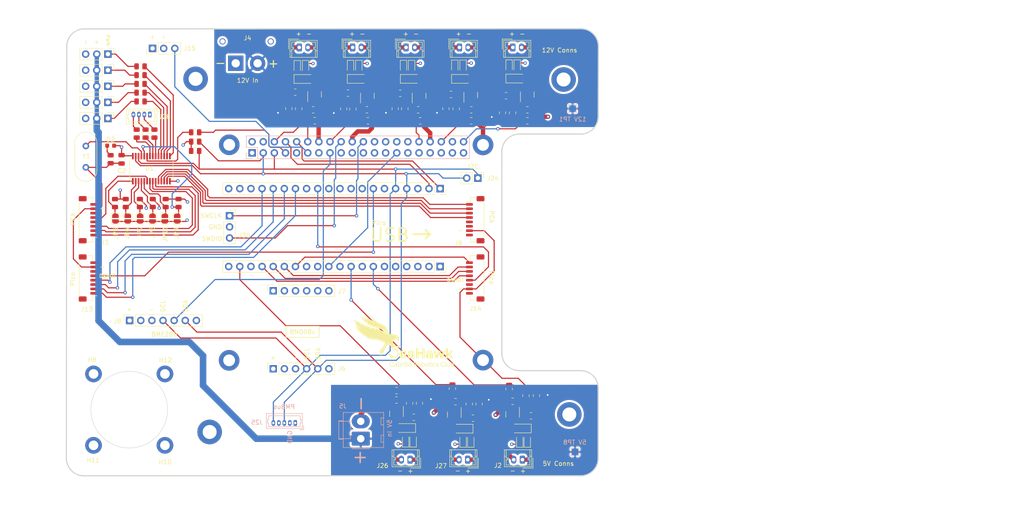
<source format=kicad_pcb>
(kicad_pcb (version 20221018) (generator pcbnew)
  (layers (0 "F.Cu" signal) (1 "In1.Cu" power "gnd.Cu") (2 "In2.Cu" power "pwr.Cu") (31 "B.Cu" signal) (34 "B.Paste" user) (35 "F.Paste" user) (36 "B.SilkS" user "B.Silkscreen") (37 "F.SilkS" user "F.Silkscreen") (38 "B.Mask" user) (39 "F.Mask" user) (44 "Edge.Cuts" user))
  (net 0 "")
  (net 1 "GND")
  (net 2 "Net-(D4-K)")
  (net 3 "GPIO4")
  (net 5 "GPIO22")
  (net 6 "GPIO0")
  (net 7 "GPIO13")
  (net 8 "GPIO19")
  (net 9 "Net-(D7-K)")
  (net 10 "/CS")
  (net 11 "/A0")
  (net 12 "/A1")
  (net 13 "/A2")
  (net 14 "/A3")
  (net 15 "/A5")
  (net 16 "/A4")
  (net 17 "Net-(D11-K)")
  (net 18 "/PWM7")
  (net 19 "/PWM6")
  (net 20 "/PWM5")
  (net 21 "/PWM4")
  (net 22 "/PWM15")
  (net 23 "/PWM14")
  (net 24 "/PWM13")
  (net 25 "/PWM12")
  (net 26 "/PWM3")
  (net 27 "/PWM2")
  (net 28 "/PWM1")
  (net 29 "/PWM0")
  (net 30 "/PWM11")
  (net 31 "/PWM10")
  (net 32 "/PWM9")
  (net 33 "/PWM8")
  (net 34 "Net-(D14-K)")
  (net 35 "Net-(D17-K)")
  (net 36 "Net-(D23-K)")
  (net 37 "Net-(D26-K)")
  (net 38 "Net-(D1-A)")
  (net 39 "Net-(D2-K)")
  (net 40 "Net-(D3-A)")
  (net 41 "Net-(D4-A)")
  (net 42 "Net-(D5-A)")
  (net 43 "Net-(D6-A)")
  (net 44 "Net-(D7-A)")
  (net 45 "Net-(D9-A)")
  (net 46 "Net-(D10-A)")
  (net 47 "GP10")
  (net 48 "GP11")
  (net 49 "GP12")
  (net 50 "GP13")
  (net 51 "Net-(D11-A)")
  (net 52 "SWDIO")
  (net 53 "Net-(D12-A)")
  (net 54 "/CS (2)")
  (net 55 "3V3_EN")
  (net 56 "3V3(OUT)")
  (net 57 "ADC_VREF")
  (net 58 "Net-(D13-A)")
  (net 59 "/3V")
  (net 60 "/3Vo")
  (net 61 "5V logic")
  (net 62 "Net-(D14-A)")
  (net 63 "Net-(D15-A)")
  (net 64 "Net-(D16-A)")
  (net 65 "/BT")
  (net 66 "/P0")
  (net 67 "/P1")
  (net 68 "/DI")
  (net 69 "12V Power Input")
  (net 70 "Net-(D17-A)")
  (net 71 "Net-(D21-A)")
  (net 72 "Net-(D22-A)")
  (net 73 "Net-(D23-A)")
  (net 74 "Net-(D24-A)")
  (net 75 "Net-(D25-A)")
  (net 76 "Net-(D26-A)")
  (net 81 "SWCLK")
  (net 88 "GPIO26")
  (net 91 "GPIO23")
  (net 95 "5V Power Input")
  (net 96 "/INT")
  (net 98 "/RST")
  (net 100 "UART0 RX (pico)")
  (net 101 "UART0 TX (pico)")
  (net 106 "Net-(J16-Pin_1)")
  (net 107 "Net-(J17-Pin_1)")
  (net 108 "GPIO12")
  (net 109 "GPIO16")
  (net 110 "GPIO21")
  (net 111 "Net-(J18-Pin_1)")
  (net 112 "GPIO18")
  (net 113 "Net-(J19-Pin_1)")
  (net 114 "Net-(J20-Pin_1)")
  (net 115 "Net-(J28-Pin_2)")
  (net 116 "Net-(J28-Pin_3)")
  (net 117 "Net-(J28-Pin_4)")
  (net 118 "I2C1 SDA")
  (net 119 "I2C1 SCL")
  (net 120 "Net-(U1-~{OE})")
  (net 121 "Net-(U1-EXTCLK)")
  (net 123 "DSHOT 1")
  (net 124 "DSHOT 2")
  (net 127 "GP14")
  (net 130 "GPIO17")
  (net 133 "GP18")
  (net 134 "GP19")
  (net 135 "GP20")
  (net 136 "GP21")
  (net 137 "unconnected-(J31-Pin_29-Pad29)")
  (net 140 "GP28")
  (net 142 "GP27")
  (net 144 "GP17")
  (net 145 "Net-(D19-K)")
  (net 146 "Net-(D8-A)")
  (net 147 "Net-(D18-A)")
  (net 148 "Net-(D19-A)")
  (footprint "Resistor_SMD:R_0805_2012Metric" (layer "F.Cu") (at 99.05 79.25 90)
    (fp_text reference "R1G5" hide)
    (fp_text value "10k")
  )
  (footprint "Package_TO_SOT_SMD:SOT-23" (layer "F.Cu") (at 174.05 127.55 -90)
    (fp_text reference "Q9" hide)
    (fp_text value "ZXMN3A14F")
  )
  (footprint "LED_SMD:LED_0603_1608Metric" (layer "F.Cu") (at 177.8 133.5 90)
    (fp_text reference "D24" hide)
    (fp_text value "LED_Green")
  )
  (footprint "LED_SMD:LED_0603_1608Metric" (layer "F.Cu") (at 162.45 48.15 -90)
    (fp_text reference "D9" hide)
    (fp_text value "LED_Green")
  )
  (footprint "Resistor_SMD:R_0805_2012Metric" (layer "F.Cu") (at 173.61 121.6 90)
    (fp_text reference "R37" hide)
    (fp_text value "10k")
  )
  (footprint "Capacitor_SMD:C_0805_2012Metric" (layer "F.Cu") (at 138.527673 57.722425 -90)
    (fp_text reference "C3" hide)
    (fp_text value "2.2uF+/35V+")
  )
  (footprint "Resistor_SMD:R_0805_2012Metric" (layer "F.Cu") (at 190.72 60.477575 180)
    (fp_text reference "R28" hide)
    (fp_text value "10k")
  )
  (footprint "Rpi_Pico_header:Molex_Micro-Latch_53253-0270_1x02_P2.00mm_Vertical_3D_model" (layer "F.Cu") (at 150.834375 43.725)
    (fp_text reference "J12" hide)
    (fp_text value "Conn_01x02")
  )
  (footprint "LED_SMD:LED_0603_1608Metric" (layer "F.Cu") (at 95.6 66.15)
    (fp_text reference "D2")
    (fp_text value "LED_Green")
  )
  (footprint "LED_SMD:LED_0603_1608Metric" (layer "F.Cu") (at 164.3 48.15 -90)
    (fp_text reference "D10" hide)
    (fp_text value "LED_Red")
  )
  (footprint "Package_TO_SOT_SMD:SOT-23" (layer "F.Cu") (at 190.7 54.477575 90)
    (fp_text reference "Q6" hide)
    (fp_text value "ZXMN3A14F")
  )
  (footprint "Connector_PinSocket_2.54mm:PinSocket_1x06_P2.54mm_Vertical" (layer "F.Cu") (at 132.725 117.075 90)
    (fp_text reference "J6")
    (fp_text value "Conn_01x06_Female")
  )
  (footprint "Package_TO_SOT_SMD:SOT-23" (layer "F.Cu") (at 142.15 54.45 90)
    (fp_text reference "Q2" hide)
    (fp_text value "ZXMN3A14F")
  )
  (footprint "Resistor_SMD:R_0805_2012Metric" (layer "F.Cu") (at 186.55 121.683566 90)
    (fp_text reference "R14" hide)
    (fp_text value "10k")
  )
  (footprint "Resistor_SMD:R_0805_2012Metric" (layer "F.Cu") (at 102.4375 50.05)
    (fp_text reference "R3G2" hide)
    (fp_text value "220")
  )
  (footprint "Resistor_SMD:R_0805_2012Metric" (layer "F.Cu") (at 102.4375 56.05)
    (fp_text reference "R3G5" hide)
    (fp_text value "220")
  )
  (footprint "Rpi_Pico_header:Molex_Micro-Latch_53253-0270_1x02_P2.00mm_Vertical_3D_model" (layer "F.Cu") (at 177.11 137.825 180)
    (fp_text reference "J27")
    (fp_text value "Conn_01x02")
  )
  (footprint "Resistor_SMD:R_0805_2012Metric" (layer "F.Cu") (at 114.9 63.1 180)
    (fp_text reference "R2" hide)
    (fp_text value "10k")
  )
  (footprint "Resistor_SMD:R_0805_2012Metric" (layer "F.Cu") (at 160.85 122.053934)
    (fp_text reference "R34" hide)
    (fp_text value "10k")
  )
  (footprint "LED_SMD:LED_0603_1608Metric" (layer "F.Cu") (at 162.95 133.45 90)
    (fp_text reference "D22" hide)
    (fp_text value "LED_Red")
  )
  (footprint "Rpi_Pico_header:Molex_Micro-Latch_53253-0270_1x02_P2.00mm_Vertical_3D_model" (layer "F.Cu") (at 189.6 137.825 180)
    (fp_text reference "J2")
    (fp_text value "Conn_01x02")
  )
  (footprint "Capacitor_SMD:C_0805_2012Metric" (layer "F.Cu") (at 162.75 57.72 -90)
    (fp_text reference locked "C5" hide)
    (fp_text value "2.2uF+/35V+")
  )
  (footprint "Rpi_Pico_header:Molex_Micro-Latch_53253-0270_1x02_P2.00mm_Vertical_3D_model" (layer "F.Cu") (at 187.4025 43.725)
    (fp_text reference "J23" hide)
    (fp_text value "Conn_01x02")
  )
  (footprint "Resistor_SMD:R_0805_2012Metric" (layer "F.Cu") (at 165.8 57.962575)
    (fp_text reference locked "R21" hide)
    (fp_text value "10k")
  )
  (footprint "Package_TO_SOT_SMD:SOT-23" (layer "F.Cu") (at 187.35 127.4875 -90)
    (fp_text reference "Q1" hide)
    (fp_text value "ZXMN3A14F")
  )
  (footprint "Rpi_Pico_header:Molex_Micro-Latch_53253-0270_1x02_P2.00mm_Vertical_3D_model" (layer "F.Cu") (at 163.02375 43.725)
    (fp_text reference "J21" hide)
    (fp_text value "Conn_01x02")
  )
  (footprint "Resistor_SMD:R_0805_2012Metric" (layer "F.Cu") (at 154.1 57.95)
    (fp_text reference locked "R7" hide)
    (fp_text value "10k")
  )
  (footprint "Resistor_SMD:R_0805_2012Metric" (layer "F.Cu") (at 108.16 79.25 90)
    (fp_text reference "R1G2" hide)
    (fp_text value "10k")
  )
  (footprint "LED_SMD:LED_0603_1608Metric" (layer "F.Cu") (at 138.2 48.2 -90)
    (fp_text reference "D1" hide)
    (fp_text value "LED_Green")
  )
  (footprint "LED_SMD:LED_0603_1608Metric" (layer "F.Cu") (at 150.35 48.15 -90)
    (fp_text reference "D5" hide)
    (fp_text value "LED_Green")
  )
  (footprint "Package_TO_SOT_SMD:SOT-23" (layer "F.Cu") (at 166 54.75 90)
    (fp_text reference "Q4" hide)
    (fp_text value "ZXMN3A14F")
  )
  (footprint "Rpi_Pico_header:Molex_Micro-Latch_53253-0270_1x02_P2.00mm_Vertical_3D_model" (layer "F.Cu") (at 138.65 43.725)
    (fp_text reference "J10" hide)
    (fp_text value "Conn_01x02")
  )
  (footprint "LED_SMD:LED_0603_1608Metric" (layer "F.Cu") (at 140.1 48.1875 -90)
    (fp_text reference "D3" hide)
    (fp_text value "LED_Red")
  )
  (footprint "Resistor_SMD:R_0805_2012Metric" (layer "F.Cu") (at 149.8 54.15 180)
    (fp_text reference locked "R6" hide)
    (fp_text value "10k")
  )
  (footprint "Connector_PinSocket_2.54mm:PinSocket_1x06_P2.54mm_Vertical" (layer "F.Cu") (at 132.725 99.275 90)
    (fp_text reference "J7")
    (fp_text value "Conn_01x06_Female")
  )
  (footprint "Resistor_SMD:R_0805_2012Metric" (layer "F.Cu") (at 177.92 60.477575 180)
    (fp_text reference "R25" hide)
    (fp_text value "10k")
  )
  (footprint "Fuse:Fuse_0805_2012Metric" (layer "F.Cu") (at 160.55 57.7 -90)
    (fp_text reference locked "F3" hide)
    (fp_text value "Fuse")
  )
  (footprint "Rpi_Pico_header:Molex_Micro-Latch_53253-0270_1x02_P2.00mm_Vertical_3D_model" (layer "F.Cu") (at 163.95 137.825 180)
    (fp_text reference "J26")
    (fp_text value "Conn_01x02")
  )
  (footprint "Resistor_SMD:R_0805_2012Metric" (layer "F.Cu") (at 105.22 79.25 90)
    (fp_text reference "R1G3" hide)
    (fp_text value "10k")
  )
  (footprint "LED_SMD:LED_0603_1608Metric" (layer "F.Cu") (at 152.25 48.15 -90)
    (fp_text reference "D6" hide)
    (fp_text value "LED_Red")
  )
  (footprint "Resistor_SMD:R_0805_2012Metric" (layer "F.Cu") (at 102.4375 52.05)
    (fp_text reference "R3G3" hide)
    (fp_text value "220")
  )
  (footprint "Resistor_SMD:R_0805_2012Metric" (layer "F.Cu") (at 96.6 79.25 90)
    (fp_text reference "R1G6" hide)
    (fp_text value "10k")
  )
  (footprint "Package_TO_SOT_SMD:SOT-23" (layer "F.Cu") (at 154.2 54.75 90)
    (fp_text reference locked "Q3" hide)
    (fp_text value "ZXMN3A14F")
  )
  (footprint "LED_SMD:LED_0603_1608Metric" (layer "F.Cu") (at 174.15 48.1 -90)
    (fp_text reference "D12" hide)
    (fp_text value "LED_Green")
  )
  (footprint "Diode_SMD:D_SOD-123F" (layer "F.Cu") (at 139.667327 50.927575)
    (fp_text reference "D4" hide)
    (fp_text value "SM4002")
  )
  (footprint "MountingHole:MountingHole_2.7mm_M2.5_DIN965_Pad" (layer "F.Cu") (at 180.6 115.1)
    (fp_text reference "H5" hide)
    (fp_text value "MountingHole_Pad")
  )
  (footprint "Fuse:Fuse_0805_2012Metric" (layer "F.Cu") (at 148.8 57.75 -90)
    (fp_text reference "F2" hide)
    (fp_text value "Fuse")
  )
  (footprint "Rpi_Pico_header:JST_SH_BM08B-SRSS-TB_1x08-1MP_P1.00mm_Vertical_3D" (layer "F.Cu") (at 90.425 96.35 90)
    (fp_text reference "J13")
    (fp_text value "Conn_01x08_Male")
  )
  (footprint "Resistor_SMD:R_0805_2012Metric" (layer "F.Cu") (at 164.8 128.153934)
    (fp_text reference "R32" hide)
    (fp_text value "10k")
  )
  (footprint "Resistor_SMD:R_0805_2012Metric" (layer "F.Cu") (at 190.72 57.962575)
    (fp_text reference locked "R27" hide)
    (fp_text value "10k")
  )
  (footprint "Package_TO_SOT_SMD:SOT-23" (layer "F.Cu") (at 177.8 54.6 90)
    (fp_text reference "Q5" hide)
    (fp_text value "ZXMN3A14F")
  )
  (footprint "LED_SMD:LED_0603_1608Metric" (layer "F.Cu") (at 164.65 133.45 90)
    (fp_text reference "D21" hide)
    (fp_text value "LED_Green")
  )
  (footprint "Resistor_SMD:R_0805_2012Metric" (layer "F.Cu") (at 101.55 63.4 90)
    (fp_text reference "R9" hide)
    (fp_text value "220")
  )
  (footprint "Connector_PinHeader_2.54mm:PinHeader_1x03_P2.54mm_Vertical" (layer "F.Cu") (at 105.17 43.95 90)
    (fp_text reference "J15")
    (fp_text value "Conn_01x03_Male")
  )
  (footprint "Resistor_SMD:R_0805_2012Metric" (layer "F.Cu") (at 191.55 127.821066)
    (fp_text reference "R13" hide)
    (fp_text value "10k")
  )
  (footprint "Package_SO:TSSOP-28_4.4x9.7mm_P0.65mm" (layer "F.Cu") (at 104.9 71.4 90)
    (fp_text reference "U1")
    (fp_text value "PCA9685PW")
  )
  (footprint "Diode_SMD:D_SOD-123F" (layer "F.Cu") (at 189.4 130.7 180)
    (fp_text reference "D19" hide)
    (fp_text value "SM4002")
  )
  (footprint "Connector_AMASS:AMASS_XT30PW-F_1x02_P2.50mm_Horizontal" (layer "F.Cu") (at 124.15 47.35)
    (fp_text reference "J4")
    (fp_text value "Conn_01x02")
  )
  (footprint "Diode_SMD:D_SOD-123F" (layer "F.Cu") (at 163 130.6 180)
    (fp_text reference "D23" hide)
    (fp_text value "SM4002")
  )
  (footprint "Jumper:SolderJumper-2_P1.3mm_Open_RoundedPad1.0x1.5mm" (layer "F.Cu") (at 110.8 82.8 90)
    (fp_text reference "JP9")
    (fp_text value "SJ_A5")
  )
  (footprint "Resistor_SMD:R_0805_2012Metric" (layer "F.Cu") (at 102.28 79.25 90)
    (fp_text reference "R1G4" hide)
    (fp_text value "10k")
  )
  (footprint "Capacitor_SMD:C_0805_2012Metric" (layer "F.Cu") (at 98.1 69.27 90)
    (fp_text reference "C2")
    (fp_text value "10uf")
  )
  (footprint "Capacitor_SMD:C_0805_2012Metric" (layer "F.Cu") (at 187.35 58.67 -90)
    (fp_text reference locked "C7" hide)
    (fp_text value "2.2uF+/35V+")
  )
  (footprint "Resistor_SMD:R_0805_2012Metric" (layer "F.Cu") (at 103.575 63.4 90)
    (fp_text reference "R10" hide)
    (fp_text value "220")
  )
  (footprint "Diode_SMD:D_SOD-123F" (layer "F.Cu") (at 176.1 130.75 180)
    (fp_text reference "D26" hide)
    (fp_text value "SM4002")
  )
  (footprint "MountingHole:MountingHole_2.7mm_M2.5_DIN965_Pad" (layer "F.Cu") (at 180.6 65.975)
    (fp_text reference "H9" hide)
    (fp_text value "MountingHole_Pad")
  )
  (footprint "Fuse:Fuse_0805_2012Metric" (layer "F.Cu") (at 172.125 57.725 -90)
    (fp_text reference locked "F4" hide)
    (fp_text value "Fuse")
  )
  (footprint "Resistor_SMD:R_0805_2012Metric" (layer "F.Cu") (at 105.6 63.4 90)
    (fp_text reference "R11" hide)
    (fp_text value "220")
  )
  (footprint "Jumper:SolderJumper-2_P1.3mm_Open_RoundedPad1.0x1.5mm" (layer "F.Cu") (at 96.7 82.8 90)
    (fp_text reference "JP5")
    (fp_text value "SJ_A0")
  )
  (footprint "Resistor_SMD:R_0805_2012Metric" (layer "F.Cu") (at 187.35 124.5 180)
    (fp_text reference "R12" hide)
    (fp_text value "10k")
  )
  (footprint "Resistor_SMD:R_0805_2012Metric" (layer "F.Cu") (at 185.85 54.75 180)
    (fp_text reference "R26" hide)
    (fp_text value "10k")
  )
  (footprint "Resistor_SMD:R_0805_2012Metric" (layer "F.Cu") (at 142.17 60.45 180)
    (fp_text reference "R5" hide)
    (fp_text value "10k")
  )
  (footprint "Connector_PinSocket_2.54mm:PinSocket_1x03_P2.54mm_Vertical" (layer "F.Cu") (at 122.75 82.14078)
    (fp_text reference "J30")
    (fp_text value "Conn_01x03_Pin")
  )
  (footprint "Resistor_SMD:R_0805_2012Metric" (layer "F.Cu") (at 161.7 54.2 180)
    (fp_text reference "R20" hide)
    (fp_text value "10k")
  )
  (footprint "MountingHole:MountingHole_2.7mm_M2.5_DIN965_Pad" (layer "F.Cu") (at 122.65 115.15)
    (fp_text reference "H7" hide)
    (fp_text value "MountingHole_Pad")
  )
  (footprint "Diode_SMD:D_SOD-123F" (layer "F.Cu") (at 151.825 50.902575)
    (fp_text reference "D7" hide)
    (fp_text value "SM4002")
  )
  (footprint "Capacitor_SMD:C_0805_2012Metric" (layer "F.Cu") (at 150.9 57.8 -90)
    (fp_text reference "C4" hide)
    (fp_text value "2.2uF+/35V+")
  )
  (footprint "Resistor_SMD:R_0805_2012Metric" (layer "F.Cu") (at 160.85 124.203934 180)
    (fp_text reference "R33" hide)
    (fp_text value "10k")
  )
  (footprint "MountingHole:MountingHole_2.2mm_M2_DIN965_Pad" (layer "F.Cu") (at 108 118.25)
    (fp_text reference "H12")
    (fp_text value "MountingHole")
  )
  (footprint "Resistor_SMD:R_0805_2012Metric" (layer "F.Cu") (at 173.3 54.45 180)
    (fp_text reference "R23" hide)
    (fp_text value "10k")
  )
  (footprint "Connector_PinSocket_2.54mm:PinSocket_1x07_P2.54mm_Vertical" (layer "F.Cu") (at 99.94 106.05 90)
    (fp_text reference "J8")
    (fp_text value "Conn_01x07_Female")
  )
  (footprint "MountingHole:MountingHole_3.2mm_M3_DIN965_Pad" (layer "F.Cu") (at 118.2 131.5)
    (fp_text reference "H3" hide)
    (fp_text value "MountingHole")
  )
  (footprint "LED_SMD:LED_0603_1608Metric" (layer "F.Cu") (at 188.4 48.05 -90)
    (fp_text reference "D16" hide)
    (fp_text value "LED_Red")
  )
  (footprint "Diode_SMD:D_SOD-123F" (layer "F.Cu") (at 175.625 50.902575)
    (fp_text reference "D14" hide)
    (fp_text value "SM4002")
  )
  (footprint "LED_SMD:LED_0603_1608Metric" (layer "F.Cu") (at 176.05 133.5 90)
    (fp_text reference "D25" hide)
    (fp_text value "LED_Red")
  )
  (footprint "Connector_Molex:Molex_PicoBlade_53047-0410_1x04_P1.25mm_Vertical" (layer "F.Cu") (at 104.55 59.05 180)
    (fp_text reference "J28")
    (fp_text value "Conn_01x04_Male")
  )
  (footprint "MountingHole:MountingHole_2.2mm_M2_DIN965_Pad" (layer "F.Cu") (at 91.7 134.55)
    (fp_text reference "H11")
    (fp_text value "MountingHole")
  )
  (footprint "Package_TO_SOT_SMD:SOT-23" (layer "F.Cu") (at 160.85 127.353934 -90)
    (fp_text reference "Q8" hide)
    (fp_text value "ZXMN3A14F")
  )
  (footprint "MountingHole:MountingHole_2.7mm_M2.5_DIN965_Pad" (layer "F.Cu") (at 122.675 65.95)
    (fp_text reference "H8" hide)
    (fp_text value "MountingHole_Pad")
  )
  (footprint "LED_SMD:LED_0603_1608Metric" (layer "F.Cu") (at 189 133.5 90)
    (fp_text reference "D8" hide)
    (fp_text value "LED_Red")
  )
  (footprint "Fuse:Fuse_0805_2012Metric" (layer "F.Cu") (at 192.8 123.201066 90)
    (fp_text reference "F8" hide)
    (fp_text value "Fuse")
  )
  (footprint "Fuse:Fuse_0805_2012Metric" (layer "F.Cu") (at 185.05 58.65 -90)
    (fp_text reference locked "F6" hide)
    (fp_text value "Fuse")
  )
  (footprint "MountingHole:MountingHole_3.2mm_M3_DIN965_Pad" (layer "F.Cu") (at 199 51.05)
    (fp_text reference "H2" hide)
    (fp_text value "MountingHole")
  )
  (footprint "MountingHole:MountingHole_3.2mm_M3_DIN965_Pad" (layer "F.Cu") (at 200.3 127.5)
    (fp_text reference "H4" hide)
    (fp_text value "MountingHole")
  )
  (footprint "Rpi_Pico_header:Molex_Micro-Latch_53253-0270_1x02_P2.00mm_Vertical_3D_model" (layer "F.Cu") (at 175.213125 43.725)
    (fp_text reference "J22" hide)
    (fp_text value "Conn_01x02")
  )
  (footprint "Connector_PinHeader_2.54mm:PinHeader_1x03_P2.54mm_Vertical" (layer "F.Cu") (at 94.98 52.591 -90)
    (fp_text reference "J18" hide)
    (fp_text value "Conn_01x03_Male")
  )
  (footprint "Connector_PinHeader_2.54mm:PinHeader_1x03_P2.54mm_Vertical" (layer "F.Cu") (at 94.98 48.9205 -90)
    (fp_text reference "J17" hide)
    (fp_text value "Conn_01x03_Male")
  )
  (footprint "Jumper:SolderJumper-2_P1.3mm_Open_RoundedPad1.0x1.5mm" (layer "F.Cu") (at 107.98 82.8 90)
    (fp_text reference "JP11")
    (fp_text value "SJ_A4")
  )
  (footprint "Resistor_SMD:R_0805_2012Metric" (layer "F.Cu") (at 102.4375 54.05)
    (fp_text reference "R3G4" hide)
    (fp_text value "220")
  )
  (footprint "Diode_SMD:D_SOD-123F" (layer "F.Cu") (at 163.95 50.9)
    (fp_text reference "D11" hide)
    (fp_text value "SM4002")
  )
  (footprint "LED_SMD:LED_0603_1608Metric" (layer "F.Cu") (at 186.55 48.05 -90)
    (fp_text reference "D15" hide)
    (fp_text value "LED_Green")
  )
  (footprint "Capacitor_SMD:C_0805_2012Metric" (layer "F.Cu") (at 174.475 57.75 -90)
    (fp_text reference locked "C6" hide)
    (fp_text value "2.2uF+/35V+")
  )
  (footprint "Rpi_Pico_header:JST_SH_BM08B-SRSS-TB_1x08-1MP_P1.00mm_Vertical_3D" (layer "F.Cu") (at 178.825 96.35 -90)
    (fp_text reference "J14")
    (fp_text value "Conn_01x08_Male")
  )
  (footprint "Jumper:SolderJumper-2_P1.3mm_Open_RoundedPad1.0x1.5mm" (layer "F.Cu") (at 99.52 82.8 90)
    (fp_text reference "JP6")
    (fp_text value "SJ_A1")
  )
  (footprint "Fuse:Fuse_0805_2012Metric" (layer "F.Cu") (at 136.277673 57.7 -90)
    (fp_text reference "F1" hide)
    (fp_text value "Fuse")
  )
  (footprint "Rpi_Pico_header:JST_SH_BM08B-SRSS-TB_1x08-1MP_P1.00mm_Vertical_3D" (layer "F.Cu") (at 90.425 83.05 90)
    (fp_text reference "J3")
    (fp_text value "Conn_01x08_Male")
  )
  (footprint "Connector_PinHeader_2.54mm:PinHeader_1x03_P2.54mm_Vertical" (layer "F.Cu") (at 94.98 59.932 -90)
    (fp_text reference "J20" hide)
    (fp_text value "Conn_01x03_Male")
  )
  (footprint "MountingHole:MountingHole_3.2mm_M3_DIN965_Pad" (layer "F.Cu") (at 115 50.9)
    (fp_text reference "H1" hide)
    (fp_text value "MountingHole")
  )
  (footprint "LED_SMD:LED_0603_1608Metric" (layer "F.Cu") (at 190.7 133.5 90)
    (fp_text reference "D18" hide)
    (fp_text value "LED_Green")
  )
  (footprint "LED_SMD:LED_0603_1608Metric" (layer "F.Cu") (at 176.05 48.1 -90)
    (fp_text reference "D13" hide)
    (fp_text value "LED_Red")
  )
  (footprint "Resistor_SMD:R_0805_2012Metric" (layer "F.Cu") (at 102.4375 48.05)
    (fp_text reference "R3G1" hide)
    (fp_text value "220")
  )
  (footprint "Resistor_SMD:R_0805_2012Metric" (layer "F.Cu") (at 111.1 79.25 90)
    (fp_text reference "R1G1" hide)
    (fp_text value "10k")
  )
  (footprint "Crystal:Crystal_HC49-U_Vertical" (layer "F.Cu") (at 89.95 71.1 90)
    (fp_text reference "Y1")
    (fp_text value "Crystal")
  )
  (footprint "Resistor_SMD:R_0805_2012Metric" (layer "F.Cu") (at 95.6 69.25 -90)
    (fp_text reference "R1" hide)
    (fp_text value "470")
  )
  (footprint "Resistor_SMD:R_0805_2012Metric" (layer "F.Cu") (at 137.7375 53.95 180)
    (fp_text reference "R3" hide)
    (fp_text value "10k")
  )
  (footprint "Connector_PinHeader_2.54mm:PinHeader_1x03_P2.54mm_Vertical" (layer "F.Cu") (at 94.98 56.2615 -90)
    (fp_text reference "J19" hide)
    (fp_text value "Conn_01x03_Male")
  )
  (footprint "Fuse:Fuse_0805_2012Metric" (layer "F.Cu") (at 179.71 125.1 90)
    (fp_text reference "F7" hide)
    (fp_text value "Fuse")
  )
  (footprint "Resistor_SMD:R_0805_2012Metric" (layer "F.Cu") (at 114.9 67.35 180)
    (fp_text reference "R2G2" hide)
    (fp_text value "10k")
  )
  (footprint "MountingHole:MountingHole_2.2mm_M2_DIN965_Pad" (layer "F.Cu") (at 91.7 118.25)
    (fp_text reference "H6")
    (fp_text value "MountingHole")
  )
  (footprint "Jumper:SolderJumper-2_P1.3mm_Open_RoundedPad1.0x1.5mm" (layer "F.Cu") (at 105.16 82.8 90)
    (fp_text reference "JP8")
    (fp_text value "SJ_A3")
  )
  (footprint "Rpi_Pico_header:PinSocket_1x20_P2.54mm_Vertical" (layer "F.Cu") (at 170.81 75.95 -90)
    (fp_text reference "J31" hide)
    (fp_text value "Conn_02x20_Counter_Clockwise")
  )
  (footprint "Rpi_Pico_header:JST_SH_BM08B-SRSS-TB_1x08-1MP_P1.00mm_Vertical_3D" (layer "F.Cu") (at 178.825 83.05 -90)
    (fp_text reference "J9")
    (fp_text value "Conn_01x08_Male")
  )
  (footprint "Resistor_SMD:R_0805_2012Metric" (layer "F.Cu") (at 178.31 128.35)
    (fp_text reference "R35" hide)
    (fp_text value "10k")
  )
  (footprint "Resistor_SMD:R_0805_2012Metric" (layer "F.Cu") (at 174.3225 124.6 180)
    (fp_text reference "R36" hide)
    (fp_text value "10k")
  )
  (footprint "Resistor_SMD:R_0805_2012Metric" (layer "F.Cu") (at 166.27 60.477575 180)
    (fp_text reference "R22" hide)
    (fp_text value "10k")
  )
  (footprint "Resistor_SMD:R_0805_2012Metric" (layer "F.Cu") (at 141.827673 57.972425)
    (fp_text reference "R4" hide)
    (fp_text value "10k")
  )
  (footprint "Capacitor_SMD:C_0805_2012Metric" (layer "F.Cu") (at 163.85 124.953934 90)
    (fp_text reference "C9" hide)
    (fp_text value "2.2uF+/35V+")
  )
  (footprint "Resistor_SMD:R_0805_2012Metric" (layer "F.Cu") (at 177.92 57.962575)
    (fp_text reference locked "R24" hide)
    (fp_text value "10k")
  )
  (footprint "Fuse:Fuse_0805_2012Metric" (layer "F.Cu") (at 166.1 124.953934 90)
    (fp_text reference "F5" hide)
    (fp_text value "Fuse")
  )
  (footprint "Capacitor_SMD:C_0805_2012Metric" (layer "F.Cu") (at 190.4 123.221066 90)
    (fp_text reference "C1" hide)
    (fp_text value "2.2uF+/35V+")
  )
  (footprint "Resistor_SMD:R_0805_2012Metric" (layer "F.Cu") (at 154.32 60.477575 180)
    (fp_text reference "R8" hide)
    (fp_text value "10k")
  )
  (footprint "Jumper:SolderJumper-2_P1.3mm_Open_RoundedPad1.0x1.5mm" (layer "F.Cu") (at 102.34 82.8 90)
    (fp_text reference "JP7")
    (fp_text value "SJ_A2")
  )
  (footprint "Connector_PinHeader_2.54mm:PinHeader_1x02_P2.54mm_Vertical" (layer "F.Cu") (at 179.425 73.55 -90)
    (fp_text reference "J24")
    (fp_text value "Conn_01x02_Female")
  )
  (footprint "Connector_PinHeader_2.54mm:PinHeader_1x03_P2.54mm_Vertical" (layer "F.Cu") (at 94.98 45.25 -90)
    (fp_text reference "J16" hide)
    (fp_text value "Conn_01x03_Male")
  )
  (footprint "MountingHole:MountingHole_2.2mm_M2_DIN965_Pad" (layer "F.Cu") (at 108 134.55)
    (fp_text reference "H10")
    (fp_text value "MountingHole")
  )
  (footprint "Diode_SMD:D_SOD-123F" (layer "F.Cu") (at 188.0275 50.827575)
    (fp_text reference "D17" hide)
    (fp_text value "SM4002")
  )
  (footprint "Capacitor_SMD:C_0805_2012Metric" (layer "F.Cu") (at 177.46 125.1 90)
    (fp_text reference "C10" hide)
    (fp_text value "2.2uF+/35V+")
  )
  (footprint "Resistor_SMD:R_0805_2012Metric" (layer "F.Cu") (at 114.9 65.225 180)
    (fp_text reference "R2G1" hide)
    (fp_text value "10k")
  )
  (footprint "Connector_Molex:Molex_PicoBlade_53047-0510_1x05_P1.25mm_Vertical" (layer "B.Cu") (at 137.75 129.45 180)
    (fp_text reference "J25")
    (fp_text value "Conn_01x05" hide)
  )
  (footprint "TestPoint:TestPoint_Pad_1.5x1.5mm" (layer "B.Cu") (at 201.6 136.05 180)
    (fp_text reference "TP8" hide)
    (fp_text value "TestPoint")
  )
  (footprint "Connector_PinSocket_2.54mm:PinSocket_2x20_P2.54mm_Vertical" (layer "B.Cu") (at 127.895 67.795 -90)
    (fp_text reference "J1" hide)
    (fp_text value "Conn_02x20_Odd_Even" hide)
  )
  (footprint "Connector_Molex:Molex_KK-396_A-41791-0002_1x02_P3.96mm_Vertical" (layer "B.Cu") (at 152.695 133.03 90)
    (fp_text reference "J5")
    (fp_text value "Conn_01x02" hide)
  )
  (footprint "TestPoint:TestPoint_Pad_1.5x1.5mm" (layer "B.Cu") (at 201.05 57.7 180)
    (fp_text reference "TP1" hide)
    (fp_text value "TestPoint")
  )
  (gr_poly (pts (xy 166.695837 115.90149) (xy 166.703002 115.90149) (xy 166.714168 115.887876) (xy 166.725908 115.875147) (xy 166.738222 115.863302) (xy 166.751111 115.85234) (xy 166.764574 115.842263) (xy 166.778611 115.833068) (xy 166.793222 115.824755) (xy 166.808406 115.817325) (xy 166.824163 115.810777) (xy 166.840493 115.805109) (xy 166.857396 115.800323) (xy 166.874872 115.796418) (xy 166.892921 115.793392) (xy 166.911541 115.791246) (xy 166.930734 115.78998) (xy 166.950498 115.789592) (xy 166.96901 115.790009) (xy 166.987079 115.791258) (xy 167.004706 115.79334) (xy 167.02189 115.796254) (xy 167.038631 115.8) (xy 167.054931 115.804577) (xy 167.070787 115.809985) (xy 167.086201 115.816223) (xy 167.101173 115.823291) (xy 167.115702 115.831189) (xy 167.129789 115.839916) (xy 167.143433 115.849472) (xy 167.156635 115.859857) (xy 167.169394 115.871069) (xy 167.18171 115.883109) (xy 167.193585 115.895977) (xy 167.204924 115.909542) (xy 167.215534 115.923779) (xy 167.225413 115.938688) (xy 167.234562 115.954268) (xy 167.24298 115.970521) (xy 167.250667 115.987445) (xy 167.257623 116.005041) (xy 167.263847 116.023308) (xy 167.26934 116.042248) (xy 167.274101 116.061859) (xy 167.27813 116.082142) (xy 167.281427 116.103096) (xy 167.283992 116.124723) (xy 167.285824 116.147021) (xy 167.286924 116.169991) (xy 167.28729 116.193633) (xy 167.286924 116.217278) (xy 167.285824 116.240258) (xy 167.283992 116.262571) (xy 167.281427 116.284218) (xy 167.27813 116.305198) (xy 167.274101 116.32551) (xy 167.26934 116.345155) (xy 167.263847 116.364131) (xy 167.257623 116.382439) (xy 167.250667 116.400078) (xy 167.24298 116.417048) (xy 167.234562 116.433347) (xy 167.225413 116.448977) (xy 167.215534 116.463936) (xy 167.204924 116.478224) (xy 167.193585 116.49184) (xy 167.18171 116.504656) (xy 167.169394 116.516645) (xy 167.156635 116.527807) (xy 167.143433 116.538143) (xy 167.129789 116.547651) (xy 167.115702 116.556333) (xy 167.101173 116.564188) (xy 167.086201 116.571215) (xy 167.070787 116.577417) (xy 167.054931 116.582791) (xy 167.038631 116.587338) (xy 167.02189 116.591059) (xy 167.004706 116.593953) (xy 166.987079 116.59602) (xy 166.96901 116.59726) (xy 166.950498 116.597673) (xy 166.929544 116.597207) (xy 166.909261 116.595806) (xy 166.88965 116.593472) (xy 166.87071 116.590204) (xy 166.852443 116.586002) (xy 166.834847 116.580865) (xy 166.817923 116.574794) (xy 166.80167 116.567788) (xy 166.78609 116.559847) (xy 166.771181 116.55097) (xy 166.756944 116.541158) (xy 166.743379 116.530411) (xy 166.730486 116.518727) (xy 166.718264 116.506108) (xy 166.706715 116.492552) (xy 166.695837 116.47806) (xy 166.688671 116.47806) (xy 166.673237 116.582792) (xy 166.58394 116.582792) (xy 166.58394 116.193633) (xy 166.695837 116.193633) (xy 166.69609 116.21131) (xy 166.696851 116.228476) (xy 166.69812 116.245132) (xy 166.699896 116.261278) (xy 166.70218 116.276913) (xy 166.704972 116.292038) (xy 166.708272 116.306653) (xy 166.712081 116.320757) (xy 166.716398 116.334352) (xy 166.721224 116.347435) (xy 166.72656 116.360009) (xy 166.732405 116.372072) (xy 166.738759 116.383625) (xy 166.745623 116.394668) (xy 166.752997 116.4052) (xy 166.760881 116.415223) (xy 166.769168 116.424634) (xy 166.777805 116.433438) (xy 166.786789 116.441635) (xy 166.79612 116.449225) (xy 166.805799 116.456208) (xy 166.815825 116.462583) (xy 166.826197 116.468352) (xy 166.836914 116.473513) (xy 166.847978 116.478067) (xy 166.859386 116.482013) (xy 166.87114 116.485353) (xy 166.883237 116.488086) (xy 166.895679 116.490211) (xy 166.908464 116.491729) (xy 166.921593 116.49264) (xy 166.935064 116.492943) (xy 166.948586 116.49264) (xy 166.961762 116.491729) (xy 166.974592 116.490211) (xy 166.987075 116.488086) (xy 166.999212 116.485353) (xy 167.011003 116.482013) (xy 167.022447 116.478067) (xy 167.033543 116.473513) (xy 167.044293 116.468352) (xy 167.054695 116.462583) (xy 167.064749 116.456208) (xy 167.074456 116.449225) (xy 167.083814 116.441635) (xy 167.092825 116.433438) (xy 167.101487 116.424634) (xy 167.1098 116.415223) (xy 167.117736 116.4052) (xy 167.12516 116.394668) (xy 167.132075 116.383625) (xy 167.138478 116.372072) (xy 167.14437 116.360009) (xy 167.149751 116.347435) (xy 167.154621 116.334352) (xy 167.158978 116.320757) (xy 167.162824 116.306653) (xy 167.166158 116.292038) (xy 167.16898 116.276913) (xy 167.171288 116.261278) (xy 167.173085 116.245132) (xy 167.174368 116.228476) (xy 167.175138 116.21131) (xy 167.175395 116.193633) (xy 167.175138 116.175908) (xy 167.174368 116.1587) (xy 167.173085 116.142009) (xy 167.171288 116.125834) (xy 167.16898 116.110176) (xy 167.166158 116.095035) (xy 167.162824 116.08041) (xy 167.158978 116.066303) (xy 167.154621 116.052712) (xy 167.149751 116.039638) (xy 167.14437 116.02708) (xy 167.138478 116.01504) (xy 167.132075 116.003516) (xy 167.12516 115.992509) (xy 167.117736 115.982018) (xy 167.1098 115.972045) (xy 167.101487 115.962633) (xy 167.092825 115.953829) (xy 167.083814 115.945632) (xy 167.074456 115.938042) (xy 167.064749 115.931059) (xy 167.054695 115.924684) (xy 167.044293 115.918915) (xy 167.033543 115.913754) (xy 167.022447 115.9092) (xy 167.011003 115.905253) (xy 166.999212 115.901914) (xy 166.987075 115.899182) (xy 166.974592 115.897056) (xy 166.961762 115.895539) (xy 166.948586 115.894628) (xy 166.935064 115.894324) (xy 166.921593 115.894628) (xy 166.908464 115.895539) (xy 166.895679 115.897056) (xy 166.883237 115.899182) (xy 166.87114 115.901914) (xy 166.859386 115.905253) (xy 166.847978 115.9092) (xy 166.836914 115.913754) (xy 166.826197 115.918915) (xy 166.815825 115.924684) (xy 166.805799 115.931059) (xy 166.79612 115.938042) (xy 166.786789 115.945632) (xy 166.777805 115.953829) (xy 166.769168 115.962633) (xy 166.760881 115.972045) (xy 166.752997 115.982018) (xy 166.745623 115.992509) (xy 166.738759 116.003516) (xy 166.732405 116.01504) (xy 166.72656 116.02708) (xy 166.721224 116.039638) (xy 166.716398 116.052712) (xy 166.712081 116.066303) (xy 166.708272 116.08041) (xy 166.704972 116.095035) (xy 166.70218 116.110176) (xy 166.699896 116.125834) (xy 166.69812 116.142009) (xy 166.696851 116.1587) (xy 166.69609 116.175908) (xy 166.695837 116.193633) (xy 166.58394 116.193633) (xy 166.58394 115.53438) (xy 166.695837 115.53438)) (stroke (width 0.02)) (fill solid) (layer "F.SilkS"))
  (gr_poly (pts (xy 171.478352 115.521189) (xy 171.515253 115.524609) (xy 171.550572 115.530308) (xy 171.584309 115.538286) (xy 171.616466 115.548543) (xy 171.647042 115.561078) (xy 171.676037 115.575891) (xy 171.703453 115.592981) (xy 171.72929 115.612348) (xy 171.753548 115.633992) (xy 171.776227 115.657912) (xy 171.797328 115.684108) (xy 171.816851 115.712579) (xy 171.834797 115.743326) (xy 171.851166 115.776346) (xy 171.865959 115.811641) (xy 171.731462 115.811641) (xy 171.726096 115.800591) (xy 171.720488 115.789892) (xy 171.71464 115.779545) (xy 171.708549 115.76955) (xy 171.702218 115.759908) (xy 171.695644 115.750617) (xy 171.688829 115.741678) (xy 171.681773 115.733091) (xy 171.674475 115.724855) (xy 171.666935 115.716972) (xy 171.659153 115.70944) (xy 171.65113 115.70226) (xy 171.642865 115.695432) (xy 171.634359 115.688956) (xy 171.62561 115.682831) (xy 171.61662 115.677058) (xy 171.607388 115.671637) (xy 171.597914 115.666567) (xy 171.588198 115.661849) (xy 171.57824 115.657482) (xy 171.568041 115.653467) (xy 171.557599 115.649804) (xy 171.546915 115.646492) (xy 171.53599 115.643531) (xy 171.524822 115.640922) (xy 171.513412 115.638664) (xy 171.50176 115.636758) (xy 171.489867 115.635203) (xy 171.47773 115.633999) (xy 171.465352 115.633147) (xy 171.439869 115.632496) (xy 171.420675 115.632931) (xy 171.401952 115.634239) (xy 171.383702 115.636418) (xy 171.365925 115.639468) (xy 171.34862 115.643388) (xy 171.33179 115.648178) (xy 171.315433 115.653838) (xy 171.299551 115.660366) (xy 171.284143 115.667764) (xy 171.269211 115.67603) (xy 171.254754 115.685165) (xy 171.240773 115.695167) (xy 171.227269 115.706036) (xy 171.214241 115.717771) (xy 171.20169 115.730374) (xy 171.189617 115.743842) (xy 171.178129 115.75813) (xy 171.167383 115.773142) (xy 171.15738 115.788877) (xy 171.148119 115.805334) (xy 171.1396 115.822515) (xy 171.131823 115.840417) (xy 171.124787 115.859043) (xy 171.118493 115.87839) (xy 171.11294 115.898459) (xy 171.108129 115.91925) (xy 171.104058 115.940762) (xy 171.100727 115.962995) (xy 171.098138 115.98595) (xy 171.096288 116.009625) (xy 171.095178 116.034021) (xy 171.094808 116.059137) (xy 171.095178 116.084205) (xy 171.096288 116.108559) (xy 171.098138 116.132199) (xy 171.100727 116.155124) (xy 171.104058 116.177335) (xy 171.108129 116.198831) (xy 171.11294 116.219611) (xy 171.118493 116.239677) (xy 171.124787 116.259027) (xy 171.131823 116.277662) (xy 171.1396 116.295581) (xy 171.148119 116.312784) (xy 171.15738 116.32927) (xy 171.167383 116.345041) (xy 171.178129 116.360094) (xy 171.189617 116.374431) (xy 171.20169 116.387922) (xy 171.214241 116.400541) (xy 171.227269 116.412289) (xy 171.240773 116.423165) (xy 171.254754 116.433169) (xy 171.269211 116.442303) (xy 171.284143 116.450566) (xy 171.299551 116.457958) (xy 171.315433 116.46448) (xy 171.33179 116.470132) (xy 171.34862 116.474913) (xy 171.365925 116.478825) (xy 171.383702 116.481867) (xy 171.401952 116.48404) (xy 171.420675 116.485343) (xy 171.439869 116.485778) (xy 171.465425 116.485074) (xy 171.490002 116.482961) (xy 171.513601 116.479441) (xy 171.536222 116.474512) (xy 171.557865 116.468175) (xy 171.578531 116.46043) (xy 171.598219 116.451277) (xy 171.61693 116.440716) (xy 171.634664 116.428746) (xy 171.651421 116.415368) (xy 171.667201 116.400582) (xy 171.682005 116.384388) (xy 171.695833 116.366786) (xy 171.708685 116.347776) (xy 171.720561 116.327357) (xy 171.731462 116.30553) (xy 171.865959 116.30553) (xy 171.851166 116.340922) (xy 171.843179 116.357761) (xy 171.834797 116.374028) (xy 171.826021 116.389723) (xy 171.816851 116.404848) (xy 171.807287 116.4194) (xy 171.797328 116.433382) (xy 171.786975 116.446792) (xy 171.776227 116.459631) (xy 171.765084 116.471899) (xy 171.753548 116.483596) (xy 171.741616 116.494721) (xy 171.72929 116.505276) (xy 171.716569 116.51526) (xy 171.703453 116.524672) (xy 171.689943 116.533514) (xy 171.676037 116.541785) (xy 171.661737 116.549486) (xy 171.647042 116.556615) (xy 171.631951 116.563174) (xy 171.616466 116.569162) (xy 171.600585 116.57458) (xy 171.584309 116.579428) (xy 171.567638 116.583704) (xy 171.550572 116.587411) (xy 171.53311 116.590547) (xy 171.515253 116.593113) (xy 171.497 116.595108) (xy 171.478352 116.596533) (xy 171.439869 116.597673) (xy 171.413385 116.597124) (xy 171.387572 116.595477) (xy 171.36243 116.592732) (xy 171.337959 116.588889) (xy 171.314158 116.583947) (xy 171.291027 116.577908) (xy 171.268565 116.57077) (xy 171.246772 116.562534) (xy 171.225647 116.5532) (xy 171.205191 116.542768) (xy 171.185403 116.531238) (xy 171.166281 116.518609) (xy 171.147827 116.504883) (xy 171.13004 116.490058) (xy 171.112918 116.474135) (xy 171.096462 116.457114) (xy 171.080843 116.439037) (xy 171.066232 116.420049) (xy 171.052628 116.400151) (xy 171.040032 116.379341) (xy 171.028444 116.357621) (xy 171.017863 116.33499) (xy 171.00829 116.311448) (xy 170.999724 116.286995) (xy 170.992167 116.261632) (xy 170.985617 116.235358) (xy 170.980074 116.208173) (xy 170.97554 116.180077) (xy 170.972013 116.15107) (xy 170.969494 116.121152) (xy 170.967982 116.090324) (xy 170.967478 116.058585) (xy 170.967982 116.026872) (xy 170.969494 115.99607) (xy 170.972013 115.966179) (xy 170.97554 115.937199) (xy 170.980074 115.909132) (xy 170.985617 115.881975) (xy 170.992167 115.855731) (xy 170.999724 115.830399) (xy 171.00829 115.80598) (xy 171.017863 115.782473) (xy 171.028444 115.759879) (xy 171.040032 115.738198) (xy 171.052628 115.71743) (xy 171.066232 115.697576) (xy 171.080843 115.678635) (xy 171.096462 115.660608) (xy 171.112918 115.643587) (xy 171.13004 115.627664) (xy 171.147827 115.61284) (xy 171.166281 115.599113) (xy 171.185403 115.586485) (xy 171.205191 115.574955) (xy 171.225647 115.564522) (xy 171.246772 115.555188) (xy 171.268565 115.546953) (xy 171.291027 115.539815) (xy 171.314158 115.533775) (xy 171.337959 115.528834) (xy 171.36243 115.52499) (xy 171.387572 115.522245) (xy 171.413385 115.520598) (xy 171.439869 115.520049)) (stroke (width 0.02)) (fill solid) (layer "F.SilkS"))
  (gr_poly (pts (xy 162.709332 116.582792) (xy 162.596884 116.582792) (xy 162.596884 115.804476) (xy 162.709332 115.804476)) (stroke (width 0.02)) (fill solid) (layer "F.SilkS"))
  (gr_poly (pts (xy 165.837397 113.304943) (xy 166.751863 113.304943) (xy 166.751863 112.388823) (xy 167.241894 112.388823) (xy 167.241894 114.677469) (xy 166.751863 114.677469) (xy 166.751863 113.745365) (xy 165.837397 113.745365) (xy 165.837397 114.677469) (xy 165.345713 114.677469) (xy 165.345713 112.388823) (xy 165.837397 112.388823)) (stroke (width 0.02)) (fill solid) (layer "F.SilkS"))
  (gr_poly (pts (xy 162.170758 115.908655) (xy 162.177923 115.908655) (xy 162.181932 115.902246) (xy 162.186104 115.89604) (xy 162.19044 115.890037) (xy 162.194938 115.884238) (xy 162.1996 115.878642) (xy 162.204425 115.87325) (xy 162.209414 115.868062) (xy 162.214566 115.863077) (xy 162.219882 115.858295) (xy 162.225361 115.853717) (xy 162.231004 115.849342) (xy 162.23681 115.845171) (xy 162.24278 115.841203) (xy 162.248914 115.837439) (xy 162.255212 115.833878) (xy 162.261674 115.83052) (xy 162.268299 115.827367) (xy 162.275088 115.824416) (xy 162.282042 115.821669) (xy 162.289159 115.819126) (xy 162.296441 115.816786) (xy 162.303887 115.814649) (xy 162.311497 115.812716) (xy 162.319271 115.810987) (xy 162.32721 115.809461) (xy 162.335313 115.808138) (xy 162.352012 115.806104) (xy 162.369369 115.804883) (xy 162.387385 115.804476) (xy 162.469517 115.804476) (xy 162.469517 115.908655) (xy 162.387385 115.908655) (xy 162.376262 115.908873) (xy 162.365371 115.909527) (xy 162.354714 115.910616) (xy 162.344289 115.912141) (xy 162.334098 115.914101) (xy 162.324141 115.916496) (xy 162.314417 115.919326) (xy 162.304927 115.922591) (xy 162.295671 115.92629) (xy 162.28665 115.930423) (xy 162.277863 115.93499) (xy 162.269311 115.939991) (xy 162.260994 115.945425) (xy 162.252913 115.951293) (xy 162.245066 115.957594) (xy 162.237455 115.964328) (xy 162.230246 115.971413) (xy 162.223502 115.978714) (xy 162.217224 115.986232) (xy 162.21141 115.993967) (xy 162.206061 116.001919) (xy 162.201178 116.010088) (xy 162.196759 116.018475) (xy 162.192806 116.02708) (xy 162.189318 116.035903) (xy 162.186295 116.044944) (xy 162.183737 116.054204) (xy 162.181644 116.063682) (xy 162.180016 116.073379) (xy 162.178853 116.083295) (xy 162.178156 116.09343) (xy 162.177923 116.103785) (xy 162.177923 116.582792) (xy 162.065476 116.582792) (xy 162.065476 115.804476) (xy 162.155323 115.804476)) (stroke (width 0.02)) (fill solid) (layer "F.SilkS"))
  (gr_poly (pts (xy 168.411164 112.913141) (xy 168.452645 112.915132) (xy 168.492942 112.91845) (xy 168.532058 112.923095) (xy 168.569992 112.929066) (xy 168.606744 112.936364) (xy 168.642313 112.944988) (xy 168.676701 112.954939) (xy 168.709906 112.966215) (xy 168.741929 112.978816) (xy 168.772771 112.992743) (xy 168.80243 113.007996) (xy 168.830907 113.024573) (xy 168.858201 113.042475) (xy 168.884314 113.061702) (xy 168.909245 113.082253) (xy 168.932874 113.104057) (xy 168.954978 113.126991) (xy 168.975558 113.151056) (xy 168.994614 113.176252) (xy 169.012145 113.202578) (xy 169.028152 113.230034) (xy 169.042634 113.258621) (xy 169.055592 113.288338) (xy 169.067025 113.319185) (xy 169.076934 113.351163) (xy 169.085318 113.384272) (xy 169.092178 113.418511) (xy 169.097514 113.45388) (xy 169.101325 113.490379) (xy 169.103612 113.528009) (xy 169.104374 113.56677) (xy 169.104374 114.677469) (xy 168.711909 114.677469) (xy 168.663954 114.481237) (xy 168.646314 114.481237) (xy 168.636565 114.495276) (xy 168.62649 114.508871) (xy 168.616088 114.522019) (xy 168.60536 114.534722) (xy 168.594306 114.546979) (xy 168.582925 114.55879) (xy 168.571218 114.570155) (xy 168.559184 114.581075) (xy 168.546823 114.591549) (xy 168.534136 114.601578) (xy 168.521122 114.611161) (xy 168.507781 114.620298) (xy 168.494114 114.628989) (xy 168.480119 114.637235) (xy 168.465798 114.645034) (xy 168.45115 114.652389) (xy 168.436175 114.659297) (xy 168.420872 114.66576) (xy 168.405243 114.671777) (xy 168.389286 114.677348) (xy 168.373003 114.682474) (xy 168.356391 114.687154) (xy 168.322187 114.695177) (xy 168.286673 114.701417) (xy 168.249849 114.705874) (xy 168.211715 114.708548) (xy 168.17227 114.70944) (xy 168.137989 114.708855) (xy 168.104599 114.707101) (xy 168.072101 114.704176) (xy 168.040495 114.700082) (xy 168.009779 114.694817) (xy 167.979956 114.68838) (xy 167.951023 114.680772) (xy 167.922982 114.671992) (xy 167.895833 114.662039) (xy 167.869575 114.650914) (xy 167.844208 114.638615) (xy 167.819733 114.625143) (xy 167.796149 114.610497) (xy 167.773456 114.594676) (xy 167.751655 114.577681) (xy 167.730746 114.55951) (xy 167.710973 114.540431) (xy 167.692479 114.520662) (xy 167.675263 114.500202) (xy 167.659325 114.479051) (xy 167.644664 114.45721) (xy 167.63128 114.434679) (xy 167.619173 114.411458) (xy 167.608342 114.387547) (xy 167.598787 114.362947) (xy 167.590507 114.337657) (xy 167.583502 114.311678) (xy 167.577771 114.285011) (xy 167.573315 114.257654) (xy 167.570132 114.229609) (xy 167.568223 114.200876) (xy 167.567587 114.171454) (xy 167.568271 114.141514) (xy 167.568531 114.13783) (xy 168.025646 114.13783) (xy 168.0259 114.148729) (xy 168.026661 114.15936) (xy 168.027929 114.169723) (xy 168.029705 114.179817) (xy 168.031989 114.189644) (xy 168.034781 114.199202) (xy 168.038081 114.208493) (xy 168.04189 114.217515) (xy 168.046208 114.22627) (xy 168.051034 114.234756) (xy 168.056369 114.242974) (xy 168.062214 114.250924) (xy 168.068568 114.258606) (xy 168.075432 114.26602) (xy 168.082806 114.273166) (xy 168.09069 114.280043) (xy 168.099137 114.2866) (xy 168.108098 114.29273) (xy 168.117573 114.298435) (xy 168.127561 114.303715) (xy 168.138062 114.30857) (xy 168.149077 114.313001) (xy 168.160606 114.317008) (xy 168.172648 114.320592) (xy 168.185204 114.323752) (xy 168.198273 114.32649) (xy 168.211856 114.328806) (xy 168.225952 114.330699) (xy 168.240562 114.332171) (xy 168.255686 114.333222) (xy 168.271323 114.333853) (xy 168.287474 114.334063) (xy 168.307138 114.333712) (xy 168.32634 114.332661) (xy 168.34508 114.330908) (xy 168.363358 114.328453) (xy 168.381173 114.325297) (xy 168.398525 114.32144) (xy 168.415414 114.31688) (xy 168.43184 114.311618) (xy 168.447802 114.305653) (xy 168.463301 114.298986) (xy 168.478335 114.291615) (xy 168.492906 114.283542) (xy 168.507013 114.274766) (xy 168.520655 114.265285) (xy 168.533832 114.255102) (xy 168.546545 114.244214) (xy 168.558611 114.232703) (xy 168.569902 114.220753) (xy 168.580417 114.208363) (xy 168.590155 114.195533) (xy 168.599117 114.182263) (xy 168.607302 114.168553) (xy 168.614709 114.154402) (xy 168.621338 114.139811) (xy 168.627188 114.124779) (xy 168.63226 114.109305) (xy 168.636553 114.093391) (xy 168.640066 114.077035) (xy 168.642799 114.060237) (xy 168.644752 114.042998) (xy 168.645924 114.025316) (xy 168.646314 114.007192) (xy 168.646314 113.957583) (xy 168.255503 113.957583) (xy 168.241313 113.957783) (xy 168.227578 113.958383) (xy 168.214298 113.959385) (xy 168.201473 113.960786) (xy 168.189102 113.962589) (xy 168.177186 113.964791) (xy 168.165724 113.967394) (xy 168.154716 113.970398) (xy 168.144162 113.973802) (xy 168.134062 113.977607) (xy 168.124414 113.981812) (xy 168.11522 113.986418) (xy 168.106479 113.991424) (xy 168.098191 113.996831) (xy 168.090355 114.002638) (xy 168.082972 114.008846) (xy 168.076015 114.015309) (xy 168.06951 114.021984) (xy 168.063456 114.028873) (xy 168.057854 114.035976) (xy 168.052701 114.043291) (xy 168.047999 114.05082) (xy 168.043747 114.058561) (xy 168.039944 114.066516) (xy 168.036589 114.074684) (xy 168.033684 114.083066) (xy 168.031226 114.09166) (xy 168.029216 114.100468) (xy 168.027654 114.109488) (xy 168.026538 114.118722) (xy 168.025869 114.12817) (xy 168.025646 114.13783) (xy 167.568531 114.13783) (xy 167.570326 114.11231) (xy 167.573749 114.083842) (xy 167.578542 114.05611) (xy 167.584705 114.029114) (xy 167.592236 114.002853) (xy 167.601138 113.977327) (xy 167.611408 113.952535) (xy 167.623048 113.928479) (xy 167.636058 113.905157) (xy 167.650437 113.88257) (xy 167.666185 113.860717) (xy 167.683303 113.839598) (xy 167.70179 113.819212) (xy 167.721646 113.79956) (xy 167.742872 113.780642) (xy 167.765397 113.762619) (xy 167.789045 113.74576) (xy 167.813816 113.730063) (xy 167.83971 113.715529) (xy 167.866726 113.702158) (xy 167.894864 113.689949) (xy 167.924124 113.678904) (xy 167.954505 113.669021) (xy 167.986006 113.6603) (xy 168.018628 113.652742) (xy 168.05237 113.646347) (xy 168.087231 113.641115) (xy 168.123212 113.637046) (xy 168.160311 113.634139) (xy 168.198529 113.632395) (xy 168.237864 113.631813) (xy 168.646314 113.631813) (xy 168.646314 113.549132) (xy 168.646008 113.534223) (xy 168.645088 113.51978) (xy 168.643555 113.505803) (xy 168.64141 113.492292) (xy 168.638652 113.479248) (xy 168.635283 113.466671) (xy 168.631303 113.454561) (xy 168.626712 113.442919) (xy 168.62151 113.431746) (xy 168.615699 113.421042) (xy 168.609278 113.410806) (xy 168.602247 113.40104) (xy 168.594608 113.391744) (xy 168.58636 113.382919) (xy 168.577505 113.374564) (xy 168.568041 113.36668) (xy 168.558019 113.359219) (xy 168.547539 113.352237) (xy 168.536599 113.345733) (xy 168.525199 113.339709) (xy 168.513341 113.334164) (xy 168.501023 113.329099) (xy 168.488245 113.324515) (xy 168.475007 113.320412) (xy 168.461308 113.316789) (xy 168.44715 113.313649) (xy 168.43253 113.31099) (xy 168.41745 113.308814) (xy 168.401909 113.307121) (xy 168.385907 113.305911) (xy 168.369443 113.305185) (xy 168.352517 113.304943) (xy 168.340829 113.305109) (xy 168.329328 113.305608) (xy 168.318015 113.306439) (xy 168.306891 113.307602) (xy 168.295956 113.309097) (xy 168.28521 113.310923) (xy 168.274654 113.313082) (xy 168.264288 113.315571) (xy 168.254113 113.318391) (xy 168.244128 113.321542) (xy 168.234335 113.325024) (xy 168.224734 113.328837) (xy 168.215325 113.332979) (xy 168.206108 113.337452) (xy 168.197085 113.342254) (xy 168.188255 113.347387) (xy 168.179662 113.352711) (xy 168.171402 113.358193) (xy 168.163474 113.363834) (xy 168.155879 113.369633) (xy 168.148617 113.375591) (xy 168.141687 113.381706) (xy 168.135091 113.38798) (xy 168.128827 113.394412) (xy 168.122895 113.401003) (xy 168.117296 113.407751) (xy 168.11203 113.414658) (xy 168.107097 113.421723) (xy 168.102496 113.428947) (xy 168.098228 113.436328) (xy 168.094293 113.443868) (xy 168.09069 113.451566) (xy 167.632629 113.451566) (xy 167.640158 113.422931) (xy 167.648688 113.394903) (xy 167.65822 113.367482) (xy 167.668755 113.340669) (xy 167.680293 113.314462) (xy 167.692834 113.288863) (xy 167.706378 113.263871) (xy 167.720927 113.239487) (xy 167.73648 113.215709) (xy 167.753038 113.192539) (xy 167.770601 113.169975) (xy 167.78917 113.14802) (xy 167.808745 113.126671) (xy 167.829326 113.105929) (xy 167.850915 113.085795) (xy 167.87351 113.066268) (xy 167.897147 113.047645) (xy 167.921757 113.030223) (xy 167.947339 113.014003) (xy 167.973894 112.998985) (xy 168.001422 112.985167) (xy 168.029923 112.972552) (xy 168.059397 112.961138) (xy 168.089845 112.950925) (xy 168.121267 112.941914) (xy 168.153663 112.934104) (xy 168.187033 112.927496) (xy 168.221377 112.922089) (xy 168.256696 112.917884) (xy 168.292989 112.914881) (xy 168.330258 112.913078) (xy 168.368502 112.912478)) (stroke (width 0.02)) (fill solid) (layer "F.SilkS"))
  (gr_poly (pts (xy 172.583576 113.713395) (xy 173.22023 112.945551) (xy 173.75987 112.945551) (xy 173.057621 113.794974) (xy 173.80948 114.677469) (xy 173.269839 114.677469) (xy 172.583576 113.876003) (xy 172.583576 114.677469) (xy 172.125517 114.677469) (xy 172.125517 112.388823) (xy 172.583576 112.388823)) (stroke (width 0.02)) (fill solid) (layer "F.SilkS"))
  (gr_poly (pts (xy 168.956108 116.582792) (xy 168.843661 116.582792) (xy 168.843661 115.804476) (xy 168.956108 115.804476)) (stroke (width 0.02)) (fill solid) (layer "F.SilkS"))
  (gr_poly (pts (xy 172.47933 116.28293) (xy 172.479538 116.295112) (xy 172.480163 116.306954) (xy 172.481206 116.318457) (xy 172.482665 116.329622) (xy 172.484542 116.340449) (xy 172.486837 116.350938) (xy 172.489549 116.361088) (xy 172.49268 116.370901) (xy 172.496228 116.380376) (xy 172.500196 116.389515) (xy 172.504582 116.398315) (xy 172.509386 116.406779) (xy 172.51461 116.414907) (xy 172.520253 116.422697) (xy 172.526316 116.430152) (xy 172.532798 116.43727) (xy 172.539671 116.444027) (xy 172.546803 116.450345) (xy 172.554193 116.456224) (xy 172.561842 116.461666) (xy 172.569751 116.46667) (xy 172.577919 116.471236) (xy 172.586346 116.475366) (xy 172.595033 116.479059) (xy 172.603981 116.482317) (xy 172.613188 116.485138) (xy 172.622656 116.487525) (xy 172.632385 116.489477) (xy 172.642374 116.490994) (xy 172.652624 116.492077) (xy 172.663136 116.492727) (xy 172.673908 116.492943) (xy 172.684809 116.492701) (xy 172.695497 116.491974) (xy 172.705971 116.490761) (xy 172.716232 116.489063) (xy 172.72628 116.486879) (xy 172.736114 116.484208) (xy 172.745736 116.481051) (xy 172.755144 116.477406) (xy 172.764339 116.473273) (xy 172.773321 116.468652) (xy 172.78209 116.463543) (xy 172.790646 116.457945) (xy 172.798988 116.451857) (xy 172.807118 116.44528) (xy 172.815034 116.438213) (xy 172.822737 116.430655) (xy 172.830071 116.422788) (xy 172.836934 116.414739) (xy 172.843325 116.406509) (xy 172.849244 116.398098) (xy 172.854691 116.389504) (xy 172.859665 116.380729) (xy 172.864166 116.371772) (xy 172.868195 116.362633) (xy 172.87175 116.353311) (xy 172.874832 116.343806) (xy 172.87744 116.334119) (xy 172.879574 116.324248) (xy 172.881235 116.314194) (xy 172.882421 116.303957) (xy 172.883133 116.293535) (xy 172.88337 116.28293) (xy 172.88337 115.804476) (xy 172.995819 115.804476) (xy 172.995819 116.582792) (xy 172.90597 116.582792) (xy 172.891088 116.47806) (xy 172.88337 116.47806) (xy 172.878909 116.485423) (xy 172.874282 116.492552) (xy 172.869491 116.499447) (xy 172.864535 116.506108) (xy 172.859414 116.512535) (xy 172.854129 116.518727) (xy 172.84868 116.524686) (xy 172.843065 116.530411) (xy 172.837287 116.535901) (xy 172.831343 116.541158) (xy 172.825236 116.546181) (xy 172.818964 116.55097) (xy 172.812527 116.555525) (xy 172.805926 116.559847) (xy 172.799161 116.563934) (xy 172.792231 116.567788) (xy 172.785137 116.571408) (xy 172.777879 116.574794) (xy 172.770456 116.577946) (xy 172.762869 116.580865) (xy 172.755118 116.58355) (xy 172.747203 116.586002) (xy 172.739124 116.58822) (xy 172.73088 116.590204) (xy 172.722473 116.591955) (xy 172.713901 116.593472) (xy 172.705165 116.594756) (xy 172.696266 116.595806) (xy 172.687202 116.596623) (xy 172.677974 116.597207) (xy 172.659027 116.597673) (xy 172.643481 116.597338) (xy 172.628266 116.59633) (xy 172.613381 116.59465) (xy 172.598827 116.592299) (xy 172.584604 116.589276) (xy 172.570712 116.585581) (xy 172.557153 116.581215) (xy 172.543925 116.576177) (xy 172.53103 116.570466) (xy 172.518469 116.564084) (xy 172.50624 116.55703) (xy 172.494346 116.549305) (xy 172.482786 116.540907) (xy 172.471561 116.531838) (xy 172.46067 116.522097) (xy 172.450115 116.511684) (xy 172.440029 116.500714) (xy 172.430595 116.489302) (xy 172.421812 116.477446) (xy 172.413682 116.465148) (xy 172.406203 116.452406) (xy 172.399375 116.439221) (xy 172.393199 116.425591) (xy 172.387673 116.411519) (xy 172.382799 116.397001) (xy 172.378575 116.38204) (xy 172.375001 116.366634) (xy 172.372078 116.350784) (xy 172.369804 116.334488) (xy 172.36818 116.317748) (xy 172.367206 116.300562) (xy 172.366882 116.28293) (xy 172.366882 115.804476) (xy 172.47933 115.804476)) (stroke (width 0.02)) (fill solid) (layer "F.SilkS"))
  (gr_poly (pts (xy 170.225602 115.789791) (xy 170.238375 115.790387) (xy 170.250949 115.791379) (xy 170.263322 115.792768) (xy 170.275495 115.794554) (xy 170.287467 115.796736) (xy 170.29924 115.799314) (xy 170.310812 115.802288) (xy 170.322184 115.805657) (xy 170.333356 115.809422) (xy 170.344328 115.813582) (xy 170.355099 115.818137) (xy 170.36567 115.823087) (xy 170.376041 115.828432) (xy 170.386211 115.834171) (xy 170.396182 115.840305) (xy 170.405805 115.846826) (xy 170.414986 115.853676) (xy 170.423724 115.860856) (xy 170.43202 115.868365) (xy 170.439873 115.876203) (xy 170.447283 115.884371) (xy 170.454252 115.892869) (xy 170.460777 115.901696) (xy 170.466861 115.910852) (xy 170.472501 115.920338) (xy 170.4777 115.930153) (xy 170.482455 115.940298) (xy 170.486769 115.950772) (xy 170.49064 115.961575) (xy 170.494068 115.972708) (xy 170.497055 115.984171) (xy 170.377992 115.984171) (xy 170.375452 115.978651) (xy 170.372743 115.973306) (xy 170.369865 115.968135) (xy 170.366817 115.963139) (xy 170.363599 115.958318) (xy 170.360212 115.953671) (xy 170.356655 115.949199) (xy 170.352929 115.944901) (xy 170.349033 115.940779) (xy 170.344967 115.936831) (xy 170.340732 115.933058) (xy 170.336328 115.929461) (xy 170.331753 115.926038) (xy 170.32701 115.92279) (xy 170.322096 115.919717) (xy 170.317013 115.91682) (xy 170.311761 115.914098) (xy 170.306339 115.911551) (xy 170.300747 115.909179) (xy 170.294986 115.906983) (xy 170.289056 115.904962) (xy 170.282955 115.903117) (xy 170.276686 115.901447) (xy 170.270246 115.899952) (xy 170.263637 115.898634) (xy 170.256859 115.897491) (xy 170.249911 115.896523) (xy 170.242793 115.895732) (xy 170.235506 115.895116) (xy 170.22805 115.894676) (xy 170.220423 115.894412) (xy 170.212628 115.894324) (xy 170.202455 115.89444) (xy 170.192609 115.894789) (xy 170.18309 115.895371) (xy 170.173898 115.896184) (xy 170.165032 115.897231) (xy 170.156494 115.89851) (xy 170.148284 115.900021) (xy 170.140401 115.901765) (xy 170.132845 115.903742) (xy 170.125618 115.905951) (xy 170.118719 115.908393) (xy 170.112149 115.911067) (xy 170.105907 115.913974) (xy 170.099994 115.917113) (xy 170.09441 115.920485) (xy 170.089155 115.924089) (xy 170.0842 115.927901) (xy 170.079568 115.931893) (xy 170.075258 115.936066) (xy 170.07127 115.940419) (xy 170.067604 115.944954) (xy 170.064258 115.949669) (xy 170.061233 115.954566) (xy 170.058528 115.959643) (xy 170.056143 115.964901) (xy 170.054077 115.97034) (xy 170.05233 115.975959) (xy 170.050902 115.98176) (xy 170.049791 115.987741) (xy 170.048999 115.993904) (xy 170.048524 116.000247) (xy 170.048365 116.006771) (xy 170.048549 116.013647) (xy 170.049102 116.020323) (xy 170.050024 116.026799) (xy 170.051315 116.033074) (xy 170.052976 116.039149) (xy 170.055007 116.045024) (xy 170.057409 116.050699) (xy 170.060182 116.056174) (xy 170.063326 116.061448) (xy 170.066842 116.066522) (xy 170.07073 116.071396) (xy 170.074991 116.07607) (xy 170.079625 116.080543) (xy 170.084633 116.084816) (xy 170.090014 116.088889) (xy 170.09577 116.092762) (xy 170.101842 116.096498) (xy 170.108069 116.100113) (xy 170.114451 116.103604) (xy 170.120988 116.106974) (xy 170.12768 116.110222) (xy 170.134527 116.113348) (xy 170.141529 116.116353) (xy 170.148686 116.119236) (xy 170.155998 116.121999) (xy 170.163465 116.12464) (xy 170.171088 116.127161) (xy 170.178865 116.129561) (xy 170.186797 116.131841) (xy 170.194885 116.134001) (xy 170.203127 116.136041) (xy 170.211524 116.137961) (xy 170.245655 116.145656) (xy 170.279824 116.153842) (xy 170.314019 116.162493) (xy 170.348226 116.171584) (xy 170.356675 116.17406) (xy 170.364969 116.176784) (xy 170.373106 116.179757) (xy 170.381088 116.182979) (xy 170.388913 116.18645) (xy 170.39658 116.190169) (xy 170.404091 116.194137) (xy 170.411443 116.198353) (xy 170.418637 116.202818) (xy 170.425673 116.207532) (xy 170.43255 116.212495) (xy 170.439267 116.217706) (xy 170.445824 116.223166) (xy 170.452221 116.228874) (xy 170.458457 116.234831) (xy 170.464532 116.241037) (xy 170.470339 116.247439) (xy 170.475772 116.254086) (xy 170.48083 116.260977) (xy 170.485513 116.268114) (xy 170.489822 116.275495) (xy 170.493756 116.283121) (xy 170.497315 116.290991) (xy 170.5005 116.299105) (xy 170.50331 116.307463) (xy 170.505745 116.316064) (xy 170.507806 116.324909) (xy 170.509492 116.333997) (xy 170.510803 116.343329) (xy 170.511739 116.352903) (xy 170.512301 116.36272) (xy 170.512489 116.372779) (xy 170.512167 116.384325) (xy 170.511204 116.395659) (xy 170.509597 116.406779) (xy 170.507349 116.417687) (xy 170.504459 116.428383) (xy 170.500927 116.438867) (xy 170.496753 116.449139) (xy 170.491939 116.459199) (xy 170.486483 116.469047) (xy 170.480386 116.478684) (xy 170.473648 116.48811) (xy 170.46627 116.497325) (xy 170.458252 116.506329) (xy 170.449593 116.515123) (xy 170.440295 116.523706) (xy 170.430357 116.532079) (xy 170.419938 116.540037) (xy 170.409092 116.547479) (xy 170.397821 116.554405) (xy 170.386124 116.560815) (xy 170.374001 116.566711) (xy 170.361453 116.572091) (xy 170.348481 116.576957) (xy 170.335083 116.581309) (xy 170.32126 116.585148) (xy 170.307013 116.588474) (xy 170.292342 116.591286) (xy 170.277246 116.593587) (xy 170.261727 116.595375) (xy 170.245784 116.596652) (xy 170.229417 116.597418) (xy 170.212628 116.597673) (xy 170.198294 116.597441) (xy 170.184231 116.596743) (xy 170.17044 116.595581) (xy 170.15692 116.593953) (xy 170.143671 116.59186) (xy 170.130694 116.589302) (xy 170.117988 116.586279) (xy 170.105553 116.582791) (xy 170.09339 116.578838) (xy 170.081498 116.57442) (xy 170.069877 116.569536) (xy 170.058527 116.564188) (xy 170.047449 116.558374) (xy 170.036642 116.552096) (xy 170.026107 116.545352) (xy 170.015843 116.538143) (xy 170.005995 116.530504) (xy 169.996606 116.522575) (xy 169.987676 116.514356) (xy 169.979204 116.505845) (xy 169.971191 116.497044) (xy 169.963637 116.487952) (xy 169.956541 116.47857) (xy 169.949904 116.468897) (xy 169.943726 116.458933) (xy 169.938006 116.448678) (xy 169.932744 116.438133) (xy 169.927942 116.427297) (xy 169.923598 116.41617) (xy 169.919712 116.404753) (xy 169.916285 116.393045) (xy 169.913317 116.381046) (xy 170.033482 116.381046) (xy 170.035675 116.387717) (xy 170.03812 116.394192) (xy 170.040819 116.400469) (xy 170.04377 116.406551) (xy 170.046975 116.412436) (xy 170.050433 116.418125) (xy 170.054146 116.423618) (xy 170.058114 116.428916) (xy 170.062337 116.434018) (xy 170.066816 116.438925) (xy 170.07155 116.443637) (xy 170.076541 116.448154) (xy 170.081789 116.452477) (xy 170.087294 116.456605) (xy 170.093056 116.460539) (xy 170.099076 116.46428) (xy 170.105261 116.467758) (xy 170.111569 116.471011) (xy 170.117999 116.474038) (xy 170.124551 116.47684) (xy 170.131225 116.479416) (xy 170.138021 116.481767) (xy 170.144938 116.483893) (xy 170.151976 116.485795) (xy 170.159136 116.487472) (xy 170.166417 116.488925) (xy 170.173818 116.490153) (xy 170.18134 116.491158) (xy 170.188982 116.49194) (xy 170.196744 116.492497) (xy 170.204626 116.492832) (xy 170.212628 116.492943) (xy 170.223877 116.492817) (xy 170.234784 116.492439) (xy 170.245348 116.491808) (xy 170.25557 116.490924) (xy 170.26545 116.489786) (xy 170.274988 116.488394) (xy 170.284183 116.486748) (xy 170.293036 116.484847) (xy 170.301546 116.482692) (xy 170.309714 116.48028) (xy 170.31754 116.477613) (xy 170.325023 116.474689) (xy 170.332164 116.471508) (xy 170.338963 116.468071) (xy 170.345419 116.464375) (xy 170.351533 116.460422) (xy 170.35734 116.456204) (xy 170.362773 116.451818) (xy 170.36783 116.447264) (xy 170.372514 116.442542) (xy 170.376822 116.437652) (xy 170.380756 116.432594) (xy 170.384316 116.427368) (xy 170.3875 116.421975) (xy 170.388952 116.419215) (xy 170.39031 116.416413) (xy 170.391575 116.413569) (xy 170.392746 116.410683) (xy 170.394806 116.404786) (xy 170.396492 116.39872) (xy 170.397804 116.392487) (xy 170.39874 116.386085) (xy 170.399302 116.379516) (xy 170.39949 116.372779) (xy 170.399356 116.367265) (xy 170.398954 116.361887) (xy 170.398284 116.356644) (xy 170.397347 116.351535) (xy 170.396143 116.34656) (xy 170.394672 116.341719) (xy 170.392933 116.337011) (xy 170.390928 116.332436) (xy 170.388657 116.327993) (xy 170.386119 116.323683) (xy 170.383316 116.319504) (xy 170.380246 116.315456) (xy 170.376911 116.311539) (xy 170.37331 116.307753) (xy 170.369444 116.304096) (xy 170.365313 116.30057) (xy 170.360956 116.297197) (xy 170.356464 116.293954) (xy 170.351836 116.29084) (xy 170.347072 116.287854) (xy 170.342172 116.284997) (xy 170.337137 116.282268) (xy 170.331966 116.279667) (xy 170.32666 116.277194) (xy 170.321218 116.274848) (xy 170.31564 116.27263) (xy 170.309926 116.270539) (xy 170.304077 116.268575) (xy 170.298092 116.266738) (xy 170.291972 116.265027) (xy 170.285716 116.263443) (xy 170.279324 116.261985) (xy 170.253128 116.255886) (xy 170.225822 116.249168) (xy 170.19743 116.24183) (xy 170.167979 116.233872) (xy 170.138422 116.225444) (xy 170.124035 116.221106) (xy 170.109911 116.216681) (xy 170.096053 116.212165) (xy 170.08246 116.207555) (xy 170.069136 116.202849) (xy 170.056082 116.198043) (xy 170.049738 116.195523) (xy 170.043524 116.192771) (xy 170.037439 116.189787) (xy 170.031484 116.186568) (xy 170.025657 116.183117) (xy 170.01996 116.179432) (xy 170.014392 116.175513) (xy 170.008953 116.171361) (xy 170.003643 116.166974) (xy 169.998462 116.162353) (xy 169.993411 116.157497) (xy 169.988489 116.152406) (xy 169.983696 116.147081) (xy 169.979032 116.14152) (xy 169.974498 116.135724) (xy 169.970092 116.129692) (xy 169.965887 116.123399) (xy 169.961953 116.116922) (xy 169.958291 116.110259) (xy 169.9549 116.103413) (xy 169.95178 116.096381) (xy 169.948931 116.089164) (xy 169.946354 116.081762) (xy 169.944048 116.074175) (xy 169.942013 116.066401) (xy 169.94025 116.058442) (xy 169.938757 116.050297) (xy 169.937537 116.041965) (xy 169.936587 116.033447) (xy 169.935909 116.024742) (xy 169.935502 116.01585) (xy 169.935366 116.006771) (xy 169.935663 115.995854) (xy 169.936555 115.985119) (xy 169.93804 115.974566) (xy 169.94012 115.964194) (xy 169.942795 115.954005) (xy 169.946063 115.943999) (xy 169.949926 115.934176) (xy 169.954383 115.924537) (xy 169.959434 115.915082) (xy 169.96508 115.905812) (xy 169.97132 115.896726) (xy 169.978154 115.887826) (xy 169.985582 115.879111) (xy 169.993605 115.870582) (xy 170.002222 115.86224) (xy 170.011433 115.854085) (xy 170.021182 115.846276) (xy 170.031309 115.83897) (xy 170.041813 115.832168) (xy 170.052695 115.82587) (xy 170.063954 115.820076) (xy 170.075589 115.814785) (xy 170.087601 115.809999) (xy 170.09999 115.805716) (xy 170.112755 115.801937) (xy 170.125896 115.798662) (xy 170.139413 115.795891) (xy 170.153305 115.793623) (xy 170.167573 115.79186) (xy 170.182216 115.7906) (xy 170.197234 115.789844) (xy 170.212628 115.789592)) (stroke (width 0.02)) (fill solid) (layer "F.SilkS"))
  (gr_poly (pts (xy 173.324175 115.90149) (xy 173.331341 115.90149) (xy 173.342506 115.887876) (xy 173.354246 115.875147) (xy 173.366561 115.863302) (xy 173.37945 115.85234) (xy 173.392912 115.842263) (xy 173.406949 115.833068) (xy 173.42156 115.824755) (xy 173.436744 115.817325) (xy 173.452501 115.810777) (xy 173.468831 115.805109) (xy 173.485734 115.800323) (xy 173.50321 115.796418) (xy 173.521259 115.793392) (xy 173.539879 115.791246) (xy 173.559072 115.78998) (xy 173.578837 115.789592) (xy 173.597348 115.790009) (xy 173.615417 115.791258) (xy 173.633044 115.79334) (xy 173.650228 115.796254) (xy 173.666969 115.8) (xy 173.683268 115.804577) (xy 173.699125 115.809985) (xy 173.714539 115.816223) (xy 173.72951 115.823291) (xy 173.744039 115.831189) (xy 173.758126 115.839916) (xy 173.77177 115.849472) (xy 173.784972 115.859857) (xy 173.797731 115.871069) (xy 173.810048 115.883109) (xy 173.821922 115.895977) (xy 173.833262 115.909542) (xy 173.843871 115.923779) (xy 173.85375 115.938688) (xy 173.862899 115.954268) (xy 173.871317 115.970521) (xy 173.879004 115.987445) (xy 173.88596 116.005041) (xy 173.892185 116.023308) (xy 173.897678 116.042248) (xy 173.902439 116.061859) (xy 173.906469 116.082142) (xy 173.909766 116.103096) (xy 173.912331 116.124723) (xy 173.914163 116.147021) (xy 173.915262 116.169991) (xy 173.915629 116.193633) (xy 173.915262 116.217278) (xy 173.914163 116.240258) (xy 173.912331 116.262571) (xy 173.909766 116.284218) (xy 173.906469 116.305198) (xy 173.902439 116.32551) (xy 173.897678 116.345155) (xy 173.892185 116.364131) (xy 173.88596 116.382439) (xy 173.879004 116.400078) (xy 173.871317 116.417048) (xy 173.862899 116.433347) (xy 173.85375 116.448977) (xy 173.843871 116.463936) (xy 173.833262 116.478224) (xy 173.821922 116.49184) (xy 173.810048 116.504656) (xy 173.797731 116.516645) (xy 173.784972 116.527807) (xy 173.77177 116.538143) (xy 173.758126 116.547651) (xy 173.744039 116.556333) (xy 173.72951 116.564188) (xy 173.714539 116.571215) (xy 173.699125 116.577417) (xy 173.683268 116.582791) (xy 173.666969 116.587338) (xy 173.650228 116.591059) (xy 173.633044 116.593953) (xy 173.615417 116.59602) (xy 173.597348 116.59726) (xy 173.578837 116.597673) (xy 173.557882 116.597207) (xy 173.537599 116.595806) (xy 173.517988 116.593472) (xy 173.499048 116.590204) (xy 173.480781 116.586002) (xy 173.463185 116.580865) (xy 173.446261 116.574794) (xy 173.430009 116.567788) (xy 173.414428 116.559847) (xy 173.39952 116.55097) (xy 173.385283 116.541158) (xy 173.371718 116.530411) (xy 173.358824 116.518727) (xy 173.346603 116.506108) (xy 173.335053 116.492552) (xy 173.324175 116.47806) (xy 173.317008 116.47806) (xy 173.301576 116.582792) (xy 173.212278 116.582792) (xy 173.212278 116.193633) (xy 173.324175 116.193633) (xy 173.324429 116.21131) (xy 173.32519 116.228476) (xy 173.326458 116.245132) (xy 173.328234 116.261278) (xy 173.330518 116.276913) (xy 173.33331 116.292038) (xy 173.33661 116.306653) (xy 173.340418 116.320757) (xy 173.344736 116.334352) (xy 173.349562 116.347435) (xy 173.354897 116.360009) (xy 173.360742 116.372072) (xy 173.367096 116.383625) (xy 173.37396 116.394668) (xy 173.381334 116.4052) (xy 173.389218 116.415223) (xy 173.397505 116.424634) (xy 173.406141 116.433438) (xy 173.415125 116.441635) (xy 173.424457 116.449225) (xy 173.434136 116.456208) (xy 173.444161 116.462583) (xy 173.454533 116.468352) (xy 173.465251 116.473513) (xy 173.476315 116.478067) (xy 173.487724 116.482013) (xy 173.499477 116.485353) (xy 173.511575 116.488086) (xy 173.524017 116.490211) (xy 173.536803 116.491729) (xy 173.549931 116.49264) (xy 173.563403 116.492943) (xy 173.576924 116.49264) (xy 173.5901 116.491729) (xy 173.602929 116.490211) (xy 173.615413 116.488086) (xy 173.62755 116.485353) (xy 173.63934 116.482013) (xy 173.650784 116.478067) (xy 173.661881 116.473513) (xy 173.67263 116.468352) (xy 173.683032 116.462583) (xy 173.693086 116.456208) (xy 173.702793 116.449225) (xy 173.712151 116.441635) (xy 173.721162 116.433438) (xy 173.729824 116.424634) (xy 173.738137 116.415223) (xy 173.746073 116.4052) (xy 173.753498 116.394668) (xy 173.760412 116.383625) (xy 173.766816 116.372072) (xy 173.772708 116.360009) (xy 173.778089 116.347435) (xy 173.782958 116.334352) (xy 173.787316 116.320757) (xy 173.791162 116.306653) (xy 173.794496 116.292038) (xy 173.797317 116.276913) (xy 173.799626 116.261278) (xy 173.801422 116.245132) (xy 173.802705 116.228476) (xy 173.803475 116.21131) (xy 173.803732 116.193633) (xy 173.803475 116.175908) (xy 173.802705 116.1587) (xy 173.801422 116.142009) (xy 173.799626 116.125834) (xy 173.797317 116.110176) (xy 173.794496 116.095035) (xy 173.791162 116.08041) (xy 173.787316 116.066303) (xy 173.782958 116.052712) (xy 173.778089 116.039638) (xy 173.772708 116.02708) (xy 173.766816 116.01504) (xy 173.760412 116.003516) (xy 173.753498 115.992509) (xy 173.746073 115.982018) (xy 173.738137 115.972045) (xy 173.729824 115.962633) (xy 173.721162 115.953829) (xy 173.712151 115.945632) (xy 173.702793 115.938042) (xy 173.693086 115.931059) (xy 173.683032 115.924684) (xy 173.67263 115.918915) (xy 173.661881 115.913754) (xy 173.650784 115.9092) (xy 173.63934 115.905253) (xy 173.62755 115.901914) (xy 173.615413 115.899182) (xy 173.602929 115.897056) (xy 173.5901 115.895539) (xy 173.576924 115.894628) (xy 173.563403 115.894324) (xy 173.549931 115.894628) (xy 173.536803 115.895539) (xy 173.524017 115.897056) (xy 173.511575 115.899182) (xy 173.499477 115.901914) (xy 173.487724 115.905253) (xy 173.476315 115.9092) (xy 173.465251 115.913754) (xy 173.454533 115.918915) (xy 173.444161 115.924684) (xy 173.434136 115.931059) (xy 173.424457 115.938042) (xy 173.415125 115.945632) (xy 173.406141 115.953829) (xy 173.397505 115.962633) (xy 173.389218 115.972045) (xy 173.381334 115.982018) (xy 173.37396 115.992509) (xy 173.367096 116.003516) (xy 173.360742 116.01504) (xy 173.354897 116.02708) (xy 173.349562 116.039638) (xy 173.344736 116.052712) (xy 173.340418 116.066303) (xy 173.33661 116.08041) (xy 173.33331 116.095035) (xy 173.330518 116.110176) (xy 173.328234 116.125834) (xy 173.326458 116.142009) (xy 173.32519 116.1587) (xy 173.324429 116.175908) (xy 173.324175 116.193633) (xy 173.212278 116.193633) (xy 173.212278 115.53438) (xy 173.324175 115.53438)) (stroke (width 0.02)) (fill solid) (layer "F.SilkS"))
  (gr_poly (pts (xy 169.501338 115.789812) (xy 169.515252 115.790471) (xy 169.528933 115.791569) (xy 169.542382 115.793106) (xy 169.555598 115.795083) (xy 169.568582 115.797499) (xy 169.581333 115.800354) (xy 169.593852 115.803648) (xy 169.606138 115.807382) (xy 169.618191 115.811555) (xy 169.630012 115.816167) (xy 169.6416 115.821218) (xy 169.652956 115.826709) (xy 169.66408 115.832639) (xy 169.67497 115.839008) (xy 169.685629 115.845816) (xy 169.696043 115.852985) (xy 169.706099 115.860538) (xy 169.715796 115.868476) (xy 169.725134 115.876799) (xy 169.734112 115.885507) (xy 169.742731 115.8946) (xy 169.75099 115.904079) (xy 169.758889 115.913943) (xy 169.766428 115.924194) (xy 169.773607 115.93483) (xy 169.780425 115.945853) (xy 169.786883 115.957263) (xy 169.792979 115.969059) (xy 169.798715 115.981243) (xy 169.804089 115.993813) (xy 169.809101 116.006771) (xy 169.689488 116.006771) (xy 169.68521 115.999853) (xy 169.680801 115.993154) (xy 169.67626 115.986675) (xy 169.671588 115.980416) (xy 169.666783 115.974376) (xy 169.661848 115.968556) (xy 169.65678 115.962956) (xy 169.65158 115.957575) (xy 169.646249 115.952414) (xy 169.640786 115.947473) (xy 169.635191 115.942751) (xy 169.629464 115.938248) (xy 169.623605 115.933966) (xy 169.617615 115.929903) (xy 169.611492 115.926059) (xy 169.605237 115.922436) (xy 169.598851 115.919031) (xy 169.592332 115.915847) (xy 169.585681 115.912882) (xy 169.578898 115.910137) (xy 169.571983 115.907611) (xy 169.564936 115.905305) (xy 169.557757 115.903219) (xy 169.550445 115.901352) (xy 169.543001 115.899705) (xy 169.535426 115.898277) (xy 169.527717 115.897069) (xy 169.519877 115.896081) (xy 169.511904 115.895312) (xy 169.503799 115.894763) (xy 169.487191 115.894324) (xy 169.473507 115.894633) (xy 169.460152 115.895558) (xy 169.447128 115.897099) (xy 169.434434 115.899257) (xy 169.422071 115.902031) (xy 169.41004 115.905421) (xy 169.39834 115.909426) (xy 169.386973 115.914047) (xy 169.375939 115.919283) (xy 169.365237 115.925134) (xy 169.35487 115.9316) (xy 169.344836 115.938681) (xy 169.335136 115.946376) (xy 169.325771 115.954686) (xy 169.316741 115.963609) (xy 169.308047 115.973146) (xy 169.299837 115.983188) (xy 169.292156 115.993727) (xy 169.285005 116.004764) (xy 169.278384 116.016299) (xy 169.272292 116.028332) (xy 169.266731 116.040863) (xy 169.261698 116.053893) (xy 169.257196 116.067422) (xy 169.253223 116.08145) (xy 169.24978 116.095977) (xy 169.246867 116.111003) (xy 169.244484 116.126529) (xy 169.24263 116.142555) (xy 169.241305 116.159081) (xy 169.240511 116.176107) (xy 169.240246 116.193633) (xy 169.240511 116.211163) (xy 169.241305 116.228198) (xy 169.24263 116.244738) (xy 169.244484 116.260784) (xy 169.246867 116.276335) (xy 169.24978 116.291391) (xy 169.253223 116.305952) (xy 169.257196 116.320017) (xy 169.261698 116.333586) (xy 169.266731 116.346659) (xy 169.272292 116.359236) (xy 169.278384 116.371316) (xy 169.285005 116.3829) (xy 169.292156 116.393987) (xy 169.299837 116.404577) (xy 169.308047 116.41467) (xy 169.316741 116.424156) (xy 169.325771 116.433029) (xy 169.335136 116.441288) (xy 169.344836 116.448934) (xy 169.35487 116.455967) (xy 169.365237 116.462388) (xy 169.375939 116.468196) (xy 169.386973 116.473392) (xy 169.39834 116.477976) (xy 169.41004 116.481948) (xy 169.422071 116.485309) (xy 169.434434 116.488058) (xy 169.447128 116.490195) (xy 169.460152 116.491722) (xy 169.473507 116.492638) (xy 169.487191 116.492943) (xy 169.503799 116.492507) (xy 169.519877 116.491199) (xy 169.535426 116.489017) (xy 169.550445 116.485963) (xy 169.564936 116.482034) (xy 169.578898 116.477232) (xy 169.592332 116.471555) (xy 169.605237 116.465003) (xy 169.617615 116.457576) (xy 169.629464 116.449274) (xy 169.640786 116.440095) (xy 169.65158 116.43004) (xy 169.661848 116.419108) (xy 169.671588 116.407298) (xy 169.680801 116.394611) (xy 169.689488 116.381046) (xy 169.809101 116.381046) (xy 169.804089 116.393955) (xy 169.798715 116.406484) (xy 169.792979 116.418632) (xy 169.786883 116.430399) (xy 169.780425 116.441786) (xy 169.773607 116.452793) (xy 169.766428 116.46342) (xy 169.758889 116.473668) (xy 169.75099 116.483536) (xy 169.742731 116.493024) (xy 169.734112 116.502134) (xy 169.725134 116.510864) (xy 169.715796 116.519216) (xy 169.706099 116.52719) (xy 169.696043 116.534785) (xy 169.685629 116.542002) (xy 169.67497 116.548759) (xy 169.66408 116.555076) (xy 169.652956 116.560956) (xy 169.6416 116.566397) (xy 169.630012 116.571401) (xy 169.618191 116.575967) (xy 169.606138 116.580097) (xy 169.593852 116.58379) (xy 169.581333 116.587047) (xy 169.568582 116.589869) (xy 169.555598 116.592255) (xy 169.542382 116.594207) (xy 169.528933 116.595724) (xy 169.515252 116.596807) (xy 169.501338 116.597457) (xy 169.487191 116.597673) (xy 169.467231 116.59726) (xy 169.447762 116.59602) (xy 169.428782 116.593953) (xy 169.410293 116.591059) (xy 169.392292 116.587338) (xy 169.374781 116.582791) (xy 169.357758 116.577417) (xy 169.341223 116.571215) (xy 169.325176 116.564188) (xy 169.309616 116.556333) (xy 169.294542 116.547651) (xy 169.279956 116.538143) (xy 169.265855 116.527807) (xy 169.25224 116.516645) (xy 169.239111 116.504656) (xy 169.226466 116.49184) (xy 169.214503 116.478224) (xy 169.203315 116.463936) (xy 169.192901 116.448977) (xy 169.183261 116.433347) (xy 169.174394 116.417048) (xy 169.166301 116.400078) (xy 169.15898 116.382439) (xy 169.152432 116.364131) (xy 169.146655 116.345155) (xy 169.14165 116.32551) (xy 169.137416 116.305198) (xy 169.133953 116.284218) (xy 169.13126 116.262571) (xy 169.129337 116.240258) (xy 169.128184 116.217278) (xy 169.127799 116.193633) (xy 169.128184 116.169991) (xy 169.129337 116.147021) (xy 169.13126 116.124723) (xy 169.133953 116.103096) (xy 169.137416 116.082142) (xy 169.14165 116.061859) (xy 169.146655 116.042248) (xy 169.152432 116.023308) (xy 169.15898 116.005041) (xy 169.166301 115.987445) (xy 169.174394 115.970521) (xy 169.183261 115.954268) (xy 169.192901 115.938688) (xy 169.203315 115.923779) (xy 169.214503 115.909542) (xy 169.226466 115.895977) (xy 169.239039 115.883109) (xy 169.25211 115.871069) (xy 169.265678 115.859857) (xy 169.279743 115.849472) (xy 169.294304 115.839916) (xy 169.309361 115.831189) (xy 169.324915 115.823291) (xy 169.340964 115.816223) (xy 169.357509 115.809985) (xy 169.37455 115.804577) (xy 169.392087 115.8) (xy 169.410118 115.796254) (xy 169.428644 115.79334) (xy 169.447665 115.791258) (xy 169.467181 115.790009) (xy 169.487191 115.789592)) (stroke (width 0.02)) (fill solid) (layer "F.SilkS"))
  (gr_rect (start 135.65 107.35) (end 143.2 109.9) (stroke (width 0.15)) (fill none) (layer "F.SilkS"))
  (gr_poly (pts (xy 170.068563 114.10586) (xy 170.08455 114.10586) (xy 170.377796 112.945551) (xy 170.851841 112.945551) (xy 171.145639 114.10586) (xy 171.163278 114.10586) (xy 171.457075 112.945551) (xy 171.897497 112.945551) (xy 171.423451 114.677469) (xy 170.917436 114.677469) (xy 170.623638 113.582756) (xy 170.605999 113.582756) (xy 170.312753 114.677469) (xy 169.773112 114.677469) (xy 169.299067 112.945551) (xy 169.773112 112.945551)) (stroke (width 0.02)) (fill solid) (layer "F.SilkS"))
  (gr_poly (pts (xy 164.245593 112.913141) (xy 164.287073 112.915132) (xy 164.327371 112.91845) (xy 164.366487 112.923095) (xy 164.404421 112.929066) (xy 164.441172 112.936364) (xy 164.476742 112.944988) (xy 164.511129 112.954939) (xy 164.544335 112.966215) (xy 164.576358 112.978816) (xy 164.607199 112.992743) (xy 164.636858 113.007996) (xy 164.665335 113.024573) (xy 164.69263 113.042475) (xy 164.718743 113.061702) (xy 164.743673 113.082253) (xy 164.767302 113.104057) (xy 164.789406 113.126991) (xy 164.809986 113.151056) (xy 164.829042 113.176252) (xy 164.846573 113.202578) (xy 164.86258 113.230034) (xy 164.877062 113.258621) (xy 164.89002 113.288338) (xy 164.901453 113.319185) (xy 164.911362 113.351163) (xy 164.919747 113.384272) (xy 164.926607 113.418511) (xy 164.931942 113.45388) (xy 164.935754 113.490379) (xy 164.93804 113.528009) (xy 164.938803 113.56677) (xy 164.938803 114.677469) (xy 164.546337 114.677469) (xy 164.498382 114.481237) (xy 164.480743 114.481237) (xy 164.470994 114.495276) (xy 164.460918 114.508871) (xy 164.450517 114.522019) (xy 164.439789 114.534722) (xy 164.428734 114.546979) (xy 164.417353 114.55879) (xy 164.405646 114.570155) (xy 164.393612 114.581075) (xy 164.381252 114.591549) (xy 164.368564 114.601578) (xy 164.35555 114.611161) (xy 164.34221 114.620298) (xy 164.328542 114.628989) (xy 164.314548 114.637235) (xy 164.300227 114.645034) (xy 164.285578 114.652389) (xy 164.270603 114.659297) (xy 164.255301 114.66576) (xy 164.239671 114.671777) (xy 164.223715 114.677348) (xy 164.207431 114.682474) (xy 164.19082 114.687154) (xy 164.156616 114.695177) (xy 164.121102 114.701417) (xy 164.084278 114.705874) (xy 164.046143 114.708548) (xy 164.006698 114.70944) (xy 163.972417 114.708855) (xy 163.939028 114.707101) (xy 163.90653 114.704176) (xy 163.874923 114.700082) (xy 163.844208 114.694817) (xy 163.814384 114.68838) (xy 163.785452 114.680772) (xy 163.757411 114.671992) (xy 163.730261 114.662039) (xy 163.704003 114.650914) (xy 163.678636 114.638615) (xy 163.654161 114.625143) (xy 163.630577 114.610497) (xy 163.607885 114.594676) (xy 163.586084 114.577681) (xy 163.565174 114.55951) (xy 163.545402 114.540431) (xy 163.526907 114.520662) (xy 163.509691 114.500202) (xy 163.493753 114.479051) (xy 163.479092 114.45721) (xy 163.465709 114.434679) (xy 163.453601 114.411458) (xy 163.44277 114.387547) (xy 163.433215 114.362947) (xy 163.424935 114.337657) (xy 163.41793 114.311678) (xy 163.4122 114.285011) (xy 163.407743 114.257654) (xy 163.404561 114.229609) (xy 163.402651 114.200876) (xy 163.402015 114.171454) (xy 163.4027 114.141514) (xy 163.402959 114.13783) (xy 163.860075 114.13783) (xy 163.860328 114.148729) (xy 163.861089 114.15936) (xy 163.862358 114.169723) (xy 163.864134 114.179817) (xy 163.866418 114.189644) (xy 163.86921 114.199202) (xy 163.87251 114.208493) (xy 163.876319 114.217515) (xy 163.880636 114.22627) (xy 163.885462 114.234756) (xy 163.890798 114.242974) (xy 163.896643 114.250924) (xy 163.902997 114.258606) (xy 163.909861 114.26602) (xy 163.917235 114.273166) (xy 163.925118 114.280043) (xy 163.933566 114.2866) (xy 163.942527 114.29273) (xy 163.952001 114.298435) (xy 163.961989 114.303715) (xy 163.972491 114.30857) (xy 163.983506 114.313001) (xy 163.995034 114.317008) (xy 164.007076 114.320592) (xy 164.019632 114.323752) (xy 164.032702 114.32649) (xy 164.046284 114.328806) (xy 164.060381 114.330699) (xy 164.074991 114.332171) (xy 164.090114 114.333222) (xy 164.105751 114.333853) (xy 164.121902 114.334063) (xy 164.141566 114.333712) (xy 164.160769 114.332661) (xy 164.179509 114.330908) (xy 164.197786 114.328453) (xy 164.215601 114.325297) (xy 164.232953 114.32144) (xy 164.249842 114.31688) (xy 164.266268 114.311618) (xy 164.28223 114.305653) (xy 164.297729 114.298986) (xy 164.312764 114.291615) (xy 164.327335 114.283542) (xy 164.341441 114.274766) (xy 164.355083 114.265285) (xy 164.368261 114.255102) (xy 164.380973 114.244214) (xy 164.39304 114.232703) (xy 164.40433 114.220753) (xy 164.414845 114.208363) (xy 164.424584 114.195533) (xy 164.433546 114.182263) (xy 164.44173 114.168553) (xy 164.449137 114.154402) (xy 164.455766 114.139811) (xy 164.461617 114.124779) (xy 164.466689 114.109305) (xy 164.470981 114.093391) (xy 164.474494 114.077035) (xy 164.477227 114.060237) (xy 164.47918 114.042998) (xy 164.480352 114.025316) (xy 164.480743 114.007192) (xy 164.480743 113.957583) (xy 164.089932 113.957583) (xy 164.075742 113.957783) (xy 164.062007 113.958383) (xy 164.048727 113.959385) (xy 164.035901 113.960786) (xy 164.023531 113.962589) (xy 164.011615 113.964791) (xy 164.000153 113.967394) (xy 163.989145 113.970398) (xy 163.978591 113.973802) (xy 163.96849 113.977607) (xy 163.958843 113.981812) (xy 163.949649 113.986418) (xy 163.940908 113.991424) (xy 163.932619 113.996831) (xy 163.924784 114.002638) (xy 163.917401 114.008846) (xy 163.910444 114.015309) (xy 163.903939 114.021984) (xy 163.897885 114.028873) (xy 163.892282 114.035976) (xy 163.88713 114.043291) (xy 163.882427 114.05082) (xy 163.878175 114.058561) (xy 163.874372 114.066516) (xy 163.871018 114.074684) (xy 163.868112 114.083066) (xy 163.865655 114.09166) (xy 163.863645 114.100468) (xy 163.862082 114.109488) (xy 163.860967 114.118722) (xy 163.860298 114.12817) (xy 163.860075 114.13783) (xy 163.402959 114.13783) (xy 163.404754 114.11231) (xy 163.408178 114.083842) (xy 163.412971 114.05611) (xy 163.419133 114.029114) (xy 163.426665 114.002853) (xy 163.435566 113.977327) (xy 163.445837 113.952535) (xy 163.457477 113.928479) (xy 163.470486 113.905157) (xy 163.484865 113.88257) (xy 163.500613 113.860717) (xy 163.517731 113.839598) (xy 163.536218 113.819212) (xy 163.556075 113.79956) (xy 163.5773 113.780642) (xy 163.599825 113.762619) (xy 163.623473 113.74576) (xy 163.648244 113.730063) (xy 163.674138 113.715529) (xy 163.701155 113.702158) (xy 163.729293 113.689949) (xy 163.758553 113.678904) (xy 163.788934 113.669021) (xy 163.820435 113.6603) (xy 163.853057 113.652742) (xy 163.886799 113.646347) (xy 163.92166 113.641115) (xy 163.957641 113.637046) (xy 163.99474 113.634139) (xy 164.032957 113.632395) (xy 164.072293 113.631813) (xy 164.480743 113.631813) (xy 164.480743 113.549132) (xy 164.480436 113.534223) (xy 164.479516 113.51978) (xy 164.477983 113.505803) (xy 164.475838 113.492292) (xy 164.473081 113.479248) (xy 164.469712 113.466671) (xy 164.465731 113.454561) (xy 164.46114 113.442919) (xy 164.455939 113.431746) (xy 164.450127 113.421042) (xy 164.443706 113.410806) (xy 164.436676 113.40104) (xy 164.429036 113.391744) (xy 164.420789 113.382919) (xy 164.411933 113.374564) (xy 164.40247 113.36668) (xy 164.392448 113.359219) (xy 164.381967 113.352237) (xy 164.371027 113.345733) (xy 164.359628 113.339709) (xy 164.347769 113.334164) (xy 164.335451 113.329099) (xy 164.322673 113.324515) (xy 164.309435 113.320412) (xy 164.295737 113.316789) (xy 164.281578 113.313649) (xy 164.266959 113.31099) (xy 164.251879 113.308814) (xy 164.236337 113.307121) (xy 164.220335 113.305911) (xy 164.203871 113.305185) (xy 164.186946 113.304943) (xy 164.175257 113.305109) (xy 164.163756 113.305608) (xy 164.152444 113.306439) (xy 164.141319 113.307602) (xy 164.130384 113.309097) (xy 164.119638 113.310923) (xy 164.109082 113.313082) (xy 164.098716 113.315571) (xy 164.088541 113.318391) (xy 164.078557 113.321542) (xy 164.068764 113.325024) (xy 164.059162 113.328837) (xy 164.049753 113.332979) (xy 164.040537 113.337452) (xy 164.031513 113.342254) (xy 164.022683 113.347387) (xy 164.01409 113.352711) (xy 164.00583 113.358193) (xy 163.997902 113.363834) (xy 163.990308 113.369633) (xy 163.983045 113.375591) (xy 163.976116 113.381706) (xy 163.969519 113.38798) (xy 163.963255 113.394412) (xy 163.957324 113.401003) (xy 163.951725 113.407751) (xy 163.946459 113.414658) (xy 163.941525 113.421723) (xy 163.936925 113.428947) (xy 163.932657 113.436328) (xy 163.928721 113.443868) (xy 163.925118 113.451566) (xy 163.467057 113.451566) (xy 163.474586 113.422931) (xy 163.483116 113.394903) (xy 163.492649 113.367482) (xy 163.503184 113.340669) (xy 163.514721 113.314462) (xy 163.527262 113.288863) (xy 163.540807 113.263871) (xy 163.555355 113.239487) (xy 163.570909 113.215709) (xy 163.587466 113.192539) (xy 163.60503 113.169975) (xy 163.623598 113.14802) (xy 163.643173 113.126671) (xy 163.663755 113.105929) (xy 163.685343 113.085795) (xy 163.707939 113.066268) (xy 163.731576 113.047645) (xy 163.756185 113.030223) (xy 163.781767 113.014003) (xy 163.808322 112.998985) (xy 163.83585 112.985167) (xy 163.864351 112.972552) (xy 163.893826 112.961138) (xy 163.924274 112.950925) (xy 163.955695 112.941914) (xy 163.988091 112.934104) (xy 164.021461 112.927496) (xy 164.055805 112.922089) (xy 164.091124 112.917884) (xy 164.127418 112.914881) (xy 164.164687 112.913078) (xy 164.202931 112.912478)) (stroke (width 0.02)) (fill solid) (layer "F.SilkS"))
  (gr_poly (pts (xy 151.096264 105.868108) (xy 151.097693 105.868324) (xy 151.09917 105.868691) (xy 151.100701 105.869209) (xy 151.10229 105.869881) (xy 151.103942 105.870709) (xy 151.105663 105.871697) (xy 151.107458 105.872845) (xy 151.111289 105.875633) (xy 151.115477 105.879091) (xy 151.120061 105.883239) (xy 151.125083 105.888092) (xy 151.130583 105.89367) (xy 151.136602 105.899991) (xy 151.143182 105.907072) (xy 151.156039 105.920637) (xy 151.17308 105.937376) (xy 151.217647 105.978631) (xy 151.272757 106.02736) (xy 151.334281 106.080085) (xy 151.398092 106.133326) (xy 151.460062 106.183606) (xy 151.516063 106.227445) (xy 151.561967 106.261366) (xy 151.632431 106.309993) (xy 151.700409 106.355439) (xy 151.763941 106.396498) (xy 151.821073 106.431967) (xy 151.846626 106.447228) (xy 151.869846 106.46064) (xy 151.890486 106.472052) (xy 151.908303 106.481314) (xy 151.923051 106.488274) (xy 151.934487 106.492782) (xy 151.938885 106.49407) (xy 151.942364 106.494688) (xy 151.944893 106.494618) (xy 151.94644 106.493841) (xy 151.946679 106.493435) (xy 151.946779 106.492839) (xy 151.946572 106.491098) (xy 151.945845 106.488661) (xy 151.944625 106.485566) (xy 151.940808 106.47757) (xy 151.93533 106.467434) (xy 151.928398 106.455483) (xy 151.920221 106.442042) (xy 151.911007 106.427434) (xy 151.900965 106.411985) (xy 151.890223 106.394922) (xy 151.879002 106.376555) (xy 151.867653 106.357442) (xy 151.856523 106.33814) (xy 151.845962 106.319206) (xy 151.836318 106.301198) (xy 151.82794 106.284672) (xy 151.821176 106.270186) (xy 151.80939 106.242834) (xy 151.798094 106.217355) (xy 151.782453 106.182818) (xy 151.775252 106.1658) (xy 151.768651 106.148893) (xy 151.762677 106.132233) (xy 151.757354 106.115955) (xy 151.752708 106.100197) (xy 151.748766 106.085094) (xy 151.745552 106.070782) (xy 151.743093 106.057399) (xy 151.741414 106.04508) (xy 151.74054 106.033961) (xy 151.740414 106.028895) (xy 151.740498 106.024179) (xy 151.740797 106.019832) (xy 151.741313 106.01587) (xy 151.742049 106.012311) (xy 151.74301 106.009171) (xy 151.744197 106.006467) (xy 151.745615 106.004217) (xy 151.747266 106.002437) (xy 151.749154 106.001144) (xy 151.751282 106.000356) (xy 151.753652 106.00009) (xy 151.755533 106.000716) (xy 151.758247 106.002555) (xy 151.76174 106.005545) (xy 151.765962 106.009628) (xy 151.776381 106.02083) (xy 151.789085 106.035678) (xy 151.803656 106.053691) (xy 151.819676 106.074388) (xy 151.836725 106.097287) (xy 151.854387 106.121909) (xy 151.872745 106.146965) (xy 151.891695 106.171877) (xy 151.910694 106.195986) (xy 151.929197 106.218629) (xy 151.946661 106.239148) (xy 151.96254 106.256881) (xy 151.969715 106.264496) (xy 151.97629 106.271167) (xy 151.982197 106.276812) (xy 151.987368 106.281347) (xy 151.99758 106.289863) (xy 152.00961 106.300252) (xy 152.022991 106.312101) (xy 152.037253 106.324997) (xy 152.051928 106.338525) (xy 152.066549 106.352273) (xy 152.080647 106.365828) (xy 152.093753 106.378775) (xy 152.117193 106.400555) (xy 152.145264 106.424223) (xy 152.177533 106.449509) (xy 152.213566 106.476146) (xy 152.295191 106.532404) (xy 152.386672 106.590855) (xy 152.484541 106.649357) (xy 152.585331 106.70577) (xy 152.685575 106.757952) (xy 152.781807 106.803762) (xy 152.913633 106.860399) (xy 152.993054 106.89364) (xy 153.068714 106.924478) (xy 153.23854 106.993931) (xy 153.406609 107.061731) (xy 153.481454 107.092035) (xy 153.562913 107.124018) (xy 153.641014 107.153934) (xy 153.705781 107.178037) (xy 153.771628 107.203007) (xy 153.852629 107.23538) (xy 153.938616 107.27088) (xy 154.019423 107.30523) (xy 154.379504 107.462464) (xy 154.464785 107.498814) (xy 154.549558 107.532636) (xy 154.635191 107.56441) (xy 154.723049 107.594618) (xy 154.814499 107.62374) (xy 154.910906 107.652259) (xy 155.013637 107.680654) (xy 155.124058 107.709408) (xy 155.290876 107.750569) (xy 155.418562 107.780515) (xy 155.548548 107.808395) (xy 155.722265 107.843354) (xy 155.804603 107.859742) (xy 155.888904 107.877615) (xy 155.965505 107.894688) (xy 156.024744 107.908673) (xy 156.077928 107.922044) (xy 156.137881 107.936165) (xy 156.197214 107.949252) (xy 156.224339 107.954851) (xy 156.248538 107.959523) (xy 156.300936 107.971074) (xy 156.368207 107.98752) (xy 156.531208 108.030646) (xy 156.705215 108.079999) (xy 156.786245 108.104229) (xy 156.857906 108.126678) (xy 156.954108 108.159296) (xy 157.053988 108.196312) (xy 157.159869 108.238716) (xy 157.274074 108.287496) (xy 157.398923 108.343639) (xy 157.536741 108.408134) (xy 157.689848 108.48197) (xy 157.860567 108.566135) (xy 158.185037 108.727297) (xy 158.292243 108.779833) (xy 158.375626 108.819729) (xy 158.444829 108.851524) (xy 158.5095 108.879759) (xy 158.579283 108.908977) (xy 158.663825 108.943718) (xy 158.751154 108.978987) (xy 158.830598 109.009609) (xy 158.903835 109.036129) (xy 158.97254 109.059093) (xy 159.03839 109.079048) (xy 159.103062 109.096537) (xy 159.16823 109.112109) (xy 159.235573 109.126307) (xy 159.261423 109.131219) (xy 159.288094 109.135137) (xy 159.316625 109.138116) (xy 159.348056 109.140208) (xy 159.383427 109.141467) (xy 159.423779 109.141946) (xy 159.470151 109.141698) (xy 159.523583 109.140776) (xy 159.578833 109.139493) (xy 159.625862 109.138985) (xy 159.666111 109.139304) (xy 159.701023 109.140501) (xy 159.716928 109.141445) (xy 159.73204 109.142628) (xy 159.746538 109.144057) (xy 159.760604 109.145737) (xy 159.774416 109.147676) (xy 159.788157 109.14988) (xy 159.816141 109.155108) (xy 159.856767 109.164376) (xy 159.898479 109.175402) (xy 159.940707 109.187982) (xy 159.982883 109.20191) (xy 160.02444 109.216981) (xy 160.064808 109.232991) (xy 160.103419 109.249734) (xy 160.139704 109.267005) (xy 160.155712 109.27426) (xy 160.176038 109.282249) (xy 160.227804 109.299944) (xy 160.291313 109.319119) (xy 160.362877 109.338801) (xy 160.438808 109.358017) (xy 160.515417 109.375797) (xy 160.589016 109.391167) (xy 160.655917 109.403155) (xy 160.70317 109.411301) (xy 160.724493 109.415368) (xy 160.744527 109.419509) (xy 160.763457 109.423781) (xy 160.781469 109.428243) (xy 160.798747 109.432953) (xy 160.815477 109.437968) (xy 160.831843 109.443346) (xy 160.848031 109.449146) (xy 160.864226 109.455425) (xy 160.880613 109.462241) (xy 160.897377 109.469652) (xy 160.914703 109.477716) (xy 160.951782 109.496035) (xy 160.980383 109.512602) (xy 161.010303 109.532942) (xy 161.041194 109.55665) (xy 161.072711 109.583323) (xy 161.104508 109.612556) (xy 161.13624 109.643945) (xy 161.16756 109.677087) (xy 161.198123 109.711578) (xy 161.227583 109.747013) (xy 161.255594 109.782989) (xy 161.281811 109.819102) (xy 161.305888 109.854947) (xy 161.327478 109.890122) (xy 161.346237 109.924222) (xy 161.361818 109.956843) (xy 161.373875 109.987581) (xy 161.377982 110.000656) (xy 161.381568 110.014502) (xy 161.384635 110.029036) (xy 161.387182 110.044174) (xy 161.389209 110.05983) (xy 161.390715 110.075921) (xy 161.391702 110.092364) (xy 161.392169 110.109073) (xy 161.392115 110.125964) (xy 161.391542 110.142954) (xy 161.390449 110.159958) (xy 161.388836 110.176892) (xy 161.386702 110.193671) (xy 161.384049 110.210212) (xy 161.380876 110.226431) (xy 161.377183 110.242243) (xy 161.375051 110.250224) (xy 161.373204 110.257616) (xy 161.37164 110.26448) (xy 161.370361 110.270871) (xy 161.369366 110.27685) (xy 161.368656 110.282473) (xy 161.368229 110.287799) (xy 161.368087 110.292886) (xy 161.368229 110.297792) (xy 161.368656 110.302575) (xy 161.369366 110.307294) (xy 161.370361 110.312006) (xy 161.37164 110.31677) (xy 161.373204 110.321644) (xy 161.375051 110.326685) (xy 161.377183 110.331953) (xy 161.381404 110.343136) (xy 161.385321 110.355822) (xy 161.388915 110.369797) (xy 161.392164 110.38485) (xy 161.395051 110.400768) (xy 161.397554 110.417338) (xy 161.399655 110.434347) (xy 161.401332 110.451584) (xy 161.402568 110.468835) (xy 161.403341 110.485888) (xy 161.403632 110.50253) (xy 161.403421 110.51855) (xy 161.402689 110.533734) (xy 161.401415 110.547869) (xy 161.39958 110.560744) (xy 161.397164 110.572145) (xy 161.392474 110.590761) (xy 161.387196 110.609142) (xy 161.381414 110.627131) (xy 161.375217 110.644569) (xy 161.368688 110.661301) (xy 161.361916 110.677168) (xy 161.354986 110.692012) (xy 161.347985 110.705677) (xy 161.340998 110.718004) (xy 161.334112 110.728838) (xy 161.330733 110.733644) (xy 161.327412 110.738019) (xy 161.32416 110.74194) (xy 161.320986 110.74539) (xy 161.317903 110.748348) (xy 161.314919 110.750795) (xy 161.312048 110.75271) (xy 161.309298 110.754075) (xy 161.306681 110.754869) (xy 161.304209 110.755074) (xy 161.30189 110.754668) (xy 161.299737 110.753633) (xy 161.299221 110.753381) (xy 161.298731 110.753042) (xy 161.298269 110.752618) (xy 161.297833 110.752112) (xy 161.297046 110.750866) (xy 161.296369 110.749324) (xy 161.295806 110.747511) (xy 161.295357 110.745448) (xy 161.295024 110.743157) (xy 161.29481 110.740662) (xy 161.294715 110.737984) (xy 161.294741 110.735146) (xy 161.29489 110.732171) (xy 161.295163 110.72908) (xy 161.295562 110.725896) (xy 161.296089 110.722642) (xy 161.296745 110.71934) (xy 161.297532 110.716012) (xy 161.298648 110.708078) (xy 161.299026 110.700338) (xy 161.29855 110.692627) (xy 161.297106 110.684776) (xy 161.294578 110.676619) (xy 161.290851 110.667989) (xy 161.285811 110.65872) (xy 161.279342 110.648643) (xy 161.271329 110.637593) (xy 161.261657 110.625402) (xy 161.250212 110.611903) (xy 161.236877 110.59693) (xy 161.221538 110.580315) (xy 161.20408 110.561892) (xy 161.162346 110.518953) (xy 161.060372 110.417115) (xy 160.99836 110.417115) (xy 160.990783 110.416974) (xy 160.982652 110.416555) (xy 160.964891 110.414909) (xy 160.945398 110.412225) (xy 160.924497 110.408555) (xy 160.90251 110.403948) (xy 160.879762 110.398454) (xy 160.856574 110.392124) (xy 160.83327 110.385007) (xy 160.794501 110.373071) (xy 160.758672 110.362577) (xy 160.725584 110.353514) (xy 160.695034 110.345871) (xy 160.666822 110.339636) (xy 160.640746 110.334797) (xy 160.616605 110.331344) (xy 160.594198 110.329266) (xy 160.573324 110.32855) (xy 160.563398 110.3287) (xy 160.553781 110.329186) (xy 160.544445 110.330008) (xy 160.535367 110.331163) (xy 160.526522 110.33265) (xy 160.517883 110.334468) (xy 160.509426 110.336616) (xy 160.501126 110.339091) (xy 160.492957 110.341893) (xy 160.484895 110.345021) (xy 160.46899 110.352246) (xy 160.453208 110.360754) (xy 160.429262 110.375579) (xy 160.404492 110.392517) (xy 160.379118 110.411346) (xy 160.35336 110.431844) (xy 160.327437 110.453788) (xy 160.30157 110.476958) (xy 160.275976 110.501131) (xy 160.250877 110.526084) (xy 160.226492 110.551596) (xy 160.20304 110.577445) (xy 160.180741 110.603408) (xy 160.159815 110.629265) (xy 160.140481 110.654791) (xy 160.122959 110.679766) (xy 160.107468 110.703968) (xy 160.094229 110.727174) (xy 160.085071 110.745155) (xy 160.07671 110.76347) (xy 160.069136 110.782162) (xy 160.06234 110.801274) (xy 160.056311 110.82085) (xy 160.051038 110.840932) (xy 160.046513 110.861564) (xy 160.042724 110.882789) (xy 160.039663 110.904651) (xy 160.037317 110.927192) (xy 160.035678 110.950455) (xy 160.034736 110.974485) (xy 160.03448 110.999323) (xy 160.0349 111.025014) (xy 160.035987 111.0516) (xy 160.037729 111.079125) (xy 160.040916 111.117439) (xy 160.042507 111.133893) (xy 160.044178 111.148852) (xy 160.045986 111.162543) (xy 160.047993 111.175197) (xy 160.050256 111.187043) (xy 160.052836 111.198308) (xy 160.055792 111.209224) (xy 160.059184 111.220018) (xy 160.063072 111.230919) (xy 160.067514 111.242158) (xy 160.072571 111.253963) (xy 160.078302 111.266563) (xy 160.092024 111.295064) (xy 160.102641 111.316107) (xy 160.115853 111.341293) (xy 160.147989 111.400312) (xy 160.184286 111.46455) (xy 160.220595 111.526436) (xy 160.238764 111.556358) (xy 160.256758 111.5847) (xy 160.274607 111.611497) (xy 160.292341 111.636781) (xy 160.309993 111.660584) (xy 160.327592 111.682941) (xy 160.34517 111.703883) (xy 160.362757 111.723444) (xy 160.380384 111.741657) (xy 160.398083 111.758554) (xy 160.415884 111.774168) (xy 160.433818 111.788533) (xy 160.451916 111.801681) (xy 160.470209 111.813645) (xy 160.488727 111.824458) (xy 160.507502 111.834153) (xy 160.522882 111.84104) (xy 160.54055 111.847965) (xy 160.560203 111.85486) (xy 160.581535 111.86166) (xy 160.628021 111.874705) (xy 160.67757 111.88657) (xy 160.727745 111.896723) (xy 160.77611 111.904632) (xy 160.798852 111.90758) (xy 160.820228 111.909768) (xy 160.839933 111.911129) (xy 160.857662 111.911598) (xy 160.874803 111.910813) (xy 160.896001 111.908534) (xy 160.948731 111.899958) (xy 161.01218 111.886788) (xy 161.082679 111.869947) (xy 161.156555 111.850353) (xy 161.230139 111.828928) (xy 161.299761 111.806593) (xy 161.361749 111.784267) (xy 161.38831 111.774217) (xy 161.414426 111.764867) (xy 161.439435 111.756415) (xy 161.462673 111.749059) (xy 161.483475 111.742994) (xy 161.501178 111.738418) (xy 161.50866 111.73675) (xy 161.515118 111.735528) (xy 161.52047 111.734776) (xy 161.524632 111.73452) (xy 161.528987 111.734636) (xy 161.533538 111.734975) (xy 161.543161 111.736294) (xy 161.553357 111.738407) (xy 161.563984 111.741245) (xy 161.574898 111.744737) (xy 161.585956 111.748815) (xy 161.597016 111.753408) (xy 161.607935 111.758447) (xy 161.618569 111.763862) (xy 161.628776 111.769584) (xy 161.638414 111.775543) (xy 161.647338 111.781669) (xy 161.655406 111.787893) (xy 161.662476 111.794145) (xy 161.665591 111.797259) (xy 161.668403 111.800355) (xy 161.670894 111.803423) (xy 161.673046 111.806454) (xy 161.675611 111.810047) (xy 161.678327 111.813347) (xy 161.681244 111.816372) (xy 161.684414 111.819143) (xy 161.687886 111.821679) (xy 161.691711 111.823999) (xy 161.695941 111.826124) (xy 161.700625 111.828072) (xy 161.705815 111.829864) (xy 161.711561 111.831518) (xy 161.717913 111.833056) (xy 161.724923 111.834495) (xy 161.732642 111.835856) (xy 161.741119 111.837158) (xy 161.760552 111.839665) (xy 161.775667 111.841631) (xy 161.790267 111.844227) (xy 161.804356 111.84746) (xy 161.817941 111.851335) (xy 161.831026 111.855859) (xy 161.843617 111.861039) (xy 161.855717 111.866881) (xy 161.861585 111.870053) (xy 161.867333 111.873392) (xy 161.872961 111.8769) (xy 161.878469 111.880578) (xy 161.883859 111.884426) (xy 161.889131 111.888445) (xy 161.894286 111.892636) (xy 161.899323 111.897) (xy 161.904245 111.901537) (xy 161.909051 111.906249) (xy 161.918319 111.9162) (xy 161.927133 111.926858) (xy 161.935498 111.938229) (xy 161.943418 111.950321) (xy 161.948597 111.959025) (xy 161.952922 111.96684) (xy 161.956394 111.973765) (xy 161.95781 111.976892) (xy 161.959013 111.979796) (xy 161.960004 111.982475) (xy 161.960783 111.984929) (xy 161.96135 111.987159) (xy 161.961704 111.989163) (xy 161.961846 111.990941) (xy 161.961777 111.992493) (xy 161.961497 111.993819) (xy 161.961005 111.994918) (xy 161.960302 111.995789) (xy 161.959388 111.996433) (xy 161.958263 111.996848) (xy 161.956927 111.997035) (xy 161.955382 111.996994) (xy 161.953625 111.996723) (xy 161.951659 111.996223) (xy 161.949483 111.995492) (xy 161.947097 111.994532) (xy 161.944502 111.993341) (xy 161.941697 111.991918) (xy 161.938683 111.990264) (xy 161.932028 111.986261) (xy 161.924539 111.981327) (xy 161.911277 111.972569) (xy 161.897674 111.964545) (xy 161.883777 111.957265) (xy 161.869635 111.950739) (xy 161.855297 111.944976) (xy 161.840811 111.939987) (xy 161.826227 111.935783) (xy 161.811592 111.932372) (xy 161.796955 111.929766) (xy 161.782366 111.927974) (xy 161.767872 111.927006) (xy 161.753522 111.926873) (xy 161.739366 111.927584) (xy 161.725451 111.929151) (xy 161.711826 111.931582) (xy 161.698541 111.934887) (xy 161.687004 111.937305) (xy 161.672731 111.939555) (xy 161.656303 111.941573) (xy 161.638303 111.943293) (xy 161.619316 111.944651) (xy 161.599923 111.945584) (xy 161.580707 111.946025) (xy 161.562252 111.945911) (xy 161.549955 111.945589) (xy 161.538339 111.945457) (xy 161.527338 111.945522) (xy 161.516883 111.945793) (xy 161.506907 111.946277) (xy 161.497342 111.946984) (xy 161.48812 111.947922) (xy 161.479174 111.949098) (xy 161.470437 111.950521) (xy 161.461841 111.9522) (xy 161.453317 111.954142) (xy 161.444799 111.956356) (xy 161.436218 111.95885) (xy 161.427508 111.961633) (xy 161.418601 111.964713) (xy 161.409428 111.968097) (xy 161.402846 111.970602) (xy 161.396455 111.973144) (xy 161.390287 111.975704) (xy 161.384374 111.978265) (xy 161.378748 111.980808) (xy 161.373442 111.983315) (xy 161.368488 111.985768) (xy 161.363919 111.988148) (xy 161.359766 111.990438) (xy 161.356062 111.99262) (xy 161.352839 111.994675) (xy 161.35013 111.996584) (xy 161.347966 111.998331) (xy 161.347099 111.999137) (xy 161.346381 111.999896) (xy 161.345815 112.000605) (xy 161.345406 112.001262) (xy 161.345158 112.001865) (xy 161.345074 112.002411) (xy 161.345119 112.00295) (xy 161.345253 112.003533) (xy 161.34578 112.004824) (xy 161.346635 112.006265) (xy 161.347802 112.007841) (xy 161.349262 112.009535) (xy 161.350996 112.01133) (xy 161.352988 112.01321) (xy 161.35522 112.015158) (xy 161.357672 112.017157) (xy 161.360328 112.019192) (xy 161.363169 112.021246) (xy 161.366177 112.023301) (xy 161.369335 112.025342) (xy 161.372624 112.027352) (xy 161.376027 112.029314) (xy 161.379525 112.031212) (xy 161.390033 112.037018) (xy 161.400342 112.043198) (xy 161.410413 112.049711) (xy 161.420205 112.056516) (xy 161.429678 112.063573) (xy 161.438792 112.070841) (xy 161.447507 112.07828) (xy 161.455782 112.085851) (xy 161.463578 112.093512) (xy 161.470854 112.101222) (xy 161.47757 112.108943) (xy 161.483685 112.116633) (xy 161.489161 112.124252) (xy 161.493956 112.131759) (xy 161.49803 112.139115) (xy 161.501344 112.146278) (xy 161.503161 112.150365) (xy 161.50569 112.155096) (xy 161.508886 112.160418) (xy 161.512706 112.166279) (xy 161.522037 112.179403) (xy 161.533331 112.194044) (xy 161.546233 112.209777) (xy 161.56039 112.226176) (xy 161.575448 112.242818) (xy 161.591053 112.259277) (xy 161.608666 112.277915) (xy 161.623675 112.294404) (xy 161.636074 112.308749) (xy 161.645861 112.320955) (xy 161.653029 112.331027) (xy 161.65563 112.335264) (xy 161.657575 112.33897) (xy 161.658864 112.342144) (xy 161.659495 112.344788) (xy 161.659469 112.346903) (xy 161.658784 112.348488) (xy 161.65744 112.349545) (xy 161.655437 112.350074) (xy 161.652774 112.350076) (xy 161.64945 112.349551) (xy 161.645466 112.3485) (xy 161.640819 112.346924) (xy 161.629539 112.342199) (xy 161.615606 112.335379) (xy 161.599015 112.326471) (xy 161.579762 112.31548) (xy 161.557842 112.30241) (xy 161.544567 112.294955) (xy 161.530726 112.287706) (xy 161.516697 112.280853) (xy 161.50286 112.274591) (xy 161.48959 112.269109) (xy 161.483287 112.266722) (xy 161.477267 112.264602) (xy 161.471578 112.262773) (xy 161.466268 112.26126) (xy 161.461383 112.260087) (xy 161.456971 112.259277) (xy 161.448159 112.257477) (xy 161.439498 112.255411) (xy 161.430911 112.253044) (xy 161.422322 112.250339) (xy 161.413651 112.247261) (xy 161.404823 112.243772) (xy 161.395758 112.239837) (xy 161.38638 112.23542) (xy 161.376612 112.230484) (xy 161.366375 112.224994) (xy 161.344186 112.212206) (xy 161.319194 112.196767) (xy 161.290779 112.178386) (xy 161.280793 112.171757) (xy 161.271959 112.165962) (xy 161.264185 112.160982) (xy 161.260665 112.15879) (xy 161.257375 112.156794) (xy 161.254302 112.154991) (xy 161.251435 112.153378) (xy 161.248762 112.151953) (xy 161.246271 112.150714) (xy 161.243951 112.149656) (xy 161.24179 112.148779) (xy 161.239776 112.148078) (xy 161.237897 112.147553) (xy 161.236142 112.147199) (xy 161.234498 112.147015) (xy 161.232955 112.146997) (xy 161.232217 112.14705) (xy 161.231499 112.147143) (xy 161.230801 112.147277) (xy 161.230121 112.147452) (xy 161.228807 112.147918) (xy 161.227546 112.148541) (xy 161.226326 112.149318) (xy 161.225136 112.150246) (xy 161.223963 112.151322) (xy 161.222796 112.152544) (xy 161.221624 112.153909) (xy 161.220434 112.155414) (xy 161.219214 112.157057) (xy 161.216641 112.160747) (xy 161.21499 112.162953) (xy 161.2134 112.165417) (xy 161.211878 112.168109) (xy 161.210429 112.171001) (xy 161.20906 112.174062) (xy 161.207778 112.177263) (xy 161.206587 112.180574) (xy 161.205496 112.183967) (xy 161.20451 112.187412) (xy 161.203634 112.190878) (xy 161.202877 112.194338) (xy 161.202243 112.197761) (xy 161.201739 112.201117) (xy 161.201371 112.204378) (xy 161.201146 112.207514) (xy 161.201069 112.210495) (xy 161.200955 112.21368) (xy 161.200619 112.216968) (xy 161.200073 112.220333) (xy 161.199327 112.223754) (xy 161.198394 112.227205) (xy 161.197283 112.230663) (xy 161.196006 112.234104) (xy 161.194575 112.237504) (xy 161.193 112.24084) (xy 161.191292 112.244087) (xy 161.189463 112.247222) (xy 161.187523 112.250221) (xy 161.185484 112.25306) (xy 161.183357 112.255715) (xy 161.181153 112.258163) (xy 161.178883 112.260379) (xy 161.174801 112.26462) (xy 161.171289 112.269487) (xy 161.168341 112.27498) (xy 161.165955 112.281098) (xy 161.164128 112.28784) (xy 161.162857 112.295208) (xy 161.162138 112.3032) (xy 161.161967 112.311815) (xy 161.162343 112.321054) (xy 161.163262 112.330915) (xy 161.164719 112.341399) (xy 161.166713 112.352506) (xy 161.16924 112.364234) (xy 161.172296 112.376583) (xy 161.175879 112.389554) (xy 161.179985 112.403145) (xy 161.181172 112.407213) (xy 161.182196 112.411099) (xy 161.183057 112.414804) (xy 161.183749 112.418331) (xy 161.18427 112.421681) (xy 161.184617 112.424856) (xy 161.184786 112.427858) (xy 161.184802 112.429294) (xy 161.184774 112.430688) (xy 161.184699 112.43204) (xy 161.184578 112.433349) (xy 161.18441 112.434616) (xy 161.184194 112.435842) (xy 161.183932 112.437026) (xy 161.183621 112.438169) (xy 161.183261 112.439271) (xy 161.182853 112.440332) (xy 161.182396 112.441353) (xy 161.181888 112.442333) (xy 161.181331 112.443273) (xy 161.180724 112.444173) (xy 161.180065 112.445034) (xy 161.179355 112.445855) (xy 161.178594 112.446637) (xy 161.17778 112.44738) (xy 161.176314 112.448803) (xy 161.174807 112.449947) (xy 161.173261 112.45081) (xy 161.171674 112.451393) (xy 161.170047 112.451696) (xy 161.16838 112.451717) (xy 161.166672 112.451456) (xy 161.164924 112.450913) (xy 161.163134 112.450088) (xy 161.161303 112.44898) (xy 161.157517 112.445914) (xy 161.153565 112.441713) (xy 161.149444 112.436372) (xy 161.145154 112.429891) (xy 161.140693 112.422264) (xy 161.136059 112.413489) (xy 161.131252 112.403564) (xy 161.12627 112.392485) (xy 161.12111 112.380249) (xy 161.115773 112.366853) (xy 161.110256 112.352295) (xy 161.107884 112.345507) (xy 161.105381 112.33891) (xy 161.102767 112.332531) (xy 161.100063 112.326398) (xy 161.09729 112.320542) (xy 161.094467 112.314988) (xy 161.091617 112.309768) (xy 161.088759 112.304907) (xy 161.085914 112.300437) (xy 161.083102 112.296383) (xy 161.080344 112.292776) (xy 161.077661 112.289644) (xy 161.076354 112.288264) (xy 161.075074 112.287014) (xy 161.073822 112.285897) (xy 161.072602 112.284916) (xy 161.071416 112.284075) (xy 161.070266 112.283378) (xy 161.069156 112.282828) (xy 161.068088 112.282428) (xy 161.066 112.281555) (xy 161.063478 112.280195) (xy 161.060561 112.27838) (xy 161.057282 112.276139) (xy 161.053677 112.273503) (xy 161.049783 112.270503) (xy 161.041268 112.263532) (xy 161.032024 112.255469) (xy 161.022336 112.246558) (xy 161.012489 112.237043) (xy 161.00277 112.227169) (xy 160.992331 112.216382) (xy 160.982103 112.206397) (xy 160.971931 112.197131) (xy 160.961665 112.188504) (xy 160.951152 112.180435) (xy 160.940239 112.172843) (xy 160.928775 112.165647) (xy 160.916607 112.158766) (xy 160.903584 112.15212) (xy 160.889552 112.145626) (xy 160.87436 112.139205) (xy 160.857856 112.132775) (xy 160.839886 112.126256) (xy 160.8203 112.119566) (xy 160.775669 112.10535) (xy 160.745622 112.096442) (xy 160.732402 112.092758) (xy 160.720142 112.089561) (xy 160.708661 112.086831) (xy 160.697776 112.08455) (xy 160.687306 112.082696) (xy 160.67707 112.081252) (xy 160.666885 112.080196) (xy 160.656571 112.079511) (xy 160.645944 112.079175) (xy 160.634825 112.07917) (xy 160.62303 112.079475) (xy 160.610379 112.080072) (xy 160.581779 112.082061) (xy 160.481689 112.088971) (xy 160.441383 112.091668) (xy 160.406783 112.093852) (xy 160.377298 112.095516) (xy 160.352338 112.096653) (xy 160.331312 112.097258) (xy 160.31363 112.097323) (xy 160.305858 112.097151) (xy 160.298701 112.096842) (xy 160.292085 112.096395) (xy 160.285935 112.095809) (xy 160.280179 112.095084) (xy 160.274742 112.094218) (xy 160.269551 112.09321) (xy 160.264531 112.092061) (xy 160.259609 112.090768) (xy 160.254711 112.089332) (xy 160.244693 112.086025) (xy 160.221697 112.077652) (xy 160.201799 112.069703) (xy 160.183523 112.061452) (xy 160.166676 112.052645) (xy 160.151066 112.043033) (xy 160.136501 112.032362) (xy 160.122786 112.020383) (xy 160.10973 112.006843) (xy 160.09714 111.99149) (xy 160.084822 111.974073) (xy 160.072585 111.954342) (xy 160.060235 111.932043) (xy 160.04758 111.906926) (xy 160.034427 111.878739) (xy 160.020582 111.847231) (xy 159.990049 111.773243) (xy 159.960226 111.700991) (xy 159.933005 111.638714) (xy 159.919947 111.610574) (xy 159.907033 111.584037) (xy 159.894094 111.558806) (xy 159.88096 111.534584) (xy 159.867463 111.511074) (xy 159.853434 111.48798) (xy 159.838703 111.465003) (xy 159.823102 111.441848) (xy 159.806462 111.418218) (xy 159.788614 111.393815) (xy 159.748617 111.341504) (xy 159.730052 111.317017) (xy 159.7111 111.290307) (xy 159.691992 111.261734) (xy 159.672962 111.231657) (xy 159.654243 111.200437) (xy 159.636065 111.168433) (xy 159.618663 111.136006) (xy 159.602269 111.103517) (xy 159.589332 111.077724) (xy 159.577519 111.055133) (xy 159.566865 111.035756) (xy 159.557408 111.019607) (xy 159.549181 111.006699) (xy 159.542222 110.997045) (xy 159.539229 110.993443) (xy 159.536565 110.99066) (xy 159.534237 110.988696) (xy 159.532248 110.987555) (xy 159.530602 110.987237) (xy 159.529304 110.987744) (xy 159.528359 110.989079) (xy 159.52777 110.991241) (xy 159.527543 110.994235) (xy 159.527682 110.99806) (xy 159.529076 111.008212) (xy 159.531987 111.021712) (xy 159.53645 111.038574) (xy 159.542503 111.058809) (xy 159.55018 111.082432) (xy 159.557879 111.104304) (xy 159.565993 111.125893) (xy 159.57452 111.147204) (xy 159.583461 111.168243) (xy 159.592817 111.189015) (xy 159.602586 111.209525) (xy 159.612771 111.229778) (xy 159.62337 111.249778) (xy 159.634385 111.269531) (xy 159.645814 111.289043) (xy 159.657659 111.308317) (xy 159.66992 111.327359) (xy 159.682597 111.346175) (xy 159.695689 111.364768) (xy 159.709198 111.383145) (xy 159.723123 111.40131) (xy 159.768796 111.460926) (xy 159.809089 111.518517) (xy 159.827806 111.547705) (xy 159.845884 111.577768) (xy 159.863558 111.609167) (xy 159.881063 111.642364) (xy 159.916507 111.715991) (xy 159.954097 111.802333) (xy 159.995715 111.905076) (xy 160.043241 112.027905) (xy 160.068812 112.094287) (xy 160.079508 112.121707) (xy 160.089029 112.14571) (xy 160.097536 112.166618) (xy 160.105192 112.184755) (xy 160.11216 112.200445) (xy 160.118603 112.214009) (xy 160.121677 112.220095) (xy 160.124682 112.22577) (xy 160.127636 112.231076) (xy 160.13056 112.236053) (xy 160.133474 112.24074) (xy 160.136399 112.245179) (xy 160.139356 112.24941) (xy 160.142363 112.253472) (xy 160.145442 112.257407) (xy 160.148614 112.261255) (xy 160.155313 112.26885) (xy 160.162625 112.276581) (xy 160.17071 112.284771) (xy 160.18721 112.300545) (xy 160.205133 112.31552) (xy 160.224474 112.329696) (xy 160.245228 112.343075) (xy 160.267389 112.355657) (xy 160.290955 112.367445) (xy 160.315918 112.378439) (xy 160.342276 112.388641) (xy 160.370022 112.398051) (xy 160.399152 112.406671) (xy 160.429661 112.414502) (xy 160.461545 112.421546) (xy 160.494798 112.427803) (xy 160.529415 112.433275) (xy 160.565393 112.437962) (xy 160.602725 112.441867) (xy 160.650269 112.446973) (xy 160.693817 112.45225) (xy 160.733109 112.457675) (xy 160.767883 112.463227) (xy 160.783493 112.466043) (xy 160.797876 112.468882) (xy 160.810998 112.471741) (xy 160.822828 112.474617) (xy 160.833331 112.477508) (xy 160.842476 112.480411) (xy 160.850229 112.483322) (xy 160.856559 112.48624) (xy 160.861892 112.4897) (xy 160.868207 112.494569) (xy 160.875322 112.500648) (xy 160.883054 112.507733) (xy 160.89122 112.515625) (xy 160.899636 112.524121) (xy 160.908119 112.533019) (xy 160.916487 112.54212) (xy 160.924556 112.55122) (xy 160.932143 112.560119) (xy 160.939065 112.568615) (xy 160.945139 112.576506) (xy 160.950182 112.583592) (xy 160.954011 112.58967) (xy 160.956443 112.59454) (xy 160.957077 112.596458) (xy 160.957294 112.597999) (xy 160.957755 112.599517) (xy 160.959106 112.601967) (xy 160.964298 112.609431) (xy 160.972504 112.619933) (xy 160.983356 112.633019) (xy 160.996489 112.648229) (xy 161.011535 112.665107) (xy 161.028128 112.683197) (xy 161.045902 112.702041) (xy 161.063721 112.72134) (xy 161.080349 112.739877) (xy 161.095419 112.757212) (xy 161.108568 112.772907) (xy 161.114308 112.780002) (xy 161.119431 112.786521) (xy 161.12389 112.792411) (xy 161.127641 112.797617) (xy 161.130638 112.802082) (xy 161.132835 112.805753) (xy 161.134187 112.808575) (xy 161.134531 112.80965) (xy 161.134648 112.810492) (xy 161.134796 112.814525) (xy 161.135216 112.820535) (xy 161.136715 112.837295) (xy 161.141262 112.881461) (xy 161.142203 112.890151) (xy 161.142952 112.898015) (xy 161.143497 112.905112) (xy 161.143827 112.911498) (xy 161.143907 112.914442) (xy 161.143929 112.91723) (xy 161.143892 112.919868) (xy 161.143794 112.922365) (xy 161.143633 112.924726) (xy 161.143408 112.926959) (xy 161.143118 112.929072) (xy 161.142761 112.931071) (xy 161.142336 112.932963) (xy 161.141841 112.934756) (xy 161.141275 112.936456) (xy 161.140637 112.938071) (xy 161.139924 112.939608) (xy 161.139136 112.941075) (xy 161.138272 112.942477) (xy 161.137329 112.943822) (xy 161.136306 112.945118) (xy 161.135202 112.946371) (xy 161.134015 112.947589) (xy 161.132745 112.948778) (xy 161.131389 112.949947) (xy 161.129946 112.951101) (xy 161.128414 112.952248) (xy 161.126793 112.953396) (xy 161.124507 112.955252) (xy 161.122207 112.957495) (xy 161.119908 112.960091) (xy 161.117625 112.963012) (xy 161.115372 112.966224) (xy 161.113165 112.969698) (xy 161.111018 112.973402) (xy 161.108947 112.977305) (xy 161.106966 112.981375) (xy 161.105091 112.985583) (xy 161.103336 112.989896) (xy 161.101717 112.994284) (xy 161.100247 112.998716) (xy 161.098943 113.00316) (xy 161.097818 113.007586) (xy 161.096889 113.011962) (xy 161.095936 113.0164) (xy 161.094742 113.020959) (xy 161.093325 113.025606) (xy 161.091702 113.030304) (xy 161.089891 113.035022) (xy 161.08791 113.039724) (xy 161.085775 113.044376) (xy 161.083505 113.048945) (xy 161.081117 113.053395) (xy 161.078629 113.057694) (xy 161.076058 113.061806) (xy 161.073422 113.065699) (xy 161.070738 113.069337) (xy 161.068024 113.072686) (xy 161.065298 113.075713) (xy 161.062577 113.078383) (xy 161.037082 113.10057) (xy 161.084763 113.168093) (xy 161.096371 113.184902) (xy 161.107918 113.202467) (xy 161.130686 113.239581) (xy 161.152782 113.278869) (xy 161.173922 113.319764) (xy 161.193821 113.361698) (xy 161.212197 113.404106) (xy 161.228763 113.44642) (xy 161.243237 113.488074) (xy 161.25211 113.51642) (xy 161.258957 113.541648) (xy 161.261702 113.553833) (xy 161.264037 113.566129) (xy 161.265996 113.578831) (xy 161.267611 113.592237) (xy 161.269938 113.622343) (xy 161.271278 113.65882) (xy 161.271891 113.704039) (xy 161.272038 113.760375) (xy 161.271804 113.812593) (xy 161.271017 113.856486) (xy 161.270378 113.875794) (xy 161.269553 113.8936) (xy 161.268526 113.910098) (xy 161.267284 113.925481) (xy 161.265808 113.939941) (xy 161.264085 113.953672) (xy 161.262097 113.966868) (xy 161.259829 113.979721) (xy 161.257266 113.992425) (xy 161.254392 114.005173) (xy 161.247647 114.031572) (xy 161.233371 114.079219) (xy 161.216409 114.126152) (xy 161.196877 114.172232) (xy 161.174893 114.217317) (xy 161.150572 114.261265) (xy 161.124033 114.303937) (xy 161.095391 114.34519) (xy 161.064764 114.384884) (xy 161.032268 114.422877) (xy 160.998021 114.459029) (xy 160.96214 114.493198) (xy 160.92474 114.525243) (xy 160.88594 114.555024) (xy 160.845855 114.582398) (xy 160.804604 114.607225) (xy 160.762302 114.629364) (xy 160.712844 114.651901) (xy 160.662552 114.671757) (xy 160.611502 114.688926) (xy 160.559771 114.703402) (xy 160.507435 114.715179) (xy 160.454571 114.72425) (xy 160.401255 114.73061) (xy 160.347564 114.734251) (xy 160.293574 114.735168) (xy 160.239362 114.733355) (xy 160.185004 114.728804) (xy 160.130577 114.721511) (xy 160.076157 114.711468) (xy 160.021821 114.698669) (xy 159.967645 114.683109) (xy 159.913706 114.66478) (xy 159.838327 114.638184) (xy 159.817243 114.67484) (xy 159.81119 114.684308) (xy 159.808129 114.688527) (xy 159.805039 114.692403) (xy 159.801912 114.695936) (xy 159.798745 114.699125) (xy 159.79553 114.701972) (xy 159.792262 114.704474) (xy 159.788936 114.706634) (xy 159.785545 114.70845) (xy 159.782085 114.709922) (xy 159.778549 114.711051) (xy 159.774932 114.711837) (xy 159.771227 114.712279) (xy 159.76743 114.712378) (xy 159.763534 114.712133) (xy 159.759534 114.711545) (xy 159.755425 114.710613) (xy 159.7512 114.709337) (xy 159.746853 114.707718) (xy 159.742379 114.705755) (xy 159.737773 114.703448) (xy 159.733029 114.700798) (xy 159.72814 114.697804) (xy 159.717908 114.690784) (xy 159.707031 114.68239) (xy 159.695463 114.672619) (xy 159.68316 114.661474) (xy 159.67626 114.654844) (xy 159.669664 114.648225) (xy 159.663365 114.641603) (xy 159.657356 114.634963) (xy 159.651632 114.628291) (xy 159.646185 114.621573) (xy 159.64101 114.614792) (xy 159.6361 114.607936) (xy 159.631448 114.60099) (xy 159.627048 114.593938) (xy 159.622893 114.586767) (xy 159.618978 114.579463) (xy 159.615295 114.572009) (xy 159.611838 114.564392) (xy 159.608601 114.556598) (xy 159.605577 114.548612) (xy 159.602156 114.539804) (xy 159.598479 114.531218) (xy 159.594498 114.522785) (xy 159.590166 114.514441) (xy 159.585436 114.506117) (xy 159.580261 114.497748) (xy 159.574593 114.489266) (xy 159.568387 114.480606) (xy 159.561594 114.4717) (xy 159.554168 114.462482) (xy 159.546062 114.452886) (xy 159.537228 114.442844) (xy 159.52762 114.43229) (xy 159.517191 114.421158) (xy 159.49368 114.396891) (xy 159.453927 114.355439) (xy 159.435619 114.335554) (xy 159.418279 114.31612) (xy 159.401849 114.297054) (xy 159.386269 114.278273) (xy 159.37148 114.259696) (xy 159.357426 114.24124) (xy 159.344047 114.222823) (xy 159.331284 114.204363) (xy 159.319079 114.185776) (xy 159.307373 114.166981) (xy 159.296108 114.147896) (xy 159.285226 114.128437) (xy 159.274667 114.108523) (xy 159.264374 114.088071) (xy 159.250573 114.059513) (xy 159.237821 114.031881) (xy 159.226076 114.005035) (xy 159.215297 113.978836) (xy 159.20544 113.953144) (xy 159.196464 113.927819) (xy 159.188327 113.902723) (xy 159.180986 113.877714) (xy 159.174399 113.852653) (xy 159.168524 113.827402) (xy 159.163319 113.801819) (xy 159.158741 113.775765) (xy 159.154749 113.749101) (xy 159.1513 113.721687) (xy 159.148352 113.693383) (xy 159.145863 113.664049) (xy 159.144716 113.648597) (xy 159.143768 113.634976) (xy 159.143036 113.623073) (xy 159.142538 113.612772) (xy 159.142383 113.608185) (xy 159.142292 113.603957) (xy 159.14227 113.60007) (xy 159.142316 113.596513) (xy 159.142435 113.593269) (xy 159.142628 113.590325) (xy 159.142897 113.587666) (xy 159.143244 113.585278) (xy 159.143673 113.583146) (xy 159.144184 113.581256) (xy 159.144781 113.579594) (xy 159.145464 113.578145) (xy 159.14584 113.577495) (xy 159.146238 113.576894) (xy 159.146659 113.576339) (xy 159.147103 113.575828) (xy 159.147571 113.57536) (xy 159.148063 113.574932) (xy 159.148578 113.574543) (xy 159.149118 113.574191) (xy 159.150273 113.573592) (xy 159.151528 113.573119) (xy 159.152886 113.572758) (xy 159.154349 113.572495) (xy 159.155919 113.572316) (xy 159.157599 113.572206) (xy 159.161297 113.572135) (xy 159.163899 113.572276) (xy 159.167074 113.572692) (xy 159.170776 113.573368) (xy 159.174957 113.574292) (xy 159.184571 113.576829) (xy 159.195541 113.580196) (xy 159.207493 113.584286) (xy 159.220053 113.588993) (xy 159.232845 113.594211) (xy 159.245495 113.599833) (xy 159.260996 113.607287) (xy 159.277153 113.61636) (xy 159.293946 113.627035) (xy 159.311357 113.639296) (xy 159.329364 113.653127) (xy 159.34795 113.66851) (xy 159.367094 113.685432) (xy 159.386778 113.703874) (xy 159.406982 113.723822) (xy 159.427687 113.745258) (xy 159.448872 113.768168) (xy 159.47052 113.792534) (xy 159.49261 113.81834) (xy 159.515123 113.845571) (xy 159.53804 113.87421) (xy 159.561341 113.904241) (xy 159.582579 113.931187) (xy 159.605131 113.959175) (xy 159.628331 113.987373) (xy 159.651517 114.014949) (xy 159.674024 114.041072) (xy 159.69519 114.06491) (xy 159.71435 114.085631) (xy 159.73084 114.102404) (xy 159.802912 114.172132) (xy 159.860514 114.153391) (xy 159.879093 114.14752) (xy 159.896761 114.142802) (xy 159.913695 114.139273) (xy 159.93007 114.13697) (xy 159.946064 114.135932) (xy 159.961854 114.136197) (xy 159.977617 114.1378) (xy 159.993529 114.140781) (xy 160.009767 114.145177) (xy 160.026508 114.151024) (xy 160.043929 114.158362) (xy 160.062207 114.167227) (xy 160.081518 114.177656) (xy 160.102039 114.189688) (xy 160.123948 114.20336) (xy 160.147421 114.218709) (xy 160.175472 114.237118) (xy 160.201586 114.253805) (xy 160.22598 114.26886) (xy 160.248875 114.282377) (xy 160.270489 114.294448) (xy 160.291041 114.305165) (xy 160.310751 114.314621) (xy 160.329839 114.322907) (xy 160.348522 114.330115) (xy 160.367022 114.336339) (xy 160.385555 114.341671) (xy 160.404343 114.346202) (xy 160.423604 114.350025) (xy 160.443558 114.353232) (xy 160.464423 114.355915) (xy 160.486418 114.358167) (xy 160.518914 114.361009) (xy 160.532461 114.362022) (xy 160.544535 114.362712) (xy 160.555381 114.36304) (xy 160.565244 114.362966) (xy 160.574369 114.362451) (xy 160.583002 114.361457) (xy 160.591388 114.359945) (xy 160.599772 114.357875) (xy 160.608399 114.355209) (xy 160.617515 114.351908) (xy 160.627365 114.347932) (xy 160.638195 114.343244) (xy 160.663772 114.331571) (xy 160.698713 114.313669) (xy 160.732875 114.292823) (xy 160.766151 114.269183) (xy 160.798432 114.242894) (xy 160.829612 114.214106) (xy 160.859584 114.182966) (xy 160.888239 114.149621) (xy 160.915471 114.11422) (xy 160.941171 114.07691) (xy 160.965234 114.037839) (xy 160.987551 113.997155) (xy 161.008014 113.955005) (xy 161.026517 113.911537) (xy 161.042953 113.8669) (xy 161.057213 113.82124) (xy 161.06919 113.774706) (xy 161.076234 113.743391) (xy 161.081638 113.715571) (xy 161.083767 113.702477) (xy 161.085534 113.689663) (xy 161.086958 113.676931) (xy 161.088053 113.664084) (xy 161.088836 113.650924) (xy 161.089325 113.637252) (xy 161.08948 113.607584) (xy 161.088651 113.573498) (xy 161.086968 113.533411) (xy 161.08391 113.480261) (xy 161.081888 113.455878) (xy 161.079483 113.432717) (xy 161.076655 113.410598) (xy 161.073364 113.389343) (xy 161.069569 113.36877) (xy 161.065229 113.348702) (xy 161.060305 113.328958) (xy 161.054756 113.30936) (xy 161.048542 113.289727) (xy 161.041621 113.269881) (xy 161.033955 113.249641) (xy 161.025503 113.228828) (xy 161.016223 113.207264) (xy 161.006076 113.184768) (xy 160.967354 113.10057) (xy 160.909752 113.08734) (xy 160.901686 113.085425) (xy 160.8941 113.083436) (xy 160.886957 113.081345) (xy 160.880217 113.079128) (xy 160.873841 113.076757) (xy 160.86779 113.074206) (xy 160.862025 113.07145) (xy 160.856508 113.068461) (xy 160.851199 113.065214) (xy 160.846059 113.061682) (xy 160.84105 113.05784) (xy 160.836132 113.05366) (xy 160.831267 113.049117) (xy 160.826415 113.044184) (xy 160.821538 113.038836) (xy 160.816596 113.033045) (xy 160.802195 113.016109) (xy 160.799565 113.013063) (xy 161.014896 113.013063) (xy 161.014921 113.016264) (xy 161.014997 113.019194) (xy 161.015122 113.021843) (xy 161.015294 113.024202) (xy 161.015512 113.026262) (xy 161.015638 113.027176) (xy 161.015775 113.028012) (xy 161.015923 113.028769) (xy 161.016081 113.029444) (xy 161.01625 113.030038) (xy 161.016429 113.030548) (xy 161.016618 113.030974) (xy 161.016817 113.031314) (xy 161.017026 113.031568) (xy 161.017244 113.031734) (xy 161.017472 113.03181) (xy 161.017589 113.031815) (xy 161.017709 113.031796) (xy 161.017955 113.031691) (xy 161.01821 113.031493) (xy 161.018473 113.031202) (xy 161.018745 113.030815) (xy 161.019026 113.030332) (xy 161.019314 113.029751) (xy 161.019611 113.029072) (xy 161.019915 113.028293) (xy 161.020227 113.027414) (xy 161.020546 113.026432) (xy 161.020934 113.024508) (xy 161.02127 113.022472) (xy 161.021554 113.020343) (xy 161.021786 113.018141) (xy 161.021967 113.015886) (xy 161.022096 113.013598) (xy 161.022174 113.011295) (xy 161.0222 113.008999) (xy 161.022174 113.006728) (xy 161.022096 113.004504) (xy 161.021967 113.002344) (xy 161.021786 113.00027) (xy 161.021554 112.998301) (xy 161.02127 112.996456) (xy 161.020934 112.994757) (xy 161.020546 112.993221) (xy 161.019915 112.992148) (xy 161.019314 112.991406) (xy 161.019026 112.991157) (xy 161.018745 112.99099) (xy 161.018473 112.990903) (xy 161.01821 112.990895) (xy 161.017955 112.990967) (xy 161.017709 112.991117) (xy 161.017472 112.991346) (xy 161.017244 112.991651) (xy 161.016817 112.992491) (xy 161.016429 112.993634) (xy 161.016081 112.995073) (xy 161.015775 112.996805) (xy 161.015512 112.998825) (xy 161.015294 113.001127) (xy 161.015122 113.003706) (xy 161.014997 113.006559) (xy 161.014921 113.00968) (xy 161.014896 113.013063) (xy 160.799565 113.013063) (xy 160.79076 113.002869) (xy 160.785883 112.997369) (xy 160.781422 112.992474) (xy 160.777266 112.988078) (xy 160.773309 112.984073) (xy 160.76944 112.980355) (xy 160.765551 112.976816) (xy 160.761533 112.973351) (xy 160.757278 112.969852) (xy 160.752677 112.966213) (xy 160.74762 112.962328) (xy 160.735706 112.953396) (xy 160.731192 112.94974) (xy 160.727185 112.946157) (xy 160.723647 112.942486) (xy 160.720537 112.938562) (xy 160.717817 112.934224) (xy 160.715448 112.92931) (xy 160.714935 112.927901) (xy 160.857662 112.927901) (xy 160.857754 112.929824) (xy 160.858026 112.931841) (xy 160.858468 112.93394) (xy 160.859071 112.936113) (xy 160.859827 112.938349) (xy 160.860727 112.940637) (xy 160.86176 112.942968) (xy 160.86292 112.945331) (xy 160.86558 112.950115) (xy 160.868635 112.954908) (xy 160.872014 112.959628) (xy 160.875645 112.964195) (xy 160.879457 112.968528) (xy 160.883379 112.972546) (xy 160.887338 112.976168) (xy 160.891264 112.979313) (xy 160.893192 112.980681) (xy 160.895085 112.9819) (xy 160.896934 112.982958) (xy 160.89873 112.983848) (xy 160.900464 112.984557) (xy 160.902127 112.985076) (xy 160.90371 112.985395) (xy 160.905204 112.985503) (xy 160.905498 112.985451) (xy 160.905732 112.985298) (xy 160.905908 112.985046) (xy 160.906028 112.984698) (xy 160.906098 112.983724) (xy 160.905952 112.982396) (xy 160.905594 112.980737) (xy 160.905032 112.978767) (xy 160.904274 112.976507) (xy 160.903327 112.973979) (xy 160.900891 112.968204) (xy 160.897782 112.961609) (xy 160.894056 112.954365) (xy 160.88977 112.946642) (xy 160.885026 112.938826) (xy 160.880754 112.931955) (xy 160.876931 112.926019) (xy 160.873533 112.921002) (xy 160.870538 112.916894) (xy 160.869184 112.915176) (xy 160.867923 112.91368) (xy 160.866751 112.912404) (xy 160.865665 112.911347) (xy 160.864663 112.910508) (xy 160.863742 112.909884) (xy 160.862899 112.909473) (xy 160.862131 112.909276) (xy 160.861435 112.909289) (xy 160.860808 112.909511) (xy 160.860248 112.909941) (xy 160.859752 112.910576) (xy 160.859316 112.911416) (xy 160.858939 112.912459) (xy 160.858616 112.913702) (xy 160.858346 112.915145) (xy 160.858125 112.916786) (xy 160.85795 112.918623) (xy 160.85773 112.922879) (xy 160.857662 112.927901) (xy 160.714935 112.927901) (xy 160.713391 112.923656) (xy 160.711607 112.917101) (xy 160.710058 112.909482) (xy 160.708704 112.900635) (xy 160.707505 112.8904) (xy 160.706425 112.878613) (xy 160.704459 112.849733) (xy 160.702495 112.812697) (xy 160.701505 112.792569) (xy 160.70057 112.7748) (xy 160.699641 112.759206) (xy 160.698669 112.745604) (xy 160.698152 112.739493) (xy 160.697606 112.733811) (xy 160.697025 112.728535) (xy 160.696403 112.723643) (xy 160.695734 112.719111) (xy 160.695011 112.714917) (xy 160.69423 112.711037) (xy 160.693383 112.70745) (xy 160.692464 112.704131) (xy 160.691468 112.701058) (xy 160.690389 112.698208) (xy 160.689219 112.695559) (xy 160.687954 112.693086) (xy 160.686587 112.690768) (xy 160.685112 112.688582) (xy 160.683523 112.686503) (xy 160.681814 112.684511) (xy 160.679979 112.682581) (xy 160.678011 112.680691) (xy 160.675906 112.678818) (xy 160.673655 112.676938) (xy 160.671254 112.67503) (xy 160.665977 112.671035) (xy 160.65637 112.665134) (xy 160.644335 112.65989) (xy 160.630093 112.655311) (xy 160.613865 112.651406) (xy 160.595873 112.648183) (xy 160.576336 112.645649) (xy 160.555476 112.643812) (xy 160.533513 112.642682) (xy 160.510668 112.642265) (xy 160.487163 112.64257) (xy 160.463217 112.643605) (xy 160.439053 112.645378) (xy 160.41489 112.647897) (xy 160.390949 112.65117) (xy 160.367452 112.655205) (xy 160.344618 112.660011) (xy 160.318854 112.665495) (xy 160.307309 112.667706) (xy 160.296451 112.669571) (xy 160.286129 112.671093) (xy 160.276187 112.672277) (xy 160.266474 112.673129) (xy 160.256837 112.673653) (xy 160.247122 112.673854) (xy 160.237177 112.673737) (xy 160.226848 112.673307) (xy 160.215983 112.672568) (xy 160.204428 112.671526) (xy 160.19203 112.670185) (xy 160.164096 112.666626) (xy 160.141852 112.663433) (xy 160.121156 112.660002) (xy 160.10184 112.656255) (xy 160.083739 112.652111) (xy 160.066683 112.647492) (xy 160.050507 112.642317) (xy 160.035044 112.636509) (xy 160.020125 112.629987) (xy 160.005584 112.622672) (xy 159.991254 112.614485) (xy 159.976967 112.605346) (xy 159.962557 112.595176) (xy 159.947857 112.583897) (xy 159.932698 112.571427) (xy 159.916915 112.557689) (xy 159.900339 112.542602) (xy 159.883715 112.526449) (xy 159.867033 112.509047) (xy 159.850234 112.490313) (xy 159.833259 112.470167) (xy 159.798548 112.425315) (xy 159.762432 112.373844) (xy 159.724443 112.315106) (xy 159.684112 112.248453) (xy 159.640971 112.173239) (xy 159.594552 112.088814) (xy 159.517951 111.946635) (xy 159.463777 111.845176) (xy 159.4593 111.837397) (xy 159.454176 111.829045) (xy 159.442214 111.810928) (xy 159.428347 111.791435) (xy 159.41303 111.771176) (xy 159.396718 111.750762) (xy 159.379867 111.730804) (xy 159.362931 111.711911) (xy 159.354574 111.703055) (xy 159.346367 111.694695) (xy 159.328754 111.677378) (xy 159.311556 111.661518) (xy 159.294671 111.647066) (xy 159.277997 111.633973) (xy 159.261432 111.62219) (xy 159.244874 111.611669) (xy 159.228221 111.602362) (xy 159.211371 111.594219) (xy 159.194223 111.587191) (xy 159.176673 111.581231) (xy 159.158622 111.57629) (xy 159.139965 111.572319) (xy 159.120602 111.569268) (xy 159.100431 111.567091) (xy 159.079349 111.565737) (xy 159.057255 111.565159) (xy 159.032718 111.565399) (xy 159.022014 111.565792) (xy 159.012084 111.566453) (xy 159.002726 111.567445) (xy 158.993739 111.568829) (xy 158.984922 111.57067) (xy 158.976071 111.573031) (xy 158.966987 111.575975) (xy 158.957467 111.579566) (xy 158.94731 111.583865) (xy 158.936313 111.588937) (xy 158.924275 111.594845) (xy 158.910995 111.601651) (xy 158.879901 111.618214) (xy 158.856068 111.631141) (xy 158.833958 111.643353) (xy 158.813479 111.654917) (xy 158.794536 111.665898) (xy 158.777036 111.676365) (xy 158.760883 111.686383) (xy 158.745984 111.696019) (xy 158.732245 111.70534) (xy 158.719572 111.714413) (xy 158.70787 111.723303) (xy 158.697047 111.732077) (xy 158.687007 111.740803) (xy 158.677656 111.749547) (xy 158.668901 111.758375) (xy 158.660647 111.767354) (xy 158.652801 111.776551) (xy 158.634853 111.799901) (xy 158.612129 111.833468) (xy 158.585269 111.876162) (xy 158.554908 111.926895) (xy 158.521687 111.984578) (xy 158.486241 112.048123) (xy 158.44921 112.116442) (xy 158.411231 112.188446) (xy 158.378341 112.250427) (xy 158.342311 112.316672) (xy 158.307497 112.379403) (xy 158.27825 112.430843) (xy 158.228565 112.522063) (xy 158.159515 112.657375) (xy 158.071732 112.83607) (xy 157.965849 113.057438) (xy 157.91736 113.160963) (xy 157.869836 113.264671) (xy 157.82446 113.365836) (xy 157.782415 113.461736) (xy 157.744885 113.549645) (xy 157.713054 113.62684) (xy 157.688106 113.690595) (xy 157.671224 113.738187) (xy 157.665615 113.754598) (xy 157.659637 113.770926) (xy 157.653362 113.787036) (xy 157.646863 113.802794) (xy 157.640215 113.818065) (xy 157.633489 113.832715) (xy 157.62676 113.846608) (xy 157.620099 113.85961) (xy 157.613581 113.871587) (xy 157.607277 113.882404) (xy 157.601262 113.891927) (xy 157.595609 113.90002) (xy 157.590389 113.906548) (xy 157.587965 113.909184) (xy 157.585678 113.911378) (xy 157.583535 113.913114) (xy 157.581546 113.914375) (xy 157.579721 113.915144) (xy 157.578069 113.915404) (xy 157.57658 113.915152) (xy 157.575212 113.914409) (xy 157.573964 113.913199) (xy 157.572834 113.911545) (xy 157.570925 113.906993) (xy 157.569473 113.900935) (xy 157.568467 113.893553) (xy 157.567895 113.885028) (xy 157.567746 113.875542) (xy 157.568009 113.865278) (xy 157.568672 113.854416) (xy 157.569725 113.843137) (xy 157.571156 113.831625) (xy 157.572953 113.820061) (xy 157.575105 113.808625) (xy 157.577602 113.797501) (xy 157.580431 113.786869) (xy 157.583581 113.776911) (xy 157.586869 113.767846) (xy 157.589965 113.758992) (xy 157.592793 113.75057) (xy 157.595277 113.742804) (xy 157.597341 113.735917) (xy 157.598909 113.730131) (xy 157.599484 113.72772) (xy 157.599906 113.725669) (xy 157.600166 113.724004) (xy 157.600255 113.722754) (xy 157.599929 113.718318) (xy 157.598946 113.715819) (xy 157.598205 113.715301) (xy 157.597297 113.715273) (xy 157.594975 113.716697) (xy 157.591972 113.720107) (xy 157.588279 113.725518) (xy 157.578792 113.742408) (xy 157.56645 113.767496) (xy 157.551188 113.800908) (xy 157.532942 113.842772) (xy 157.511647 113.893216) (xy 157.497962 113.925493) (xy 157.484612 113.956217) (xy 157.471921 113.984677) (xy 157.460212 114.01016) (xy 157.449808 114.031956) (xy 157.441032 114.049351) (xy 157.437355 114.056175) (xy 157.434206 114.061633) (xy 157.431626 114.065634) (xy 157.429654 114.06809) (xy 157.42599 114.071501) (xy 157.42249 114.074278) (xy 157.419159 114.076431) (xy 157.415998 114.077976) (xy 157.41301 114.078923) (xy 157.410197 114.079288) (xy 157.407561 114.079081) (xy 157.405106 114.078317) (xy 157.402832 114.077009) (xy 157.400743 114.075169) (xy 157.398842 114.07281) (xy 157.397129 114.069945) (xy 157.394283 114.062751) (xy 157.392223 114.053689) (xy 157.390969 114.042864) (xy 157.39054 114.030379) (xy 157.390955 114.016339) (xy 157.392234 114.000846) (xy 157.394395 113.984004) (xy 157.397458 113.965918) (xy 157.401442 113.946691) (xy 157.406365 113.926427) (xy 157.422219 113.872614) (xy 157.444339 113.810993) (xy 157.473164 113.740603) (xy 157.509133 113.660484) (xy 157.552685 113.569673) (xy 157.60426 113.467211) (xy 157.664298 113.352137) (xy 157.733236 113.22349) (xy 157.798464 113.102238) (xy 157.843378 113.016866) (xy 157.867392 112.967765) (xy 157.871378 112.956937) (xy 157.871334 112.954976) (xy 157.86992 112.955324) (xy 157.862944 112.962974) (xy 157.850376 112.979936) (xy 157.808173 113.04199) (xy 157.653447 113.27999) (xy 157.583187 113.387984) (xy 157.514983 113.490544) (xy 157.449533 113.586679) (xy 157.387538 113.675401) (xy 157.329696 113.755719) (xy 157.276707 113.826643) (xy 157.22927 113.887183) (xy 157.188084 113.93635) (xy 157.180657 113.944781) (xy 157.173343 113.952839) (xy 157.166149 113.96052) (xy 157.159083 113.96782) (xy 157.152154 113.974736) (xy 157.145369 113.981264) (xy 157.138738 113.987399) (xy 157.132267 113.99314) (xy 157.125965 113.998481) (xy 157.11984 114.00342) (xy 157.113901 114.007952) (xy 157.108154 114.012074) (xy 157.102609 114.015782) (xy 157.097274 114.019073) (xy 157.092156 114.021943) (xy 157.087263 114.024389) (xy 157.082605 114.026406) (xy 157.078188 114.027991) (xy 157.074021 114.02914) (xy 157.070112 114.02985) (xy 157.06647 114.030117) (xy 157.063101 114.029937) (xy 157.061523 114.029679) (xy 157.060016 114.029308) (xy 157.058581 114.028823) (xy 157.05722 114.028224) (xy 157.055934 114.02751) (xy 157.054723 114.026682) (xy 157.053589 114.025739) (xy 157.052533 114.02468) (xy 157.051555 114.023504) (xy 157.050657 114.022212) (xy 157.04984 114.020802) (xy 157.049104 114.019276) (xy 157.047883 114.015867) (xy 157.047 114.011983) (xy 157.046464 114.007619) (xy 157.046284 114.002771) (xy 157.047202 113.993074) (xy 157.04999 113.981336) (xy 157.0547 113.967463) (xy 157.061384 113.95136) (xy 157.080882 113.912091) (xy 157.108898 113.86278) (xy 157.145848 113.802675) (xy 157.192147 113.731025) (xy 157.248209 113.647079) (xy 157.31445 113.550086) (xy 157.362161 113.479039) (xy 157.419642 113.390882) (xy 157.543618 113.195672) (xy 157.599965 113.104836) (xy 157.645786 113.029323) (xy 157.676008 112.977242) (xy 157.683683 112.962523) (xy 157.685555 112.956702) (xy 157.68512 112.956556) (xy 157.684437 112.956733) (xy 157.682359 112.958024) (xy 157.679373 112.960517) (xy 157.675535 112.964152) (xy 157.665513 112.974608) (xy 157.652724 112.988914) (xy 157.637596 113.006591) (xy 157.62056 113.027163) (xy 157.602044 113.05015) (xy 157.582479 113.075075) (xy 157.523579 113.149265) (xy 157.467056 113.219301) (xy 157.413106 113.28498) (xy 157.361926 113.346095) (xy 157.313711 113.40244) (xy 157.268658 113.45381) (xy 157.226964 113.499999) (xy 157.188825 113.540801) (xy 157.154437 113.576011) (xy 157.123997 113.605423) (xy 157.097701 113.628831) (xy 157.086169 113.638219) (xy 157.075746 113.646029) (xy 157.066457 113.652236) (xy 157.058328 113.656813) (xy 157.051381 113.659734) (xy 157.045643 113.660975) (xy 157.041137 113.660509) (xy 157.039354 113.659628) (xy 157.037888 113.658311) (xy 157.036743 113.656554) (xy 157.035921 113.654355) (xy 157.035259 113.648615) (xy 157.035936 113.646408) (xy 157.037922 113.642388) (xy 157.045556 113.629314) (xy 157.057627 113.610207) (xy 157.073603 113.58588) (xy 157.115138 113.524824) (xy 157.165898 113.452659) (xy 157.295892 113.265835) (xy 157.466775 113.015889) (xy 157.619339 112.790024) (xy 157.694375 112.675444) (xy 157.697031 112.669944) (xy 157.697573 112.66817) (xy 157.697617 112.667018) (xy 157.697184 112.666465) (xy 157.696296 112.666489) (xy 157.693232 112.668182) (xy 157.688589 112.671918) (xy 157.682532 112.67752) (xy 157.666832 112.693617) (xy 157.647442 112.715057) (xy 157.625678 112.740421) (xy 157.602851 112.768296) (xy 157.580274 112.797263) (xy 157.510336 112.888894) (xy 157.441263 112.977443) (xy 157.373559 113.062369) (xy 157.307726 113.143134) (xy 157.244267 113.219195) (xy 157.183687 113.290014) (xy 157.126488 113.35505) (xy 157.073173 113.413763) (xy 157.024246 113.465613) (xy 156.98021 113.510059) (xy 156.941567 113.546562) (xy 156.908823 113.57458) (xy 156.894819 113.585239) (xy 156.882479 113.593575) (xy 156.871864 113.599519) (xy 156.863038 113.603005) (xy 156.856064 113.603965) (xy 156.851005 113.602331) (xy 156.849213 113.600521) (xy 156.847923 113.598037) (xy 156.846882 113.591013) (xy 156.849251 113.584124) (xy 156.856024 113.57104) (xy 156.880767 113.529307) (xy 156.917089 113.471859) (xy 156.960966 113.404737) (xy 157.008378 113.333985) (xy 157.055299 113.265645) (xy 157.097709 113.205762) (xy 157.131584 113.160376) (xy 157.157634 113.125932) (xy 157.194121 113.075767) (xy 157.28782 112.943422) (xy 157.391491 112.793635) (xy 157.483949 112.656704) (xy 157.489255 112.648613) (xy 157.494357 112.640602) (xy 157.499233 112.63272) (xy 157.503859 112.625017) (xy 157.508214 112.617544) (xy 157.512273 112.61035) (xy 157.516015 112.603485) (xy 157.519416 112.597) (xy 157.522454 112.590944) (xy 157.525105 112.585369) (xy 157.527348 112.580322) (xy 157.529159 112.575856) (xy 157.530515 112.572019) (xy 157.531394 112.568862) (xy 157.531773 112.566435) (xy 157.531768 112.565511) (xy 157.531629 112.564788) (xy 157.531275 112.56432) (xy 157.530656 112.564149) (xy 157.528653 112.564676) (xy 157.525674 112.566322) (xy 157.521774 112.569035) (xy 157.517007 112.572765) (xy 157.511429 112.577462) (xy 157.498056 112.589559) (xy 157.482094 112.604924) (xy 157.463978 112.623157) (xy 157.444147 112.643858) (xy 157.423039 112.666626) (xy 157.336946 112.759569) (xy 157.248858 112.853362) (xy 157.162297 112.944384) (xy 157.080787 113.029015) (xy 157.007848 113.103633) (xy 156.947003 113.164618) (xy 156.901774 113.20835) (xy 156.886116 113.222614) (xy 156.875683 113.231208) (xy 156.870858 113.234537) (xy 156.866153 113.237677) (xy 156.861569 113.240628) (xy 156.857109 113.243388) (xy 156.852775 113.245957) (xy 156.84857 113.248333) (xy 156.844494 113.250517) (xy 156.840551 113.252507) (xy 156.836743 113.254302) (xy 156.833072 113.255902) (xy 156.829541 113.257305) (xy 156.826151 113.258512) (xy 156.822904 113.259521) (xy 156.819804 113.260331) (xy 156.816852 113.260941) (xy 156.81405 113.261352) (xy 156.8114 113.261561) (xy 156.808906 113.261569) (xy 156.806569 113.261374) (xy 156.804391 113.260975) (xy 156.802374 113.260372) (xy 156.800521 113.259564) (xy 156.799657 113.259083) (xy 156.798834 113.25855) (xy 156.798053 113.257966) (xy 156.797315 113.25733) (xy 156.796619 113.256642) (xy 156.795967 113.255902) (xy 156.795357 113.25511) (xy 156.794791 113.254265) (xy 156.79379 113.25242) (xy 156.792966 113.250364) (xy 156.792321 113.248098) (xy 156.791858 113.245621) (xy 156.791578 113.242931) (xy 156.791484 113.240027) (xy 156.792267 113.230531) (xy 156.794737 113.220133) (xy 156.799076 113.208605) (xy 156.805465 113.195721) (xy 156.814087 113.181254) (xy 156.825123 113.164976) (xy 156.838756 113.14666) (xy 156.855167 113.12608) (xy 156.897051 113.077218) (xy 156.95223 113.016571) (xy 157.02216 112.942324) (xy 157.108296 112.85266) (xy 157.186539 112.771549) (xy 157.25213 112.702962) (xy 157.306847 112.645008) (xy 157.352467 112.595794) (xy 157.390768 112.553427) (xy 157.423528 112.516015) (xy 157.452526 112.481664) (xy 157.479539 112.448482) (xy 157.511238 112.408894) (xy 157.545547 112.366489) (xy 157.578409 112.326357) (xy 157.605767 112.29359) (xy 157.686894 112.194364) (xy 157.766957 112.089974) (xy 157.845305 111.981383) (xy 157.921286 111.869551) (xy 157.994251 111.755438) (xy 158.063549 111.640006) (xy 158.128529 111.524216) (xy 158.188539 111.409028) (xy 158.21279 111.360269) (xy 158.235294 111.314315) (xy 158.255556 111.272202) (xy 158.273082 111.234964) (xy 158.287379 111.203637) (xy 158.297952 111.179255) (xy 158.301687 111.169992) (xy 158.304306 111.162854) (xy 158.305748 111.157969) (xy 158.306007 111.156413) (xy 158.305949 111.155468) (xy 158.305681 111.154758) (xy 158.305293 111.154073) (xy 158.304168 111.152783) (xy 158.302592 111.1516) (xy 158.300587 111.150525) (xy 158.298174 111.149559) (xy 158.295373 111.148705) (xy 158.292204 111.147964) (xy 158.288689 111.147338) (xy 158.284847 111.146828) (xy 158.2807 111.146436) (xy 158.276267 111.146163) (xy 158.271571 111.146011) (xy 158.26663 111.145983) (xy 158.261466 111.146078) (xy 158.2561 111.1463) (xy 158.250551 111.146649) (xy 158.237762 111.147217) (xy 158.231735 111.147306) (xy 158.225951 111.147264) (xy 158.220411 111.147092) (xy 158.215113 111.146789) (xy 158.210056 111.146353) (xy 158.20524 111.145786) (xy 158.200664 111.145085) (xy 158.196326 111.144252) (xy 158.192227 111.143285) (xy 158.188365 111.142185) (xy 158.18474 111.14095) (xy 158.181351 111.13958) (xy 158.178196 111.138075) (xy 158.175276 111.136434) (xy 158.172589 111.134658) (xy 158.170135 111.132745) (xy 158.167912 111.130695) (xy 158.165921 111.128507) (xy 158.164159 111.126182) (xy 158.162627 111.123719) (xy 158.161323 111.121117) (xy 158.160247 111.118376) (xy 158.159398 111.115495) (xy 158.158775 111.112475) (xy 158.158377 111.109314) (xy 158.158203 111.106012) (xy 158.158254 111.10257) (xy 158.158527 111.098985) (xy 158.159022 111.095259) (xy 158.159738 111.09139) (xy 158.162135 111.080792) (xy 158.162865 111.076504) (xy 158.163199 111.072827) (xy 158.163197 111.071204) (xy 158.163073 111.069715) (xy 158.162818 111.068356) (xy 158.162425 111.067121) (xy 158.161885 111.066002) (xy 158.161191 111.064996) (xy 158.160334 111.064096) (xy 158.159308 111.063295) (xy 158.158103 111.062589) (xy 158.156713 111.06197) (xy 158.155128 111.061434) (xy 158.153342 111.060975) (xy 158.149133 111.060261) (xy 158.144023 111.059783) (xy 158.137947 111.059493) (xy 158.130843 111.059344) (xy 158.113299 111.059282) (xy 158.101573 111.059078) (xy 158.089767 111.058483) (xy 158.077976 111.057525) (xy 158.066299 111.056228) (xy 158.054832 111.05462) (xy 158.043671 111.052727) (xy 158.032914 111.050574) (xy 158.022658 111.048188) (xy 158.013 111.045596) (xy 158.004035 111.042823) (xy 157.995862 111.039896) (xy 157.988578 111.036841) (xy 157.982278 111.033684) (xy 157.979528 111.032076) (xy 157.97706 111.030452) (xy 157.974888 111.028816) (xy 157.973022 111.027171) (xy 157.971475 111.025519) (xy 157.970259 111.023866) (xy 157.9699 111.023189) (xy 157.96965 111.022425) (xy 157.969507 111.021577) (xy 157.969468 111.020648) (xy 157.969532 111.019642) (xy 157.969696 111.018561) (xy 157.970317 111.016188) (xy 157.971315 111.01355) (xy 157.972673 111.010674) (xy 157.974377 111.007582) (xy 157.976408 111.004298) (xy 157.978751 111.000846) (xy 157.981389 110.99725) (xy 157.984306 110.993534) (xy 157.987486 110.989721) (xy 157.990912 110.985835) (xy 157.994568 110.981901) (xy 157.998437 110.977942) (xy 158.002504 110.973981) (xy 158.006779 110.970253) (xy 158.01091 110.966576) (xy 158.014878 110.962973) (xy 158.018666 110.959467) (xy 158.022255 110.956079) (xy 158.025628 110.952832) (xy 158.028766 110.949748) (xy 158.03165 110.946851) (xy 158.034263 110.944162) (xy 158.036587 110.941704) (xy 158.038603 110.939498) (xy 158.040293 110.937569) (xy 158.041639 110.935937) (xy 158.042623 110.934625) (xy 158.043227 110.933657) (xy 158.04338 110.933308) (xy 158.043432 110.933053) (xy 158.042768 110.932484) (xy 158.040821 110.932015) (xy 158.03334 110.931365) (xy 158.021522 110.931077) (xy 158.005898 110.931124) (xy 157.965356 110.932123) (xy 157.915964 110.934156) (xy 157.891447 110.935223) (xy 157.869355 110.935923) (xy 157.849595 110.936225) (xy 157.840559 110.936217) (xy 157.832071 110.936098) (xy 157.824119 110.935864) (xy 157.816691 110.935511) (xy 157.809775 110.935035) (xy 157.803359 110.934432) (xy 157.797432 110.933699) (xy 157.791982 110.932831) (xy 157.786997 110.931825) (xy 157.782466 110.930676) (xy 157.778377 110.929382) (xy 157.774717 110.927937) (xy 157.771475 110.926339) (xy 157.76864 110.924582) (xy 157.7662 110.922664) (xy 157.764142 110.920581) (xy 157.762455 110.918328) (xy 157.761128 110.915901) (xy 157.760149 110.913297) (xy 157.759505 110.910513) (xy 157.759185 110.907543) (xy 157.759178 110.904384) (xy 157.759471 110.901033) (xy 157.760053 110.897485) (xy 157.760913 110.893736) (xy 157.762037 110.889783) (xy 157.763149 110.88628) (xy 157.763959 110.883201) (xy 157.764397 110.880532) (xy 157.764393 110.878259) (xy 157.764203 110.877266) (xy 157.763876 110.876367) (xy 157.763405 110.87556) (xy 157.762778 110.874842) (xy 157.761989 110.874212) (xy 157.761029 110.873669) (xy 157.759888 110.87321) (xy 157.758558 110.872833) (xy 157.755295 110.87232) (xy 157.751172 110.872116) (xy 157.746117 110.872206) (xy 157.740062 110.872575) (xy 157.732936 110.873208) (xy 157.724669 110.874093) (xy 157.704435 110.876554) (xy 157.664489 110.880585) (xy 157.646885 110.882212) (xy 157.630796 110.883582) (xy 157.616173 110.884693) (xy 157.602968 110.885546) (xy 157.591133 110.88614) (xy 157.580618 110.886476) (xy 157.571376 110.886553) (xy 157.563358 110.886372) (xy 157.556516 110.885933) (xy 157.550801 110.885236) (xy 157.548351 110.88479) (xy 157.546164 110.88428) (xy 157.544236 110.883705) (xy 157.542558 110.883065) (xy 157.541127 110.882361) (xy 157.539934 110.881592) (xy 157.538975 110.880759) (xy 157.538243 110.879861) (xy 157.537278 110.878133) (xy 157.536473 110.876261) (xy 157.535826 110.874251) (xy 157.535334 110.872108) (xy 157.534994 110.869839) (xy 157.534804 110.867449) (xy 157.534863 110.862332) (xy 157.535488 110.856804) (xy 157.536659 110.850912) (xy 157.538354 110.844704) (xy 157.540552 110.838227) (xy 157.54323 110.831529) (xy 157.546369 110.824657) (xy 157.549946 110.817659) (xy 157.55394 110.810582) (xy 157.55833 110.803474) (xy 157.563094 110.796381) (xy 157.568211 110.789352) (xy 157.573659 110.782434) (xy 157.576717 110.778935) (xy 157.57963 110.775479) (xy 157.582385 110.77209) (xy 157.58497 110.768787) (xy 157.587371 110.765592) (xy 157.589576 110.762527) (xy 157.591573 110.759613) (xy 157.593348 110.756871) (xy 157.594888 110.754323) (xy 157.596183 110.75199) (xy 157.597217 110.749894) (xy 157.597979 110.748056) (xy 157.598254 110.74724) (xy 157.598456 110.746497) (xy 157.598584 110.745829) (xy 157.598636 110.745239) (xy 157.59861 110.744729) (xy 157.598504 110.744303) (xy 157.598318 110.743963) (xy 157.59805 110.743711) (xy 157.597305 110.743387) (xy 157.595921 110.743237) (xy 157.593932 110.743255) (xy 157.591375 110.743435) (xy 157.584698 110.744253) (xy 157.576174 110.74564) (xy 157.566086 110.747543) (xy 157.55472 110.749912) (xy 157.542358 110.752694) (xy 157.529286 110.755838) (xy 157.515054 110.759175) (xy 157.499275 110.762411) (xy 157.482482 110.765457) (xy 157.465208 110.768223) (xy 157.447985 110.77062) (xy 157.431347 110.772561) (xy 157.415826 110.773956) (xy 157.401956 110.774717) (xy 157.391766 110.775074) (xy 157.382746 110.775304) (xy 157.37482 110.775382) (xy 157.367912 110.775283) (xy 157.364815 110.77516) (xy 157.361944 110.774983) (xy 157.359288 110.77475) (xy 157.35684 110.774457) (xy 157.354588 110.774103) (xy 157.352523 110.773682) (xy 157.350637 110.773193) (xy 157.348918 110.772632) (xy 157.347359 110.771997) (xy 157.345948 110.771284) (xy 157.344677 110.77049) (xy 157.343536 110.769612) (xy 157.342515 110.768648) (xy 157.341605 110.767593) (xy 157.340796 110.766445) (xy 157.340079 110.765202) (xy 157.339445 110.763859) (xy 157.338883 110.762414) (xy 157.338383 110.760864) (xy 157.337938 110.759205) (xy 157.337536 110.757436) (xy 157.337169 110.755552) (xy 157.336498 110.751428) (xy 157.336189 110.748628) (xy 157.33608 110.745621) (xy 157.336165 110.742438) (xy 157.336434 110.739107) (xy 157.336879 110.735659) (xy 157.337492 110.732122) (xy 157.338263 110.728526) (xy 157.339186 110.7249) (xy 157.34025 110.721275) (xy 157.341448 110.717679) (xy 157.342772 110.714142) (xy 157.344212 110.710694) (xy 157.34576 110.707363) (xy 157.347408 110.70418) (xy 157.349147 110.701173) (xy 157.350968 110.698373) (xy 157.352777 110.695458) (xy 157.354479 110.692564) (xy 157.356067 110.689708) (xy 157.357533 110.686907) (xy 157.358871 110.684181) (xy 157.360074 110.681545) (xy 157.361134 110.679018) (xy 157.362044 110.676617) (xy 157.362798 110.67436) (xy 157.363388 110.672264) (xy 157.363807 110.670347) (xy 157.363951 110.669461) (xy 157.364049 110.668627) (xy 157.3641 110.667846) (xy 157.364105 110.66712) (xy 157.364062 110.666453) (xy 157.36397 110.665845) (xy 157.363828 110.6653) (xy 157.363635 110.664819) (xy 157.363391 110.664405) (xy 157.363095 110.66406) (xy 157.361965 110.663593) (xy 157.359852 110.663425) (xy 157.356809 110.663544) (xy 157.352889 110.663939) (xy 157.342631 110.665513) (xy 157.329505 110.668056) (xy 157.313938 110.671478) (xy 157.296355 110.675687) (xy 157.277183 110.680594) (xy 157.256848 110.686109) (xy 157.230835 110.693273) (xy 157.218742 110.696297) (xy 157.207256 110.698948) (xy 157.196375 110.701226) (xy 157.186097 110.703129) (xy 157.176423 110.704657) (xy 157.167349 110.705808) (xy 157.158875 110.706583) (xy 157.150999 110.70698) (xy 157.143719 110.706999) (xy 157.137035 110.706638) (xy 157.130944 110.705897) (xy 157.125446 110.704776) (xy 157.120538 110.703273) (xy 157.116219 110.701388) (xy 157.112489 110.699119) (xy 157.109344 110.696467) (xy 157.106785 110.69343) (xy 157.104809 110.690007) (xy 157.103415 110.686198) (xy 157.102602 110.682003) (xy 157.102367 110.677419) (xy 157.10271 110.672447) (xy 157.103629 110.667085) (xy 157.105123 110.661333) (xy 157.10719 110.65519) (xy 157.109829 110.648656) (xy 157.113038 110.641729) (xy 157.116816 110.634409) (xy 157.121161 110.626694) (xy 157.126072 110.618585) (xy 157.150463 110.579862) (xy 157.122765 110.587579) (xy 157.106804 110.591956) (xy 157.091353 110.595934) (xy 157.076455 110.599505) (xy 157.062155 110.602662) (xy 157.048497 110.605397) (xy 157.035525 110.607701) (xy 157.023283 110.609568) (xy 157.011816 110.610988) (xy 157.001167 110.611955) (xy 156.991382 110.61246) (xy 156.982503 110.612496) (xy 156.974577 110.612054) (xy 156.967645 110.611127) (xy 156.964567 110.610479) (xy 156.961753 110.609707) (xy 156.959211 110.608809) (xy 156.956946 110.607786) (xy 156.954962 110.606635) (xy 156.953266 110.605355) (xy 156.949006 110.60163) (xy 156.945377 110.597924) (xy 156.943802 110.596067) (xy 156.942388 110.594201) (xy 156.941135 110.592322) (xy 156.940046 110.590425) (xy 156.93912 110.588506) (xy 156.93836 110.586561) (xy 156.937765 110.584584) (xy 156.937337 110.582571) (xy 156.937077 110.580518) (xy 156.936986 110.578421) (xy 156.937066 110.576274) (xy 156.937316 110.574074) (xy 156.937738 110.571816) (xy 156.938333 110.569495) (xy 156.939102 110.567107) (xy 156.940046 110.564647) (xy 156.941166 110.562111) (xy 156.942463 110.559495) (xy 156.945593 110.554002) (xy 156.949442 110.548133) (xy 156.95402 110.541852) (xy 156.959334 110.535123) (xy 156.965393 110.52791) (xy 156.994194 110.493597) (xy 156.951061 110.501314) (xy 156.942014 110.50311) (xy 156.932527 110.505138) (xy 156.922885 110.507321) (xy 156.913372 110.509582) (xy 156.904273 110.511843) (xy 156.895871 110.514026) (xy 156.888451 110.516054) (xy 156.882297 110.51785) (xy 156.876442 110.519837) (xy 156.870141 110.52161) (xy 156.863465 110.523163) (xy 156.856489 110.524491) (xy 156.849285 110.52559) (xy 156.841926 110.526455) (xy 156.834486 110.52708) (xy 156.827038 110.527462) (xy 156.819654 110.527596) (xy 156.812407 110.527475) (xy 156.805372 110.527097) (xy 156.79862 110.526455) (xy 156.792225 110.525545) (xy 156.78626 110.524362) (xy 156.780798 110.522901) (xy 156.775913 110.521158) (xy 156.773801 110.520276) (xy 156.771831 110.519286) (xy 156.770003 110.51819) (xy 156.768316 110.516991) (xy 156.76677 110.515692) (xy 156.765363 110.514293) (xy 156.764096 110.512799) (xy 156.762968 110.511212) (xy 156.761977 110.509533) (xy 156.761124 110.507766) (xy 156.760408 110.505913) (xy 156.759828 110.503976) (xy 156.759384 110.501958) (xy 156.759075 110.49986) (xy 156.7589 110.497687) (xy 156.75886 110.49544) (xy 156.758952 110.493121) (xy 156.759177 110.490733) (xy 156.760022 110.48576) (xy 156.761391 110.480541) (xy 156.763278 110.475094) (xy 156.765678 110.46944) (xy 156.768588 110.463598) (xy 156.772001 110.457588) (xy 156.775913 110.451429) (xy 156.781741 110.443381) (xy 156.784023 110.440107) (xy 156.785878 110.437302) (xy 156.787303 110.434941) (xy 156.787854 110.433921) (xy 156.788296 110.433002) (xy 156.788629 110.432183) (xy 156.788852 110.431461) (xy 156.788966 110.430832) (xy 156.788969 110.430293) (xy 156.788862 110.429842) (xy 156.788644 110.429476) (xy 156.788315 110.429192) (xy 156.787873 110.428986) (xy 156.78732 110.428856) (xy 156.786654 110.428799) (xy 156.785874 110.428812) (xy 156.784982 110.428892) (xy 156.783975 110.429035) (xy 156.782854 110.42924) (xy 156.780268 110.429821) (xy 156.777221 110.430611) (xy 156.773708 110.431585) (xy 156.734558 110.442603) (xy 156.700653 110.451646) (xy 156.685488 110.45546) (xy 156.67142 110.45882) (xy 156.658378 110.461738) (xy 156.646291 110.464227) (xy 156.635087 110.466302) (xy 156.624696 110.467975) (xy 156.615045 110.46926) (xy 156.606063 110.470168) (xy 156.59768 110.470714) (xy 156.589824 110.470911) (xy 156.582424 110.470771) (xy 156.575408 110.470308) (xy 156.570545 110.46983) (xy 156.565931 110.469224) (xy 156.561565 110.46849) (xy 156.557451 110.467632) (xy 156.553588 110.46665) (xy 156.549978 110.465547) (xy 156.546622 110.464323) (xy 156.543522 110.462981) (xy 156.540678 110.461522) (xy 156.538092 110.459948) (xy 156.535765 110.45826) (xy 156.533698 110.45646) (xy 156.531893 110.45455) (xy 156.53035 110.452531) (xy 156.52907 110.450405) (xy 156.528056 110.448174) (xy 156.527307 110.445839) (xy 156.526826 110.443401) (xy 156.526613 110.440864) (xy 156.52667 110.438227) (xy 156.526997 110.435494) (xy 156.527597 110.432664) (xy 156.52847 110.429741) (xy 156.529617 110.426726) (xy 156.531039 110.42362) (xy 156.532739 110.420425) (xy 156.534716 110.417142) (xy 156.536972 110.413774) (xy 156.539509 110.410322) (xy 156.542327 110.406787) (xy 156.545428 110.403172) (xy 156.548812 110.399477) (xy 156.555025 110.392604) (xy 156.559967 110.386505) (xy 156.56364 110.381178) (xy 156.565 110.378804) (xy 156.566042 110.376623) (xy 156.566767 110.374634) (xy 156.567173 110.372838) (xy 156.567262 110.371234) (xy 156.567033 110.369823) (xy 156.566486 110.368603) (xy 156.565621 110.367575) (xy 156.564438 110.366739) (xy 156.562937 110.366094) (xy 156.561118 110.36564) (xy 156.558981 110.365378) (xy 156.556525 110.365307) (xy 156.553751 110.365427) (xy 156.547248 110.366238) (xy 156.539471 110.367812) (xy 156.530421 110.370146) (xy 156.520095 110.373239) (xy 156.508495 110.377091) (xy 156.495619 110.3817) (xy 156.479651 110.387348) (xy 156.464358 110.392461) (xy 156.449748 110.397041) (xy 156.435828 110.401092) (xy 156.422605 110.404616) (xy 156.410085 110.407617) (xy 156.398277 110.410098) (xy 156.387187 110.412062) (xy 156.376823 110.413511) (xy 156.36719 110.41445) (xy 156.358298 110.41488) (xy 156.350151 110.414806) (xy 156.342759 110.414229) (xy 156.336127 110.413154) (xy 156.330263 110.411583) (xy 156.325173 110.409519) (xy 156.320866 110.406965) (xy 156.317348 110.403925) (xy 156.314626 110.400401) (xy 156.312708 110.396397) (xy 156.3116 110.391915) (xy 156.311309 110.386958) (xy 156.311843 110.381531) (xy 156.313208 110.375635) (xy 156.315412 110.369273) (xy 156.318462 110.36245) (xy 156.322365 110.355167) (xy 156.327128 110.347428) (xy 156.332758 110.339236) (xy 156.339263 110.330594) (xy 156.346648 110.321505) (xy 156.354922 110.311972) (xy 156.358819 110.307611) (xy 156.362592 110.303281) (xy 156.366223 110.299009) (xy 156.369695 110.294821) (xy 156.37299 110.290746) (xy 156.376091 110.286811) (xy 156.378979 110.283042) (xy 156.381639 110.279467) (xy 156.384051 110.276113) (xy 156.386198 110.273008) (xy 156.388064 110.270179) (xy 156.389629 110.267652) (xy 156.390877 110.265456) (xy 156.391791 110.263618) (xy 156.392352 110.262164) (xy 156.392494 110.26159) (xy 156.392542 110.261122) (xy 156.392417 110.260748) (xy 156.392045 110.260476) (xy 156.390585 110.260234) (xy 156.388211 110.260378) (xy 156.384972 110.260891) (xy 156.37609 110.26296) (xy 156.364327 110.266307) (xy 156.350071 110.270796) (xy 156.333709 110.276295) (xy 156.315628 110.282669) (xy 156.296218 110.289785) (xy 156.261557 110.302387) (xy 156.22765 110.313814) (xy 156.193571 110.324337) (xy 156.158397 110.334227) (xy 156.1212 110.343755) (xy 156.081056 110.353192) (xy 156.03704 110.362811) (xy 155.988226 110.372881) (xy 155.958691 110.378516) (xy 155.927541 110.384887) (xy 155.875227 110.39617) (xy 155.860458 110.399026) (xy 155.845346 110.401399) (xy 155.830043 110.403298) (xy 155.814699 110.404728) (xy 155.799465 110.4057) (xy 155.784494 110.40622) (xy 155.769935 110.406296) (xy 155.75594 110.405936) (xy 155.742661 110.405149) (xy 155.730249 110.403941) (xy 155.718854 110.402321) (xy 155.708629 110.400297) (xy 155.699723 110.397877) (xy 155.692289 110.395067) (xy 155.689171 110.393519) (xy 155.686477 110.391877) (xy 155.684227 110.390142) (xy 155.68244 110.388314) (xy 155.680146 110.385321) (xy 155.678295 110.382503) (xy 155.677543 110.381142) (xy 155.676913 110.379804) (xy 155.676405 110.378482) (xy 155.676025 110.377168) (xy 155.675775 110.375855) (xy 155.675658 110.374537) (xy 155.675678 110.373206) (xy 155.675838 110.371855) (xy 155.676142 110.370477) (xy 155.676591 110.369065) (xy 155.677191 110.367612) (xy 155.677943 110.366111) (xy 155.678852 110.364555) (xy 155.67992 110.362936) (xy 155.682548 110.359482) (xy 155.685853 110.355694) (xy 155.689861 110.351515) (xy 155.694599 110.346887) (xy 155.700091 110.341755) (xy 155.713445 110.329748) (xy 155.724738 110.320808) (xy 155.738341 110.310835) (xy 155.753758 110.300138) (xy 155.770496 110.289027) (xy 155.788061 110.277813) (xy 155.805959 110.266806) (xy 155.823696 110.256316) (xy 155.840776 110.246653) (xy 155.855356 110.238715) (xy 155.87028 110.230337) (xy 155.900355 110.212785) (xy 155.92939 110.19505) (xy 155.955773 110.178181) (xy 155.967467 110.170401) (xy 155.977893 110.163231) (xy 155.986851 110.156804) (xy 155.994139 110.151251) (xy 155.999554 110.146703) (xy 156.002897 110.143292) (xy 156.003728 110.142054) (xy 156.003965 110.141149) (xy 156.003584 110.140594) (xy 156.002558 110.140406) (xy 155.998262 110.141512) (xy 155.988297 110.144684) (xy 155.953999 110.156339) (xy 155.904947 110.173601) (xy 155.846426 110.1947) (xy 155.757199 110.226507) (xy 155.67503 110.253433) (xy 155.597742 110.275981) (xy 155.560247 110.285773) (xy 155.523156 110.29466) (xy 155.486195 110.302705) (xy 155.449092 110.309972) (xy 155.373374 110.322425) (xy 155.293821 110.332523) (xy 155.208257 110.340773) (xy 155.176739 110.34302) (xy 155.147037 110.344803) (xy 155.119142 110.34612) (xy 155.093048 110.346971) (xy 155.068749 110.347357) (xy 155.046237 110.347276) (xy 155.025505 110.346729) (xy 155.006546 110.345716) (xy 154.989355 110.344236) (xy 154.973923 110.342289) (xy 154.960244 110.339875) (xy 154.948311 110.336993) (xy 154.942998 110.335377) (xy 154.938118 110.333644) (xy 154.933671 110.331794) (xy 154.929657 110.329828) (xy 154.926074 110.327744) (xy 154.922921 110.325543) (xy 154.920198 110.323225) (xy 154.917904 110.320791) (xy 154.914489 110.316051) (xy 154.912627 110.311306) (xy 154.912309 110.308914) (xy 154.912416 110.306499) (xy 154.91296 110.304055) (xy 154.913953 110.301576) (xy 154.917335 110.296481) (xy 154.922659 110.291161) (xy 154.930022 110.285559) (xy 154.939522 110.279622) (xy 154.951255 110.273294) (xy 154.965318 110.26652) (xy 154.981809 110.259245) (xy 155.000825 110.251415) (xy 155.046819 110.233869) (xy 155.104077 110.213442) (xy 155.207602 110.176359) (xy 155.255602 110.158237) (xy 155.301285 110.140305) (xy 155.344795 110.122496) (xy 155.386276 110.104744) (xy 155.425873 110.086983) (xy 155.463728 110.069144) (xy 155.499986 110.051161) (xy 155.534791 110.032968) (xy 155.568286 110.014498) (xy 155.600617 109.995684) (xy 155.631925 109.976458) (xy 155.662357 109.956755) (xy 155.692054 109.936507) (xy 155.721163 109.915648) (xy 155.735951 109.904544) (xy 155.748743 109.894503) (xy 155.759542 109.885547) (xy 155.768352 109.877698) (xy 155.775175 109.870978) (xy 155.777843 109.868049) (xy 155.780016 109.865411) (xy 155.781693 109.863066) (xy 155.782876 109.861018) (xy 155.783565 109.859269) (xy 155.78376 109.857822) (xy 155.783462 109.856679) (xy 155.78267 109.855845) (xy 155.781387 109.85532) (xy 155.779611 109.855109) (xy 155.777343 109.855214) (xy 155.774584 109.855638) (xy 155.771334 109.856383) (xy 155.767594 109.857453) (xy 155.758643 109.860577) (xy 155.747735 109.865033) (xy 155.734873 109.870842) (xy 155.72006 109.878027) (xy 155.649741 109.911646) (xy 155.56921 109.946787) (xy 155.482184 109.982076) (xy 155.39238 110.016141) (xy 155.303511 110.047609) (xy 155.219296 110.075108) (xy 155.143448 110.097265) (xy 155.109824 110.105911) (xy 155.079685 110.112707) (xy 155.045874 110.120446) (xy 155.010525 110.12821) (xy 154.97789 110.135148) (xy 154.952217 110.140406) (xy 154.93951 110.142981) (xy 154.922647 110.145713) (xy 154.87937 110.151447) (xy 154.828213 110.157207) (xy 154.775001 110.162592) (xy 154.717335 110.166875) (xy 154.659753 110.169836) (xy 154.602759 110.171524) (xy 154.546852 110.171991) (xy 154.492535 110.171286) (xy 154.44031 110.16946) (xy 154.390678 110.166562) (xy 154.34414 110.162644) (xy 154.301199 110.157755) (xy 154.262356 110.151946) (xy 154.228113 110.145267) (xy 154.19897 110.137768) (xy 154.186469 110.133727) (xy 154.175431 110.1295) (xy 154.165919 110.125093) (xy 154.157996 110.120512) (xy 154.151725 110.115764) (xy 154.147167 110.110856) (xy 154.144387 110.105792) (xy 154.143446 110.10058) (xy 154.143751 110.097117) (xy 154.144687 110.093797) (xy 154.146289 110.090606) (xy 154.14859 110.087528) (xy 154.151626 110.084548) (xy 154.15543 110.081652) (xy 154.160035 110.078825) (xy 154.165478 110.076051) (xy 154.17179 110.073316) (xy 154.179008 110.070605) (xy 154.187163 110.067903) (xy 154.196292 110.065195) (xy 154.206427 110.062466) (xy 154.217604 110.059701) (xy 154.243216 110.054003) (xy 154.338198 110.032988) (xy 154.481341 110.00205) (xy 154.561183 109.984547) (xy 154.633358 109.967414) (xy 154.699853 109.950082) (xy 154.762651 109.931977) (xy 154.823737 109.912529) (xy 154.885096 109.891166) (xy 154.948712 109.867315) (xy 155.016571 109.840406) (xy 155.027204 109.835875) (xy 155.035866 109.831845) (xy 155.042588 109.828326) (xy 155.047398 109.825326) (xy 155.050327 109.822851) (xy 155.051094 109.821814) (xy 155.051402 109.820912) (xy 155.051254 109.820145) (xy 155.050654 109.819514) (xy 155.049605 109.819022) (xy 155.048111 109.818668) (xy 155.043804 109.81838) (xy 155.03776 109.818659) (xy 155.03001 109.819513) (xy 155.020583 109.82095) (xy 155.009508 109.822978) (xy 154.996814 109.825605) (xy 154.98253 109.82884) (xy 154.966686 109.832689) (xy 154.89845 109.848223) (xy 154.834438 109.860967) (xy 154.772532 109.871144) (xy 154.710613 109.878974) (xy 154.646562 109.88468) (xy 154.578261 109.888481) (xy 154.50359 109.890599) (xy 154.420432 109.891256) (xy 154.338658 109.890466) (xy 154.26882 109.888653) (xy 154.207492 109.885416) (xy 154.178949 109.883138) (xy 154.15125 109.880353) (xy 154.123965 109.87701) (xy 154.096667 109.87306) (xy 154.04032 109.863138) (xy 153.978782 109.850182) (xy 153.908629 109.833792) (xy 153.884111 109.827569) (xy 153.859354 109.820604) (xy 153.834609 109.81301) (xy 153.810127 109.8049) (xy 153.786159 109.796389) (xy 153.762957 109.787588) (xy 153.740772 109.778613) (xy 153.719855 109.769575) (xy 153.700457 109.76059) (xy 153.682831 109.751769) (xy 153.667227 109.743227) (xy 153.653896 109.735077) (xy 153.643091 109.727433) (xy 153.638713 109.723835) (xy 153.635061 109.720407) (xy 153.632166 109.717162) (xy 153.630059 109.714114) (xy 153.628772 109.711277) (xy 153.628336 109.708666) (xy 153.628791 109.706095) (xy 153.63032 109.703804) (xy 153.633167 109.701784) (xy 153.637573 109.700027) (xy 153.643783 109.698526) (xy 153.652041 109.697271) (xy 153.675671 109.695471) (xy 153.710412 109.694563) (xy 153.758212 109.694481) (xy 153.900774 109.69654) (xy 153.977948 109.697457) (xy 154.043078 109.697674) (xy 154.098344 109.697114) (xy 154.145927 109.695696) (xy 154.188006 109.693341) (xy 154.226762 109.68997) (xy 154.264374 109.685505) (xy 154.303023 109.679865) (xy 154.328884 109.675693) (xy 154.352994 109.671524) (xy 154.374831 109.667477) (xy 154.39387 109.663673) (xy 154.40959 109.660231) (xy 154.416041 109.658683) (xy 154.421466 109.65727) (xy 154.425799 109.656007) (xy 154.428975 109.654909) (xy 154.430929 109.653991) (xy 154.431426 109.653605) (xy 154.431594 109.653269) (xy 154.430712 109.652417) (xy 154.428124 109.65152) (xy 154.418171 109.649617) (xy 154.402425 109.64761) (xy 154.381571 109.645552) (xy 154.327298 109.641487) (xy 154.260855 109.637835) (xy 154.224257 109.636146) (xy 154.185057 109.633645) (xy 154.144503 109.630466) (xy 154.103845 109.626742) (xy 154.06433 109.622604) (xy 154.027207 109.618185) (xy 153.993723 109.613618) (xy 153.965128 109.609034) (xy 153.907309 109.597828) (xy 153.847694 109.584719) (xy 153.786903 109.569928) (xy 153.725556 109.553678) (xy 153.664275 109.53619) (xy 153.603677 109.517685) (xy 153.544385 109.498387) (xy 153.487018 109.478517) (xy 153.432196 109.458296) (xy 153.380539 109.437946) (xy 153.332667 109.41769) (xy 153.2892 109.397749) (xy 153.25076 109.378344) (xy 153.217965 109.359699) (xy 153.191435 109.342034) (xy 153.171792 109.325572) (xy 153.168045 109.321768) (xy 153.164707 109.318193) (xy 153.161769 109.314823) (xy 153.159223 109.311632) (xy 153.158095 109.310096) (xy 153.157061 109.308594) (xy 153.156121 109.307125) (xy 153.155274 109.305684) (xy 153.154518 109.304269) (xy 153.153853 109.302877) (xy 153.153278 109.301504) (xy 153.152792 109.300147) (xy 153.152393 109.298803) (xy 153.152081 109.297468) (xy 153.151854 109.296141) (xy 153.151712 109.294816) (xy 153.151653 109.293492) (xy 153.151677 109.292165) (xy 153.151782 109.290831) (xy 153.151967 109.289489) (xy 153.152232 109.288133) (xy 153.152575 109.286763) (xy 153.152995 109.285373) (xy 153.153492 109.283961) (xy 153.154064 109.282524) (xy 153.15471 109.281058) (xy 153.15622 109.278029) (xy 153.157534 109.27595) (xy 153.158937 109.273859) (xy 153.160419 109.271772) (xy 153.161967 109.269705) (xy 153.16357 109.267675) (xy 153.165219 109.2657) (xy 153.166901 109.263794) (xy 153.168605 109.261975) (xy 153.17032 109.26026) (xy 153.172036 109.258664) (xy 153.173741 109.257205) (xy 153.175424 109.255899) (xy 153.177074 109.254762) (xy 153.178679 109.253812) (xy 153.179462 109.253412) (xy 153.18023 109.253064) (xy 153.18098 109.252772) (xy 153.181713 109.252536) (xy 153.185729 109.25168) (xy 153.191809 109.251171) (xy 153.209378 109.251125) (xy 153.232863 109.252272) (xy 153.26071 109.254482) (xy 153.291359 109.257629) (xy 153.323255 109.261585) (xy 153.354841 109.266223) (xy 153.384561 109.271415) (xy 153.397095 109.273471) (xy 153.406923 109.274692) (xy 153.41409 109.2751) (xy 153.418639 109.274716) (xy 153.419945 109.274233) (xy 153.420613 109.27356) (xy 153.420648 109.2727) (xy 153.420055 109.271655) (xy 153.417009 109.26902) (xy 153.411519 109.265679) (xy 153.403627 109.261651) (xy 153.393377 109.256958) (xy 153.365977 109.245661) (xy 153.329665 109.231957) (xy 153.284791 109.216018) (xy 153.226737 109.194968) (xy 153.167697 109.171516) (xy 153.108347 109.146061) (xy 153.049366 109.119006) (xy 152.991429 109.090749) (xy 152.935214 109.061693) (xy 152.881398 109.032237) (xy 152.830658 109.002783) (xy 152.783671 108.973731) (xy 152.741114 108.945482) (xy 152.703664 108.918436) (xy 152.671999 108.892995) (xy 152.658546 108.881001) (xy 152.646794 108.869558) (xy 152.636826 108.858717) (xy 152.628728 108.848527) (xy 152.622583 108.839039) (xy 152.618477 108.830302) (xy 152.616493 108.822367) (xy 152.616718 108.815284) (xy 152.617454 108.812312) (xy 152.61847 108.809636) (xy 152.619835 108.807241) (xy 152.621618 108.80511) (xy 152.623889 108.803227) (xy 152.626717 108.801576) (xy 152.630172 108.80014) (xy 152.634322 108.798902) (xy 152.639238 108.797848) (xy 152.644989 108.796959) (xy 152.651644 108.79622) (xy 152.659273 108.795614) (xy 152.677731 108.794738) (xy 152.700916 108.7942) (xy 152.716869 108.794053) (xy 152.732034 108.793649) (xy 152.746049 108.793037) (xy 152.758552 108.792271) (xy 152.769183 108.791401) (xy 152.777578 108.790479) (xy 152.780824 108.790015) (xy 152.783376 108.789558) (xy 152.785189 108.789113) (xy 152.786217 108.788688) (xy 152.786256 108.788304) (xy 152.785965 108.787775) (xy 152.784424 108.786294) (xy 152.777712 108.781757) (xy 152.766562 108.775324) (xy 152.751456 108.767243) (xy 152.732874 108.757759) (xy 152.711299 108.747121) (xy 152.68721 108.735575) (xy 152.661091 108.723369) (xy 152.608327 108.698188) (xy 152.554334 108.671077) (xy 152.499749 108.642442) (xy 152.445212 108.612689) (xy 152.391364 108.582223) (xy 152.338843 108.551449) (xy 152.288289 108.520773) (xy 152.240341 108.490601) (xy 152.19564 108.461338) (xy 152.154823 108.43339) (xy 152.118532 108.407162) (xy 152.087405 108.38306) (xy 152.062082 108.361489) (xy 152.043202 108.342856) (xy 152.036378 108.334767) (xy 152.031405 108.327564) (xy 152.028363 108.321299) (xy 152.027331 108.316021) (xy 152.027431 108.313224) (xy 152.027726 108.310446) (xy 152.02821 108.307689) (xy 152.028879 108.30496) (xy 152.029726 108.302262) (xy 152.030746 108.299601) (xy 152.031932 108.29698) (xy 152.03328 108.294405) (xy 152.034784 108.29188) (xy 152.036437 108.28941) (xy 152.038235 108.287) (xy 152.040172 108.284654) (xy 152.044438 108.280173) (xy 152.04919 108.276006) (xy 152.054383 108.272189) (xy 152.059972 108.26876) (xy 152.065911 108.265755) (xy 152.072154 108.263214) (xy 152.078656 108.261172) (xy 152.08199 108.26035) (xy 152.085372 108.259667) (xy 152.088796 108.259128) (xy 152.092257 108.258737) (xy 152.095748 108.258499) (xy 152.099264 108.258419) (xy 152.106612 108.258859) (xy 152.116412 108.260128) (xy 152.142162 108.264833) (xy 152.174098 108.271899) (xy 152.2098 108.280691) (xy 152.246853 108.290575) (xy 152.282839 108.300916) (xy 152.315339 108.311079) (xy 152.341937 108.32043) (xy 152.349797 108.323329) (xy 152.355542 108.324983) (xy 152.35924 108.325451) (xy 152.360343 108.325257) (xy 152.36096 108.324788) (xy 152.3611 108.324052) (xy 152.360771 108.323054) (xy 152.358741 108.320304) (xy 152.354938 108.316597) (xy 152.34943 108.31199) (xy 152.342287 108.30654) (xy 152.333576 108.300304) (xy 152.311726 108.285704) (xy 152.284427 108.26865) (xy 152.252227 108.249599) (xy 152.211059 108.22511) (xy 152.170055 108.199577) (xy 152.129558 108.173277) (xy 152.089911 108.146487) (xy 152.05146 108.119484) (xy 152.014548 108.092545) (xy 151.979518 108.065946) (xy 151.946716 108.039965) (xy 151.916484 108.014879) (xy 151.889168 107.990964) (xy 151.86511 107.968498) (xy 151.844655 107.947757) (xy 151.828147 107.929019) (xy 151.82148 107.920488) (xy 151.815929 107.91256) (xy 151.811537 107.905272) (xy 151.808346 107.898658) (xy 151.806401 107.892752) (xy 151.805742 107.887589) (xy 151.806088 107.881464) (xy 151.80716 107.875946) (xy 151.809006 107.871019) (xy 151.810236 107.868772) (xy 151.811679 107.866666) (xy 151.81334 107.8647) (xy 151.815227 107.862871) (xy 151.817346 107.861178) (xy 151.819702 107.859618) (xy 151.825154 107.85689) (xy 151.831632 107.854671) (xy 151.839188 107.852944) (xy 151.847871 107.851694) (xy 151.857731 107.850903) (xy 151.86882 107.850556) (xy 151.881187 107.850636) (xy 151.894882 107.851127) (xy 151.909956 107.852012) (xy 151.926459 107.853276) (xy 151.933403 107.853844) (xy 151.940107 107.854309) (xy 151.946536 107.854671) (xy 151.952656 107.854929) (xy 151.958433 107.855084) (xy 151.963833 107.855136) (xy 151.968821 107.855084) (xy 151.973364 107.854929) (xy 151.977427 107.854671) (xy 151.980976 107.854309) (xy 151.983977 107.853844) (xy 151.985262 107.853573) (xy 151.986397 107.853276) (xy 151.987378 107.852953) (xy 151.9882 107.852604) (xy 151.98886 107.852229) (xy 151.989353 107.851829) (xy 151.989676 107.851402) (xy 151.989822 107.85095) (xy 151.989789 107.850472) (xy 151.989573 107.849968) (xy 151.985323 107.846459) (xy 151.975467 107.839519) (xy 151.941427 107.817016) (xy 151.892427 107.785806) (xy 151.833441 107.749234) (xy 151.807021 107.732953) (xy 151.782612 107.71773) (xy 151.760173 107.70353) (xy 151.739661 107.690318) (xy 151.721034 107.678061) (xy 151.704248 107.666724) (xy 151.689263 107.656273) (xy 151.676034 107.646673) (xy 151.664521 107.637891) (xy 151.654681 107.629891) (xy 151.650375 107.626174) (xy 151.646471 107.622639) (xy 151.642963 107.619284) (xy 151.639848 107.616102) (xy 151.637119 107.613091) (xy 151.634771 107.610245) (xy 151.632799 107.607561) (xy 151.631197 107.605033) (xy 151.629961 107.602659) (xy 151.629084 107.600433) (xy 151.628562 107.598351) (xy 151.628389 107.596409) (xy 151.628467 107.595469) (xy 151.628696 107.594316) (xy 151.62907 107.592969) (xy 151.629582 107.591446) (xy 151.630224 107.589768) (xy 151.63099 107.587953) (xy 151.631874 107.58602) (xy 151.632867 107.58399) (xy 151.633964 107.58188) (xy 151.635158 107.57971) (xy 151.636441 107.577499) (xy 151.637807 107.575267) (xy 151.639249 107.573032) (xy 151.640759 107.570815) (xy 151.642332 107.568633) (xy 151.643961 107.566506) (xy 151.646537 107.563017) (xy 151.648965 107.559992) (xy 151.651356 107.557429) (xy 151.65382 107.555326) (xy 151.656467 107.553682) (xy 151.659408 107.552495) (xy 151.662753 107.551763) (xy 151.666612 107.551485) (xy 151.671097 107.551659) (xy 151.676316 107.552284) (xy 151.682382 107.553358) (xy 151.689404 107.554878) (xy 151.697492 107.556845) (xy 151.706757 107.559256) (xy 151.729261 107.565403) (xy 151.842379 107.594288) (xy 151.995305 107.630389) (xy 152.353719 107.709908) (xy 152.670793 107.775294) (xy 152.772042 107.793728) (xy 152.801031 107.797813) (xy 152.812813 107.797879) (xy 152.814039 107.796469) (xy 152.814663 107.795073) (xy 152.814444 107.793601) (xy 152.813142 107.791966) (xy 152.810517 107.790077) (xy 152.806328 107.787845) (xy 152.792297 107.781997) (xy 152.769126 107.773706) (xy 152.734891 107.762261) (xy 152.625537 107.727047) (xy 152.550838 107.702454) (xy 152.47686 107.676501) (xy 152.40383 107.649305) (xy 152.331979 107.620982) (xy 152.261535 107.591647) (xy 152.192727 107.561418) (xy 152.125785 107.530411) (xy 152.060938 107.498741) (xy 151.998414 107.466525) (xy 151.938444 107.43388) (xy 151.881255 107.400922) (xy 151.827078 107.367767) (xy 151.776141 107.334531) (xy 151.728674 107.30133) (xy 151.684905 107.268281) (xy 151.645063 107.235501) (xy 151.636885 107.228445) (xy 151.629394 107.221785) (xy 151.62257 107.215498) (xy 151.616396 107.209564) (xy 151.610853 107.203961) (xy 151.605923 107.198667) (xy 151.601588 107.193662) (xy 151.597831 107.188923) (xy 151.596163 107.186648) (xy 151.594632 107.184431) (xy 151.593236 107.182269) (xy 151.591974 107.180162) (xy 151.590842 107.178105) (xy 151.589838 107.176095) (xy 151.58896 107.174132) (xy 151.588206 107.17221) (xy 151.587574 107.170329) (xy 151.587061 107.168485) (xy 151.586664 107.166676) (xy 151.586383 107.164899) (xy 151.586214 107.163151) (xy 151.586155 107.161429) (xy 151.586204 107.159732) (xy 151.586359 107.158056) (xy 151.587979 107.151302) (xy 151.590836 107.145569) (xy 151.59502 107.140868) (xy 151.600626 107.137206) (xy 151.607744 107.134595) (xy 151.616468 107.133045) (xy 151.62689 107.132565) (xy 151.639103 107.133165) (xy 151.653199 107.134855) (xy 151.66927 107.137645) (xy 151.687409 107.141544) (xy 151.707708 107.146564) (xy 151.73026 107.152713) (xy 151.755157 107.160002) (xy 151.812357 107.178037) (xy 151.866735 107.195294) (xy 151.891389 107.202871) (xy 151.914329 107.209745) (xy 151.935538 107.215913) (xy 151.954996 107.221373) (xy 151.972686 107.226123) (xy 151.988591 107.230161) (xy 152.002691 107.233486) (xy 152.01497 107.236095) (xy 152.025409 107.237986) (xy 152.033991 107.239157) (xy 152.040696 107.239607) (xy 152.04334 107.23956) (xy 152.045508 107.239332) (xy 152.047199 107.238923) (xy 152.048409 107.238332) (xy 152.049137 107.237559) (xy 152.04938 107.236603) (xy 152.048959 107.235561) (xy 152.047726 107.234103) (xy 152.045725 107.232255) (xy 152.043 107.230039) (xy 152.03555 107.224601) (xy 152.025729 107.217983) (xy 152.013886 107.210377) (xy 152.000371 107.201974) (xy 151.969729 107.183549) (xy 151.936208 107.163555) (xy 151.901557 107.14154) (xy 151.866119 107.117793) (xy 151.830241 107.092603) (xy 151.794268 107.066258) (xy 151.758545 107.039047) (xy 151.723417 107.011259) (xy 151.689229 106.983182) (xy 151.656327 106.955105) (xy 151.625055 106.927317) (xy 151.595759 106.900106) (xy 151.568784 106.873762) (xy 151.544476 106.848571) (xy 151.523178 106.824824) (xy 151.505238 106.802809) (xy 151.490998 106.782815) (xy 151.487704 106.777884) (xy 151.484845 106.773433) (xy 151.482419 106.769399) (xy 151.480422 106.765715) (xy 151.479584 106.763984) (xy 151.478852 106.762317) (xy 151.478226 106.760704) (xy 151.477705 106.759139) (xy 151.477289 106.757613) (xy 151.476977 106.756118) (xy 151.47677 106.754645) (xy 151.476667 106.753187) (xy 151.476667 106.751736) (xy 151.47677 106.750283) (xy 151.476975 106.74882) (xy 151.477283 106.747339) (xy 151.477692 106.745832) (xy 151.478203 106.744291) (xy 151.478814 106.742707) (xy 151.479526 106.741074) (xy 151.48125 106.737622) (xy 151.483372 106.733872) (xy 151.485887 106.729757) (xy 151.488794 106.725213) (xy 151.492799 106.719394) (xy 151.496659 106.714409) (xy 151.500619 106.71029) (xy 151.504923 106.707068) (xy 151.509818 106.704774) (xy 151.515548 106.703439) (xy 151.522359 106.703093) (xy 151.530496 106.703768) (xy 151.540205 106.705493) (xy 151.55173 106.708301) (xy 151.565317 106.712222) (xy 151.58121 106.717287) (xy 151.6209 106.730973) (xy 151.672762 106.749604) (xy 151.715651 106.764888) (xy 151.755013 106.778337) (xy 151.772011 106.783913) (xy 151.786495 106.788478) (xy 151.79792 106.791849) (xy 151.805742 106.79384) (xy 151.810209 106.794778) (xy 151.814041 106.795506) (xy 151.817226 106.795995) (xy 151.819753 106.796215) (xy 151.820767 106.796215) (xy 151.821611 106.796137) (xy 151.822286 106.795977) (xy 151.822788 106.795732) (xy 151.823118 106.795397) (xy 151.823273 106.79497) (xy 151.823252 106.794446) (xy 151.823054 106.793823) (xy 151.822677 106.793095) (xy 151.822119 106.79226) (xy 151.820458 106.790253) (xy 151.818058 106.787773) (xy 151.814908 106.78479) (xy 151.810997 106.781275) (xy 151.806313 106.777198) (xy 151.79458 106.767244) (xy 151.784437 106.758578) (xy 151.770152 106.746956) (xy 151.731759 106.716773) (xy 151.684606 106.680543) (xy 151.633901 106.642118) (xy 151.583437 106.603814) (xy 151.541282 106.570761) (xy 151.522735 106.555674) (xy 151.505563 106.541262) (xy 151.489533 106.527313) (xy 151.47441 106.513616) (xy 151.459961 106.499957) (xy 151.445951 106.486125) (xy 151.432146 106.471907) (xy 151.418313 106.457091) (xy 151.404218 106.441463) (xy 151.389626 106.424813) (xy 151.358018 106.387594) (xy 151.320792 106.34197) (xy 151.286861 106.298528) (xy 151.255803 106.256645) (xy 151.22719 106.215701) (xy 151.2006 106.175074) (xy 151.175606 106.134141) (xy 151.151785 106.092281) (xy 151.128712 106.048872) (xy 151.119762 106.030696) (xy 151.11162 106.013524) (xy 151.104284 105.997349) (xy 151.097756 105.982167) (xy 151.092034 105.967969) (xy 151.087118 105.95475) (xy 151.083009 105.942503) (xy 151.079706 105.931222) (xy 151.077208 105.920901) (xy 151.076262 105.916097) (xy 151.075516 105.911532) (xy 151.074973 105.907202) (xy 151.07463 105.903109) (xy 151.074489 105.89925) (xy 151.074549 105.895626) (xy 151.07481 105.892235) (xy 151.075273 105.889077) (xy 151.075936 105.88615) (xy 151.076801 105.883454) (xy 151.077867 105.880988) (xy 151.079135 105.878752) (xy 151.080603 105.876744) (xy 151.082272 105.874964) (xy 151.084734 105.872525) (xy 151.085958 105.871496) (xy 151.087184 105.870596) (xy 151.088418 105.869827) (xy 151.089665 105.869193) (xy 151.090929 105.868694) (xy 151.092216 105.868334) (xy 151.093531 105.868115) (xy 151.094878 105.868039)) (stroke (width 0.02)) (fill solid) (layer "F.SilkS"))
  (gr_poly (pts (xy 166.065113 115.790009) (xy 166.084625 115.791258) (xy 166.10364 115.79334) (xy 166.122158 115.796254) (xy 166.140181 115.8) (xy 166.157709 115.804577) (xy 166.174742 115.809985) (xy 166.19128 115.816223) (xy 166.207324 115.823291) (xy 166.222874 115.831189) (xy 166.237931 115.839916) (xy 166.252495 115.849472) (xy 166.266567 115.859857) (xy 166.280146 115.871069) (xy 166.293234 115.883109) (xy 166.30583 115.895977) (xy 166.31777 115.909542) (xy 166.328942 115.923779) (xy 166.339344 115.938688) (xy 166.348977 115.954268) (xy 166.357841 115.970521) (xy 166.365935 115.987445) (xy 166.373259 116.005041) (xy 166.379813 116.023308) (xy 166.385597 116.042248) (xy 166.39061 116.061859) (xy 166.394853 116.082142) (xy 166.398324 116.103096) (xy 166.401025 116.124723) (xy 166.402954 116.147021) (xy 166.404112 116.169991) (xy 166.404498 116.193633) (xy 166.404112 116.217278) (xy 166.402954 116.240258) (xy 166.401025 116.262571) (xy 166.398324 116.284218) (xy 166.394853 116.305198) (xy 166.39061 116.32551) (xy 166.385597 116.345155) (xy 166.379813 116.364131) (xy 166.373259 116.382439) (xy 166.365935 116.400078) (xy 166.357841 116.417048) (xy 166.348977 116.433347) (xy 166.339344 116.448977) (xy 166.328942 116.463936) (xy 166.31777 116.478224) (xy 166.30583 116.49184) (xy 166.293234 116.504656) (xy 166.280146 116.516645) (xy 166.266567 116.527807) (xy 166.252495 116.538143) (xy 166.237931 116.547651) (xy 166.222874 116.556333) (xy 166.207324 116.564188) (xy 166.19128 116.571215) (xy 166.174742 116.577417) (xy 166.157709 116.582791) (xy 166.140181 116.587338) (xy 166.122158 116.591059) (xy 166.10364 116.593953) (xy 166.084625 116.59602) (xy 166.065113 116.59726) (xy 166.045104 116.597673) (xy 166.025094 116.59726) (xy 166.005579 116.59602) (xy 165.986558 116.593953) (xy 165.968031 116.591059) (xy 165.95 116.587338) (xy 165.932464 116.582791) (xy 165.915423 116.577417) (xy 165.898878 116.571215) (xy 165.882828 116.564188) (xy 165.867275 116.556333) (xy 165.852217 116.547651) (xy 165.837656 116.538143) (xy 165.823592 116.527807) (xy 165.810025 116.516645) (xy 165.796954 116.504656) (xy 165.784381 116.49184) (xy 165.772417 116.478224) (xy 165.761229 116.463936) (xy 165.750815 116.448977) (xy 165.741175 116.433347) (xy 165.732308 116.417048) (xy 165.724214 116.400078) (xy 165.716894 116.382439) (xy 165.710345 116.364131) (xy 165.704569 116.345155) (xy 165.699564 116.32551) (xy 165.69533 116.305198) (xy 165.691866 116.284218) (xy 165.689174 116.262571) (xy 165.687251 116.240258) (xy 165.686097 116.217278) (xy 165.685713 116.193633) (xy 165.798161 116.193633) (xy 165.798426 116.211163) (xy 165.79922 116.228198) (xy 165.800544 116.244738) (xy 165.802398 116.260784) (xy 165.804782 116.276335) (xy 165.807695 116.291391) (xy 165.811138 116.305952) (xy 165.815111 116.320017) (xy 165.819613 116.333586) (xy 165.824645 116.346659) (xy 165.830207 116.359236) (xy 165.836298 116.371316) (xy 165.842919 116.3829) (xy 165.85007 116.393987) (xy 165.85775 116.404577) (xy 165.86596 116.41467) (xy 165.874654 116.424156) (xy 165.883684 116.433029) (xy 165.893049 116.441288) (xy 165.902749 116.448934) (xy 165.912783 116.455967) (xy 165.923151 116.462388) (xy 165.933852 116.468196) (xy 165.944886 116.473392) (xy 165.956254 116.477976) (xy 165.967953 116.481948) (xy 165.979984 116.485309) (xy 165.992347 116.488058) (xy 166.005041 116.490195) (xy 166.018065 116.491722) (xy 166.03142 116.492638) (xy 166.045104 116.492943) (xy 166.058787 116.492638) (xy 166.072138 116.491722) (xy 166.085156 116.490195) (xy 166.097843 116.488058) (xy 166.110197 116.485309) (xy 166.12222 116.481948) (xy 166.133911 116.477976) (xy 166.145271 116.473392) (xy 166.1563 116.468196) (xy 166.166998 116.462388) (xy 166.177366 116.455967) (xy 166.187403 116.448934) (xy 166.197109 116.441288) (xy 166.206486 116.433029) (xy 166.215533 116.424156) (xy 166.22425 116.41467) (xy 166.232512 116.404577) (xy 166.240243 116.393987) (xy 166.247444 116.3829) (xy 166.254114 116.371316) (xy 166.260253 116.359236) (xy 166.26586 116.346659) (xy 166.270936 116.333586) (xy 166.275478 116.320017) (xy 166.279488 116.305952) (xy 166.282964 116.291391) (xy 166.285907 116.276335) (xy 166.288316 116.260784) (xy 166.29019 116.244738) (xy 166.291529 116.228198) (xy 166.292332 116.211163) (xy 166.2926 116.193633) (xy 166.292332 116.176107) (xy 166.291529 116.159081) (xy 166.29019 116.142555) (xy 166.288316 116.126529) (xy 166.285907 116.111003) (xy 166.282964 116.095977) (xy 166.279488 116.08145) (xy 166.275478 116.067422) (xy 166.270936 116.053893) (xy 166.26586 116.040863) (xy 166.260253 116.028332) (xy 166.254114 116.016299) (xy 166.247444 116.004764) (xy 166.240243 115.993727) (xy 166.232512 115.983188) (xy 166.22425 115.973146) (xy 166.215533 115.963609) (xy 166.206486 115.954686) (xy 166.197109 115.946376) (xy 166.187403 115.938681) (xy 166.177366 115.9316) (xy 166.166998 115.925134) (xy 166.1563 115.919283) (xy 166.145271 115.914047) (xy 166.133911 115.909426) (xy 166.12222 115.905421) (xy 166.110197 115.902031) (xy 166.097843 115.899257) (xy 166.085156 115.897099) (xy 166.072138 115.895558) (xy 166.058787 115.894633) (xy 166.045104 115.894324) (xy 166.03142 115.894633) (xy 166.018065 115.895558) (xy 166.005041 115.897099) (xy 165.992347 115.899257) (xy 165.979984 115.902031) (xy 165.967953 115.905421) (xy 165.956254 115.909426) (xy 165.944886 115.914047) (xy 165.933852 115.919283) (xy 165.923151 115.925134) (xy 165.912783 115.9316) (xy 165.902749 115.938681) (xy 165.893049 115.946376) (xy 165.883684 115.954686) (xy 165.874654 115.963609) (xy 165.86596 115.973146) (xy 165.85775 115.983188) (xy 165.85007 115.993727) (xy 165.842919 116.004764) (xy 165.836298 116.016299) (xy 165.830207 116.028332) (xy 165.824645 116.040863) (xy 165.819613 116.053893) (xy 165.815111 116.067422) (xy 165.811138 116.08145) (xy 165.807695 116.095977) (xy 165.804782 116.111003) (xy 165.802398 116.126529) (xy 165.800544 116.142555) (xy 165.79922 116.159081) (xy 165.798426 116.176107) (xy 165.798161 116.193633) (xy 165.685713 116.193633) (xy 165.686097 116.169991) (xy 165.687251 116.147021) (xy 165.689174 116.124723) (xy 165.691866 116.103096) (xy 165.69533 116.082142) (xy 165.699564 116.061859) (xy 165.704569 116.042248) (xy 165.710345 116.023308) (xy 165.716894 116.005041) (xy 165.724214 115.987445) (xy 165.732308 115.970521) (xy 165.741175 115.954268) (xy 165.750815 115.938688) (xy 165.761229 115.923779) (xy 165.772417 115.909542) (xy 165.784381 115.895977) (xy 165.796954 115.883109) (xy 165.810025 115.871069) (xy 165.823592 115.859857) (xy 165.837656 115.849472) (xy 165.852217 115.839916) (xy 165.867275 115.831189) (xy 165.882828 115.823291) (xy 165.898878 115.816223) (xy 165.915423 115.809985) (xy 165.932464 115.804577) (xy 165.95 115.8) (xy 165.968031 115.796254) (xy 165.986558 115.79334) (xy 166.005579 115.791258) (xy 166.025094 115.790009) (xy 166.045104 115.789592)) (stroke (width 0.02)) (fill solid) (layer "F.SilkS"))
  (gr_poly (pts (xy 162.657751 115.534474) (xy 162.661759 115.534754) (xy 162.665685 115.535221) (xy 162.669528 115.535874) (xy 162.673288 115.536713) (xy 162.676967 115.537737) (xy 162.680563 115.538946) (xy 162.684079 115.54034) (xy 162.687514 115.541918) (xy 162.690869 115.543679) (xy 162.694143 115.545623) (xy 162.697339 115.547751) (xy 162.700455 115.550061) (xy 162.703492 115.552553) (xy 162.706451 115.555227) (xy 162.709332 115.558081) (xy 162.712061 115.561014) (xy 162.714615 115.564024) (xy 162.716995 115.567112) (xy 162.7192 115.570277) (xy 162.721229 115.57352) (xy 162.723083 115.57684) (xy 162.724762 115.580238) (xy 162.726264 115.583714) (xy 162.727591 115.587266) (xy 162.728741 115.590897) (xy 162.729715 115.594604) (xy 162.730513 115.59839) (xy 162.731133 115.602252) (xy 162.731577 115.606193) (xy 162.731843 115.61021) (xy 162.731932 115.614306) (xy 162.731843 115.618201) (xy 162.731577 115.622032) (xy 162.731133 115.625798) (xy 162.730513 115.629499) (xy 162.729715 115.633136) (xy 162.728741 115.636708) (xy 162.727591 115.640216) (xy 162.726264 115.643659) (xy 162.724762 115.647037) (xy 162.723083 115.650351) (xy 162.721229 115.6536) (xy 162.7192 115.656785) (xy 162.716995 115.659905) (xy 162.714615 115.66296) (xy 162.712061 115.665951) (xy 162.709332 115.668877) (xy 162.706451 115.671629) (xy 162.703492 115.6742) (xy 162.700455 115.676591) (xy 162.697339 115.678803) (xy 162.694143 115.680836) (xy 162.690869 115.682689) (xy 162.687514 115.684364) (xy 162.684079 115.685861) (xy 162.680563 115.687181) (xy 162.676967 115.688323) (xy 162.673288 115.689288) (xy 162.669528 115.690077) (xy 162.665685 115.69069) (xy 162.661759 115.691128) (xy 162.657751 115.69139) (xy 162.653659 115.691477) (xy 162.649563 115.691391) (xy 162.645546 115.691134) (xy 162.641605 115.690706) (xy 162.637743 115.690105) (xy 162.633957 115.689333) (xy 162.63025 115.688388) (xy 162.626619 115.687271) (xy 162.623067 115.685982) (xy 162.619591 115.684519) (xy 162.616193 115.682884) (xy 162.612873 115.681075) (xy 162.60963 115.679093) (xy 162.606465 115.676938) (xy 162.603377 115.674609) (xy 162.600367 115.672105) (xy 162.597434 115.669428) (xy 162.594683 115.666573) (xy 162.592111 115.66364) (xy 162.58972 115.660629) (xy 162.587508 115.65754) (xy 162.585476 115.654373) (xy 162.583622 115.651127) (xy 162.581947 115.647802) (xy 162.58045 115.644399) (xy 162.579131 115.640916) (xy 162.577989 115.637354) (xy 162.577023 115.633713) (xy 162.576234 115.629992) (xy 162.575621 115.62619) (xy 162.575184 115.622309) (xy 162.574922 115.618348) (xy 162.574835 115.614306) (xy 162.574922 115.61021) (xy 162.575184 115.606193) (xy 162.575621 115.602252) (xy 162.576234 115.59839) (xy 162.577023 115.594604) (xy 162.577989 115.590897) (xy 162.579131 115.587266) (xy 162.58045 115.583714) (xy 162.581947 115.580238) (xy 162.583622 115.57684) (xy 162.585476 115.57352) (xy 162.587508 115.570277) (xy 162.58972 115.567112) (xy 162.592111 115.564024) (xy 162.594683 115.561014) (xy 162.597434 115.558081) (xy 162.600367 115.555227) (xy 162.603377 115.552553) (xy 162.606465 115.550061) (xy 162.60963 115.547751) (xy 162.612873 115.545623) (xy 162.616193 115.543679) (xy 162.619591 115.541918) (xy 162.623067 115.54034) (xy 162.626619 115.538946) (xy 162.63025 115.537737) (xy 162.633957 115.536713) (xy 162.637743 115.535874) (xy 162.641605 115.535221) (xy 162.645546 115.534754) (xy 162.649563 115.534474) (xy 162.653659 115.53438)) (stroke (width 0.02)) (fill solid) (layer "F.SilkS"))
  (gr_poly (pts (xy 168.477065 115.804476) (xy 168.67881 115.804476) (xy 168.67881 115.908655) (xy 168.477065 115.908655) (xy 168.477065 116.388213) (xy 168.477164 116.393067) (xy 168.47746 116.397812) (xy 168.477953 116.402446) (xy 168.478644 116.406971) (xy 168.479532 116.411386) (xy 168.480619 116.415692) (xy 168.481904 116.419887) (xy 168.483387 116.423973) (xy 168.485069 116.427948) (xy 168.48695 116.431814) (xy 168.48903 116.43557) (xy 168.491309 116.439217) (xy 168.493787 116.442753) (xy 168.496465 116.44618) (xy 168.499343 116.449497) (xy 168.502421 116.452704) (xy 168.505628 116.455782) (xy 168.508945 116.45866) (xy 168.512372 116.461338) (xy 168.515909 116.463817) (xy 168.519555 116.466096) (xy 168.523311 116.468175) (xy 168.527178 116.470056) (xy 168.531154 116.471738) (xy 168.535239 116.473221) (xy 168.539435 116.474506) (xy 168.54374 116.475593) (xy 168.548155 116.476482) (xy 168.55268 116.477172) (xy 168.557315 116.477666) (xy 168.56206 116.477961) (xy 168.566914 116.47806) (xy 168.67881 116.47806) (xy 168.67881 116.582792) (xy 168.559196 116.582792) (xy 168.548767 116.582575) (xy 168.538565 116.581925) (xy 168.528589 116.580842) (xy 168.518841 116.579325) (xy 168.50932 116.577373) (xy 168.500028 116.574987) (xy 168.490964 116.572165) (xy 168.482129 116.568908) (xy 168.473524 116.565214) (xy 168.465148 116.561084) (xy 168.457002 116.556518) (xy 168.449087 116.551514) (xy 168.441403 116.546073) (xy 168.43395 116.540193) (xy 168.426729 116.533875) (xy 168.41974 116.527118) (xy 168.413057 116.52006) (xy 168.406807 116.512784) (xy 168.40099 116.505293) (xy 168.395605 116.497585) (xy 168.390651 116.489661) (xy 168.38613 116.48152) (xy 168.38204 116.473163) (xy 168.378381 116.46459) (xy 168.375154 116.4558) (xy 168.372357 116.446794) (xy 168.369991 116.437572) (xy 168.368056 116.428133) (xy 168.366551 116.418477) (xy 168.365477 116.408606) (xy 168.364832 116.398518) (xy 168.364617 116.388213) (xy 168.364617 115.908655) (xy 168.245004 115.908655) (xy 168.245004 115.804476) (xy 168.364617 115.804476) (xy 168.380052 115.594463) (xy 168.477065 115.594463)) (stroke (width 0.02)) (fill solid) (layer "F.SilkS"))
  (gr_poly (pts (xy 163.038119 116.582792) (xy 162.926222 116.582792) (xy 162.926222 115.53438) (xy 163.038119 115.53438)) (stroke (width 0.02)) (fill solid) (layer "F.SilkS"))
  (gr_poly (pts (xy 159.85245 115.521189) (xy 159.889351 115.524609) (xy 159.92467 115.530308) (xy 159.958407 115.538286) (xy 159.990563 115.548543) (xy 160.021139 115.561078) (xy 160.050135 115.575891) (xy 160.077551 115.592981) (xy 160.103388 115.612348) (xy 160.127645 115.633992) (xy 160.150325 115.657912) (xy 160.171426 115.684108) (xy 160.190949 115.712579) (xy 160.208895 115.743326) (xy 160.225264 115.776346) (xy 160.240056 115.811641) (xy 160.10556 115.811641) (xy 160.100194 115.800591) (xy 160.094587 115.789892) (xy 160.088738 115.779545) (xy 160.082648 115.76955) (xy 160.076316 115.759908) (xy 160.069742 115.750617) (xy 160.062928 115.741678) (xy 160.055871 115.733091) (xy 160.048573 115.724855) (xy 160.041033 115.716972) (xy 160.033251 115.70944) (xy 160.025228 115.70226) (xy 160.016963 115.695432) (xy 160.008457 115.688956) (xy 159.999708 115.682831) (xy 159.990718 115.677058) (xy 159.981486 115.671637) (xy 159.972012 115.666567) (xy 159.962296 115.661849) (xy 159.952338 115.657482) (xy 159.942138 115.653467) (xy 159.931697 115.649804) (xy 159.921013 115.646492) (xy 159.910088 115.643531) (xy 159.89892 115.640922) (xy 159.88751 115.638664) (xy 159.875858 115.636758) (xy 159.863964 115.635203) (xy 159.851828 115.633999) (xy 159.83945 115.633147) (xy 159.813967 115.632496) (xy 159.794773 115.632931) (xy 159.77605 115.634239) (xy 159.7578 115.636418) (xy 159.740023 115.639468) (xy 159.722718 115.643388) (xy 159.705888 115.648178) (xy 159.689531 115.653838) (xy 159.673649 115.660366) (xy 159.658241 115.667764) (xy 159.643309 115.67603) (xy 159.628852 115.685165) (xy 159.614871 115.695167) (xy 159.601367 115.706036) (xy 159.588339 115.717771) (xy 159.575788 115.730374) (xy 159.563716 115.743842) (xy 159.552227 115.75813) (xy 159.541481 115.773142) (xy 159.531478 115.788877) (xy 159.522217 115.805334) (xy 159.513698 115.822515) (xy 159.505921 115.840417) (xy 159.498885 115.859043) (xy 159.492591 115.87839) (xy 159.487038 115.898459) (xy 159.482226 115.91925) (xy 159.478155 115.940762) (xy 159.474825 115.962995) (xy 159.472235 115.98595) (xy 159.470385 116.009625) (xy 159.469276 116.034021) (xy 159.468906 116.059137) (xy 159.469276 116.084205) (xy 159.470385 116.108559) (xy 159.472235 116.132199) (xy 159.474825 116.155124) (xy 159.478155 116.177335) (xy 159.482226 116.198831) (xy 159.487038 116.219611) (xy 159.492591 116.239677) (xy 159.498885 116.259027) (xy 159.505921 116.277662) (xy 159.513698 116.295581) (xy 159.522217 116.312784) (xy 159.531478 116.32927) (xy 159.541481 116.345041) (xy 159.552227 116.360094) (xy 159.563716 116.374431) (xy 159.575788 116.387922) (xy 159.588339 116.400541) (xy 159.601367 116.412289) (xy 159.614871 116.423165) (xy 159.628852 116.433169) (xy 159.643309 116.442303) (xy 159.658241 116.450566) (xy 159.673649 116.457958) (xy 159.689531 116.46448) (xy 159.705888 116.470132) (xy 159.722718 116.474913) (xy 159.740023 116.478825) (xy 159.7578 116.481867) (xy 159.77605 116.48404) (xy 159.794773 116.485343) (xy 159.813967 116.485778) (xy 159.839523 116.485074) (xy 159.8641 116.482961) (xy 159.887699 116.479441) (xy 159.91032 116.474512) (xy 159.931963 116.468175) (xy 159.952629 116.46043) (xy 159.972317 116.451277) (xy 159.991028 116.440716) (xy 160.008762 116.428746) (xy 160.025519 116.415368) (xy 160.041299 116.400582) (xy 160.056103 116.384388) (xy 160.069931 116.366786) (xy 160.082783 116.347776) (xy 160.094659 116.327357) (xy 160.10556 116.30553) (xy 160.240056 116.30553) (xy 160.225264 116.340922) (xy 160.217276 116.357761) (xy 160.208895 116.374028) (xy 160.200119 116.389723) (xy 160.190949 116.404848) (xy 160.181384 116.4194) (xy 160.171426 116.433382) (xy 160.161072 116.446792) (xy 160.150325 116.459631) (xy 160.139182 116.471899) (xy 160.127645 116.483596) (xy 160.115714 116.494721) (xy 160.103388 116.505276) (xy 160.090667 116.51526) (xy 160.077551 116.524672) (xy 160.064041 116.533514) (xy 160.050135 116.541785) (xy 160.035835 116.549486) (xy 160.021139 116.556615) (xy 160.006049 116.563174) (xy 159.990563 116.569162) (xy 159.974683 116.57458) (xy 159.958407 116.579428) (xy 159.941736 116.583704) (xy 159.92467 116.587411) (xy 159.907208 116.590547) (xy 159.889351 116.593113) (xy 159.871098 116.595108) (xy 159.85245 116.596533) (xy 159.813967 116.597673) (xy 159.787483 116.597124) (xy 159.76167 116.595477) (xy 159.736528 116.592732) (xy 159.712057 116.588889) (xy 159.688256 116.583947) (xy 159.665124 116.577908) (xy 159.642662 116.57077) (xy 159.620869 116.562534) (xy 159.599745 116.5532) (xy 159.579289 116.542768) (xy 159.5595 116.531238) (xy 159.540379 116.518609) (xy 159.521925 116.504883) (xy 159.504137 116.490058) (xy 159.487016 116.474135) (xy 159.47056 116.457114) (xy 159.454941 116.439037) (xy 159.440329 116.420049) (xy 159.426725 116.400151) (xy 159.414129 116.379341) (xy 159.402541 116.357621) (xy 159.39196 116.33499) (xy 159.382387 116.311448) (xy 159.373822 116.286995) (xy 159.366264 116.261632) (xy 159.359714 116.235358) (xy 159.354172 116.208173) (xy 159.349637 116.180077) (xy 159.34611 116.15107) (xy 159.343591 116.121152) (xy 159.34208 116.090324) (xy 159.341576 116.058585) (xy 159.34208 116.026872) (xy 159.343591 115.99607) (xy 159.34611 115.966179) (xy 159.349637 115.937199) (xy 159.354172 115.909132) (xy 159.359714 115.881975) (xy 159.366264 115.855731) (xy 159.373822 115.830399) (xy 159.382387 115.80598) (xy 159.39196 115.782473) (xy 159.402541 115.759879) (xy 159.414129 115.738198) (xy 159.426725 115.71743) (xy 159.440329 115.697576) (xy 159.454941 115.678635) (xy 159.47056 115.660608) (xy 159.487016 115.643587) (xy 159.504137 115.627664) (xy 159.521925 115.61284) (xy 159.540379 115.599113) (xy 159.5595 115.586485) (xy 159.579289 115.574955) (xy 159.599745 115.564522) (xy 159.620869 115.555188) (xy 159.642662 115.546953) (xy 159.665124 115.539815) (xy 159.688256 115.533775) (xy 159.712057 115.528834) (xy 159.736528 115.52499) (xy 159.76167 115.522245) (xy 159.787483 115.520598) (xy 159.813967 115.520049)) (stroke (width 0.02)) (fill solid) (layer "F.SilkS"))
  (gr_poly (pts (xy 163.932906 115.790009) (xy 163.952418 115.791258) (xy 163.971433 115.79334) (xy 163.989952 115.796254) (xy 164.007975 115.8) (xy 164.025502 115.804577) (xy 164.042535 115.809985) (xy 164.059073 115.816223) (xy 164.075117 115.823291) (xy 164.090667 115.831189) (xy 164.105724 115.839916) (xy 164.120288 115.849472) (xy 164.134359 115.859857) (xy 164.147938 115.871069) (xy 164.161026 115.883109) (xy 164.173622 115.895977) (xy 164.185562 115.909542) (xy 164.196734 115.923779) (xy 164.207136 115.938688) (xy 164.21677 115.954268) (xy 164.225633 115.970521) (xy 164.233727 115.987445) (xy 164.241052 116.005041) (xy 164.247606 116.023308) (xy 164.253389 116.042248) (xy 164.258402 116.061859) (xy 164.262645 116.082142) (xy 164.266116 116.103096) (xy 164.268817 116.124723) (xy 164.270746 116.147021) (xy 164.271904 116.169991) (xy 164.272289 116.193633) (xy 164.271904 116.217278) (xy 164.270746 116.240258) (xy 164.268817 116.262571) (xy 164.266116 116.284218) (xy 164.262645 116.305198) (xy 164.258402 116.32551) (xy 164.253389 116.345155) (xy 164.247606 116.364131) (xy 164.241052 116.382439) (xy 164.233727 116.400078) (xy 164.225633 116.417048) (xy 164.21677 116.433347) (xy 164.207136 116.448977) (xy 164.196734 116.463936) (xy 164.185562 116.478224) (xy 164.173622 116.49184) (xy 164.161026 116.504656) (xy 164.147938 116.516645) (xy 164.134359 116.527807) (xy 164.120288 116.538143) (xy 164.105724 116.547651) (xy 164.090667 116.556333) (xy 164.075117 116.564188) (xy 164.059073 116.571215) (xy 164.042535 116.577417) (xy 164.025502 116.582791) (xy 164.007975 116.587338) (xy 163.989952 116.591059) (xy 163.971433 116.593953) (xy 163.952418 116.59602) (xy 163.932906 116.59726) (xy 163.912898 116.597673) (xy 163.892888 116.59726) (xy 163.873372 116.59602) (xy 163.854351 116.593953) (xy 163.835824 116.591059) (xy 163.817793 116.587338) (xy 163.800257 116.582791) (xy 163.783216 116.577417) (xy 163.766671 116.571215) (xy 163.750621 116.564188) (xy 163.735068 116.556333) (xy 163.72001 116.547651) (xy 163.705449 116.538143) (xy 163.691384 116.527807) (xy 163.677817 116.516645) (xy 163.664746 116.504656) (xy 163.652172 116.49184) (xy 163.640209 116.478224) (xy 163.629021 116.463936) (xy 163.618607 116.448977) (xy 163.608967 116.433347) (xy 163.6001 116.417048) (xy 163.592007 116.400078) (xy 163.584686 116.382439) (xy 163.578137 116.364131) (xy 163.572361 116.345155) (xy 163.567356 116.32551) (xy 163.563122 116.305198) (xy 163.559658 116.284218) (xy 163.556965 116.262571) (xy 163.555042 116.240258) (xy 163.553889 116.217278) (xy 163.553504 116.193633) (xy 163.665953 116.193633) (xy 163.666217 116.211163) (xy 163.667012 116.228198) (xy 163.668336 116.244738) (xy 163.67019 116.260784) (xy 163.672574 116.276335) (xy 163.675487 116.291391) (xy 163.67893 116.305952) (xy 163.682902 116.320017) (xy 163.687405 116.333586) (xy 163.692437 116.346659) (xy 163.697998 116.359236) (xy 163.70409 116.371316) (xy 163.710711 116.3829) (xy 163.717861 116.393987) (xy 163.725542 116.404577) (xy 163.733752 116.41467) (xy 163.742446 116.424156) (xy 163.751477 116.433029) (xy 163.760842 116.441288) (xy 163.770541 116.448934) (xy 163.780576 116.455967) (xy 163.790944 116.462388) (xy 163.801645 116.468196) (xy 163.81268 116.473392) (xy 163.824047 116.477976) (xy 163.835746 116.481948) (xy 163.847777 116.485309) (xy 163.86014 116.488058) (xy 163.872834 116.490195) (xy 163.885858 116.491722) (xy 163.899213 116.492638) (xy 163.912898 116.492943) (xy 163.926581 116.492638) (xy 163.939931 116.491722) (xy 163.95295 116.490195) (xy 163.965636 116.488058) (xy 163.97799 116.485309) (xy 163.990013 116.481948) (xy 164.001704 116.477976) (xy 164.013064 116.473392) (xy 164.024092 116.468196) (xy 164.03479 116.462388) (xy 164.045158 116.455967) (xy 164.055195 116.448934) (xy 164.064901 116.441288) (xy 164.074278 116.433029) (xy 164.083325 116.424156) (xy 164.092042 116.41467) (xy 164.100304 116.404577) (xy 164.108036 116.393987) (xy 164.115237 116.3829) (xy 164.121907 116.371316) (xy 164.128046 116.359236) (xy 164.133653 116.346659) (xy 164.138729 116.333586) (xy 164.143271 116.320017) (xy 164.147281 116.305952) (xy 164.150758 116.291391) (xy 164.1537 116.276335) (xy 164.156109 116.260784) (xy 164.157983 116.244738) (xy 164.159322 116.228198) (xy 164.160126 116.211163) (xy 164.160394 116.193633) (xy 164.160126 116.176107) (xy 164.159322 116.159081) (xy 164.157983 116.142555) (xy 164.156109 116.126529) (xy 164.1537 116.111003) (xy 164.150758 116.095977) (xy 164.147281 116.08145) (xy 164.143271 116.067422) (xy 164.138729 116.053893) (xy 164.133653 116.040863) (xy 164.128046 116.028332) (xy 164.121907 116.016299) (xy 164.115237 116.004764) (xy 164.108036 115.993727) (xy 164.100304 115.983188) (xy 164.092042 115.973146) (xy 164.083325 115.963609) (xy 164.074278 115.954686) (xy 164.064901 115.946376) (xy 164.055195 115.938681) (xy 164.045158 115.9316) (xy 164.03479 115.925134) (xy 164.024092 115.919283) (xy 164.013064 115.914047) (xy 164.001704 115.909426) (xy 163.990013 115.905421) (xy 163.97799 115.902031) (xy 163.965636 115.899257) (xy 163.95295 115.897099) (xy 163.939931 115.895558) (xy 163.926581 115.894633) (xy 163.912898 115.894324) (xy 163.899213 115.894633) (xy 163.885858 115.895558) (xy 163.872834 115.897099) (xy 163.86014 115.899257) (xy 163.847777 115.902031) (xy 163.835746 115.905421) (xy 163.824047 115.909426) (xy 163.81268 115.914047) (xy 163.801645 115.919283) (xy 163.790944 115.925134) (xy 163.780576 115.9316) (xy 163.770541 115.938681) (xy 163.760842 115.946376) (xy 163.751477 115.954686) (xy 163.742446 115.963609) (xy 163.733752 115.973146) (xy 163.725542 115.983188) (xy 163.717861 115.993727) (xy 163.710711 116.004764) (xy 163.70409 116.016299) (xy 163.697998 116.028332) (xy 163.692437 116.040863) (xy 163.687405 116.053893) (xy 163.682902 116.067422) (xy 163.67893 116.08145) (xy 163.675487 116.095977) (xy 163.672574 116.111003) (xy 163.67019 116.126529) (xy 163.668336 116.142555) (xy 163.667012 116.159081) (xy 163.666217 116.176107) (xy 163.665953 116.193633) (xy 163.553504 116.193633) (xy 163.553889 116.169991) (xy 163.555042 116.147021) (xy 163.556965 116.124723) (xy 163.559658 116.103096) (xy 163.563122 116.082142) (xy 163.567356 116.061859) (xy 163.572361 116.042248) (xy 163.578137 116.023308) (xy 163.584686 116.005041) (xy 163.592007 115.987445) (xy 163.6001 115.970521) (xy 163.608967 115.954268) (xy 163.618607 115.938688) (xy 163.629021 115.923779) (xy 163.640209 115.909542) (xy 163.652172 115.895977) (xy 163.664746 115.883109) (xy 163.677817 115.871069) (xy 163.691384 115.859857) (xy 163.705449 115.849472) (xy 163.72001 115.839916) (xy 163.735068 115.831189) (xy 163.750621 115.823291) (xy 163.766671 115.816223) (xy 163.783216 115.809985) (xy 163.800257 115.804577) (xy 163.817793 115.8) (xy 163.835824 115.796254) (xy 163.854351 115.79334) (xy 163.873372 115.791258) (xy 163.892888 115.790009) (xy 163.912898 115.789592)) (stroke (width 0.02)) (fill solid) (layer "F.SilkS"))
  (gr_poly (pts (xy 172.150254 116.582792) (xy 172.038357 116.582792) (xy 172.038357 115.53438) (xy 172.150254 115.53438)) (stroke (width 0.02)) (fill solid) (layer "F.SilkS"))
  (gr_poly (pts (xy 167.801141 115.790009) (xy 167.820652 115.791258) (xy 167.839667 115.79334) (xy 167.858186 115.796254) (xy 167.876209 115.8) (xy 167.893737 115.804577) (xy 167.910769 115.809985) (xy 167.927308 115.816223) (xy 167.943352 115.823291) (xy 167.958902 115.831189) (xy 167.973959 115.839916) (xy 167.988523 115.849472) (xy 168.002594 115.859857) (xy 168.016173 115.871069) (xy 168.029261 115.883109) (xy 168.041857 115.895977) (xy 168.053798 115.909542) (xy 168.064969 115.923779) (xy 168.075372 115.938688) (xy 168.085005 115.954268) (xy 168.093869 115.970521) (xy 168.101963 115.987445) (xy 168.109287 116.005041) (xy 168.115841 116.023308) (xy 168.121625 116.042248) (xy 168.126638 116.061859) (xy 168.13088 116.082142) (xy 168.134352 116.103096) (xy 168.137052 116.124723) (xy 168.138982 116.147021) (xy 168.140139 116.169991) (xy 168.140525 116.193633) (xy 168.140139 116.217278) (xy 168.138982 116.240258) (xy 168.137052 116.262571) (xy 168.134352 116.284218) (xy 168.13088 116.305198) (xy 168.126638 116.32551) (xy 168.121625 116.345155) (xy 168.115841 116.364131) (xy 168.109287 116.382439) (xy 168.101963 116.400078) (xy 168.093869 116.417048) (xy 168.085005 116.433347) (xy 168.075372 116.448977) (xy 168.064969 116.463936) (xy 168.053798 116.478224) (xy 168.041857 116.49184) (xy 168.029261 116.504656) (xy 168.016173 116.516645) (xy 168.002594 116.527807) (xy 167.988523 116.538143) (xy 167.973959 116.547651) (xy 167.958902 116.556333) (xy 167.943352 116.564188) (xy 167.927308 116.571215) (xy 167.910769 116.577417) (xy 167.893737 116.582791) (xy 167.876209 116.587338) (xy 167.858186 116.591059) (xy 167.839667 116.593953) (xy 167.820652 116.59602) (xy 167.801141 116.59726) (xy 167.781132 116.597673) (xy 167.761122 116.59726) (xy 167.741606 116.59602) (xy 167.722585 116.593953) (xy 167.704059 116.591059) (xy 167.686027 116.587338) (xy 167.668491 116.582791) (xy 167.65145 116.577417) (xy 167.634905 116.571215) (xy 167.618856 116.564188) (xy 167.603302 116.556333) (xy 167.588245 116.547651) (xy 167.573684 116.538143) (xy 167.55962 116.527807) (xy 167.546052 116.516645) (xy 167.532981 116.504656) (xy 167.520408 116.49184) (xy 167.508445 116.478224) (xy 167.497256 116.463936) (xy 167.486842 116.448977) (xy 167.477202 116.433347) (xy 167.468335 116.417048) (xy 167.460242 116.400078) (xy 167.452921 116.382439) (xy 167.446373 116.364131) (xy 167.440596 116.345155) (xy 167.435591 116.32551) (xy 167.431357 116.305198) (xy 167.427894 116.284218) (xy 167.425201 116.262571) (xy 167.423278 116.240258) (xy 167.422125 116.217278) (xy 167.42174 116.193633) (xy 167.534188 116.193633) (xy 167.534453 116.211163) (xy 167.535248 116.228198) (xy 167.536572 116.244738) (xy 167.538426 116.260784) (xy 167.540809 116.276335) (xy 167.543723 116.291391) (xy 167.547166 116.305952) (xy 167.551138 116.320017) (xy 167.55564 116.333586) (xy 167.560672 116.346659) (xy 167.566234 116.359236) (xy 167.572325 116.371316) (xy 167.578946 116.3829) (xy 167.586097 116.393987) (xy 167.593778 116.404577) (xy 167.601988 116.41467) (xy 167.610682 116.424156) (xy 167.619712 116.433029) (xy 167.629077 116.441288) (xy 167.638777 116.448934) (xy 167.648811 116.455967) (xy 167.659179 116.462388) (xy 167.669881 116.468196) (xy 167.680915 116.473392) (xy 167.692282 116.477976) (xy 167.703982 116.481948) (xy 167.716013 116.485309) (xy 167.728375 116.488058) (xy 167.741069 116.490195) (xy 167.754093 116.491722) (xy 167.767448 116.492638) (xy 167.781132 116.492943) (xy 167.794815 116.492638) (xy 167.808166 116.491722) (xy 167.821184 116.490195) (xy 167.83387 116.488058) (xy 167.846225 116.485309) (xy 167.858247 116.481948) (xy 167.869939 116.477976) (xy 167.881299 116.473392) (xy 167.892328 116.468196) (xy 167.903026 116.462388) (xy 167.913393 116.455967) (xy 167.92343 116.448934) (xy 167.933137 116.441288) (xy 167.942514 116.433029) (xy 167.951561 116.424156) (xy 167.960278 116.41467) (xy 167.968539 116.404577) (xy 167.976271 116.393987) (xy 167.983472 116.3829) (xy 167.990142 116.371316) (xy 167.996281 116.359236) (xy 168.001888 116.346659) (xy 168.006963 116.333586) (xy 168.011506 116.320017) (xy 168.015515 116.305952) (xy 168.018992 116.291391) (xy 168.021935 116.276335) (xy 168.024343 116.260784) (xy 168.026217 116.244738) (xy 168.027556 116.228198) (xy 168.02836 116.211163) (xy 168.028628 116.193633) (xy 168.02836 116.176107) (xy 168.027556 116.159081) (xy 168.026217 116.142555) (xy 168.024343 116.126529) (xy 168.021935 116.111003) (xy 168.018992 116.095977) (xy 168.015515 116.08145) (xy 168.011506 116.067422) (xy 168.006963 116.053893) (xy 168.001888 116.040863) (xy 167.996281 116.028332) (xy 167.990142 116.016299) (xy 167.983472 116.004764) (xy 167.976271 115.993727) (xy 167.968539 115.983188) (xy 167.960278 115.973146) (xy 167.951561 115.963609) (xy 167.942514 115.954686) (xy 167.933137 115.946376) (xy 167.92343 115.938681) (xy 167.913393 115.9316) (xy 167.903026 115.925134) (xy 167.892328 115.919283) (xy 167.881299 115.914047) (xy 167.869939 115.909426) (xy 167.858247 115.905421) (xy 167.846225 115.902031) (xy 167.83387 115.899257) (xy 167.821184 115.897099) (xy 167.808166 115.895558) (xy 167.794815 115.894633) (xy 167.781132 115.894324) (xy 167.767448 115.894633) (xy 167.754093 115.895558) (xy 167.741069 115.897099) (xy 167.728375 115.899257) (xy 167.716013 115.902031) (xy 167.703982 115.905421) (xy 167.692282 115.909426) (xy 167.680915 115.914047) (xy 167.669881 115.919283) (xy 167.659179 115.925134) (xy 167.648811 115.9316) (xy 167.638777 115.938681) (xy 167.629077 115.946376) (xy 167.619712 115.954686) (xy 167.610682 115.963609) (xy 167.601988 115.973146) (xy 167.593778 115.983188) (xy 167.586097 115.993727) (xy 167.578946 116.004764) (xy 167.572325 116.016299) (xy 167.566234 116.028332) (xy 167.560672 116.040863) (xy 167.55564 116.053893) (xy 167.551138 116.067422) (xy 167.547166 116.08145) (xy 167.543723 116.095977) (xy 167.540809 116.111003) (xy 167.538426 116.126529) (xy 167.536572 116.142555) (xy 167.535248 116.159081) (xy 167.534453 116.176107) (xy 167.534188 116.193633) (xy 167.42174 116.193633) (xy 167.422125 116.169991) (xy 167.423278 116.147021) (xy 167.425201 116.124723) (xy 167.427894 116.103096) (xy 167.431357 116.082142) (xy 167.435591 116.061859) (xy 167.440596 116.042248) (xy 167.446373 116.023308) (xy 167.452921 116.005041) (xy 167.460242 115.987445) (xy 167.468335 115.970521) (xy 167.477202 115.954268) (xy 167.486842 115.938688) (xy 167.497256 115.923779) (xy 167.508445 115.909542) (xy 167.520408 115.895977) (xy 167.532981 115.883109) (xy 167.546052 115.871069) (xy 167.55962 115.859857) (xy 167.573684 115.849472) (xy 167.588245 115.839916) (xy 167.603302 115.831189) (xy 167.618856 115.823291) (xy 167.634905 115.816223) (xy 167.65145 115.809985) (xy 167.668491 115.804577) (xy 167.686027 115.8) (xy 167.704059 115.796254) (xy 167.722585 115.79334) (xy 167.741606 115.791258) (xy 167.761122 115.790009) (xy 167.781132 115.789592)) (stroke (width 0.02)) (fill solid) (layer "F.SilkS"))
  (gr_poly (pts (xy 153.49627 104.791075) (xy 153.499121 104.791563) (xy 153.502202 104.792396) (xy 153.509053 104.795098) (xy 153.516825 104.799185) (xy 153.525517 104.804659) (xy 153.535131 104.811524) (xy 153.545669 104.819782) (xy 153.55713 104.829436) (xy 153.569517 104.84049) (xy 153.58283 104.852947) (xy 153.59707 104.866809) (xy 153.612238 104.882079) (xy 153.628336 104.898762) (xy 153.802566 105.078685) (xy 153.879463 105.156088) (xy 153.950818 105.226125) (xy 154.017582 105.289552) (xy 154.080706 105.347123) (xy 154.141143 105.399594) (xy 154.199842 105.44772) (xy 154.257758 105.492257) (xy 154.315839 105.533958) (xy 154.37504 105.57358) (xy 154.43631 105.611877) (xy 154.500601 105.649605) (xy 154.568866 105.687519) (xy 154.642055 105.726374) (xy 154.72112 105.766926) (xy 154.811754 105.813207) (xy 154.892587 105.855463) (xy 154.967069 105.895622) (xy 155.038654 105.935615) (xy 155.110795 105.977371) (xy 155.186944 106.022821) (xy 155.365077 106.132519) (xy 155.439569 106.177704) (xy 155.524861 106.22704) (xy 155.615062 106.277389) (xy 155.704281 106.325617) (xy 155.786628 106.368586) (xy 155.85621 106.403162) (xy 155.907137 106.426207) (xy 155.923764 106.432425) (xy 155.933518 106.434585) (xy 155.934309 106.434475) (xy 155.934876 106.434147) (xy 155.935221 106.433605) (xy 155.935347 106.432851) (xy 155.934952 106.430724) (xy 155.93371 106.427792) (xy 155.931641 106.424083) (xy 155.928768 106.419623) (xy 155.925109 106.414439) (xy 155.920685 106.408558) (xy 155.909624 106.394812) (xy 155.895749 106.378601) (xy 155.879222 106.360138) (xy 155.860206 106.339639) (xy 155.805868 106.282333) (xy 155.759024 106.231099) (xy 155.717967 106.183711) (xy 155.699076 106.160764) (xy 155.680992 106.137945) (xy 155.663503 106.114977) (xy 155.646395 106.09158) (xy 155.629455 106.067476) (xy 155.61247 106.042389) (xy 155.577511 105.988151) (xy 155.539813 105.92664) (xy 155.515029 105.883445) (xy 155.486885 105.831063) (xy 155.456787 105.772437) (xy 155.426141 105.710512) (xy 155.396355 105.648232) (xy 155.368834 105.588541) (xy 155.344986 105.534382) (xy 155.326216 105.4887) (xy 155.31685 105.462457) (xy 155.30821 105.435709) (xy 155.300336 105.408761) (xy 155.293268 105.381915) (xy 155.287049 105.355474) (xy 155.281718 105.329741) (xy 155.277317 105.305021) (xy 155.273885 105.281615) (xy 155.271465 105.259827) (xy 155.270096 105.239961) (xy 155.26982 105.222319) (xy 155.270677 105.207205) (xy 155.271543 105.200691) (xy 155.272708 105.194922) (xy 155.274177 105.189937) (xy 155.275954 105.185773) (xy 155.278045 105.182469) (xy 155.280456 105.180061) (xy 155.28319 105.178589) (xy 155.286254 105.17809) (xy 155.288151 105.179123) (xy 155.291365 105.182154) (xy 155.301436 105.193804) (xy 155.315857 105.21223) (xy 155.33402 105.236622) (xy 155.355316 105.266169) (xy 155.379136 105.300059) (xy 155.404871 105.337483) (xy 155.431912 105.37763) (xy 155.486484 105.458914) (xy 155.538661 105.534649) (xy 155.588567 105.605048) (xy 155.636327 105.670325) (xy 155.682065 105.730693) (xy 155.725906 105.786365) (xy 155.767973 105.837553) (xy 155.808392 105.884472) (xy 155.866253 105.950567) (xy 155.905406 105.99568) (xy 155.9132 106.004313) (xy 155.92562 106.016887) (xy 155.942032 106.032798) (xy 155.961802 106.051439) (xy 155.984299 106.072206) (xy 156.008888 106.094492) (xy 156.034938 106.117692) (xy 156.061814 106.141201) (xy 156.104357 106.178044) (xy 156.149103 106.214874) (xy 156.19916 106.254004) (xy 156.257633 106.297746) (xy 156.327629 106.348413) (xy 156.412257 106.408316) (xy 156.637834 106.565085) (xy 156.665589 106.583654) (xy 156.694719 106.600693) (xy 156.731454 106.61882) (xy 156.782028 106.640654) (xy 156.852672 106.668811) (xy 156.949617 106.70591) (xy 157.24734 106.817405) (xy 157.382981 106.86918) (xy 157.508103 106.919276) (xy 157.622302 106.967511) (xy 157.725174 107.013706) (xy 157.816316 107.057678) (xy 157.857362 107.078775) (xy 157.895323 107.099248) (xy 157.93015 107.119075) (xy 157.961792 107.138233) (xy 157.990199 107.156701) (xy 158.01532 107.174454) (xy 158.034555 107.189207) (xy 158.055614 107.206184) (xy 158.101926 107.245589) (xy 158.151693 107.290229) (xy 158.202355 107.337665) (xy 158.25135 107.385457) (xy 158.296117 107.431163) (xy 158.334096 107.472344) (xy 158.349739 107.490476) (xy 158.362724 107.506561) (xy 158.394913 107.550422) (xy 158.42694 107.598188) (xy 158.459045 107.650327) (xy 158.491467 107.707307) (xy 158.524444 107.769597) (xy 158.558216 107.837665) (xy 158.593021 107.91198) (xy 158.629099 107.993009) (xy 158.661236 108.065679) (xy 158.693546 108.136077) (xy 158.725684 108.203546) (xy 158.757308 108.267428) (xy 158.788072 108.327066) (xy 158.817633 108.381803) (xy 158.845648 108.430981) (xy 158.871771 108.473944) (xy 158.920028 108.548173) (xy 158.967663 108.618733) (xy 159.014546 108.685482) (xy 159.060545 108.748277) (xy 159.10553 108.806977) (xy 159.14937 108.86144) (xy 159.191935 108.911523) (xy 159.233093 108.957084) (xy 159.256233 108.981282) (xy 159.277601 109.004114) (xy 159.296744 109.02504) (xy 159.313208 109.043522) (xy 159.326539 109.059019) (xy 159.331888 109.06548) (xy 159.336284 109.070992) (xy 159.339669 109.075489) (xy 159.341988 109.078902) (xy 159.343183 109.081165) (xy 159.343342 109.081844) (xy 159.343198 109.08221) (xy 159.339174 109.082335) (xy 159.329919 109.080414) (xy 159.298048 109.071255) (xy 159.252247 109.056359) (xy 159.197178 109.037355) (xy 159.137503 109.01587) (xy 159.077885 108.993533) (xy 159.022985 108.971971) (xy 158.977467 108.952813) (xy 158.927279 108.929402) (xy 158.86419 108.897764) (xy 158.791976 108.859984) (xy 158.714416 108.818144) (xy 158.635286 108.774327) (xy 158.558364 108.730617) (xy 158.487427 108.689096) (xy 158.426251 108.651849) (xy 158.375387 108.62021) (xy 158.319367 108.586013) (xy 158.264769 108.553211) (xy 158.218167 108.525758) (xy 158.134124 108.475977) (xy 158.096024 108.45305) (xy 158.080118 108.443275) (xy 158.067134 108.435083) (xy 158.003475 108.397666) (xy 157.908402 108.345858) (xy 157.660579 108.217577) (xy 157.396788 108.087256) (xy 157.281755 108.032896) (xy 157.190151 107.991906) (xy 157.006096 107.918018) (xy 156.792423 107.840565) (xy 156.558145 107.762238) (xy 156.312272 107.685723) (xy 156.063815 107.613711) (xy 155.821785 107.548891) (xy 155.595194 107.49395) (xy 155.393051 107.451577) (xy 155.342129 107.441864) (xy 155.319715 107.437212) (xy 155.299061 107.432601) (xy 155.279959 107.427961) (xy 155.262207 107.423219) (xy 155.245597 107.418305) (xy 155.229926 107.413147) (xy 155.214988 107.407675) (xy 155.200578 107.401816) (xy 155.186491 107.3955) (xy 155.172522 107.388655) (xy 155.158466 107.38121) (xy 155.144117 107.373094) (xy 155.129272 107.364236) (xy 155.113723 107.354564) (xy 155.107612 107.350667) (xy 155.102183 107.347071) (xy 155.097415 107.343748) (xy 155.095271 107.34218) (xy 155.093285 107.340669) (xy 155.091453 107.339212) (xy 155.089772 107.337805) (xy 155.08824 107.336446) (xy 155.086854 107.335129) (xy 155.085612 107.333852) (xy 155.08451 107.332611) (xy 155.083546 107.331403) (xy 155.082717 107.330224) (xy 155.082021 107.32907) (xy 155.081454 107.327938) (xy 155.081014 107.326825) (xy 155.080698 107.325726) (xy 155.080504 107.324638) (xy 155.080429 107.323558) (xy 155.08047 107.322482) (xy 155.080624 107.321407) (xy 155.080889 107.320328) (xy 155.081262 107.319243) (xy 155.08174 107.318148) (xy 155.08232 107.317039) (xy 155.083 107.315913) (xy 155.083777 107.314766) (xy 155.084648 107.313595) (xy 155.085611 107.312396) (xy 155.0868 107.310782) (xy 155.087932 107.309151) (xy 155.088999 107.307518) (xy 155.089993 107.305895) (xy 155.090905 107.304296) (xy 155.091727 107.302733) (xy 155.092452 107.30122) (xy 155.09307 107.299769) (xy 155.093573 107.298395) (xy 155.093953 107.297109) (xy 155.094095 107.296504) (xy 155.094202 107.295926) (xy 155.094275 107.295377) (xy 155.094312 107.294858) (xy 155.094312 107.294371) (xy 155.094274 107.293918) (xy 155.094197 107.293501) (xy 155.09408 107.29312) (xy 155.093922 107.292778) (xy 155.093721 107.292477) (xy 155.093478 107.292217) (xy 155.09319 107.292001) (xy 155.092042 107.291146) (xy 155.089427 107.289838) (xy 155.080112 107.285963) (xy 155.04737 107.27388) (xy 155.000056 107.257352) (xy 154.94326 107.237982) (xy 154.88599 107.217036) (xy 154.825336 107.192789) (xy 154.763084 107.16607) (xy 154.701018 107.137712) (xy 154.640922 107.108547) (xy 154.58458 107.079406) (xy 154.533778 107.051121) (xy 154.511011 107.037559) (xy 154.490299 107.024524) (xy 154.466715 107.008841) (xy 154.446141 106.994144) (xy 154.436983 106.987165) (xy 154.428577 106.980432) (xy 154.420923 106.973946) (xy 154.414022 106.967705) (xy 154.407873 106.961711) (xy 154.402477 106.955963) (xy 154.397833 106.950462) (xy 154.393941 106.945207) (xy 154.390801 106.940198) (xy 154.388413 106.935435) (xy 154.386778 106.930919) (xy 154.385895 106.926648) (xy 154.385764 106.922625) (xy 154.386385 106.918847) (xy 154.387758 106.915316) (xy 154.389883 106.91203) (xy 154.392761 106.908992) (xy 154.39639 106.906199) (xy 154.400771 106.903653) (xy 154.405905 106.901353) (xy 154.41179 106.899299) (xy 154.418427 106.897492) (xy 154.425816 106.895931) (xy 154.433956 106.894616) (xy 154.442849 106.893547) (xy 154.452494 106.892725) (xy 154.46289 106.892149) (xy 154.474038 106.891819) (xy 154.488482 106.891526) (xy 154.50147 106.891066) (xy 154.512986 106.890447) (xy 154.523014 106.889676) (xy 154.531539 106.888761) (xy 154.538544 106.887708) (xy 154.541473 106.887132) (xy 154.544015 106.886526) (xy 154.54617 106.885888) (xy 154.547935 106.885221) (xy 154.549309 106.884525) (xy 154.550288 106.883802) (xy 154.550873 106.883052) (xy 154.55106 106.882276) (xy 154.550847 106.881475) (xy 154.550233 106.88065) (xy 154.549216 106.879802) (xy 154.547793 106.878932) (xy 154.545963 106.87804) (xy 154.543723 106.877129) (xy 154.541072 106.876198) (xy 154.538008 106.875248) (xy 154.530632 106.873298) (xy 154.52158 106.871286) (xy 154.4932 106.863663) (xy 154.456338 106.851748) (xy 154.41303 106.836312) (xy 154.36531 106.818128) (xy 154.315213 106.797967) (xy 154.264774 106.776601) (xy 154.216027 106.754803) (xy 154.171007 106.733344) (xy 154.147299 106.721525) (xy 154.125502 106.710336) (xy 154.10558 106.699748) (xy 154.087496 106.689733) (xy 154.071213 106.680263) (xy 154.056695 106.671308) (xy 154.050086 106.667015) (xy 154.043905 106.66284) (xy 154.038147 106.65878) (xy 154.032807 106.65483) (xy 154.027881 106.650988) (xy 154.023364 106.64725) (xy 154.019252 106.643612) (xy 154.01554 106.640071) (xy 154.012224 106.636622) (xy 154.009299 106.633264) (xy 154.00676 106.629991) (xy 154.004603 106.6268) (xy 154.002823 106.623688) (xy 154.001416 106.620651) (xy 154.000377 106.617686) (xy 153.999701 106.614789) (xy 153.999385 106.611956) (xy 153.999423 106.609184) (xy 153.999811 106.606469) (xy 154.000544 106.603808) (xy 154.002578 106.599823) (xy 154.005098 106.596341) (xy 154.008158 106.593364) (xy 154.011811 106.590891) (xy 154.016111 106.588923) (xy 154.021112 106.58746) (xy 154.026866 106.586502) (xy 154.033427 106.586049) (xy 154.040849 106.586101) (xy 154.049186 106.58666) (xy 154.05849 106.587724) (xy 154.068815 106.589294) (xy 154.080215 106.59137) (xy 154.092743 106.593953) (xy 154.121398 106.600639) (xy 154.149998 106.607551) (xy 154.175118 106.61331) (xy 154.19674 106.617929) (xy 154.214848 106.621421) (xy 154.229423 106.623799) (xy 154.240448 106.625075) (xy 154.247905 106.625263) (xy 154.250291 106.624953) (xy 154.251777 106.624375) (xy 154.252363 106.623532) (xy 154.252046 106.622425) (xy 154.250825 106.621056) (xy 154.248695 106.619425) (xy 154.241706 106.615389) (xy 154.231062 106.610328) (xy 154.216744 106.604257) (xy 154.198736 106.597187) (xy 154.177019 106.589133) (xy 154.151577 106.580106) (xy 154.112209 106.565787) (xy 154.070974 106.549696) (xy 154.028453 106.532135) (xy 153.985226 106.513405) (xy 153.941875 106.493807) (xy 153.898981 106.473645) (xy 153.857124 106.453218) (xy 153.816886 106.432828) (xy 153.778847 106.412778) (xy 153.743589 106.393368) (xy 153.711692 106.374901) (xy 153.683737 106.357678) (xy 153.660306 106.342) (xy 153.641979 106.328169) (xy 153.629337 106.316487) (xy 153.62533 106.311545) (xy 153.622961 106.307254) (xy 153.620756 106.300202) (xy 153.619798 106.293981) (xy 153.619796 106.291181) (xy 153.62012 106.28859) (xy 153.620772 106.286206) (xy 153.621758 106.28403) (xy 153.623081 106.282062) (xy 153.624747 106.280302) (xy 153.626759 106.278751) (xy 153.629121 106.277407) (xy 153.631839 106.276271) (xy 153.634917 106.275343) (xy 153.642168 106.274113) (xy 153.650909 106.273716) (xy 153.661176 106.274152) (xy 153.673004 106.275423) (xy 153.686427 106.277528) (xy 153.70148 106.280468) (xy 153.718198 106.284243) (xy 153.736616 106.288854) (xy 153.756769 106.294301) (xy 153.772633 106.298898) (xy 153.787639 106.30294) (xy 153.801434 106.306374) (xy 153.813665 106.309149) (xy 153.823976 106.311214) (xy 153.828302 106.311964) (xy 153.832016 106.312517) (xy 153.835073 106.312866) (xy 153.83743 106.313006) (xy 153.839042 106.312929) (xy 153.839555 106.312807) (xy 153.839865 106.312629) (xy 153.840046 106.312385) (xy 153.84 106.312042) (xy 153.839247 106.31107) (xy 153.837652 106.309735) (xy 153.835261 106.30806) (xy 153.828271 106.303778) (xy 153.818643 106.298401) (xy 153.806741 106.292106) (xy 153.79293 106.285072) (xy 153.777575 106.277477) (xy 153.761041 106.269496) (xy 153.606838 106.199492) (xy 153.591788 106.192494) (xy 153.576095 106.185365) (xy 153.544654 106.171432) (xy 153.494666 106.149883) (xy 153.479445 106.143092) (xy 153.461547 106.13421) (xy 153.419367 106.111218) (xy 153.371415 106.08299) (xy 153.320982 106.051611) (xy 153.271355 106.019167) (xy 153.225826 105.987741) (xy 153.187683 105.95942) (xy 153.172409 105.947074) (xy 153.160216 105.936287) (xy 153.152336 105.928947) (xy 153.145271 105.922247) (xy 153.138997 105.916146) (xy 153.133493 105.910604) (xy 153.131022 105.908029) (xy 153.128735 105.905578) (xy 153.12663 105.903246) (xy 153.124702 105.901027) (xy 153.12295 105.898918) (xy 153.121371 105.896911) (xy 153.119962 105.895003) (xy 153.11872 105.893189) (xy 153.117642 105.891462) (xy 153.116726 105.889818) (xy 153.115968 105.888252) (xy 153.115367 105.886758) (xy 153.114918 105.885332) (xy 153.11462 105.883968) (xy 153.114469 105.882661) (xy 153.114463 105.881406) (xy 153.114599 105.880198) (xy 153.114874 105.879032) (xy 153.115285 105.877902) (xy 153.11583 105.876804) (xy 153.116506 105.875732) (xy 153.117309 105.874681) (xy 153.118238 105.873646) (xy 153.119288 105.872621) (xy 153.121102 105.870719) (xy 153.122939 105.869045) (xy 153.12482 105.867601) (xy 153.126764 105.866388) (xy 153.128793 105.865408) (xy 153.130925 105.864664) (xy 153.133182 105.864156) (xy 153.135584 105.863888) (xy 153.13815 105.86386) (xy 153.140901 105.864074) (xy 153.143857 105.864533) (xy 153.147039 105.865238) (xy 153.150465 105.866191) (xy 153.154158 105.867393) (xy 153.158136 105.868847) (xy 153.162421 105.870554) (xy 153.315434 105.934281) (xy 153.449811 105.989044) (xy 153.566437 106.035171) (xy 153.666197 106.072988) (xy 153.749977 106.102821) (xy 153.78615 106.114845) (xy 153.81866 106.124996) (xy 153.847617 106.133314) (xy 153.873132 106.13984) (xy 153.895316 106.144614) (xy 153.914279 106.147678) (xy 153.924947 106.148837) (xy 153.933917 106.14949) (xy 153.94121 106.149665) (xy 153.946846 106.149387) (xy 153.949048 106.149088) (xy 153.950845 106.148685) (xy 153.952237 106.148184) (xy 153.953227 106.147586) (xy 153.953819 106.146895) (xy 153.954014 106.146115) (xy 153.953815 106.14525) (xy 153.953225 106.144302) (xy 153.952247 106.143274) (xy 153.950882 106.142171) (xy 153.947003 106.139751) (xy 153.94161 106.137069) (xy 153.934723 106.134151) (xy 153.926363 106.131025) (xy 153.916549 106.127718) (xy 153.905302 106.124257) (xy 153.892644 106.120668) (xy 153.852244 106.108195) (xy 153.801344 106.090026) (xy 153.742299 106.067132) (xy 153.677463 106.040484) (xy 153.60919 106.011051) (xy 153.539836 105.979805) (xy 153.471753 105.947716) (xy 153.407299 105.915754) (xy 153.348056 105.884972) (xy 153.287299 105.851576) (xy 153.225764 105.816095) (xy 153.164187 105.779055) (xy 153.103304 105.740982) (xy 153.043852 105.702402) (xy 152.986567 105.663843) (xy 152.932185 105.625832) (xy 152.881444 105.588894) (xy 152.835079 105.553557) (xy 152.793826 105.520348) (xy 152.758423 105.489792) (xy 152.729605 105.462416) (xy 152.70811 105.438748) (xy 152.700338 105.428468) (xy 152.694672 105.419313) (xy 152.691205 105.411348) (xy 152.690029 105.404639) (xy 152.690139 105.4033) (xy 152.690462 105.402124) (xy 152.690993 105.401107) (xy 152.691726 105.400248) (xy 152.692654 105.399544) (xy 152.693772 105.398992) (xy 152.695072 105.398592) (xy 152.696549 105.398339) (xy 152.700008 105.398269) (xy 152.704098 105.398763) (xy 152.70877 105.399802) (xy 152.713973 105.401367) (xy 152.719657 105.403439) (xy 152.725772 105.405999) (xy 152.732269 105.409028) (xy 152.739096 105.412507) (xy 152.746205 105.416418) (xy 152.753544 105.42074) (xy 152.761064 105.425456) (xy 152.768715 105.430547) (xy 152.807754 105.454575) (xy 152.870574 105.490508) (xy 153.042532 105.584577) (xy 153.23454 105.685725) (xy 153.322423 105.730508) (xy 153.39655 105.766926) (xy 153.469029 105.80071) (xy 153.543106 105.833156) (xy 153.618452 105.864151) (xy 153.69474 105.893585) (xy 153.771641 105.921346) (xy 153.848828 105.947322) (xy 153.925973 105.971402) (xy 154.002749 105.993475) (xy 154.030157 106.000932) (xy 154.056886 106.007934) (xy 154.082785 106.014456) (xy 154.107704 106.02047) (xy 154.131492 106.025948) (xy 154.153999 106.030864) (xy 154.175076 106.03519) (xy 154.194572 106.038899) (xy 154.212336 106.041963) (xy 154.228219 106.044356) (xy 154.242071 106.046051) (xy 154.253741 106.047019) (xy 154.263079 106.047233) (xy 154.266827 106.04705) (xy 154.269935 106.046667) (xy 154.272386 106.046083) (xy 154.274159 106.045294) (xy 154.275237 106.044295) (xy 154.2756 106.043085) (xy 154.274892 106.042424) (xy 154.272812 106.041288) (xy 154.264817 106.037702) (xy 154.23543 106.026066) (xy 154.191884 106.009986) (xy 154.138623 105.991271) (xy 154.075641 105.968202) (xy 154.002751 105.938009) (xy 153.922888 105.902158) (xy 153.838986 105.862114) (xy 153.75398 105.819344) (xy 153.670803 105.775315) (xy 153.59239 105.731492) (xy 153.521676 105.689342) (xy 153.481991 105.663677) (xy 153.439805 105.634371) (xy 153.395697 105.60195) (xy 153.350246 105.566942) (xy 153.304032 105.529876) (xy 153.257634 105.491278) (xy 153.211633 105.451676) (xy 153.166607 105.411599) (xy 153.123136 105.371573) (xy 153.0818 105.332126) (xy 153.043178 105.293787) (xy 153.00785 105.257082) (xy 152.976396 105.222539) (xy 152.949394 105.190687) (xy 152.927424 105.162052) (xy 152.911067 105.137162) (xy 152.908426 105.132482) (xy 152.905955 105.12795) (xy 152.903655 105.123572) (xy 152.901524 105.11935) (xy 152.899563 105.115291) (xy 152.897771 105.111396) (xy 152.896148 105.10767) (xy 152.894694 105.104118) (xy 152.893409 105.100742) (xy 152.892292 105.097547) (xy 152.891344 105.094538) (xy 152.890564 105.091717) (xy 152.889952 105.089089) (xy 152.889508 105.086658) (xy 152.889231 105.084428) (xy 152.889122 105.082403) (xy 152.889179 105.080586) (xy 152.889404 105.078982) (xy 152.889795 105.077595) (xy 152.890053 105.076983) (xy 152.890353 105.076428) (xy 152.890695 105.075928) (xy 152.891077 105.075486) (xy 152.891502 105.0751) (xy 152.891968 105.074772) (xy 152.892475 105.074502) (xy 152.893024 105.074291) (xy 152.893614 105.074139) (xy 152.894246 105.074046) (xy 152.894919 105.074014) (xy 152.895634 105.074042) (xy 152.897187 105.074282) (xy 152.898904 105.07477) (xy 152.900787 105.075511) (xy 152.902835 105.076508) (xy 152.905047 105.077765) (xy 152.907424 105.079287) (xy 152.909964 105.081076) (xy 153.095277 105.211367) (xy 153.262324 105.324405) (xy 153.416421 105.423262) (xy 153.562879 105.511007) (xy 153.707012 105.590709) (xy 153.854132 105.66544) (xy 154.009552 105.738268) (xy 154.178586 105.812263) (xy 154.23396 105.835246) (xy 154.286062 105.856136) (xy 154.333628 105.874469) (xy 154.375387 105.889778) (xy 154.410074 105.901599) (xy 154.424368 105.906056) (xy 154.436419 105.909467) (xy 154.446068 105.911773) (xy 154.453156 105.912916) (xy 154.455691 105.913033) (xy 154.457525 105.912838) (xy 154.458641 105.912324) (xy 154.459017 105.911482) (xy 154.455443 105.907633) (xy 154.445202 105.89816) (xy 154.407616 105.864853) (xy 154.352047 105.816585) (xy 154.284282 105.758382) (xy 154.179705 105.669046) (xy 154.094815 105.595054) (xy 154.024516 105.531327) (xy 153.993247 105.501725) (xy 153.963716 105.472784) (xy 153.935286 105.443868) (xy 153.907321 105.414343) (xy 153.879184 105.383574) (xy 153.850239 105.350926) (xy 153.787375 105.277451) (xy 153.713636 105.188839) (xy 153.691337 105.161376) (xy 153.669074 105.132614) (xy 153.647064 105.102922) (xy 153.625522 105.072666) (xy 153.604661 105.042215) (xy 153.584698 105.011936) (xy 153.565847 104.982197) (xy 153.548323 104.953366) (xy 153.532342 104.925812) (xy 153.518118 104.8999) (xy 153.505866 104.876) (xy 153.495801 104.854479) (xy 153.488138 104.835705) (xy 153.483092 104.820046) (xy 153.481618 104.813499) (xy 153.480879 104.807869) (xy 153.480901 104.803202) (xy 153.481713 104.799543) (xy 153.482731 104.797285) (xy 153.483978 104.795369) (xy 153.485454 104.793795) (xy 153.487159 104.792564) (xy 153.489093 104.791676) (xy 153.491256 104.791132) (xy 153.493649 104.790931)) (stroke (width 0.02)) (fill solid) (layer "F.SilkS"))
  (gr_poly (pts (xy 168.904528 115.534474) (xy 168.908536 115.534754) (xy 168.912462 115.535221) (xy 168.916304 115.535874) (xy 168.920064 115.536713) (xy 168.923743 115.537737) (xy 168.92734 115.538946) (xy 168.930855 115.54034) (xy 168.93429 115.541918) (xy 168.937645 115.543679) (xy 168.940919 115.545623) (xy 168.944114 115.547751) (xy 168.94723 115.550061) (xy 168.950268 115.552553) (xy 168.953227 115.555227) (xy 168.956108 115.558081) (xy 168.958837 115.561014) (xy 168.961391 115.564024) (xy 168.963771 115.567112) (xy 168.965976 115.570277) (xy 168.968005 115.57352) (xy 168.969859 115.57684) (xy 168.971538 115.580238) (xy 168.97304 115.583714) (xy 168.974367 115.587266) (xy 168.975517 115.590897) (xy 168.976491 115.594604) (xy 168.977288 115.59839) (xy 168.977909 115.602252) (xy 168.978352 115.606193) (xy 168.978619 115.61021) (xy 168.978707 115.614306) (xy 168.978619 115.618201) (xy 168.978352 115.622032) (xy 168.977909 115.625798) (xy 168.977288 115.629499) (xy 168.976491 115.633136) (xy 168.975517 115.636708) (xy 168.974367 115.640216) (xy 168.97304 115.643659) (xy 168.971538 115.647037) (xy 168.969859 115.650351) (xy 168.968005 115.6536) (xy 168.965976 115.656785) (xy 168.963771 115.659905) (xy 168.961391 115.66296) (xy 168.958837 115.665951) (xy 168.956108 115.668877) (xy 168.953227 115.671629) (xy 168.950268 115.6742) (xy 168.94723 115.676591) (xy 168.944114 115.678803) (xy 168.940919 115.680836) (xy 168.937645 115.682689) (xy 168.93429 115.684364) (xy 168.930855 115.685861) (xy 168.92734 115.687181) (xy 168.923743 115.688323) (xy 168.920064 115.689288) (xy 168.916304 115.690077) (xy 168.912462 115.69069) (xy 168.908536 115.691128) (xy 168.904528 115.69139) (xy 168.900436 115.691477) (xy 168.89634 115.691391) (xy 168.892323 115.691134) (xy 168.888382 115.690706) (xy 168.884519 115.690105) (xy 168.880734 115.689333) (xy 168.877026 115.688388) (xy 168.873396 115.687271) (xy 168.869843 115.685982) (xy 168.866368 115.684519) (xy 168.86297 115.682884) (xy 168.85965 115.681075) (xy 168.856407 115.679093) (xy 168.853242 115.676938) (xy 168.850155 115.674609) (xy 168.847144 115.672105) (xy 168.844212 115.669428) (xy 168.84146 115.666573) (xy 168.838889 115.66364) (xy 168.836497 115.660629) (xy 168.834286 115.65754) (xy 168.832253 115.654373) (xy 168.8304 115.651127) (xy 168.828725 115.647802) (xy 168.827228 115.644399) (xy 168.825908 115.640916) (xy 168.824766 115.637354) (xy 168.823801 115.633713) (xy 168.823012 115.629992) (xy 168.822399 115.62619) (xy 168.821961 115.622309) (xy 168.821699 115.618348) (xy 168.821612 115.614306) (xy 168.821699 115.61021) (xy 168.821961 115.606193) (xy 168.822399 115.602252) (xy 168.823012 115.59839) (xy 168.823801 115.594604) (xy 168.824766 115.590897) (xy 168.825908 115.587266) (xy 168.827228 115.583714) (xy 168.828725 115.580238) (xy 168.8304 115.57684) (xy 168.832253 115.57352) (xy 168.834286 115.570277) (xy 168.836497 115.567112) (xy 168.838889 115.564024) (xy 168.84146 115.561014) (xy 168.844212 115.558081) (xy 168.847144 115.555227) (xy 168.850155 115.552553) (xy 168.853242 115.550061) (xy 168.856407 115.547751) (xy 168.85965 115.545623) (xy 168.86297 115.543679) (xy 168.866368 115.541918) (xy 168.869843 115.54034) (xy 168.873396 115.538946) (xy 168.877026 115.537737) (xy 168.880734 115.536713) (xy 168.884519 115.535874) (xy 168.888382 115.535221) (xy 168.892323 115.534754) (xy 168.89634 115.534474) (xy 168.900436 115.53438)) (stroke (width 0.02)) (fill solid) (layer "F.SilkS"))
  (gr_poly (pts (xy 160.698581 115.789888) (xy 160.715257 115.790774) (xy 160.731475 115.792251) (xy 160.747236 115.794319) (xy 160.762539 115.796976) (xy 160.777386 115.800224) (xy 160.791777 115.804062) (xy 160.805712 115.808489) (xy 160.819191 115.813506) (xy 160.832216 115.819111) (xy 160.844786 115.825306) (xy 160.856902 115.83209) (xy 160.868564 115.839463) (xy 160.879772 115.847423) (xy 160.890528 115.855973) (xy 160.900831 115.86511) (xy 160.910569 115.874686) (xy 160.91968 115.884656) (xy 160.928164 115.895021) (xy 160.93602 115.90578) (xy 160.94325 115.916935) (xy 160.949852 115.928484) (xy 160.955826 115.940429) (xy 160.961172 115.952769) (xy 160.96589 115.965505) (xy 160.969979 115.978637) (xy 160.97344 115.992165) (xy 160.976272 116.006089) (xy 160.978475 116.020409) (xy 160.980049 116.035127) (xy 160.980993 116.050241) (xy 160.981308 116.065752) (xy 160.981308 116.582792) (xy 160.891461 116.582792) (xy 160.876026 116.47806) (xy 160.868861 116.47806) (xy 160.865452 116.483614) (xy 160.861736 116.489112) (xy 160.857712 116.494555) (xy 160.853381 116.499943) (xy 160.848743 116.505275) (xy 160.843797 116.510551) (xy 160.838542 116.515771) (xy 160.83298 116.520935) (xy 160.827109 116.526042) (xy 160.820929 116.531092) (xy 160.814441 116.536085) (xy 160.807644 116.541022) (xy 160.800537 116.545901) (xy 160.793121 116.550722) (xy 160.785395 116.555486) (xy 160.777359 116.560192) (xy 160.769152 116.564723) (xy 160.76081 116.568963) (xy 160.752331 116.572913) (xy 160.743716 116.576571) (xy 160.734964 116.579937) (xy 160.726076 116.583012) (xy 160.717051 116.585795) (xy 160.707889 116.588286) (xy 160.698589 116.590484) (xy 160.689152 116.592391) (xy 160.679578 116.594004) (xy 160.669866 116.595324) (xy 160.660015 116.596352) (xy 160.650026 116.597086) (xy 160.639899 116.597527) (xy 160.629634 116.597673) (xy 160.61465 116.597409) (xy 160.600035 116.596614) (xy 160.585788 116.59529) (xy 160.571909 116.593436) (xy 160.558396 116.591052) (xy 160.545251 116.588139) (xy 160.532473 116.584696) (xy 160.520062 116.580724) (xy 160.508017 116.576221) (xy 160.496339 116.571189) (xy 160.485027 116.565628) (xy 160.474081 116.559536) (xy 160.4635 116.552915) (xy 160.453285 116.545765) (xy 160.443436 116.538084) (xy 160.433952 116.529874) (xy 160.424992 116.52121) (xy 160.416614 116.512272) (xy 160.408816 116.50306) (xy 160.401598 116.493574) (xy 160.39496 116.483814) (xy 160.388901 116.473781) (xy 160.383421 116.463474) (xy 160.37852 116.452894) (xy 160.374197 116.442041) (xy 160.370451 116.430916) (xy 160.367283 116.419518) (xy 160.364692 116.407847) (xy 160.362677 116.395905) (xy 160.361239 116.38369) (xy 160.360376 116.371204) (xy 160.360089 116.358446) (xy 160.472537 116.358446) (xy 160.4727 116.366001) (xy 160.473189 116.373367) (xy 160.474006 116.380546) (xy 160.475149 116.387536) (xy 160.476619 116.394337) (xy 160.478416 116.400948) (xy 160.48054 116.40737) (xy 160.482993 116.413602) (xy 160.485773 116.419643) (xy 160.488881 116.425494) (xy 160.492317 116.431153) (xy 160.496082 116.43662) (xy 160.500175 116.441895) (xy 160.504597 116.446977) (xy 160.509348 116.451867) (xy 160.514429 116.456563) (xy 160.519773 116.460969) (xy 160.525365 116.46509) (xy 160.531205 116.468927) (xy 160.537294 116.47248) (xy 160.54363 116.475748) (xy 160.550214 116.478733) (xy 160.557046 116.481433) (xy 160.564125 116.483848) (xy 160.571451 116.48598) (xy 160.579024 116.487827) (xy 160.586843 116.489391) (xy 160.594909 116.49067) (xy 160.603221 116.491664) (xy 160.61178 116.492375) (xy 160.620584 116.492801) (xy 160.629634 116.492943) (xy 160.643153 116.492701) (xy 160.656324 116.491974) (xy 160.669145 116.490761) (xy 160.681615 116.489063) (xy 160.693736 116.486879) (xy 160.705505 116.484208) (xy 160.716924 116.481051) (xy 160.727991 116.477406) (xy 160.738705 116.473273) (xy 160.749068 116.468652) (xy 160.759077 116.463543) (xy 160.768733 116.457945) (xy 160.778036 116.451857) (xy 160.786984 116.44528) (xy 160.795578 116.438213) (xy 160.803817 116.430655) (xy 160.811678 116.422759) (xy 160.819035 116.414623) (xy 160.825888 116.406249) (xy 160.832235 116.397637) (xy 160.838077 116.388786) (xy 160.843413 116.379697) (xy 160.848242 116.370371) (xy 160.852565 116.360807) (xy 160.856381 116.351005) (xy 160.85969 116.340967) (xy 160.86249 116.330691) (xy 160.864783 116.320178) (xy 160.866566 116.309429) (xy 160.867841 116.298444) (xy 160.868606 116.287222) (xy 160.868861 116.275765) (xy 160.868861 116.223398) (xy 160.651682 116.223398) (xy 160.640743 116.22354) (xy 160.630146 116.223967) (xy 160.619891 116.224677) (xy 160.609979 116.225672) (xy 160.600409 116.226951) (xy 160.591182 116.228515) (xy 160.582297 116.230362) (xy 160.573754 116.232494) (xy 160.565553 116.23491) (xy 160.557695 116.23761) (xy 160.55018 116.240594) (xy 160.543006 116.243863) (xy 160.536175 116.247416) (xy 160.529687 116.251253) (xy 160.52354 116.255374) (xy 160.517736 116.25978) (xy 160.512255 116.264379) (xy 160.507129 116.269185) (xy 160.502358 116.274199) (xy 160.497942 116.279421) (xy 160.49388 116.284851) (xy 160.490173 116.29049) (xy 160.486819 116.296338) (xy 160.483819 116.302395) (xy 160.481173 116.308663) (xy 160.478881 116.31514) (xy 160.476941 116.321829) (xy 160.475355 116.328728) (xy 160.474122 116.33584) (xy 160.473241 116.343163) (xy 160.472713 116.350698) (xy 160.472537 116.358446) (xy 160.360089 116.358446) (xy 160.360392 116.345517) (xy 160.361303 116.332879) (xy 160.362821 116.320532) (xy 160.364946 116.308475) (xy 160.367679 116.296709) (xy 160.371018 116.285234) (xy 160.374965 116.274049) (xy 160.379519 116.263155) (xy 160.38468 116.252552) (xy 160.390448 116.242239) (xy 160.396824 116.232217) (xy 160.403807 116.222486) (xy 160.411397 116.213045) (xy 160.419594 116.203895) (xy 160.428398 116.195036) (xy 160.43781 116.186467) (xy 160.447753 116.178257) (xy 160.458151 116.170577) (xy 160.469006 116.163426) (xy 160.480316 116.156805) (xy 160.492083 116.150714) (xy 160.504306 116.145152) (xy 160.516985 116.14012) (xy 160.530121 116.135618) (xy 160.543715 116.131645) (xy 160.557765 116.128202) (xy 160.572273 116.125289) (xy 160.587239 116.122906) (xy 160.602663 116.121052) (xy 160.618544 116.119727) (xy 160.634884 116.118933) (xy 160.651682 116.118668) (xy 160.868861 116.118668) (xy 160.868861 116.065752) (xy 160.868657 116.056232) (xy 160.868047 116.046948) (xy 160.867031 116.037899) (xy 160.865609 116.029087) (xy 160.863782 116.02051) (xy 160.86155 116.012169) (xy 160.858913 116.004064) (xy 160.855873 115.996195) (xy 160.852428 115.988561) (xy 160.84858 115.981163) (xy 160.84433 115.974001) (xy 160.839676 115.967075) (xy 160.834621 115.960385) (xy 160.829164 115.95393) (xy 160.823306 115.947712) (xy 160.817047 115.941729) (xy 160.810509 115.935996) (xy 160.803714 115.930631) (xy 160.79666 115.925635) (xy 160.789348 115.921008) (xy 160.781777 115.91675) (xy 160.773948 115.912861) (xy 160.765861 115.909342) (xy 160.757515 115.906192) (xy 160.748911 115.903412) (xy 160.740048 115.901002) (xy 160.730927 115.898963) (xy 160.721548 115.897293) (xy 160.71191 115.895995) (xy 160.702014 115.895067) (xy 160.69186 115.89451) (xy 160.681447 115.894324) (xy 160.664079 115.894763) (xy 160.647528 115.896081) (xy 160.631795 115.898277) (xy 160.61688 115.901352) (xy 160.602782 115.905305) (xy 160.589503 115.910137) (xy 160.577042 115.915847) (xy 160.565399 115.922436) (xy 160.554576 115.929903) (xy 160.544571 115.938248) (xy 160.535385 115.947473) (xy 160.527019 115.957575) (xy 160.519472 115.968556) (xy 160.512745 115.980416) (xy 160.506838 115.993154) (xy 160.501751 116.006771) (xy 160.382688 116.006771) (xy 160.386254 115.993884) (xy 160.390233 115.981373) (xy 160.394624 115.969236) (xy 160.399427 115.957476) (xy 160.404643 115.946092) (xy 160.410269 115.935085) (xy 160.416307 115.924455) (xy 160.422755 115.914202) (xy 160.429613 115.904327) (xy 160.436882 115.89483) (xy 160.444559 115.885712) (xy 160.452646 115.876973) (xy 160.461141 115.868614) (xy 160.470044 115.860634) (xy 160.479355 115.853035) (xy 160.489073 115.845816) (xy 160.499126 115.839008) (xy 160.509441 115.832639) (xy 160.520017 115.826709) (xy 160.530856 115.821218) (xy 160.541957 115.816167) (xy 160.553321 115.811555) (xy 160.564947 115.807382) (xy 160.576837 115.803648) (xy 160.58899 115.800354) (xy 160.601406 115.797499) (xy 160.614086 115.795083) (xy 160.62703 115.793106) (xy 160.640238 115.791569) (xy 160.65371 115.790471) (xy 160.667446 115.789812) (xy 160.681447 115.789592)) (stroke (width 0.02)) (fill solid) (layer "F.SilkS"))
  (gr_poly (pts (xy 161.302091 115.90149) (xy 161.309257 115.90149) (xy 161.320422 115.887876) (xy 161.332162 115.875147) (xy 161.344477 115.863302) (xy 161.357366 115.85234) (xy 161.370828 115.842263) (xy 161.384865 115.833068) (xy 161.399476 115.824755) (xy 161.41466 115.817325) (xy 161.430417 115.810777) (xy 161.446747 115.805109) (xy 161.46365 115.800323) (xy 161.481126 115.796418) (xy 161.499175 115.793392) (xy 161.517795 115.791246) (xy 161.536988 115.78998) (xy 161.556753 115.789592) (xy 161.575264 115.790009) (xy 161.593333 115.791258) (xy 161.61096 115.79334) (xy 161.628143 115.796254) (xy 161.644885 115.8) (xy 161.661184 115.804577) (xy 161.677041 115.809985) (xy 161.692455 115.816223) (xy 161.707426 115.823291) (xy 161.721955 115.831189) (xy 161.736042 115.839916) (xy 161.749686 115.849472) (xy 161.762888 115.859857) (xy 161.775647 115.871069) (xy 161.787964 115.883109) (xy 161.799838 115.895977) (xy 161.811177 115.909542) (xy 161.821787 115.923779) (xy 161.831666 115.938688) (xy 161.840815 115.954268) (xy 161.849233 115.970521) (xy 161.85692 115.987445) (xy 161.863876 116.005041) (xy 161.870101 116.023308) (xy 161.875594 116.042248) (xy 161.880355 116.061859) (xy 161.884385 116.082142) (xy 161.887682 116.103096) (xy 161.890247 116.124723) (xy 161.892079 116.147021) (xy 161.893178 116.169991) (xy 161.893545 116.193633) (xy 161.893178 116.217278) (xy 161.892079 116.240258) (xy 161.890247 116.262571) (xy 161.887682 116.284218) (xy 161.884385 116.305198) (xy 161.880355 116.32551) (xy 161.875594 116.345155) (xy 161.870101 116.364131) (xy 161.863876 116.382439) (xy 161.85692 116.400078) (xy 161.849233 116.417048) (xy 161.840815 116.433347) (xy 161.831666 116.448977) (xy 161.821787 116.463936) (xy 161.811177 116.478224) (xy 161.799838 116.49184) (xy 161.787964 116.504656) (xy 161.775647 116.516645) (xy 161.762888 116.527807) (xy 161.749686 116.538143) (xy 161.736042 116.547651) (xy 161.721955 116.556333) (xy 161.707426 116.564188) (xy 161.692455 116.571215) (xy 161.677041 116.577417) (xy 161.661184 116.582791) (xy 161.644885 116.587338) (xy 161.628143 116.591059) (xy 161.61096 116.593953) (xy 161.593333 116.59602) (xy 161.575264 116.59726) (xy 161.556753 116.597673) (xy 161.535798 116.597207) (xy 161.515515 116.595806) (xy 161.495904 116.593472) (xy 161.476964 116.590204) (xy 161.458697 116.586002) (xy 161.441101 116.580865) (xy 161.424177 116.574794) (xy 161.407924 116.567788) (xy 161.392344 116.559847) (xy 161.377435 116.55097) (xy 161.363199 116.541158) (xy 161.349634 116.530411) (xy 161.33674 116.518727) (xy 161.324519 116.506108) (xy 161.312969 116.492552) (xy 161.302091 116.47806) (xy 161.294926 116.47806) (xy 161.279492 116.582792) (xy 161.190194 116.582792) (xy 161.190194 116.193633) (xy 161.302091 116.193633) (xy 161.302345 116.21131) (xy 161.303106 116.228476) (xy 161.304374 116.245132) (xy 161.30615 116.261278) (xy 161.308434 116.276913) (xy 161.311226 116.292038) (xy 161.314526 116.306653) (xy 161.318335 116.320757) (xy 161.322653 116.334352) (xy 161.327479 116.347435) (xy 161.332814 116.360009) (xy 161.338659 116.372072) (xy 161.345013 116.383625) (xy 161.351877 116.394668) (xy 161.359251 116.4052) (xy 161.367135 116.415223) (xy 161.375422 116.424634) (xy 161.384058 116.433438) (xy 161.393042 116.441635) (xy 161.402374 116.449225) (xy 161.412052 116.456208) (xy 161.422078 116.462583) (xy 161.43245 116.468352) (xy 161.443168 116.473513) (xy 161.454231 116.478067) (xy 161.46564 116.482013) (xy 161.477394 116.485353) (xy 161.489492 116.488086) (xy 161.501934 116.490211) (xy 161.514719 116.491729) (xy 161.527847 116.49264) (xy 161.541319 116.492943) (xy 161.55484 116.49264) (xy 161.568016 116.491729) (xy 161.580845 116.490211) (xy 161.593329 116.488086) (xy 161.605466 116.485353) (xy 161.617256 116.482013) (xy 161.6287 116.478067) (xy 161.639796 116.473513) (xy 161.650546 116.468352) (xy 161.660948 116.462583) (xy 161.671002 116.456208) (xy 161.680709 116.449225) (xy 161.690067 116.441635) (xy 161.699078 116.433438) (xy 161.70774 116.424634) (xy 161.716053 116.415223) (xy 161.723989 116.4052) (xy 161.731414 116.394668) (xy 161.738328 116.383625) (xy 161.744732 116.372072) (xy 161.750624 116.360009) (xy 161.756005 116.347435) (xy 161.760874 116.334352) (xy 161.765232 116.320757) (xy 161.769078 116.306653) (xy 161.772412 116.292038) (xy 161.775233 116.276913) (xy 161.777542 116.261278) (xy 161.779338 116.245132) (xy 161.780621 116.228476) (xy 161.781391 116.21131) (xy 161.781648 116.193633) (xy 161.781391 116.175908) (xy 161.780621 116.1587) (xy 161.779338 116.142009) (xy 161.777542 116.125834) (xy 161.775233 116.110176) (xy 161.772412 116.095035) (xy 161.769078 116.08041) (xy 161.765232 116.066303) (xy 161.760874 116.052712) (xy 161.756005 116.039638) (xy 161.750624 116.02708) (xy 161.744732 116.01504) (xy 161.738328 116.003516) (xy 161.731414 115.992509) (xy 161.723989 115.982018) (xy 161.716053 115.972045) (xy 161.70774 115.962633) (xy 161.699078 115.953829) (xy 161.690067 115.945632) (xy 161.680709 115.938042) (xy 161.671002 115.931059) (xy 161.660948 115.924684) (xy 161.650546 115.918915) (xy 161.639796 115.913754) (xy 161.6287 115.9092) (xy 161.617256 115.905253) (xy 161.605466 115.901914) (xy 161.593329 115.899182) (xy 161.580845 115.897056) (xy 161.568016 115.895539) (xy 161.55484 115.894628) (xy 161.541319 115.894324) (xy 161.527847 115.894628) (xy 161.514719 115.895539) (xy 161.501934 115.897056) (xy 161.489492 115.899182) (xy 161.477394 115.901914) (xy 161.46564 115.905253) (xy 161.454231 115.9092) (xy 161.443168 115.913754) (xy 161.43245 115.918915) (xy 161.422078 115.924684) (xy 161.412052 115.931059) (xy 161.402374 115.938042) (xy 161.393042 115.945632) (xy 161.384058 115.953829) (xy 161.375422 115.962633) (xy 161.367135 115.972045) (xy 161.359251 115.982018) (xy 161.351877 115.992509) (xy 161.345013 116.003516) (xy 161.338659 116.01504) (xy 161.332814 116.02708) (xy 161.327479 116.039638) (xy 161.322653 116.052712) (xy 161.318335 116.066303) (xy 161.314526 116.08041) (xy 161.311226 116.095035) (xy 161.308434 116.110176) (xy 161.30615 116.125834) (xy 161.304374 116.142009) (xy 161.303106 116.1587) (xy 161.302345 116.175908) (xy 161.302091 116.193633) (xy 161.190194 116.193633) (xy 161.190194 115.53438) (xy 161.302091 115.53438)) (stroke (width 0.02)) (fill solid) (layer "F.SilkS"))
  (gr_poly (pts (xy 163.37436 116.582792) (xy 163.262463 116.582792) (xy 163.262463 115.53438) (xy 163.37436 115.53438)) (stroke (width 0.02)) (fill solid) (layer "F.SilkS"))
  (gr_poly (pts (xy 162.402985 112.913424) (xy 162.448302 112.916262) (xy 162.492462 112.920993) (xy 162.535466 112.927615) (xy 162.577312 112.936127) (xy 162.618001 112.946531) (xy 162.657532 112.958825) (xy 162.695906 112.973008) (xy 162.733122 112.989081) (xy 162.76918 113.007043) (xy 162.804079 113.026894) (xy 162.83782 113.048633) (xy 162.870402 113.07226) (xy 162.901826 113.097774) (xy 162.93209 113.125175) (xy 162.961195 113.154462) (xy 162.988829 113.185195) (xy 163.01468 113.217035) (xy 163.038749 113.249983) (xy 163.061034 113.284038) (xy 163.081537 113.3192) (xy 163.100256 113.355469) (xy 163.117193 113.392845) (xy 163.132347 113.431327) (xy 163.145719 113.470915) (xy 163.157307 113.511609) (xy 163.167112 113.553409) (xy 163.175135 113.596315) (xy 163.181375 113.640326) (xy 163.185832 113.685442) (xy 163.188506 113.731663) (xy 163.189398 113.778989) (xy 163.173413 113.957583) (xy 161.981135 113.957583) (xy 161.989577 113.999182) (xy 162.000022 114.038095) (xy 162.005996 114.056544) (xy 162.01247 114.074321) (xy 162.019445 114.091427) (xy 162.02692 114.107862) (xy 162.034896 114.123625) (xy 162.043372 114.138717) (xy 162.05235 114.153137) (xy 162.061827 114.166886) (xy 162.071806 114.179964) (xy 162.082285 114.192371) (xy 162.093264 114.204107) (xy 162.104745 114.215172) (xy 162.116725 114.225566) (xy 162.129207 114.235289) (xy 162.142189 114.244341) (xy 162.155672 114.252722) (xy 162.169655 114.260432) (xy 162.184139 114.267472) (xy 162.199123 114.273841) (xy 162.214609 114.279539) (xy 162.230594 114.284567) (xy 162.247081 114.288924) (xy 162.264068 114.292611) (xy 162.281555 114.295627) (xy 162.299544 114.297973) (xy 162.318032 114.299649) (xy 162.337022 114.300654) (xy 162.356512 114.300989) (xy 162.371835 114.300837) (xy 162.386697 114.300381) (xy 162.401096 114.299621) (xy 162.415033 114.298556) (xy 162.428507 114.297186) (xy 162.441519 114.29551) (xy 162.454067 114.293528) (xy 162.466152 114.29124) (xy 162.477773 114.288645) (xy 162.488931 114.285742) (xy 162.499625 114.282532) (xy 162.509855 114.279014) (xy 162.519621 114.275188) (xy 162.528922 114.271052) (xy 162.537758 114.266608) (xy 162.54613 114.261853) (xy 162.554285 114.256791) (xy 162.562369 114.25137) (xy 162.570382 114.24559) (xy 162.578322 114.239452) (xy 162.586191 114.232955) (xy 162.593988 114.2261) (xy 162.601713 114.218886) (xy 162.609365 114.211314) (xy 162.616945 114.203383) (xy 162.624451 114.195094) (xy 162.631885 114.186446) (xy 162.639245 114.17744) (xy 162.646531 114.168075) (xy 162.653744 114.158352) (xy 162.660883 114.14827) (xy 162.667948 114.13783) (xy 163.157427 114.13783) (xy 163.148376 114.168647) (xy 163.138327 114.198776) (xy 163.127279 114.228218) (xy 163.115234 114.256972) (xy 163.10219 114.285039) (xy 163.088149 114.312419) (xy 163.073109 114.339113) (xy 163.057072 114.36512) (xy 163.040036 114.390441) (xy 163.022003 114.415075) (xy 163.002972 114.439024) (xy 162.982942 114.462287) (xy 162.961915 114.484864) (xy 162.939889 114.506756) (xy 162.916866 114.527963) (xy 162.892845 114.548485) (xy 162.867738 114.567983) (xy 162.84151 114.586222) (xy 162.814161 114.603202) (xy 162.785691 114.618922) (xy 162.756099 114.633384) (xy 162.725386 114.646587) (xy 162.693551 114.658532) (xy 162.660593 114.669218) (xy 162.626513 114.678647) (xy 162.591311 114.686817) (xy 162.554986 114.693731) (xy 162.517538 114.699386) (xy 162.478967 114.703785) (xy 162.439272 114.706926) (xy 162.398454 114.708811) (xy 162.356512 114.70944) (xy 162.307691 114.708519) (xy 162.260187 114.705757) (xy 162.214002 114.701153) (xy 162.169135 114.694708) (xy 162.125587 114.686419) (xy 162.083357 114.676288) (xy 162.042447 114.664313) (xy 162.002855 114.650494) (xy 161.964583 114.634831) (xy 161.927631 114.617324) (xy 161.891998 114.597972) (xy 161.857686 114.576774) (xy 161.824693 114.55373) (xy 161.793021 114.52884) (xy 161.76267 114.502104) (xy 161.733639 114.47352) (xy 161.706205 114.443225) (xy 161.680541 114.411457) (xy 161.656647 114.378216) (xy 161.634523 114.343502) (xy 161.614169 114.307316) (xy 161.595585 114.269657) (xy 161.578771 114.230525) (xy 161.563726 114.18992) (xy 161.550452 114.147842) (xy 161.538947 114.104292) (xy 161.529213 114.059269) (xy 161.521248 114.012773) (xy 161.515053 113.964804) (xy 161.510629 113.915362) (xy 161.507974 113.864448) (xy 161.507089 113.812061) (xy 161.507974 113.759621) (xy 161.510629 113.70865) (xy 161.515053 113.65915) (xy 161.520783 113.614727) (xy 161.981135 113.614727) (xy 162.715353 113.614727) (xy 162.711908 113.599327) (xy 162.707931 113.584238) (xy 162.703421 113.56946) (xy 162.698377 113.554993) (xy 162.692801 113.540837) (xy 162.686692 113.526994) (xy 162.68005 113.513463) (xy 162.672875 113.500246) (xy 162.665167 113.487341) (xy 162.656926 113.47475) (xy 162.648152 113.462474) (xy 162.638846 113.450511) (xy 162.629006 113.438864) (xy 162.618634 113.427532) (xy 162.607728 113.416516) (xy 162.59629 113.405816) (xy 162.584429 113.395552) (xy 162.572151 113.385947) (xy 162.559456 113.377002) (xy 162.546345 113.368716) (xy 162.532817 113.361092) (xy 162.518873 113.354128) (xy 162.504512 113.347826) (xy 162.489734 113.342185) (xy 162.474539 113.337206) (xy 162.458928 113.33289) (xy 162.442901 113.329236) (xy 162.426456 113.326246) (xy 162.409595 113.32392) (xy 162.392317 113.322258) (xy 162.374623 113.32126) (xy 162.356512 113.320928) (xy 162.321375 113.322076) (xy 162.287795 113.32552) (xy 162.271589 113.328104) (xy 162.255772 113.331261) (xy 162.240344 113.334992) (xy 162.225306 113.339297) (xy 162.210656 113.344176) (xy 162.196396 113.349629) (xy 162.182525 113.355655) (xy 162.169043 113.362256) (xy 162.15595 113.36943) (xy 162.143247 113.377178) (xy 162.130932 113.3855) (xy 162.119007 113.394395) (xy 162.107471 113.403864) (xy 162.096325 113.413907) (xy 162.085567 113.424524) (xy 162.075199 113.435714) (xy 162.065219 113.447477) (xy 162.055629 113.459814) (xy 162.046429 113.472725) (xy 162.037617 113.486209) (xy 162.021161 113.514898) (xy 162.006262 113.545881) (xy 161.99292 113.579157) (xy 161.981135 113.614727) (xy 161.520783 113.614727) (xy 161.521248 113.611119) (xy 161.529213 113.564559) (xy 161.538947 113.51947) (xy 161.550452 113.475851) (xy 161.563726 113.433703) (xy 161.578771 113.393027) (xy 161.595585 113.353822) (xy 161.614169 113.316088) (xy 161.634523 113.279826) (xy 161.656647 113.245036) (xy 161.680541 113.211718) (xy 161.706205 113.179873) (xy 161.733639 113.1495) (xy 161.76267 113.120813) (xy 161.793021 113.093974) (xy 161.824693 113.068984) (xy 161.857686 113.045842) (xy 161.891998 113.024549) (xy 161.927631 113.005105) (xy 161.964583 112.987511) (xy 162.002855 112.971768) (xy 162.042447 112.957875) (xy 162.083357 112.945833) (xy 162.125587 112.935643) (xy 162.169135 112.927304) (xy 162.214002 112.920818) (xy 162.260187 112.916185) (xy 162.307691 112.913404) (xy 162.356512 112.912478)) (stroke (width 0.02)) (fill solid) (layer "F.SilkS"))
  (gr_poly (pts (xy 165.218283 115.534721) (xy 165.236486 115.535743) (xy 165.254199 115.537446) (xy 165.271421 115.53983) (xy 165.288154 115.542894) (xy 165.304396 115.54664) (xy 165.320149 115.551065) (xy 165.335412 115.55617) (xy 165.350186 115.561956) (xy 165.364471 115.568421) (xy 165.378267 115.575565) (xy 165.391574 115.583388) (xy 165.404392 115.591891) (xy 165.416723 115.601073) (xy 165.428565 115.610933) (xy 165.43992 115.621471) (xy 165.450733 115.632582) (xy 165.460848 115.644106) (xy 165.470266 115.656045) (xy 165.478986 115.668398) (xy 165.487009 115.681166) (xy 165.494334 115.69435) (xy 165.500962 115.70795) (xy 165.506891 115.721965) (xy 165.512124 115.736398) (xy 165.516658 115.751247) (xy 165.520495 115.766514) (xy 165.523634 115.782198) (xy 165.526076 115.798301) (xy 165.52782 115.814823) (xy 165.528867 115.831763) (xy 165.529215 115.849123) (xy 165.528876 115.866853) (xy 165.52786 115.884076) (xy 165.526165 115.900791) (xy 165.523794 115.916998) (xy 165.520746 115.932698) (xy 165.517022 115.947889) (xy 165.512622 115.962573) (xy 165.507546 115.976747) (xy 165.501796 115.990413) (xy 165.49537 116.00357) (xy 165.488271 116.016218) (xy 165.480498 116.028357) (xy 165.472051 116.039986) (xy 165.462932 116.051106) (xy 165.45314 116.061715) (xy 165.442675 116.071814) (xy 165.431823 116.081355) (xy 165.420764 116.090392) (xy 165.409499 116.098924) (xy 165.398026 116.106952) (xy 165.386347 116.114476) (xy 165.374462 116.121494) (xy 165.36237 116.128008) (xy 165.350071 116.134016) (xy 165.337565 116.139519) (xy 165.324853 116.144516) (xy 165.311934 116.149007) (xy 165.298808 116.152992) (xy 165.285475 116.156471) (xy 165.271936 116.159443) (xy 165.25819 116.161909) (xy 165.244238 116.163868) (xy 165.544099 116.582792) (xy 165.401885 116.582792) (xy 165.102575 116.163868) (xy 164.922878 116.163868) (xy 164.922878 116.582792) (xy 164.795548 116.582792) (xy 164.795548 116.051419) (xy 164.922878 116.051419) (xy 165.192423 116.051419) (xy 165.204579 116.051203) (xy 165.216395 116.050553) (xy 165.227872 116.04947) (xy 165.239009 116.047953) (xy 165.249808 116.046001) (xy 165.260268 116.043615) (xy 165.270388 116.040793) (xy 165.28017 116.037536) (xy 165.289612 116.033842) (xy 165.298715 116.029712) (xy 165.307479 116.025146) (xy 165.315904 116.020142) (xy 165.32399 116.0147) (xy 165.331736 116.008821) (xy 165.339144 116.002503) (xy 165.346212 115.995746) (xy 165.352946 115.988657) (xy 165.359248 115.98129) (xy 165.365115 115.973646) (xy 165.37055 115.965725) (xy 165.375551 115.957527) (xy 165.380118 115.949051) (xy 165.384251 115.9403) (xy 165.38795 115.931272) (xy 165.391214 115.921968) (xy 165.394044 115.912387) (xy 165.396439 115.902532) (xy 165.398399 115.8924) (xy 165.399924 115.881993) (xy 165.401014 115.871311) (xy 165.401667 115.860355) (xy 165.401885 115.849123) (xy 165.401667 115.837893) (xy 165.401014 115.826941) (xy 165.399924 115.816265) (xy 165.398399 115.805866) (xy 165.396439 115.795743) (xy 165.394044 115.785896) (xy 165.391214 115.776324) (xy 165.38795 115.767027) (xy 165.384251 115.758004) (xy 165.380118 115.749256) (xy 165.375551 115.740781) (xy 165.37055 115.73258) (xy 165.365115 115.724652) (xy 165.359248 115.716996) (xy 165.352946 115.709612) (xy 165.346212 115.7025) (xy 165.339144 115.695766) (xy 165.331736 115.689465) (xy 165.32399 115.683597) (xy 165.315904 115.678163) (xy 165.307479 115.673162) (xy 165.298715 115.668595) (xy 165.289612 115.664462) (xy 165.28017 115.660763) (xy 165.270388 115.657499) (xy 165.260268 115.654669) (xy 165.249808 115.652274) (xy 165.239009 115.650314) (xy 165.227872 115.648789) (xy 165.216395 115.6477) (xy 165.204579 115.647046) (xy 165.192423 115.646828) (xy 164.922878 115.646828) (xy 164.922878 116.051419) (xy 164.795548 116.051419) (xy 164.795548 115.53438) (xy 165.199589 115.53438)) (stroke (width 0.02)) (fill solid) (layer "F.SilkS"))
  (gr_line locked (start 206.89999 59.50885) (end 206.935496 43.460321) (stroke (width 0.25)) (layer "Edge.Cuts"))
  (gr_arc locked (start 202.933851 39.451472) (mid 205.766474 40.62559) (end 206.935496 43.460321) (stroke (width 0.25)) (layer "Edge.Cuts"))
  (gr_arc locked (start 89.497187 141.5) (mid 86.667369 140.327036) (end 85.497189 137.496065) (stroke (width 0.25)) (layer "Edge.Cuts"))
  (gr_line locked (start 89.497187 141.5) (end 202.893594 141.5) (stroke (width 0.25)) (layer "Edge.Cuts"))
  (gr_line locked (start 202.933851 39.451472) (end 89.588008 39.498348) (stroke (width 0.25)) (layer "Edge.Cuts"))
  (gr_line locked (start 206.893594 137.5) (end 206.893594 121.5) (stroke (width 0.25)) (layer "Edge.Cuts"))
  (gr_arc locked (start 202.893594 117.5) (mid 205.722021 118.671573) (end 206.893594 121.5) (stroke (width 0.25)) (layer "Edge.Cuts"))
  (gr_arc locked (start 206.893594 137.5) (mid 205.722021 140.328427) (end 202.893594 141.5) (stroke (width 0.25)) (layer "Edge.Cuts"))
  (gr_arc locked (start 206.89999 59.50885) (mid 205.725297 62.331556) (end 202.9 63.5) (stroke (width 0.25)) (layer "Edge.Cuts"))
  (gr_line locked (start 85.589664 43.494413) (end 85.497189 137.496065) (stroke (width 0.25)) (layer "Edge.Cuts"))
  (gr_arc locked (start 85.589664 43.494413) (mid 86.762041 40.669114) (end 89.588008 39.498348) (stroke (width 0.25)) (layer "Edge.Cuts"))
  (gr_arc locked (start 188.893594 117.5) (mid 186.065167 116.328427) (end 184.893594 113.5) (stroke (width 0.25)) (layer "Edge.Cuts"))
  (gr_line locked (start 184.893594 113.5) (end 184.893594 67.5) (stroke (width 0.25)) (layer "Edge.Cuts"))
  (gr_line locked (start 202.893594 117.5) (end 188.893594 117.5) (stroke (width 0.25)) (layer "Edge.Cuts"))
  (gr_arc locked (start 184.893594 67.5) (mid 186.065167 64.671573) (end 188.893594 63.5) (stroke (width 0.25)) (layer "Edge.Cuts"))
  (gr_line locked (start 188.893594 63.5) (end 202.9 63.5) (stroke (width 0.25)) (layer "Edge.Cuts"))
  (gr_circle locked (center 99.843594 126.4) (end 99.8 117.65) (stroke (width 0.1)) (fill none) (layer "Edge.Cuts"))
  (gr_text "PMBus" (at 137.75 126.35) (layer "B.SilkS") (effects (font (size 1 1)) (justify left bottom mirror)))
  (gr_text "-" (at 151.25 122.95 270) (layer "B.SilkS") (effects (font (size 3 3) (thickness 0.35)) (justify left bottom)))
  (gr_text "GND" (at 137.1 131.05 90) (layer "B.SilkS") (effects (font (size 1 1)) (justify left bottom mirror)))
  (gr_text "5V In" (at 159.85 128.6 90) (layer "B.SilkS") (effects (font (size 1 1)) (justify left bottom mirror)))
  (gr_text "5V TP8" (at 204.3 134.45) (layer "B.SilkS") (effects (font (size 1 1)) (justify left bottom mirror)))
  (gr_text "+" (at 154.65 135.8 180) (layer "B.SilkS") (effects (font (size 3 3) (thickness 0.35)) (justify left bottom)))
  (gr_text "12V TP1" (at 204.25 60.7) (layer "B.SilkS") (effects (font (size 1 1)) (justify left bottom mirror)))
  (gr_text "-" (at 152.35 41.2) (layer "F.SilkS") (effects (font (size 1 1)) (justify left bottom)))
  (gr_text "+" (at 133.4 114.1 180) (layer "F.SilkS") (effects (font (size 1 1)) (justify left bottom)))
  (gr_text "-" (at 188.85 41.2) (layer "F.SilkS") (effects (font (size 1 1)) (justify left bottom)))
  (gr_text "+" (at 137.805 41.2) (layer "F.SilkS") (effects (font (size 1 1)) (justify left bottom)))
  (gr_text "PCA" (at 182 80.85 270) (layer "F.SilkS") (effects (font (size 1 1)) (justify left bottom)))
  (gr_text "SWCLK" (at 116 82.7) (layer "F.SilkS") (effects (font (size 1 1)) (justify left bottom)))
  (gr_text "SCL" (at 108.15 104.25 90) (layer "F.SilkS") (effects (font (size 1 1)) (justify left bottom)))
  (gr_text "-" (at 105.65 103.1 180) (layer "F.SilkS") (effects (font (size 1 1)) (justify left bottom)))
  (gr_text "+" (at 186.5 41.2) (layer "F.SilkS") (effects (font (size 1 1)) (justify left bottom)))
  (gr_text "BNO08x" (at 136.4 109.25) (layer "F.SilkS") (effects (font (size 1 1)) (justify left bottom)))
  (gr_text "-" (at 164.6 41.2) (layer "F.SilkS") (effects (font (size 1 1)) (justify left bottom)))
  (gr_text "+" (at 174.3 41.2) (layer "F.SilkS") (effects (font (size 1 1)) (justify left bottom)))
  (gr_text "SDA" (at 143.55 115.15 90) (layer "F.SilkS") (effects (font (size 1 1)) (justify left bottom)))
  (gr_text "DSHOT\n" (at 172.25 97.35) (layer "F.SilkS") (effects (font (size 0.8 0.8)) (justify left bottom)))
  (gr_text "+" (at 177.9 139.95 180) (layer "F.SilkS") (effects (font (size 1 1)) (justify left bottom)))
  (gr_text "-" (at 119.25 48.4) (layer "F.SilkS") (effects (font (size 2 2) (thickness 0.25)) (justify left bottom)))
  (gr_text "SCL" (at 141 115.15 90) (layer "F.SilkS") (effects (font (size 1 1)) (justify left bottom)))
  (gr_text "-" (at 175.55 139.9 180) (layer "F.SilkS") (effects (font (size 1 1)) (justify left bottom)))
  (gr_text "12V In" (at 124.35 51.85) (layer "F.SilkS") (effects (font (size 1 1)) (justify left bottom)))
  (gr_text "+" (at 150 41.2) (layer "F.SilkS") (effects (font (size 1 1)) (justify left bottom)))
  (gr_text "-" (at 108.2 42.1 90) (layer "F.SilkS") (effects (font (size 1 1)) (justify left bottom)))
  (gr_text "+" (at 104.45 41.9) (layer "F.SilkS") (effects (font (size 1 1)) (justify left bottom)))
  (gr_text "PCA" (at 87.6 84.45 90) (layer "F.SilkS") (effects (font (size 1 1)) (justify left bottom)))
  (gr_text "+" (at 164.75 139.95 180) (layer "F.SilkS") (effects (font (size 1 1)) (justify left bottom)))
  (gr_text "12V Conns" (at 193.95 44.95) (layer "F.SilkS") (effects (font (size 1 1)) (justify left bottom)))
  (gr_text "→" (at 163.2 88.9) (layer "F.SilkS") (effects (font (size 5 5) (thickness 0.45)) (justify left bottom)))
  (gr_text "-" (at 94.45 80 180) (layer "F.SilkS") (effects (font (size 1 1)) (justify left bottom)))
  (gr_text "BME280" (at 104.8 109.8) (layer "F.SilkS") (effects (font (size 1 1)) (justify left bottom)))
  (gr_text "GND" (at 117.85 85.3) (layer "F.SilkS") (effects (font (size 1 1)) (justify left bottom)))
  (gr_text "Pico" (at 182 94.5 -90) (layer "F.SilkS") (effects (font (size 1 1)) (justify left bottom)))
  (gr_text "Pico" (at 155.1 84.35) (layer "F.SilkS") (effects (font (size 1 1)) (justify left bottom)))
  (gr_text "Pico" (at 87.55 98.3 90) (layer "F.SilkS") (effects (font (size 1 1)) (justify left bottom)))
  (gr_text "+" (at 131.35 48.5) (layer "F.SilkS") (effects (font (size 2 2) (thickness 0.25)) (justify left bottom)))
  (gr_text "SDA" (at 113.25 104.3 90) (layer "F.SilkS") (effects (font (size 1 1)) (justify left bottom)))
  (gr_text "-" (at 140.155 41.2) (layer "F.SilkS") (effects (font (size 1 1)) (justify left bottom)))
  (gr_text "+" (at 162.25 41.2) (layer "F.SilkS") (effects (font (size 1 1)) (justify left bottom)))
  (gr_text "-" (at 176.65 41.2) (layer "F.SilkS") (effects (font (size 1 1)) (justify left bottom)))
  (gr_text "-" (at 188.1 139.9 180) (layer "F.SilkS") (effects (font (size 1 1)) (justify left bottom)))
  (gr_text "-" (at 94.45 93.35 180) (layer "F.SilkS") (effects (font (size 1 1)) (justify left bottom)))
  (gr_text "5V Conns" (at 194.15 139.3) (layer "F.SilkS") (effects (font (size 1 1)) (justify left bottom)))
  (gr_text "SWDIO" (at 116.3 87.95) (layer "F.SilkS") (effects (font (size 1 1)) (justify left bottom)))
  (gr_text "+" (at 190.45 139.95 180) (layer "F.SilkS") (effects (font (size 1 1)) (justify left bottom)))
  (gr_text "PWM" (at 94.5 40.7 -90) (layer "F.SilkS") (effects (font (size 0.8 0.8)) (justify left bottom)))
  (gr_text "+" (at 100.6 103.05 180) (layer "F.SilkS") (effects (font (size 1 1)) (justify left bottom)))
  (gr_text "USB" (at 154.55 88.3) (layer "F.SilkS") (effects (font (size 3 3) (thickness 0.35)) (justify left bottom)))
  (gr_text "-" (at 176.25 85.05 180) (layer "F.SilkS") (effects (font (size 1 1)) (justify left bottom)))
  (gr_text "I2C" (at 178.4 70.9) (layer "F.SilkS") (effects (font (size 1 1))))
  (gr_text "DSHOT\n" (at 92.9 96.35) (layer "F.SilkS") (effects (font (size 0.8 0.8)) (justify left bottom)))
  (gr_text "-" (at 90.45 43.25 90) (layer "F.SilkS") (effects (font (size 1 1)) (justify left bottom)))
  (gr_text "-" (at 138.5 114.05 180) (layer "F.SilkS") (effects (font (size 1 1)) (justify left bottom)))
  (gr_text "+" (at 91.75 43.05) (layer "F.SilkS") (effects (font (size 1 1)) (justify left bottom)))
  (gr_text "-" (at 176.2 98.35 180) (layer "F.SilkS") (effects (font (size 1 1)) (justify left bottom)))
  (gr_text "-" (at 162.4 139.9 180) (layer "F.SilkS") (effects (font (size 1 1)) (justify left bottom)))
  (segment (start 144.527673 59.422327) (end 143.5 60.45) (width 1) (layer "F.Cu") (net 1))
  (segment (start 96.6 78.3375) (end 97.8 78.3375) (width 0.26) (layer "F.Cu") (net 1))
  (segment (start 158.103934 125.35) (end 158.15 125.303934) (width 1) (layer "F.Cu") (net 1))
  (segment (start 178.8325 60.477575) (end 180.6 62.245075) (width 1) (layer "F.Cu") (net 1))
  (segment (start 159.15 122.053934) (end 158.15 123.053934) (width 1) (layer "F.Cu") (net 1))
  (segment (start 180.6 62.245075) (end 180.6 65.975) (width 1) (layer "F.Cu") (net 1))
  (segment (start 172.697425 60.477575) (end 167.1825 60.477575) (width 0.26) (layer "F.Cu") (net 1))
  (segment (start 155.2325 60.477575) (end 155.2325 62.1675) (width 1) (layer "F.Cu") (net 1))
  (segment (start 89.7 80.55) (end 91.75 80.55) (width 0.26) (layer "F.Cu") (net 1))
  (segment (start 150.35 47.3625) (end 152.25 47.3625) (width 0.26) (layer "F.Cu") (net 1))
  (segment (start 152 62.9) (end 150.755 64.145) (width 1) (layer "F.Cu") (net 1))
  (segment (start 167.1825 60.477575) (end 167.1825 61.8825) (width 1) (layer "F.Cu") (net 1))
  (segment (start 152.695 127.405) (end 152.695 129.07) (width 1) (layer "F.Cu") (net 1))
  (segment (start 161.25 134.2) (end 161.2875 134.2375) (width 0.26) (layer "F.Cu") (net 1))
  (segment (start 140.1 47.4) (end 138.2125 47.4) (width 0.26) (layer "F.Cu") (net 1))
  (segment (start 183.15 94.75) (end 179.05 98.85) (width 0.26) (layer "F.Cu") (net 1))
  (segment (start 185.25 126.55) (end 186.4 126.55) (width 1) (layer "F.Cu") (net 1))
  (segment (start 176.05 134.2875) (end 174.2125 134.2875) (width 0.26) (layer "F.Cu") (net 1))
  (segment (start 106.7 79.8175) (end 106.7 80.4) (width 0.26) (layer "F.Cu") (net 1))
  (segment (start 164.3 47.3625) (end 166.2875 47.3625) (width 0.26) (layer "F.Cu") (net 1))
  (segment (start 155.6875 55.6875) (end 155.15 55.6875) (width 1) (layer "F.Cu") (net 1))
  (segment (start 158.15 123.053934) (end 158.15 125.303934) (width 1) (layer "F.Cu") (net 1))
  (segment (start 179.6 115.1) (end 180.6 115.1) (width 1) (layer "F.Cu") (net 1))
  (segment (start 138.527673 61.872327) (end 138.527673 58.672425) (width 0.26) (layer "F.Cu") (net 1))
  (segment (start 179.172425 60.477575) (end 180.4 59.25) (width 1) (layer "F.Cu") (net 1))
  (segment (start 143.5 60.45) (end 143.0825 60.45) (width 1) (layer "F.Cu") (net 1))
  (segment (start 167.1825 61.8825) (end 168.535 63.235) (width 1) (layer "F.Cu") (net 1))
  (segment (start 154.1125 47.3625) (end 154.15 47.4) (width 0.26) (layer "F.Cu") (net 1))
  (segment (start 172.2625 126.6125) (end 173.1 126.6125) (width 1) (layer "F.Cu") (net 1))
  (segment (start 177.8 134.2875) (end 176.05 134.2875) (width 0.26) (layer "F.Cu") (net 1))
  (segment (start 171.71 126.06) (end 172.2625 126.6125) (width 1) (layer "F.Cu") (net 1))
  (segment (start 167.1825 60.477575) (end 167.572425 60.477575) (width 1) (layer "F.Cu") (net 1))
  (segment (start 183.15 87.85) (end 183.15 94.75) (width 0.26) (layer "F.Cu") (net 1))
  (segment (start 184.9 126.2) (end 185.25 126.55) (width 1) (layer "F.Cu") (net 1))
  (segment (start 143.0825 65.2025) (end 143.135 65.255) (width 1) (layer "F.Cu") (net 1))
  (segment (start 89.95 71.2) (end 89.95 71.1) (width 0.26) (layer "F.Cu") (net 1))
  (segment (start 180.4 59.25) (end 180.4 56.6) (width 1) (layer "F.Cu") (net 1))
  (segment (start 186.55 47.2625) (end 188.4 47.2625) (width 0.26) (layer "F.Cu") (net 1))
  (segment (start 180.85 85.55) (end 183.15 87.85) (width 0.26) (layer "F.Cu") (net 1))
  (segment (start 175.35 99.65) (end 175.35 109.85) (width 0.26) (layer "F.Cu") (net 1))
  (segment (start 161.2875 134.2375) (end 162.95 134.2375) (width 0.26) (layer "F.Cu") (net 1))
  (segment (start 93.6 79.95) (end 93.6 74.85) (width 0.26) (layer "F.Cu") (net 1))
  (segment (start 144.527673 56.377673) (end 144.527673 59.422327) (width 1) (layer "F.Cu") (net 1))
  (segment (start 93 80.55) (end 93.6 79.95) (width 0.26) (layer "F.Cu") (net 1))
  (segment (start 177.46 124.15) (end 179.013934 122.596066) (width 0.26) (layer "F.Cu") (net 1))
  (segment (start 193.15 59.55) (end 195.45 59.55) (width 1) (layer "F.Cu") (net 1))
  (segment (start 132.975 65.255) (end 135.13 63.1) (width 0.26) (layer "F.Cu") (net 1))
  (segment (start 187.1625 134.2875) (end 189 134.2875) (width 0.26) (layer "F.Cu") (net 1))
  (segment (start 179.3375 55.5375) (end 178.75 55.5375) (width 1) (layer "F.Cu") (net 1))
  (segment (start 190.4 122.271066) (end 190.4 121) (width 0.26) (layer "F.Cu") (net 1))
  (segment (start 185.503934 122.596066) (end 186.55 122.596066) (width 1) (layer "F.Cu") (net 1))
  (segment (start 113.15 79) (end 112.4875 78.3375) (width 0.26) (layer "F.Cu") (net 1))
  (segment (start 163.85 124.003934) (end 165.341434 122.5125) (width 0.26) (layer "F.Cu") (net 1))
  (segment (start 97.8 78.3375) (end 99.05 78.3375) (width 0.26) (layer "F.Cu") (net 1))
  (segment (start 159.9375 122.053934) (end 159.15 122.053934) (width 1) (layer "F.Cu") (net 1))
  (segment (start 154.5 62.9) (end 152 62.9) (width 1) (layer "F.Cu") (net 1))
  (segment (start 176.05 47.3125) (end 177.8875 47.3125) (width 0.26) (layer "F.Cu") (net 1))
  (segment (start 174.475 58.7) (end 172.697425 60.477575) (width 0.26) (layer "F.Cu") (net 1))
  (segment (start 171.71 123.3) (end 171.71 126) (width 1) (layer "F.Cu") (net 1))
  (segment (start 95.6 70.1625) (end 98.0425 70.1625) (width 0.26) (layer "F.Cu") (net 1))
  (segment (start 184.9 123.2) (end 185.503934 122.596066) (width 1) (layer "F.Cu") (net 1))
  (segment (start 188.65 119.25) (end 184.95 119.25) (width 0.26) (layer "F.Cu") (net 1))
  (segment (start 97.8 78.3375) (end 97.8 76.3) (width 0.26) (layer "F.Cu") (net 1))
  (segment (start 179.013934 122.596066) (end 185.503934 122.596066) (width 0.26) (layer "F.Cu") (net 1))
  (segment (start 176.15 98.85) (end 175.35 99.65) (width 0.26) (layer "F.Cu") (net 1))
  (segment (start 180.6 62.245075) (end 181.845075 61) (width 0.26) (layer "F.Cu") (net 1))
  (segment (start 185.97 61) (end 187.35 59.62) (width 0.26) (layer "F.Cu") (net 1))
  (segment (start 160.942425 60.477575) (end 155.2325 60.477575) (width 0.26) (layer "F.Cu") (net 1))
  (segment (start 183.5 127.6) (end 183.45 127.6) (width 1) (layer "F.Cu") (net 1))
  (segment (start 155.622425 60.477575) (end 156.45 59.65) (width 1) (layer "F.Cu") (net 1))
  (segment (start 167.572425 60.477575) (end 168.2 59.85) (width 1) (layer "F.Cu") (net 1))
  (segment (start 184.95 119.25) (end 180.8 115.1) (width 0.26) (layer "F.Cu") (net 1))
  (segment (start 168.2 59.85) (end 168.2 56.45) (width 1) (layer "F.Cu") (net 1))
  (segment (start 184.9 126.2) (end 183.5 127.6) (width 1) (layer "F.Cu") (net 1))
  (segment (start 88.95 93.85) (end 87.1 92) (width 0.26) (layer "F.Cu") (net 1))
  (segment (start 149.2 60.45) (end 150.9 58.75) (width 0.26) (layer "F.Cu") (net 1))
  (segment (start 171.71 123.3) (end 172.4975 122.5125) (width 1) (layer "F.Cu") (net 1))
  (segment (start 87.1 92) (end 87.1 83.15) (width 0.26) (layer "F.Cu") (net 1))
  (segment (start 135.13 63.1) (end 137.3 63.1) (width 0.26) (layer "F.Cu") (net 1))
  (segment (start 91.75 80.55) (end 93 80.55) (width 0.26) (layer "F.Cu") (net 1))
  (segment (start 155.2325 60.477575) (end 155.622425 60.477575) (width 1) (layer "F.Cu") (net 1))
  (segment (start 193.15 59.55) (end 193.15 56.4) (width 1) (layer "F.Cu") (net 1))
  (segment (start 158.15 125.303934) (end 159.2625 126.416434) (width 1) (layer "F.Cu") (net 1))
  (segment (start 177.5 98.85) (end 176.15 98.85) (width 0.26) (layer "F.Cu") (net 1))
  (segment (start 179.05 98.85) (end 177.5 98.85) (width 0.26) (layer "F.Cu") (net 1))
  (segment (start 154.75 125.35) (end 158.103934 125.35) (width 1) (layer "F.Cu") (net 1))
  (segment (start 155.2325 62.1675) (end 154.5 62.9) (width 1) (layer "F.Cu") (net 1))
  (segment (start 102.28 78.3375) (end 103.75 79.8075) (width 0.26) (layer "F.Cu") (net 1))
  (segment (start 174.15 47.3125) (end 176.05 47.3125) (width 0.26) (layer "F.Cu") (net 1))
  (segment (start 166.2875 47.3625) (end 166.3 47.35) (width 0.26) (layer "F.Cu") (net 1))
  (segment (start 190.7 134.2875) (end 189 134.2875) (width 0.26) (layer "F.Cu") (net 1))
  (segment (start 143.0825 60.45) (end 143.0825 65.2025) (width 1) (layer "F.Cu") (net 1))
  (segment (start 112.4875 78.3375) (end 111.1 78.3375) (width 0.26) (layer "F.Cu") (net 1))
  (segment (start 190.1625 47.2625) (end 190.2 47.3) (width 0.26) (layer "F.Cu") (net 1))
  (segment (start 184.9 126.2) (end 184.9 123.2) (width 1) (layer "F.Cu") (net 1))
  (segment (start 143.5375 55.3875) (end 144.527673 56.377673) (width 1) (layer "F.Cu") (net 1))
  (segment (start 141.8 47.4) (end 140.1 47.4) (width 0.26) (layer "F.Cu") (net 1))
  (segment (start 138.2125 47.4) (end 138.2 47.4125) (width 0.26) (layer "F.Cu") (net 1))
  (segment (start 156.45 56.45) (end 155.6875 55.6875) (width 1) (layer "F.Cu") (net 1))
  (segment (start 87.1 83.15) (end 89.7 80.55) (width 0.26) (layer "F.Cu") (net 1))
  (segment (start 143.1 55.3875) (end 143.5375 55.3875) (width 1) (layer "F.Cu") (net 1))
  (segment (start 137.3 63.1) (end 138.527673 61.872327) (width 0.26) (layer "F.Cu") (net 1))
  (segment (start 171.71 126) (end 171.71 126.06) (width 1) (layer "F.Cu") (net 1))
  (segment (start 171.71 126) (end 170.46 126) (width 1) (layer "F.Cu") (net 1))
  (segment (start 110.8875 74.2625) (end 110.95 74.2) (width 0.26) (layer "F.Cu") (net 1))
  (segment (start 170.46 126) (end 169.36 127.1) (width 1) (layer "F.Cu") (net 1))
  (segment (start 172.4975 122.5125) (end 173.61 122.5125) (width 1) (layer "F.Cu") (net 1))
  (segment (start 159.2625 126.416434) (end 159.9 126.416434) (width 1) (layer "F.Cu") (net 1))
  (segment (start 187.15 134.3) (end 187.1625 134.2875) (width 0.26) (layer "F.Cu") (net 1))
  (segment (start 168.535 63.235) (end 168.535 65.255) (width 1) (layer "F.Cu") (net 1))
  (segment (start 150.755 64.145) (end 150.755 65.255) (width 1) (layer "F.Cu") (net 1))
  (segment (start 98.0425 70.1625) (end 98.1 70.22) (width 0.26) (layer "F.Cu") (net 1))
  (segment (start 152.25 47.3625) (end 154.1125 47.3625) (width 0.26) (layer "F.Cu") (net 1))
  (segment (start 178.8325 60.477575) (end 179.172425 60.477575) (width 1) (layer "F.Cu") (net 1))
  (segment (start 193.15 56.4) (end 192.165075 55.415075) (width 1) (layer "F.Cu") (net 1))
  (segment (start 180.8 115.1) (end 180.6 115.1) (width 0.26) (layer "F.Cu") (net 1))
  (segment (start 105.22 78.3375) (end 106.7 79.8175) (width 0.26) (layer "F.Cu") (net 1))
  (segment (start 162.95 134.2375) (end 164.65 134.2375) (width 0.26) (layer "F.Cu") (net 1))
  (segment (start 103.75 79.8075) (end 103.75 80.4) (width 0.26) (layer "F.Cu") (net 1))
  (segment (start 175.35 109.85) (end 180.6 115.1) (width 0.26) (layer "F.Cu") (net 1))
  (segment (start 191.6325 60.477575) (end 192.222425 60.477575) (width 1) (layer "F.Cu") (net 1))
  (segment (start 177.5 85.55) (end 180.85 85.55) (width 0.26) (layer "F.Cu") (net 1))
  (segment (start 192.165075 55.415075) (end 191.65 55.415075) (width 1) (layer "F.Cu") (net 1))
  (segment (start 162.75 58.67) (end 160.942425 60.477575) (width 0.26) (layer "F.Cu") (net 1))
  (segment (start 94.6625 71.1) (end 95.6 70.1625) (width 0.26) (layer "F.Cu") (net 1))
  (segment (start 91.75 93.85) (end 88.95 93.85) (width 0.26) (layer "F.Cu") (net 1))
  (segment (start 177.8875 47.3125) (end 177.9 47.3) (width 0.26) (layer "F.Cu") (net 1))
  (segment (start 188.4 47.2625) (end 190.1625 47.2625) (width 0.26) (layer "F.Cu") (net 1))
  (segment (start 190.4 121) (end 188.65 119.25) (width 0.26) (layer "F.Cu") (net 1))
  (segment (start 109.125 74.2625) (end 110.8875 74.2625) (width 0.26) (layer "F.Cu") (net 1))
  (segment (start 192.222425 60.477575) (end 193.15 59.55) (width 1) (layer "F.Cu") (net 1))
  (segment (start 156.45 59.65) (end 156.45 56.45) (width 1) (layer "F.Cu") (net 1))
  (segment (start 181.845075 61) (end 185.97 61) (width 0.26) (layer "F.Cu") (net 1))
  (segment (start 162.45 47.3625) (end 164.3 47.3625) (width 0.26) (layer "F.Cu") (net 1))
  (segment (start 165.341434 122.5125) (end 172.4975 122.5125) (width 0.26) (layer "F.Cu") (net 1))
  (segment (start 94.6625 71.1) (end 89.95 71.1) (width 0.26) (layer "F.Cu") (net 1))
  (segment (start 143.0825 60.45) (end 149.2 60.45) (width 0.26) (layer "F.Cu") (net 1))
  (segment (start 180.4 56.6) (end 179.3375 55.5375) (width 1) (layer "F.Cu") (net 1))
  (segment (start 174.2125 134.2875) (end 174.2 134.3) (width 0.26) (layer "F.Cu") (net 1))
  (segment (start 93.6 74.85) (end 89.95 71.2) (width 0.26) (layer "F.Cu") (net 1))
  (segment (start 167.4375 55.6875) (end 166.95 55.6875) (width 1) (layer "F.Cu") (net 1))
  (segment (start 168.2 56.45) (end 167.4375 55.6875) (width 1) (layer "F.Cu") (net 1))
  (segment (start 111.1 78.3375) (end 108.16 78.3375) (width 0.26) (layer "F.Cu") (net 1))
  (segment (start 154.75 125.35) (end 152.695 127.405) (width 1) (layer "F.Cu") (net 1))
  (via (at 113.15 79) (size 0.77) (drill 0.39) (layers "F.Cu" "B.Cu") (net 1))
  (via (at 195.45 59.55) (size 0.77) (drill 0.39) (layers "F.Cu" "B.Cu") (net 1))
  (via (at 161.25 134.2) (size 0.77) (drill 0.39) (layers "F.Cu" "B.Cu") (net 1))
  (via (at 174.2 134.3) (size 0.77) (drill 0.39) (layers "F.Cu" "B.Cu") (net 1))
  (via (at 183.45 127.6) (size 0.77) (drill 0.39) (layers "F.Cu" "B.Cu") (net 1))
  (via (at 169.36 127.1) (size 0.77) (drill 0.39) (layers "F.Cu" "B.Cu") (net 1))
  (via (at 97.8 76.3) (size 0.77) (drill 0.39) (layers "F.Cu" "B.Cu") (net 1))
  (via (at 106.7 80.4) (size 0.77) (drill 0.39) (layers "F.Cu" "B.Cu") (net 1))
  (via (at 166.3 47.35) (size 0.77) (drill 0.39) (layers "F.Cu" "B.Cu") (net 1))
  (via (at 177.9 47.3) (size 0.77) (drill 0.39) (layers "F.Cu" "B.Cu") (net 1))
  (via (at 110.95 74.2) (size 0.77) (drill 0.39) (layers "F.Cu" "B.Cu") (net 1))
  (via (at 154.15 47.4) (size 0.77) (drill 0.39) (layers "F.Cu" "B.Cu") (net 1))
  (via (at 187.15 134.3) (size 0.77) (drill 0.39) (layers "F.Cu" "B.Cu") (net 1))
  (via (at 141.8 47.4) (size 0.77) (drill 0.39) (layers "F.Cu" "B.Cu") (net 1))
  (via (at 103.75 80.4) (size 0.77) (drill 0.39) (layers "F.Cu" "B.Cu") (net 1))
  (via (at 190.2 47.3) (size 0.77) (drill 0.39) (layers "F.Cu" "B.Cu") (net 1))
  (segment (start 138.527673 56.772425) (end 136.287598 56.772425) (width 0.26) (layer "F.Cu") (net 2))
  (segment (start 137.124902 43.725) (end 136.345 44.504902) (width 1) (layer "F.Cu") (net 2))
  (segment (start 138.65 43.725) (end 137.124902 43.725) (width 1) (layer "F.Cu") (net 2))
  (segment (start 136.345 44.504902) (end 136.345 50.555248) (width 1) (layer "F.Cu") (net 2))
  (segment (start 136.825 53.95) (end 136.825 51.069902) (width 1) (layer "F.Cu") (net 2))
  (segment (start 136.967327 50.927575) (end 136.842327 51.052575) (width 1) (layer "F.Cu") (net 2))
  (segment (start 138.267327 50.927575) (end 136.967327 50.927575) (width 1) (layer "F.Cu") (net 2))
  (segment (start 136.277673 56.7625) (end 136.277673 54.497327) (width 1) (layer "F.Cu") (net 2))
  (segment (start 136.287598 56.772425) (end 136.277673 56.7625) (width 0.26) (layer "F.Cu") (net 2))
  (segment (start 136.825 51.069902) (end 136.842327 51.052575) (width 1) (layer "F.Cu") (net 2))
  (segment (start 136.345 50.555248) (end 136.842327 51.052575) (width 1) (layer "F.Cu") (net 2))
  (segment (start 136.277673 54.497327) (end 136.825 53.95) (width 1) (layer "F.Cu") (net 2))
  (segment (start 131.735 66.135) (end 132.095 66.495) (width 0.26) (layer "F.Cu") (net 3))
  (segment (start 115.8125 63.1) (end 119.05 63.1) (width 0.26) (layer "F.Cu") (net 3))
  (segment (start 131.735 63.585) (end 131.735 66.135) (width 0.26) (layer "F.Cu") (net 3))
  (segment (start 119.05 63.1) (end 119.55 62.6) (width 0.26) (layer "F.Cu") (net 3))
  (segment (start 119.55 62.6) (end 130.75 62.6) (width 0.26) (layer "F.Cu") (net 3))
  (segment (start 132.095 66.495) (end 134.215 66.495) (width 0.26) (layer "F.Cu") (net 3))
  (segment (start 134.215 66.495) (end 135.515 67.795) (width 0.26) (layer "F.Cu") (net 3))
  (segment (start 130.75 62.6) (end 131.735 63.585) (width 0.26) (layer "F.Cu") (net 3))
  (segment (start 135.515 68.635) (end 135.515 67.795) (width 0.26) (layer "B.Cu") (net 3))
  (segment (start 143.25 96.7) (end 144.15 95.8) (width 0.26) (layer "B.Cu") (net 5))
  (segment (start 144.15 95.8) (end 144.15 71.95) (width 0.26) (layer "B.Cu") (net 5))
  (segment (start 119.45 96.7) (end 143.25 96.7) (width 0.26) (layer "B.Cu") (net 5))
  (segment (start 145.675 70.425) (end 145.675 67.795) (width 0.26) (layer "B.Cu") (net 5))
  (segment (start 110.1 106.05) (end 119.45 96.7) (width 0.26) (layer "B.Cu") (net 5))
  (segment (start 144.15 71.95) (end 145.675 70.425) (width 0.26) (layer "B.Cu") (net 5))
  (segment (start 154.27 74.44) (end 160.915 67.795) (width 0.26) (layer "B.Cu") (net 6))
  (segment (start 145.41 93.73) (end 154.27 84.87) (width 0.26) (layer "B.Cu") (net 6))
  (segment (start 154.27 84.87) (end 154.27 74.44) (width 0.26) (layer "B.Cu") (net 6))
  (segment (start 148.2 50.35) (end 148.2 44.4) (width 1) (layer "F.Cu") (net 9))
  (segment (start 150.9 56.85) (end 148.8375 56.85) (width 0.26) (layer "F.Cu") (net 9))
  (segment (start 148.2 44.4) (end 148.875 43.725) (width 1) (layer "F.Cu") (net 9))
  (segment (start 148.8 56.8125) (end 148.8 54.2375) (width 1) (layer "F.Cu") (net 9))
  (segment (start 148.8875 51.0375) (end 148.2 50.35) (width 1) (layer "F.Cu") (net 9))
  (segment (start 148.8875 54.15) (end 148.8875 51.0375) (width 1) (layer "F.Cu") (net 9))
  (segment (start 148.875 43.725) (end 150.834375 43.725) (width 1) (layer "F.Cu") (net 9))
  (segment (start 148.8375 56.85) (end 148.8 56.8125) (width 0.26) (layer "F.Cu") (net 9))
  (segment (start 149.022425 50.902575) (end 148.8875 51.0375) (width 1) (layer "F.Cu") (net 9))
  (segment (start 148.8 54.2375) (end 148.8875 54.15) (width 1) (layer "F.Cu") (net 9))
  (segment (start 150.425 50.902575) (end 149.022425 50.902575) (width 1) (layer "F.Cu") (net 9))
  (segment (start 96.6 80.1625) (end 96.6 82.05) (width 0.26) (layer "F.Cu") (net 11))
  (segment (start 96.4 80.1625) (end 96.6 80.1625) (width 0.26) (layer "F.Cu") (net 11))
  (segment (start 95.15 78.9125) (end 96.4 80.1625) (width 0.26) (layer "F.Cu") (net 11))
  (segment (start 97.2875 74.2625) (end 95.15 76.4) (width 0.26) (layer "F.Cu") (net 11))
  (segment (start 100.675 74.2625) (end 97.2875 74.2625) (width 0.26) (layer "F.Cu") (net 11))
  (segment (start 96.6 82.05) (end 96.7 82.15) (width 0.26) (layer "F.Cu") (net 11))
  (segment (start 95.15 76.4) (end 95.15 78.9125) (width 0.26) (layer "F.Cu") (net 11))
  (segment (start 99.05 80.1625) (end 99.05 81.68) (width 0.26) (layer "F.Cu") (net 12))
  (segment (start 99.05 80.1625) (end 99.34 80.1625) (width 0.26) (layer "F.Cu") (net 12))
  (segment (start 99.05 81.68) (end 99.52 82.15) (width 0.26) (layer "F.Cu") (net 12))
  (segment (start 99.34 80.1625) (end 100.35 79.1525) (width 0.26) (layer "F.Cu") (net 12))
  (segment (start 100.35 79.1525) (end 100.35 76.25) (width 0.26) (layer "F.Cu") (net 12))
  (segment (start 101.325 75.275) (end 101.325 74.2625) (width 0.26) (layer "F.Cu") (net 12))
  (segment (start 100.35 76.25) (end 101.325 75.275) (width 0.26) (layer "F.Cu") (net 12))
  (segment (start 101.975 75.8) (end 101.975 74.2625) (width 0.26) (layer "F.Cu") (net 13))
  (segment (start 102.28 82.09) (end 102.34 82.15) (width 0.26) (layer "F.Cu") (net 13))
  (segment (start 102.28 80.1625) (end 101 78.8825) (width 0.26) (layer "F.Cu") (net 13))
  (segment (start 101 76.775) (end 101.975 75.8) (width 0.26) (layer "F.Cu") (net 13))
  (segment (start 102.28 80.1625) (end 102.28 82.09) (width 0.26) (layer "F.Cu") (net 13))
  (segment (start 101 78.8825) (end 101 76.775) (width 0.26) (layer "F.Cu") (net 13))
  (segment (start 104 77.75) (end 102.625 76.375) (width 0.26) (layer "F.Cu") (net 14))
  (segment (start 105.22 80.1625) (end 104 78.9425) (width 0.26) (layer "F.Cu") (net 14))
  (segment (start 105.22 82.09) (end 105.16 82.15) (width 0.26) (layer "F.Cu") (net 14))
  (segment (start 105.22 80.1625) (end 105.22 82.09) (width 0.26) (layer "F.Cu") (net 14))
  (segment (start 104 78.9425) (end 104 77.75) (width 0.26) (layer "F.Cu") (net 14))
  (segment (start 102.625 76.375) (end 102.625 74.2625) (width 0.26) (layer "F.Cu") (net 14))
  (segment (start 103 67.1) (end 103.275 67.375) (width 0.26) (layer "F.Cu") (net 15))
  (segment (start 103 66.4) (end 103 67.1) (width 0.26) (layer "F.Cu") (net 15))
  (segment (start 111.1 81.85) (end 110.8 82.15) (width 0.26) (layer "F.Cu") (net 15))
  (segment (start 109.6625 80.1625) (end 109.65 80.15) (width 0.26) (layer "F.Cu") (net 15))
  (segment (start 111.1 80.1625) (end 111.1 81.85) (width 0.26) (layer "F.Cu") (net 15))
  (segment (start 111.1 80.1625) (end 109.6625 80.1625) (width 0.26) (layer "F.Cu") (net 15))
  (segment (start 103.275 67.375) (end 103.275 68.5375) (width 0.26) (layer "F.Cu") (net 15))
  (via (at 109.65 80.15) (size 0.77) (drill 0.39) (layers "F.Cu" "B.Cu") (net 15))
  (via (at 103 66.4) (size 0.77) (drill 0.39) (layers "F.Cu" "B.Cu") (net 15))
  (segment (start 103 66.4) (end 110.2 66.4) (width 0.26) (layer "B.Cu") (net 15))
  (segment (start 110.2 66.4) (end 114.1 70.3) (width 0.26) (layer "B.Cu") (net 15))
  (segment (start 114.1 70.3) (end 114.1 72.7) (width 0.26) (layer "B.Cu") (net 15))
  (segment (start 114.1 72.7) (end 109.65 77.15) (width 0.26) (layer "B.Cu") (net 15))
  (segment (start 109.65 77.15) (end 109.65 80.15) (width 0.26) (layer "B.Cu") (net 15))
  (segment (start 108.16 81.97) (end 107.98 82.15) (width 0.26) (layer "F.Cu") (net 16))
  (segment (start 103.275 75.925) (end 104.5 77.15) (width 0.26) (layer "F.Cu") (net 16))
  (segment (start 104.5 77.15) (end 106.4 77.15) (width 0.26) (layer "F.Cu") (net 16))
  (segment (start 108.16 80.1625) (end 108.16 81.97) (width 0.26) (layer "F.Cu") (net 16))
  (segment (start 106.4 77.15) (end 106.95 77.7) (width 0.26) (layer "F.Cu") (net 16))
  (segment (start 103.275 74.2625) (end 103.275 75.925) (width 0.26) (layer "F.Cu") (net 16))
  (segment (start 106.95 78.9525) (end 108.16 80.1625) (width 0.26) (layer "F.Cu") (net 16))
  (segment (start 106.95 77.7) (end 106.95 78.9525) (width 0.26) (layer "F.Cu") (net 16))
  (segment (start 160.55 56.7625) (end 162.7425 56.7625) (width 0.26) (layer "F.Cu") (net 17))
  (segment (start 160.7875 44.2125) (end 161.275 43.725) (width 1) (layer "F.Cu") (net 17))
  (segment (start 161.275 43.725) (end 163.02375 43.725) (width 1) (layer "F.Cu") (net 17))
  (segment (start 160.7875 54.2) (end 160.7875 50.9) (width 1) (layer "F.Cu") (net 17))
  (segment (start 160.7875 50.9) (end 160.7875 44.2125) (width 1) (layer "F.Cu") (net 17))
  (segment (start 160.55 56.7625) (end 160.55 54.4375) (width 1) (layer "F.Cu") (net 17))
  (segment (start 162.55 50.9) (end 160.7875 50.9) (width 1) (layer "F.Cu") (net 17))
  (segment (start 162.7425 56.7625) (end 162.75 56.77) (width 0.26) (layer "F.Cu") (net 17))
  (segment (start 160.55 54.4375) (end 160.7875 54.2) (width 1) (layer "F.Cu") (net 17))
  (segment (start 166.05 79.95) (end 168.65 82.55) (width 0.26) (layer "F.Cu") (net 18))
  (segment (start 108.475 74.2625) (end 108.475 73.479264) (width 0.26) (layer "F.Cu") (net 18))
  (segment (start 116.4 79.95) (end 166.05 79.95) (width 0.26) (layer "F.Cu") (net 18))
  (segment (start 108.819264 73.135) (end 112.470391 73.135) (width 0.26) (layer "F.Cu") (net 18))
  (segment (start 112.470391 73.135) (end 116.12 76.784609) (width 0.26) (layer "F.Cu") (net 18))
  (segment (start 168.65 82.55) (end 177.5 82.55) (width 0.26) (layer "F.Cu") (net 18))
  (segment (start 116.12 76.784609) (end 116.12 79.67) (width 0.26) (layer "F.Cu") (net 18))
  (segment (start 108.475 73.479264) (end 108.819264 73.135) (width 0.26) (layer "F.Cu") (net 18))
  (segment (start 116.12 79.67) (end 116.4 79.95) (width 0.26) (layer "F.Cu") (net 18))
  (segment (start 107.825 73.393872) (end 108.603872 72.615) (width 0.26) (layer "F.Cu") (net 19))
  (segment (start 116.65 79.1) (end 116.85 79.3) (width 0.26) (layer "F.Cu") (net 19))
  (segment (start 112.685783 72.615) (end 116.65 76.579217) (width 0.26) (layer "F.Cu") (net 19))
  (segment (start 116.65 76.579217) (end 116.65 79.1) (width 0.26) (layer "F.Cu") (net 19))
  (segment (start 168.55 81.55) (end 177.5 81.55) (width 0.26) (layer "F.Cu") (net 19))
  (segment (start 166.3 79.3) (end 168.55 81.55) (width 0.26) (layer "F.Cu") (net 19))
  (segment (start 107.825 74.2625) (end 107.825 73.393872) (width 0.26) (layer "F.Cu") (net 19))
  (segment (start 116.85 79.3) (end 166.3 79.3) (width 0.26) (layer "F.Cu") (net 19))
  (segment (start 108.603872 72.615) (end 112.685783 72.615) (width 0.26) (layer "F.Cu") (net 19))
  (segment (start 166.5 78.65) (end 168.4 80.55) (width 0.26) (layer "F.Cu") (net 20))
  (segment (start 117.2 78.35) (end 117.5 78.65) (width 0.26) (layer "F.Cu") (net 20))
  (segment (start 112.901175 72.095) (end 117.2 76.393825) (width 0.26) (layer "F.Cu") (net 20))
  (segment (start 117.5 78.65) (end 166.5 78.65) (width 0.26) (layer "F.Cu") (net 20))
  (segment (start 107.175 74.2625) (end 107.175 73.308481) (width 0.26) (layer "F.Cu") (net 20))
  (segment (start 168.4 80.55) (end 177.5 80.55) (width 0.26) (layer "F.Cu") (net 20))
  (segment (start 108.388481 72.095) (end 112.901175 72.095) (width 0.26) (layer "F.Cu") (net 20))
  (segment (start 107.175 73.308481) (end 108.388481 72.095) (width 0.26) (layer "F.Cu") (net 20))
  (segment (start 117.2 76.393825) (end 117.2 78.35) (width 0.26) (layer "F.Cu") (net 20))
  (segment (start 106.525 74.2625) (end 106.525 73.223089) (width 0.26) (layer "F.Cu") (net 21))
  (segment (start 168.45 79.55) (end 177.5 79.55) (width 0.26) (layer "F.Cu") (net 21))
  (segment (start 117.75 77.55) (end 118.25 78.05) (width 0.26) (layer "F.Cu") (net 21))
  (segment (start 108.17309 71.575) (end 113.225 71.575) (width 0.26) (layer "F.Cu") (net 21))
  (segment (start 113.225 71.575) (end 117.75 76.1) (width 0.26) (layer "F.Cu") (net 21))
  (segment (start 117.75 76.1) (end 117.75 77.55) (width 0.26) (layer "F.Cu") (net 21))
  (segment (start 166.95 78.05) (end 168.45 79.55) (width 0.26) (layer "F.Cu") (net 21))
  (segment (start 118.25 78.05) (end 166.95 78.05) (width 0.26) (layer "F.Cu") (net 21))
  (segment (start 106.525 73.223089) (end 108.17309 71.575) (width 0.26) (layer "F.Cu") (net 21))
  (segment (start 103.6 65.3) (end 104.575 66.275) (width 0.26) (layer "F.Cu") (net 22))
  (segment (start 101.55 65.18125) (end 101.66875 65.3) (width 0.26) (layer "F.Cu") (net 22))
  (segment (start 101.55 64.3125) (end 101.55 65.18125) (width 0.26) (layer "F.Cu") (net 22))
  (segment (start 104.575 66.275) (end 104.575 68.5375) (width 0.26) (layer "F.Cu") (net 22))
  (segment (start 101.66875 65.3) (end 103.6 65.3) (width 0.26) (layer "F.Cu") (net 22))
  (segment (start 105.225 65.975) (end 105.225 68.5375) (width 0.26) (layer "F.Cu") (net 23))
  (segment (start 103.575 64.3125) (end 103.575 64.325) (width 0.26) (layer "F.Cu") (net 23))
  (segment (start 103.575 64.325) (end 105.225 65.975) (width 0.26) (layer "F.Cu") (net 23))
  (segment (start 105.85 68.5125) (end 105.875 68.5375) (width 0.26) (layer "F.Cu") (net 24))
  (segment (start 105.875 64.5875) (end 105.875 68.5375) (width 0.26) (layer "F.Cu") (net 24))
  (segment (start 105.6 64.3125) (end 105.875 64.5875) (width 0.26) (layer "F.Cu") (net 24))
  (segment (start 106.525 68.5375) (end 106.525 67.125) (width 0.26) (layer "F.Cu") (net 25))
  (segment (start 105.2 56.05) (end 103.35 56.05) (width 0.26) (layer "F.Cu") (net 25))
  (segment (start 107.05 66.6) (end 107.05 57.9) (width 0.26) (layer "F.Cu") (net 25))
  (segment (start 106.525 67.125) (end 107.05 66.6) (width 0.26) (layer "F.Cu") (net 25))
  (segment (start 107.05 57.9) (end 105.2 56.05) (width 0.26) (layer "F.Cu") (net 25))
  (segment (start 91.75 86.55) (end 114.4 86.55) (width 0.26) (layer "F.Cu") (net 26))
  (segment (start 106.08 75.55) (end 105.875 75.345) (width 0.26) (layer "F.Cu") (net 26))
  (segment (start 114.4 86.55) (end 115.6 85.35) (width 0.26) (layer "F.Cu") (net 26))
  (segment (start 105.875 75.345) (end 105.875 74.2625) (width 0.26) (layer "F.Cu") (net 26))
  (segment (start 114.15 75.55) (end 106.08 75.55) (width 0.26) (layer "F.Cu") (net 26))
  (segment (start 115.6 77) (end 114.15 75.55) (width 0.26) (layer "F.Cu") (net 26))
  (segment (start 115.6 85.35) (end 115.6 77) (width 0.26) (layer "F.Cu") (net 26))
  (segment (start 113.45 76.1) (end 114.9 77.55) (width 0.26) (layer "F.Cu") (net 27))
  (segment (start 94.25 85.5) (end 91.8 85.5) (width 0.26) (layer "F.Cu") (net 27))
  (segment (start 114.9 84.75) (end 113.85 85.8) (width 0.26) (layer "F.Cu") (net 27))
  (segment (start 105.225 74.2625) (end 105.225 75.825) (width 0.26) (layer "F.Cu") (net 27))
  (segment (start 105.225 75.825) (end 105.5 76.1) (width 0.26) (layer "F.Cu") (net 27))
  (segment (start 91.8 85.5) (end 91.75 85.55) (width 0.26) (layer "F.Cu") (net 27))
  (segment (start 114.9 77.55) (end 114.9 84.75) (width 0.26) (layer "F.Cu") (net 27))
  (segment (start 94.55 85.8) (end 94.25 85.5) (width 0.26) (layer "F.Cu") (net 27))
  (segment (start 113.85 85.8) (end 94.55 85.8) (width 0.26) (layer "F.Cu") (net 27))
  (segment (start 105.5 76.1) (end 113.45 76.1) (width 0.26) (layer "F.Cu") (net 27))
  (segment (start 94.7 84.55) (end 95.2 85.05) (width 0.26) (layer "F.Cu") (net 28))
  (segment (start 105.17 76.62) (end 104.575 76.025) (width 0.26) (layer "F.Cu") (net 28))
  (segment (start 95.2 85.05) (end 113.45 85.05) (width 0.26) (layer "F.Cu") (net 28))
  (segment (start 104.575 76.025) (end 104.575 74.2625) (width 0.26) (layer "F.Cu") (net 28))
  (segment (start 91.75 84.55) (end 94.7 84.55) (width 0.26) (layer "F.Cu") (net 28))
  (segment (start 112.77 76.62) (end 105.17 76.62) (width 0.26) (layer "F.Cu") (net 28))
  (segment (start 113.45 85.05) (end 114.25 84.25) (width 0.26) (layer "F.Cu") (net 28))
  (segment (start 114.25 78.1) (end 112.77 76.62) (width 0.26) (layer "F.Cu") (net 28))
  (segment (start 114.25 84.25) (end 114.25 78.1) (width 0.26) (layer "F.Cu") (net 28))
  (segment (start 92.65 83.55) (end 91.75 83.55) (width 0.26) (layer "F.Cu") (net 29))
  (segment (start 94.5 81.7) (end 92.65 83.55) (width 0.26) (layer "F.Cu") (net 29))
  (segment (start 103.925 73.479264) (end 103.580736 73.135) (width 0.26) (layer "F.Cu") (net 29))
  (segment (start 94.5 75.9) (end 94.5 81.7) (width 0.26) (layer "F.Cu") (net 29))
  (segment (start 103.580736 73.135) (end 97.265 73.135) (width 0.26) (layer "F.Cu") (net 29))
  (segment (start 103.925 74.2625) (end 103.925 73.479264) (width 0.26) (layer "F.Cu") (net 29))
  (segment (start 97.265 73.135) (end 94.5 75.9) (width 0.26) (layer "F.Cu") (net 29))
  (segment (start 107.175 67.210392) (end 107.7 66.685392) (width 0.26) (layer "F.Cu") (net 30))
  (segment (start 107.7 66.685392) (end 107.7 57.45) (width 0.26) (layer "F.Cu") (net 30))
  (segment (start 104.3 54.05) (end 103.35 54.05) (width 0.26) (layer "F.Cu") (net 30))
  (segment (start 107.175 68.5375) (end 107.175 67.210392) (width 0.26) (layer "F.Cu") (net 30))
  (segment (start 107.7 57.45) (end 104.3 54.05) (width 0.26) (layer "F.Cu") (net 30))
  (segment (start 107.825 67.295784) (end 108.5 66.620784) (width 0.26) (layer "F.Cu") (net 31))
  (segment (start 107.825 68.5375) (end 107.825 67.295784) (width 0.26) (layer "F.Cu") (net 31))
  (segment (start 108.5 66.620784) (end 108.5 57.2) (width 0.26) (layer "F.Cu") (net 31))
  (segment (start 108.5 57.2) (end 103.35 52.05) (width 0.26) (layer "F.Cu") (net 31))
  (segment (start 109.25 66.606174) (end 109.25 55.95) (width 0.26) (layer "F.Cu") (net 32))
  (segment (start 109.25 55.95) (end 103.35 50.05) (width 0.26) (layer "F.Cu") (net 32))
  (segment (start 108.475 68.5375) (end 108.475 67.381174) (width 0.26) (layer "F.Cu") (net 32))
  (segment (start 108.475 67.381174) (end 109.25 66.606174) (width 0.26) (layer "F.Cu") (net 32))
  (segment (start 109.9 67.7625) (end 109.9 54.6) (width 0.26) (layer "F.Cu") (net 33))
  (segment (start 109.125 68.5375) (end 109.9 67.7625) (width 0.26) (layer "F.Cu") (net 33))
  (segment (start 109.9 54.6) (end 103.35 48.05) (width 0.26) (layer "F.Cu") (net 33))
  (segment (start 174.4625 56.7875) (end 174.475 56.8) (width 0.26) (layer "F.Cu") (net 34))
  (segment (start 172.925 43.725) (end 175.213125 43.725) (width 1) (layer "F.Cu") (net 34))
  (segment (start 172.172425 50.902575) (end 172.172425 44.477575) (width 1) (layer "F.Cu") (net 34))
  (segment (start 172.125 56.7875) (end 174.4625 56.7875) (width 0.26) (layer "F.Cu") (net 34))
  (segment (start 172.125 54.45) (end 172.125 50.95) (width 1) (layer "F.Cu") (net 34))
  (segment (start 172.3875 54.45) (end 172.125 54.45) (width 1) (layer "F.Cu") (net 34))
  (segment (start 174.225 50.902575) (end 172.172425 50.902575) (width 1) (layer "F.Cu") (net 34))
  (segment (start 172.125 56.7875) (end 172.125 54.45) (width 1) (layer "F.Cu") (net 34))
  (segment (start 172.172425 50.902575) (end 172.125 50.95) (width 1) (layer "F.Cu") (net 34))
  (segment (start 172.172425 44.477575) (end 172.925 43.725) (width 1) (layer "F.Cu") (net 34))
  (segment (start 186.6275 50.827575) (end 184.959925 50.827575) (width 1) (layer "F.Cu") (net 35))
  (segment (start 184.959925 50.827575) (end 184.9375 50.85) (width 1) (layer "F.Cu") (net 35))
  (segment (start 185.775 43.725) (end 187.4025 43.725) (width 1) (layer "F.Cu") (net 35))
  (segment (start 184.959925 44.540075) (end 185.775 43.725) (width 1) (layer "F.Cu") (net 35))
  (segment (start 184.9375 57.6) (end 185.05 57.7125) (width 1) (layer "F.Cu") (net 35))
  (segment (start 187.3425 57.7125) (end 187.35 57.72) (width 0.26) (layer "F.Cu") (net 35))
  (segment (start 184.9375 54.75) (end 184.9375 57.6) (width 1) (layer "F.Cu") (net 35))
  (segment (start 185.05 57.7125) (end 187.3425 57.7125) (width 0.26) (layer "F.Cu") (net 35))
  (segment (start 184.9375 54.75) (end 184.9375 50.85) (width 1) (layer "F.Cu") (net 35))
  (segment (start 184.959925 50.827575) (end 184.959925 44.540075) (width 1) (layer "F.Cu") (net 35))
  (segment (start 163.85 125.903934) (end 166.0875 125.903934) (width 0.26) (layer "F.Cu") (net 36))
  (segment (start 164.4 130.6) (end 166.45 130.6) (width 1) (layer "F.Cu") (net 36))
  (segment (start 166.5 137) (end 165.675 137.825) (width 1) (layer "F.Cu") (net 36))
  (segment (start 166.5 128.941434) (end 166.5 130.65) (width 1) (layer "F.Cu") (net 36))
  (segment (start 166.0875 125.903934) (end 166.1 125.891434) (width 0.26) (layer "F.Cu") (net 36))
  (segment (start 165.675 137.825) (end 163.95 137.825) (width 1) (layer "F.Cu") (net 36))
  (segment (start 165.7125 128.153934) (end 166.5 128.941434) (width 1) (layer "F.Cu") (net 36))
  (segment (start 166.45 130.6) (end 166.5 130.65) (width 1) (layer "F.Cu") (net 36))
  (segment (start 166.1 125.891434) (end 166.1 127.766434) (width 1) (layer "F.Cu") (net 36))
  (segment (start 166.5 130.65) (end 166.5 137) (width 1) (layer "F.Cu") (net 36))
  (segment (start 166.1 127.766434) (end 165.7125 128.153934) (width 1) (layer "F.Cu") (net 36))
  (segment (start 177.46 126.05) (end 179.6975 126.05) (width 0.26) (layer "F.Cu") (net 37))
  (segment (start 179.8 128.9275) (end 179.8 130.75) (width 1) (layer "F.Cu") (net 37))
  (segment (start 179.71 126.0375) (end 179.71 127.8625) (width 1) (layer "F.Cu") (net 37))
  (segment (start 179.8 137.2) (end 179.175 137.825) (width 1) (layer "F.Cu") (net 37))
  (segment (start 179.175 137.825) (end 177.11 137.825) (width 1) (layer "F.Cu") (net 37))
  (segment (start 177.5 130.75) (end 179.8 130.75) (width 1) (layer "F.Cu") (net 37))
  (segment (start 179.71 127.8625) (end 179.2225 128.35) (width 1) (layer "F.Cu") (net 37))
  (segment (start 179.8 130.75) (end 179.8 137.2) (width 1) (layer "F.Cu") (net 37))
  (segment (start 179.6975 126.05) (end 179.71 126.0375) (width 0.26) (layer "F.Cu") (net 37))
  (segment (start 179.2225 128.35) (end 179.8 128.9275) (width 1) (layer "F.Cu") (net 37))
  (segment (start 139.55 53.05) (end 139.55 50.3375) (width 0.26) (layer "F.Cu") (net 38))
  (segment (start 139.55 50.3375) (end 138.2 48.9875) (width 0.26) (layer "F.Cu") (net 38))
  (segment (start 138.65 53.95) (end 139.55 53.05) (width 0.26) (layer "F.Cu") (net 38))
  (segment (start 94.8125 67.55) (end 95.6 68.3375) (width 0.26) (layer "F.Cu") (net 39))
  (segment (start 94.8125 66.15) (end 94.8125 67.55) (width 0.26) (layer "F.Cu") (net 39))
  (segment (start 140.115 57.172252) (end 140.115 48.99) (width 0.26) (layer "F.Cu") (net 40))
  (segment (start 140.915173 57.972425) (end 140.115 57.172252) (width 0.26) (layer "F.Cu") (net 40))
  (segment (start 140.115 48.99) (end 140.1 48.975) (width 0.26) (layer "F.Cu") (net 40))
  (segment (start 143.127673 52.534827) (end 143.127673 50.944902) (width 1) (layer "F.Cu") (net 41))
  (segment (start 143.127673 50.944902) (end 143.145 50.927575) (width 1) (layer "F.Cu") (net 41))
  (segment (start 140.65 43.725) (end 142.325 43.725) (width 1) (layer "F.Cu") (net 41))
  (segment (start 143.15 44.55) (end 143.15 50.922575) (width 1) (layer "F.Cu") (net 41))
  (segment (start 143.15 50.922575) (end 143.145 50.927575) (width 1) (layer "F.Cu") (net 41))
  (segment (start 142.325 43.725) (end 143.15 44.55) (width 1) (layer "F.Cu") (net 41))
  (segment (start 141.067327 50.927575) (end 143.145 50.927575) (width 1) (layer "F.Cu") (net 41))
  (segment (start 143.127673 52.534827) (end 142.15 53.5125) (width 1) (layer "F.Cu") (net 41))
  (segment (start 151.480001 50.067501) (end 150.35 48.9375) (width 0.26) (layer "F.Cu") (net 42))
  (segment (start 151.479999 53.382501) (end 151.480001 50.067501) (width 0.26) (layer "F.Cu") (net 42))
  (segment (start 150.7125 54.15) (end 151.479999 53.382501) (width 0.26) (layer "F.Cu") (net 42))
  (segment (start 153.1875 57.95) (end 152.25 57.0125) (width 0.26) (layer "F.Cu") (net 43))
  (segment (start 152.25 57.0125) (end 152.25 48.9375) (width 0.26) (layer "F.Cu") (net 43))
  (segment (start 153.225 50.902575) (end 155.847425 50.902575) (width 1) (layer "F.Cu") (net 44))
  (segment (start 155.847425 50.902575) (end 155.85 50.9) (width 1) (layer "F.Cu") (net 44))
  (segment (start 155.85 50.9) (end 155.85 44.35) (width 1) (layer "F.Cu") (net 44))
  (segment (start 155.85 44.35) (end 155.225 43.725) (width 1) (layer "F.Cu") (net 44))
  (segment (start 155.225 43.725) (end 152.834375 43.725) (width 1) (layer "F.Cu") (net 44))
  (segment (start 155.85 52.1625) (end 155.85 50.9) (width 1) (layer "F.Cu") (net 44))
  (segment (start 154.2 53.8125) (end 155.85 52.1625) (width 1) (layer "F.Cu") (net 44))
  (segment (start 162.6125 54.2) (end 163.49 53.3225) (width 0.26) (layer "F.Cu") (net 45))
  (segment (start 163.1 49.6) (end 163.1 49.5875) (width 0.26) (layer "F.Cu") (net 45))
  (segment (start 163.49 53.3225) (end 163.49 49.99) (width 0.26) (layer "F.Cu") (net 45))
  (segment (start 163.1 49.5875) (end 162.45 48.9375) (width 0.26) (layer "F.Cu") (net 45))
  (segment (start 163.49 49.99) (end 163.1 49.6) (width 0.26) (layer "F.Cu") (net 45))
  (segment (start 164.3 48.9375) (end 164.15 49.0875) (width 0.26) (layer "F.Cu") (net 46))
  (segment (start 164.15 57.225075) (end 164.8875 57.962575) (width 0.26) (layer "F.Cu") (net 46))
  (segment (start 164.15 49.0875) (end 164.15 57.225075) (width 0.26) (layer "F.Cu") (net 46))
  (segment (start 100.65 100.75) (end 94.65 100.75) (width 0.26) (layer "F.Cu") (net 47))
  (segment (start 93.75 99.85) (end 91.75 99.85) (width 0.26) (layer "F.Cu") (net 47))
  (segment (start 94.65 100.75) (end 93.75 99.85) (width 0.26) (layer "F.Cu") (net 47))
  (via (at 100.65 100.75) (size 0.77) (drill 0.39) (layers "F.Cu" "B.Cu") (net 47))
  (segment (start 101.1 91.65) (end 128.25 91.65) (width 0.26) (layer "B.Cu") (net 47))
  (segment (start 128.25 91.65) (end 137.79 82.11) (width 0.26) (layer "B.Cu") (net 47))
  (segment (start 100.65 100.75) (end 100.65 92.1) (width 0.26) (layer "B.Cu") (net 47))
  (segment (start 137.79 82.11) (end 137.79 75.95) (width 0.26) (layer "B.Cu") (net 47))
  (segment (start 100.65 92.1) (end 101.1 91.65) (width 0.26) (layer "B.Cu") (net 47))
  (segment (start 94.85 99.7) (end 94 98.85) (width 0.26) (layer "F.Cu") (net 48))
  (segment (start 98.9 99.7) (end 94.85 99.7) (width 0.26) (layer "F.Cu") (net 48))
  (segment (start 94 98.85) (end 91.75 98.85) (width 0.26) (layer "F.Cu") (net 48))
  (via (at 98.9 99.7) (size 0.77) (drill 0.39) (layers "F.Cu" "B.Cu") (net 48))
  (segment (start 98.9 92.45) (end 100.4 90.95) (width 0.26) (layer "B.Cu") (net 48))
  (segment (start 127.15 90.95) (end 135.25 82.85) (width 0.26) (layer "B.Cu") (net 48))
  (segment (start 135.25 82.85) (end 135.25 75.95) (width 0.26) (layer "B.Cu") (net 48))
  (segment (start 98.9 99.7) (end 98.9 92.45) (width 0.26) (layer "B.Cu") (net 48))
  (segment (start 100.4 90.95) (end 127.15 90.95) (width 0.26) (layer "B.Cu") (net 48))
  (segment (start 95.15 98.6) (end 94.4 97.85) (width 0.26) (layer "F.Cu") (net 49))
  (segment (start 94.4 97.85) (end 91.75 97.85) (width 0.26) (layer "F.Cu") (net 49))
  (segment (start 97.15 98.6) (end 95.15 98.6) (width 0.26) (layer "F.Cu") (net 49))
  (via (at 97.15 98.6) (size 0.77) (drill 0.39) (layers "F.Cu" "B.Cu") (net 49))
  (segment (start 97.15 98.6) (end 97.2 98.55) (width 0.26) (layer "B.Cu") (net 49))
  (segment (start 97.2 98.55) (end 97.2 92.65) (width 0.26) (layer "B.Cu") (net 49))
  (segment (start 132.71 83.54) (end 132.71 75.95) (width 0.26) (layer "B.Cu") (net 49))
  (segment (start 126.3 89.95) (end 132.71 83.54) (width 0.26) (layer "B.Cu") (net 49))
  (segment (start 97.2 92.65) (end 99.9 89.95) (width 0.26) (layer "B.Cu") (net 49))
  (segment (start 99.9 89.95) (end 126.3 89.95) (width 0.26) (layer "B.Cu") (net 49))
  (segment (start 95.45 97.3) (end 95 96.85) (width 0.26) (layer "F.Cu") (net 50))
  (segment (start 95 96.85) (end 91.75 96.85) (width 0.26) (layer "F.Cu") (net 50))
  (via (at 95.45 97.3) (size 0.77) (drill 0.39) (layers "F.Cu" "B.Cu") (net 50))
  (segment (start 99.1 89.25) (end 125.35 89.25) (width 0.26) (layer "B.Cu") (net 50))
  (segment (start 130.17 84.43) (end 130.17 75.95) (width 0.26) (layer "B.Cu") (net 50))
  (segment (start 95.45 92.9) (end 99.1 89.25) (width 0.26) (layer "B.Cu") (net 50))
  (segment (start 95.45 97.3) (end 95.45 92.9) (width 0.26) (layer "B.Cu") (net 50))
  (segment (start 125.35 89.25) (end 130.17 84.43) (width 0.26) (layer "B.Cu") (net 50))
  (segment (start 167.85 50.9) (end 167.9 50.85) (width 1) (layer "F.Cu") (net 51))
  (segment (start 165.35 50.9) (end 167.85 50.9) (width 1) (layer "F.Cu") (net 51))
  (segment (start 167.9 51.9125) (end 167.9 50.85) (width 1) (layer "F.Cu") (net 51))
  (segment (start 167.9 44.3) (end 167.325 43.725) (width 1) (layer "F.Cu") (net 51))
  (segment (start 166 53.8125) (end 167.9 51.9125) (width 1) (layer "F.Cu") (net 51))
  (segment (start 167.325 43.725) (end 165.02375 43.725) (width 1) (layer "F.Cu") (net 51))
  (segment (start 167.9 50.85) (end 167.9 44.3) (width 1) (layer "F.Cu") (net 51))
  (segment (start 146.65 84.4) (end 136 84.4) (width 0.26) (layer "F.Cu") (net 52))
  (segment (start 133.17922 87.22078) (end 122.75 87.22078) (width 0.26) (layer "F.Cu") (net 52))
  (segment (start 136 84.4) (end 133.17922 87.22078) (width 0.26) (layer "F.Cu") (net 52))
  (via (at 146.65 84.4) (size 0.77) (drill 0.39) (layers "F.Cu" "B.Cu") (net 52))
  (segment (start 146.975 73.575) (end 146.975 66.495) (width 0.26) (layer "B.Cu") (net 52))
  (segment (start 146.65 73.9) (end 146.975 73.575) (width 0.26) (layer "B.Cu") (net 52))
  (segment (start 146.975 66.495) (end 148.215 65.255) (width 0.26) (layer "B.Cu") (net 52))
  (segment (start 146.65 84.4) (end 146.65 73.9) (width 0.26) (layer "B.Cu") (net 52))
  (segment (start 174.15 48.8875) (end 174.15 48.9) (width 0.26) (layer "F.Cu") (net 53))
  (segment (start 175.165 53.4975) (end 174.2125 54.45) (width 0.26) (layer "F.Cu") (net 53))
  (segment (start 175.165 49.915) (end 175.165 53.4975) (width 0.26) (layer "F.Cu") (net 53))
  (segment (start 174.15 48.9) (end 175.165 49.915) (width 0.26) (layer "F.Cu") (net 53))
  (segment (start 176.862575 57.962575) (end 177.0075 57.962575) (width 0.26) (layer "F.Cu") (net 58))
  (segment (start 175.75 50.8) (end 175.75 56.85) (width 0.26) (layer "F.Cu") (net 58))
  (segment (start 176.05 50.5) (end 175.75 50.8) (width 0.26) (layer "F.Cu") (net 58))
  (segment (start 175.75 56.85) (end 176.862575 57.962575) (width 0.26) (layer "F.Cu") (net 58))
  (segment (start 176.05 48.8875) (end 176.05 50.5) (width 0.26) (layer "F.Cu") (net 58))
  (segment (start 113.9875 65.225) (end 112.925 65.225) (width 0.26) (layer "F.Cu") (net 61))
  (segment (start 105.16 83.45) (end 102.34 83.45) (width 0.26) (layer "F.Cu") (net 61))
  (segment (start 98.1 68.32) (end 98.23 68.45) (width 0.26) (layer "F.Cu") (net 61))
  (segment (start 112.75 83.45) (end 113.05 83.15) (width 0.26) (layer "F.Cu") (net 61))
  (segment (start 99.52 83.45) (end 96.7 83.45) (width 0.26) (layer "F.Cu") (net 61))
  (segment (start 100.5875 68.45) (end 100.675 68.5375) (width 0.26) (layer "F.Cu") (net 61))
  (segment (start 98.23 68.45) (end 100.5875 68.45) (width 0.26) (layer "F.Cu") (net 61))
  (segment (start 110.8 83.45) (end 107.98 83.45) (width 0.26) (layer "F.Cu") (net 61))
  (segment (start 98.1 66.5) (end 97.75 66.15) (width 0.26) (layer "F.Cu") (net 61))
  (segment (start 98.1 66.5) (end 98.1 68.32) (width 0.26) (layer "F.Cu") (net 61))
  (segment (start 113.9875 67.35) (end 113.9875 65.225) (width 0.26) (layer "F.Cu") (net 61))
  (segment (start 107.98 83.45) (end 105.16 83.45) (width 0.26) (layer "F.Cu") (net 61))
  (segment (start 112.925 65.225) (end 112.15 66) (width 0.26) (layer "F.Cu") (net 61))
  (segment (start 97.75 66.15) (end 96.3875 66.15) (width 0.26) (layer "F.Cu") (net 61))
  (segment (start 110.8 83.45) (end 112.75 83.45) (width 0.26) (layer "F.Cu") (net 61))
  (segment (start 102.34 83.45) (end 99.52 83.45) (width 0.26) (layer "F.Cu") (net 61))
  (via (at 112.15 66) (size 0.77) (drill 0.39) (layers "F.Cu" "B.Cu") (net 61))
  (via (at 113.05 83.15) (size 0.77) (drill 0.39) (layers "F.Cu" "B.Cu") (net 61))
  (via (at 98.1 66.5) (size 0.77) (drill 0.39) (layers "F.Cu" "B.Cu") (net 61))
  (segment (start 177.8 53.6625) (end 179.4 52.0625) (width 1) (layer "F.Cu") (net 62))
  (segment (start 178.775 43.725) (end 177.213125 43.725) (width 1) (layer "F.Cu") (net 62))
  (segment (start 179.4 50.9) (end 179.4 44.35) (width 1) (layer "F.Cu") (net 62))
  (segment (start 177.025 50.902575) (end 179.397425 50.902575) (width 1) (layer "F.Cu") (net 62))
  (segment (start 179.4 44.35) (end 178.775 43.725) (width 1) (layer "F.Cu") (net 62))
  (segment (start 179.4 52.0625) (end 179.4 50.9) (width 1) (layer "F.Cu") (net 62))
  (segment (start 179.397425 50.902575) (end 179.4 50.9) (width 1) (layer "F.Cu") (net 62))
  (segment (start 187.65 53.8625) (end 186.7625 54.75) (width 0.26) (layer "F.Cu") (net 63))
  (segment (start 186.55 48.8375) (end 187 49.2875) (width 0.26) (layer "F.Cu") (net 63))
  (segment (start 187 49.2875) (end 187 49.3) (width 0.26) (layer "F.Cu") (net 63))
  (segment (start 187.65 49.95) (end 187.65 53.8625) (width 0.26) (layer "F.Cu") (net 63))
  (segment (start 187 49.3) (end 187.65 49.95) (width 0.26) (layer "F.Cu") (net 63))
  (segment (start 189.762575 57.962575) (end 189.8075 57.962575) (width 0.26) (layer "F.Cu") (net 64))
  (segment (start 188.4 56.6) (end 189.762575 57.962575) (width 0.26) (layer "F.Cu") (net 64))
  (segment (start 188.4 48.8375) (end 188.4 56.6) (width 0.26) (layer "F.Cu") (net 64))
  (segment (start 160.55 58.6375) (end 158.4625 58.6375) (width 1) (layer "F.Cu") (net 69))
  (segment (start 170.1125 58.6625) (end 170.1 58.65) (width 1) (layer "F.Cu") (net 69))
  (segment (start 172.125 58.6625) (end 170.1125 58.6625) (width 1) (layer "F.Cu") (net 69))
  (segment (start 185.05 59.5875) (end 182.6125 59.5875) (width 1) (layer "F.Cu") (net 69))
  (segment (start 136.277673 58.6375) (end 133.8125 58.6375) (width 1) (layer "F.Cu") (net 69))
  (segment (start 158.4625 58.6375) (end 158.45 58.65) (width 1) (layer "F.Cu") (net 69))
  (segment (start 182.6125 59.5875) (end 182.6 59.6) (width 1) (layer "F.Cu") (net 69))
  (segment (start 133.8125 58.6375) (end 133.8 58.65) (width 1) (layer "F.Cu") (net 69))
  (segment (start 146.5625 58.6875) (end 146.55 58.7) (width 1) (layer "F.Cu") (net 69))
  (segment (start 148.8 58.6875) (end 146.5625 58.6875) (width 1) (layer "F.Cu") (net 69))
  (via (at 133.8 58.65) (size 0.77) (drill 0.39) (layers "F.Cu" "B.Cu") (net 69))
  (via (at 146.55 58.7) (size 0.77) (drill 0.39) (layers "F.Cu" "B.Cu") (net 69))
  (via (at 182.6 59.6) (size 0.77) (drill 0.39) (layers "F.Cu" "B.Cu") (net 69))
  (via (at 158.45 58.65) (size 0.77) (drill 0.39) (layers "F.Cu" "B.Cu") (net 69))
  (via (at 170.1 58.65) (size 0.77) (drill 0.39) (layers "F.Cu" "B.Cu") (net 69))
  (segment (start 191.8 52.440075) (end 191.8 50.85) (width 1) (layer "F.Cu") (net 70))
  (segment (start 191.175 43.725) (end 189.4025 43.725) (width 1) (layer "F.Cu") (net 70))
  (segment (start 189.4275 50.827575) (end 191.777575 50.827575) (width 1) (layer "F.Cu") (net 70))
  (segment (start 191.777575 50.827575) (end 191.777575 44.327575) (width 1) (layer "F.Cu") (net 70))
  (segment (start 191.777575 50.827575) (end 191.8 50.85) (width 1) (layer "F.Cu") (net 70))
  (segment (start 191.777575 44.327575) (end 191.175 43.725) (width 1) (layer "F.Cu") (net 70))
  (segment (start 190.7 53.540075) (end 191.8 52.440075) (width 1) (layer "F.Cu") (net 70))
  (segment (start 163.46 129.593934) (end 163.46 131.6225) (width 0.26) (layer "F.Cu") (net 71))
  (segment (start 163.46 131.6225) (end 163.46625 131.6225) (width 0.26) (layer "F.Cu") (net 71))
  (segment (start 163.46625 131.6225) (end 164.50625 132.6625) (width 0.26) (layer "F.Cu") (net 71))
  (segment (start 163.8875 129.166434) (end 163.46 129.593934) (width 0.26) (layer "F.Cu") (net 71))
  (segment (start 163.8875 128.153934) (end 163.8875 129.166434) (width 0.26) (layer "F.Cu") (net 71))
  (segment (start 164.50625 132.6625) (end 164.65 132.6625) (width 0.26) (layer "F.Cu") (net 71))
  (segment (start 162.65 132.5125) (end 162.65 125.091434) (width 0.26) (layer "F.Cu") (net 72))
  (segment (start 162.65 125.091434) (end 161.7625 124.203934) (width 0.26) (layer "F.Cu") (net 72))
  (segment (start 162.95 132.6625) (end 162.8 132.6625) (width 0.26) (layer "F.Cu") (net 72))
  (segment (start 162.8 132.6625) (end 162.65 132.5125) (width 0.26) (layer "F.Cu") (net 72))
  (segment (start 160.525 137.825) (end 161.95 137.825) (width 1) (layer "F.Cu") (net 73))
  (segment (start 159.85 137.15) (end 160.525 137.825) (width 1) (layer "F.Cu") (net 73))
  (segment (start 160.85 128.291434) (end 159.85 129.291434) (width 1) (layer "F.Cu") (net 73))
  (segment (start 159.85 129.291434) (end 159.85 130.65) (width 1) (layer "F.Cu") (net 73))
  (segment (start 159.9 130.6) (end 159.85 130.65) (width 1) (layer "F.Cu") (net 73))
  (segment (start 159.85 130.65) (end 159.85 137.15) (width 1) (layer "F.Cu") (net 73))
  (segment (start 161.6 130.6) (end 159.9 130.6) (width 1) (layer "F.Cu") (net 73))
  (segment (start 177.7625 132.7125) (end 176.56 131.51) (width 0.26) (layer "F.Cu") (net 74))
  (segment (start 177.8 132.7125) (end 177.7625 132.7125) (width 0.26) (layer "F.Cu") (net 74))
  (segment (start 176.56 129.1875) (end 177.3975 128.35) (width 0.26) (layer "F.Cu") (net 74))
  (segment (start 176.56 131.51) (end 176.56 129.1875) (width 0.26) (layer "F.Cu") (net 74))
  (segment (start 176.04 131.725392) (end 176.04 125.405) (width 0.26) (layer "F.Cu") (net 75))
  (segment (start 176.05 131.735392) (end 176.04 131.725392) (width 0.26) (layer "F.Cu") (net 75))
  (segment (start 176.05 132.7125) (end 176.05 131.735392) (width 0.26) (layer "F.Cu") (net 75))
  (segment (start 176.04 125.405) (end 175.235 124.6) (width 0.26) (layer "F.Cu") (net 75))
  (segment (start 172.45 130.75) (end 172.45 137) (width 1) (layer "F.Cu") (net 76))
  (segment (start 173.275 137.825) (end 175.11 137.825) (width 1) (layer "F.Cu") (net 76))
  (segment (start 174.7 130.75) (end 172.45 130.75) (width 1) (layer "F.Cu") (net 76))
  (segment (start 172.45 130.0875) (end 172.45 130.75) (width 1) (layer "F.Cu") (net 76))
  (segment (start 174.05 128.4875) (end 172.45 130.0875) (width 1) (layer "F.Cu") (net 76))
  (segment (start 172.45 137) (end 173.275 137.825) (width 1) (layer "F.Cu") (net 76))
  (segment (start 151.73 82.15) (end 151.72078 82.14078) (width 0.26) (layer "F.Cu") (net 81))
  (segment (start 151.72078 82.14078) (end 122.75 82.14078) (width 0.26) (layer "F.Cu") (net 81))
  (via (at 151.73 82.15) (size 0.77) (drill 0.39) (layers "F.Cu" "B.Cu") (net 81))
  (segment (start 151.73 82.15) (end 151.73 74.07) (width 0.26) (layer "B.Cu") (net 81))
  (segment (start 151.73 74.07) (end 152.055 73.745) (width 0.26) (layer "B.Cu") (net 81))
  (segment (start 152.055 66.495) (end 153.295 65.255) (width 0.26) (layer "B.Cu") (net 81))
  (segment (start 152.055 73.745) (end 152.055 66.495) (width 0.26) (layer "B.Cu") (net 81))
  (segment (start 155.0125 58.872575) (end 153.4075 60.477575) (width 0.26) (layer "F.Cu") (net 91))
  (segment (start 153.25 55.6875) (end 155.0125 57.45) (width 0.26) (layer "F.Cu") (net 91))
  (segment (start 150.452425 60.477575) (end 153.4075 60.477575) (width 0.26) (layer "F.Cu") (net 91))
  (segment (start 155.0125 57.95) (end 155.0125 58.872575) (width 0.26) (layer "F.Cu") (net 91))
  (segment (start 145.675 65.255) (end 150.452425 60.477575) (width 0.26) (layer "F.Cu") (net 91))
  (segment (start 155.0125 57.45) (end 155.0125 57.95) (width 0.26) (layer "F.Cu") (net 91))
  (segment (start 194.563566 122.263566) (end 195.35 123.05) (width 1) (layer "F.Cu") (net 95))
  (segment (start 192.8 122.263566) (end 194.563566 122.263566) (width 1) (layer "F.Cu") (net 95))
  (segment (start 181.8975 124.1625) (end 181.91 124.15) (width 1) (layer "F.Cu") (net 95))
  (segment (start 166.1 124.016434) (end 168.6875 124.016434) (width 1) (layer "F.Cu") (net 95))
  (segment (start 179.71 124.1625) (end 181.8975 124.1625) (width 1) (layer "F.Cu") (net 95))
  (segment (start 152.675 133.05) (end 152.695 133.03) (width 1) (layer "F.Cu") (net 95))
  (segment (start 168.6875 124.016434) (end 168.7 124.003934) (width 1) (layer "F.Cu") (net 95))
  (via (at 181.91 124.15) (size 0.77) (drill 0.39) (layers "F.Cu" "B.Cu") (net 95))
  (via (at 195.35 123.05) (size 0.77) (drill 0.39) (layers "F.Cu" "B.Cu") (net 95))
  (via (at 168.7 124.003934) (size 0.77) (drill 0.39) (layers "F.Cu" "B.Cu") (net 95))
  (segment (start 113.55 110.95) (end 116.7 114.1) (width 1.5) (layer "B.Cu") (net 95))
  (segment (start 97.7 110.95) (end 113.55 110.95) (width 1.5) (layer "B.Cu") (net 95))
  (segment (start 92.85 106.1) (end 97.7 110.95) (width 1.5) (layer "B.Cu") (net 95))
  (segment (start 92.44 48.9205) (end 92.44 52.591) (width 1) (layer "B.Cu") (net 95))
  (segment (start 92.44 59.932) (end 92.44 62.69) (width 1.5) (layer "B.Cu") (net 95))
  (segment (start 116.7 120.9) (end 128.83 133.03) (width 1.5) (layer "B.Cu") (net 95))
  (segment (start 92.44 62.69) (end 92.85 63.1) (width 1.5) (layer "B.Cu") (net 95))
  (segment (start 92.44 56.2615) (end 92.44 59.932) (width 1) (layer "B.Cu") (net 95))
  (segment (start 92.85 63.1) (end 92.85 106.1) (width 1.5) (layer "B.Cu") (net 95))
  (segment (start 92.44 45.25) (end 92.44 48.9205) (width 1) (layer "B.Cu") (net 95))
  (segment (start 92.44 52.591) (end 92.44 56.2615) (width 1) (layer "B.Cu") (net 95))
  (segment (start 116.7 114.1) (end 116.7 120.9) (width 1.5) (layer "B.Cu") (net 95))
  (segment (start 128.83 133.03) (end 152.695 133.03) (width 1.5) (layer "B.Cu") (net 95))
  (segment (start 163.9 70.4) (end 168.27 74.77) (width 0.26) (layer "F.Cu") (net 100))
  (segment (start 168.27 74.77) (end 168.27 75.95) (width 0.26) (layer "F.Cu") (net 100))
  (segment (start 136.755 66.495) (end 136.755 68.905) (width 0.26) (layer "F.Cu") (net 100))
  (segment (start 138.25 70.4) (end 163.9 70.4) (width 0.26) (layer "F.Cu") (net 100))
  (segment (start 135.515 65.255) (end 136.755 66.495) (width 0.26) (layer "F.Cu") (net 100))
  (segment (start 136.755 68.905) (end 138.25 70.4) (width 0.26) (layer "F.Cu") (net 100))
  (segment (start 139.3 66.5) (end 139.3 69.2) (width 0.26) (layer "F.Cu") (net 101))
  (segment (start 139.75 69.65) (end 164.51 69.65) (width 0.26) (layer "F.Cu") (net 101))
  (segment (start 164.51 69.65) (end 170.81 75.95) (width 0.26) (layer "F.Cu") (net 101))
  (segment (start 138.055 65.255) (end 139.3 66.5) (width 0.26) (layer "F.Cu") (net 101))
  (segment (start 139.3 69.2) (end 139.75 69.65) (width 0.26) (layer "F.Cu") (net 101))
  (segment (start 99.55 48.05) (end 101.525 48.05) (width 0.26) (layer "F.Cu") (net 106))
  (segment (start 94.98 45.25) (end 96.75 45.25) (width 0.26) (layer "F.Cu") (net 106))
  (segment (start 96.75 45.25) (end 99.55 48.05) (width 0.26) (layer "F.Cu") (net 106))
  (segment (start 94.98 48.9205) (end 98.8205 48.9205) (width 0.26) (layer "F.Cu") (net 107))
  (segment (start 98.8205 48.9205) (end 99.95 50.05) (width 0.26) (layer "F.Cu") (net 107))
  (segment (start 99.95 50.05) (end 101.525 50.05) (width 0.26) (layer "F.Cu") (net 107))
  (segment (start 166.7125 57.962575) (end 166.7125 57.35) (width 0.26) (layer "F.Cu") (net 108))
  (segment (start 165.3575 60.477575) (end 165.3575 59.317575) (width 0.26) (layer "F.Cu") (net 108))
  (segment (start 165.3575 63.1575) (end 165.995 63.795) (width 0.26) (layer "F.Cu") (net 108))
  (segment (start 166.7125 57.35) (end 165.05 55.6875) (width 0.26) (layer "F.Cu") (net 108))
  (segment (start 165.995 63.795) (end 165.995 65.255) (width 0.26) (layer "F.Cu") (net 108))
  (segment (start 165.3575 59.317575) (end 166.7125 57.962575) (width 0.26) (layer "F.Cu") (net 108))
  (segment (start 165.3575 60.477575) (end 165.3575 63.1575) (width 0.26) (layer "F.Cu") (net 108))
  (segment (start 177.0075 60.477575) (end 177.207976 60.477575) (width 0.26) (layer "F.Cu") (net 109))
  (segment (start 178.8325 57.962575) (end 178.8325 57.52) (width 0.26) (layer "F.Cu") (net 109))
  (segment (start 171.075 65.255) (end 175.852425 60.477575) (width 0.26) (layer "F.Cu") (net 109))
  (segment (start 177.207976 60.477575) (end 178.8325 58.853051) (width 0.26) (layer "F.Cu") (net 109))
  (segment (start 175.852425 60.477575) (end 177.0075 60.477575) (width 0.26) (layer "F.Cu") (net 109))
  (segment (start 178.8325 58.853051) (end 178.8325 57.962575) (width 0.26) (layer "F.Cu") (net 109))
  (segment (start 178.8325 57.52) (end 176.85 55.5375) (width 0.26) (layer "F.Cu") (net 109))
  (segment (start 189.8075 60.477575) (end 190.007976 60.477575) (width 0.26) (layer "F.Cu") (net 110))
  (segment (start 189.8075 60.4925) (end 189.8075 60.477575) (width 0.26) (layer "F.Cu") (net 110))
  (segment (start 191.6325 57.297575) (end 189.75 55.415075) (width 0.26) (layer "F.Cu") (net 110))
  (segment (start 191.6325 58.853051) (end 191.6325 57.962575) (width 0.26) (layer "F.Cu") (net 110))
  (segment (start 184 62.3) (end 188 62.3) (width 0.26) (layer "F.Cu") (net 110))
  (segment (start 188 62.3) (end 189.8075 60.4925) (width 0.26) (layer "F.Cu") (net 110))
  (segment (start 191.6325 57.962575) (end 191.6325 57.297575) (width 0.26) (layer "F.Cu") (net 110))
  (segment (start 190.007976 60.477575) (end 191.6325 58.853051) (width 0.26) (layer "F.Cu") (net 110))
  (via (at 184 62.3) (size 0.77) (drill 0.39) (layers "F.Cu" "B.Cu") (net 110))
  (segment (start 184 62.3) (end 179.11 62.3) (width 0.26) (layer "B.Cu") (net 110))
  (segment (start 179.11 62.3) (end 176.155 65.255) (width 0.26) (layer "B.Cu") (net 110))
  (segment (start 101.525 52.05) (end 98.9 52.05) (width 0.26) (layer "F.Cu") (net 111))
  (segment (start 98.9 52.05) (end 98.359 52.591) (width 0.26) (layer "F.Cu") (net 111))
  (segment (start 98.359 52.591) (end 94.98 52.591) (width 0.26) (layer "F.Cu") (net 111))
  (segment (start 142.740173 57.972425) (end 142.740173 56.927673) (width 0.26) (layer "F.Cu") (net 112))
  (segment (start 140.595 65.255) (end 140.595 61.1125) (width 0.26) (layer "F.Cu") (net 112))
  (segment (start 141.2575 59.455098) (end 142.740173 57.972425) (width 0.26) (layer "F.Cu") (net 112))
  (segment (start 140.595 61.1125) (end 141.2575 60.45) (width 0.26) (layer "F.Cu") (net 112))
  (segment (start 142.740173 56.927673) (end 141.2 55.3875) (width 0.26) (layer "F.Cu") (net 112))
  (segment (start 141.2575 60.45) (end 141.2575 59.455098) (width 0.26) (layer "F.Cu") (net 112))
  (segment (start 99.6 54.05) (end 101.525 54.05) (width 0.26) (layer "F.Cu") (net 113))
  (segment (start 97.3885 56.2615) (end 99.6 54.05) (width 0.26) (layer "F.Cu") (net 113))
  (segment (start 94.98 56.2615) (end 97.3885 56.2615) (width 0.26) (layer "F.Cu") (net 113))
  (segment (start 101.525 56.05) (end 100.3 56.05) (width 0.26) (layer "F.Cu") (net 114))
  (segment (start 100.3 56.05) (end 96.418 59.932) (width 0.26) (layer "F.Cu") (net 114))
  (segment (start 96.418 59.932) (end 94.98 59.932) (width 0.26) (layer "F.Cu") (net 114))
  (segment (start 103.3 59.05) (end 103.3 60.1875) (width 0.26) (layer "F.Cu") (net 115))
  (segment (start 103.3 60.1875) (end 105.6 62.4875) (width 0.26) (layer "F.Cu") (net 115))
  (segment (start 102.05 60.9625) (end 103.575 62.4875) (width 0.26) (layer "F.Cu") (net 116))
  (segment (start 102.05 59.05) (end 102.05 60.9625) (width 0.26) (layer "F.Cu") (net 116))
  (segment (start 100.8 61.7375) (end 101.55 62.4875) (width 0.26) (layer "F.Cu") (net 117))
  (segment (start 100.8 59.05) (end 100.8 61.7375) (width 0.26) (layer "F.Cu") (net 117))
  (segment (start 101.325 69.660392) (end 101.325 68.5375) (width 0.26) (layer "F.Cu") (net 118))
  (segment (start 112.64 106.05) (end 115.29 108.7) (width 0.26) (layer "F.Cu") (net 118))
  (segment (start 130.435 72.55) (end 116.114608 72.55) (width 0.26) (layer "F.Cu") (net 118))
  (segment (start 134.51 108.7) (end 142.885 117.075) (width 0.26) (layer "F.Cu") (net 118))
  (segment (start 130.435 68.815) (end 130.435 67.795) (width 0.26) (layer "F.Cu") (net 118))
  (segment (start 116.114608 72.55) (end 114.269608 70.705) (width 0.26) (layer "F.Cu") (net 118))
  (segment (start 115.8125 65.225) (end 120.1875 69.6) (width 0.26) (layer "F.Cu") (net 118))
  (segment (start 120.1875 69.6) (end 129.65 69.6) (width 0.26) (layer "F.Cu") (net 118))
  (segment (start 163.04 72.55) (end 130.435 72.55) (width 0.26) (layer "F.Cu") (net 118))
  (segment (start 114.269608 70.705) (end 102.369608 70.705) (width 0.26) (layer "F.Cu") (net 118))
  (segment (start 102.369608 70.705) (end 101.325 69.660392) (width 0.26) (layer "F.Cu") (net 118))
  (segment (start 115.29 108.7) (end 134.51 108.7) (width 0.26) (layer "F.Cu") (net 118))
  (segment (start 129.65 69.6) (end 130.435 68.815) (width 0.26) (layer "F.Cu") (net 118))
  (via (at 130.435 72.55) (size 0.77) (drill 0.39) (layers "F.Cu" "B.Cu") (net 118))
  (via (at 163.04 72.55) (size 0.77) (drill 0.39) (layers "F.Cu" "B.Cu") (net 118))
  (segment (start 144.81 115.15) (end 160.8 115.15) (width 0.26) (layer "B.Cu") (net 118))
  (segment (start 161.95 79.3) (end 163.19 78.06) (width 0.26) (layer "B.Cu") (net 118))
  (segment (start 160.8 115.15) (end 161.95 114) (width 0.26) (layer "B.Cu") (net 118))
  (segment (start 163.19 78.06) (end 163.19 75.95) (width 0.26) (layer "B.Cu") (net 118))
  (segment (start 163.04 72.55) (end 163.19 72.7) (width 0.26) (layer "B.Cu") (net 118))
  (segment (start 142.885 117.075) (end 144.81 115.15) (width 0.26) (layer "B.Cu") (net 118))
  (segment (start 163.04 72.55) (end 170.47 72.55) (width 0.26) (layer "B.Cu") (net 118))
  (segment (start 135.25 129.45) (end 135.25 124.71) (width 0.26) (layer "B.Cu") (net 118))
  (segment (start 130.435 72.55) (end 130.435 67.795) (width 0.26) (layer "B.Cu") (net 118))
  (segment (start 161.95 104.75) (end 161.95 79.3) (width 0.26) (layer "B.Cu") (net 118))
  (segment (start 163.19 72.7) (end 163.19 75.95) (width 0.26) (layer "B.Cu") (net 118))
  (segment (start 170.47 72.55) (end 171.47 73.55) (width 0.26) (layer "B.Cu") (net 118))
  (segment (start 161.95 114) (end 161.95 104.75) (width 0.26) (layer "B.Cu") (net 118))
  (segment (start 171.47 73.55) (end 176.885 73.55) (width 0.26) (layer "B.Cu") (net 118))
  (segment (start 135.25 124.71) (end 142.885 117.075) (width 0.26) (layer "B.Cu") (net 118))
  (segment (start 115.8125 70.5175) (end 115.8125 71.4875) (width 0.26) (layer "F.Cu") (net 119))
  (segment (start 115.8125 67.35) (end 115.8125 70.5175) (width 0.26) (layer "F.Cu") (net 119))
  (segment (start 111.56 110.05) (end 133.35 110.05) (width 0.26) (layer "F.Cu") (net 119))
  (segment (start 140.345 117.045) (end 140.345 117.075) (width 0.26) (layer "F.Cu") (net 119))
  (segment (start 132.975 71.475) (end 132.95 71.5) (width 0.26) (layer "F.Cu") (net 119))
  (segment (start 101.975 69.575) (end 102.585 70.185) (width 0.26) (layer "F.Cu") (net 119))
  (segment (start 132.975 67.795) (end 132.975 71.475) (width 0.26) (layer "F.Cu") (net 119))
  (segment (start 115.8125 71.4875) (end 115.8 71.5) (width 0.26) (layer "F.Cu") (net 119))
  (segment (start 132.95 71.5) (end 160.65 71.5) (width 0.26) (layer "F.Cu") (net 119))
  (segment (start 115.8 71.5) (end 132.95 71.5) (width 0.26) (layer "F.Cu") (net 119))
  (segment (start 102.585 70.185) (end 114.485 70.185) (width 0.26) (layer "F.Cu") (net 119))
  (segment (start 114.485 70.185) (end 115.8 71.5) (width 0.26) (layer "F.Cu") (net 119))
  (segment (start 101.975 68.5375) (end 101.975 69.575) (width 0.26) (layer "F.Cu") (net 119))
  (segment (start 107.56 106.05) (end 111.56 110.05) (width 0.26) (layer "F.Cu") (net 119))
  (segment (start 133.35 110.05) (end 140.345 117.045) (width 0.26) (layer "F.Cu") (net 119))
  (via (at 160.65 71.5) (size 0.77) (drill 0.39) (layers "F.Cu" "B.Cu") (net 119))
  (segment (start 132.75 124.67) (end 140.345 117.075) (width 0.26) (layer "B.Cu") (net 119))
  (segment (start 179.425 72.675) (end 179.425 73.55) (width 0.26) (layer "B.Cu") (net 119))
  (segment (start 159.41 112.94) (end 159.41 77.19) (width 0.26) (layer "B.Cu") (net 119))
  (segment (start 160.65 75.95) (end 160.65 71.5) (width 0.26) (layer "B.Cu") (net 119))
  (segment (start 178.25 71.5) (end 179.425 72.675) (width 0.26) (layer "B.Cu") (net 119))
  (segment (start 160.65 71.5) (end 178.25 71.5) (width 0.26) (layer "B.Cu") (net 119))
  (segment (start 140.345 117.075) (end 143.42 114) (width 0.26) (layer "B.Cu") (net 119))
  (segment (start 143.42 114) (end 158.35 114) (width 0.26) (layer "B.Cu") (net 119))
  (segment (start 158.35 114) (end 159.41 112.94) (width 0.26) (layer "B.Cu") (net 119))
  (segment (start 159.41 77.19) (end 160.65 75.95) (width 0.26) (layer "B.Cu") (net 119))
  (segment (start 132.75 129.45) (end 132.75 124.67) (width 0.26) (layer "B.Cu") (net 119))
  (segment (start 110.485 69.665) (end 108.169264 69.665) (width 0.26) (layer "F.Cu") (net 120))
  (segment (start 110.9 64.3) (end 110.9 69.25) (width 0.26) (layer "F.Cu") (net 120))
  (segment (start 108.169264 69.665) (end 108.15 69.645736) (width 0.26) (layer "F.Cu") (net 120))
  (segment (start 110.9 69.25) (end 110.485 69.665) (width 0.26) (layer "F.Cu") (net 120))
  (segment (start 103.925 69.575) (end 103.925 68.5375) (width 0.26) (layer "F.Cu") (net 120))
  (segment (start 108.130736 69.665) (end 104.015 69.665) (width 0.26) (layer "F.Cu") (net 120))
  (segment (start 108.15 69.645736) (end 108.130736 69.665) (width 0.26) (layer "F.Cu") (net 120))
  (segment (start 112.1 63.1) (end 110.9 64.3) (width 0.26) (layer "F.Cu") (net 120))
  (segment (start 104.015 69.665) (end 103.925 69.575) (width 0.26) (layer "F.Cu") (net 120))
  (segment (start 113.9875 63.1) (end 112.1 63.1) (width 0.26) (layer "F.Cu") (net 120))
  (segment (start 99.1 65.25) (end 100.5 66.65) (width 0.26) (layer "F.Cu") (net 121))
  (segment (start 101.75 66.65) (end 102.625 67.525) (width 0.26) (layer "F.Cu") (net 121))
  (segment (start 102.625 67.525) (end 102.625 68.5375) (width 0.26) (layer "F.Cu") (net 121))
  (segment (start 89.95 66.22) (end 90.92 65.25) (width 0.26) (layer "F.Cu") (net 121))
  (segment (start 100.5 66.65) (end 101.75 66.65) (width 0.26) (layer "F.Cu") (net 121))
  (segment (start 90.92 65.25) (end 99.1 65.25) (width 0.26) (layer "F.Cu") (net 121))
  (segment (start 155.57 90.45) (end 108.8 90.45) (width 0.26) (layer "F.Cu") (net 123))
  (segment (start 108.8 90.45) (end 103.4 95.85) (width 0.26) (layer "F.Cu") (net 123))
  (segment (start 103.4 95.85) (end 91.75 95.85) (width 0.26) (layer "F.Cu") (net 123))
  (via (at 155.57 90.45) (size 0.77) (drill 0.39) (layers "F.Cu" "B.Cu") (net 123))
  (segment (start 155.57 90.45) (end 155.57 75.95) (width 0.26) (layer "B.Cu") (net 123))
  (segment (start 142.97 89.25) (end 180.7 89.25) (width 0.26) (layer "F.Cu") (net 124))
  (segment (start 181.85 93.8) (end 178.8 96.85) (width 0.26) (layer "F.Cu") (net 124))
  (segment (start 181.85 90.4) (end 181.85 93.8) (width 0.26) (layer "F.Cu") (net 124))
  (segment (start 178.8 96.85) (end 177.5 96.85) (width 0.26) (layer "F.Cu") (net 124))
  (segment (start 180.7 89.25) (end 181.85 90.4) (width 0.26) (layer "F.Cu") (net 124))
  (segment (start 142.87 89.15) (end 142.97 89.25) (width 0.26) (layer "F.Cu") (net 124))
  (via (at 142.87 89.15) (size 0.77) (drill 0.39) (layers "F.Cu" "B.Cu") (net 124))
  (segment (start 142.87 89.15) (end 142.87 75.95) (width 0.26) (layer "B.Cu") (net 124))
  (segment (start 132.095 66.495) (end 131.735 66.135) (width 0.26) (layer "B.Cu") (net 130))
  (segment (start 128.75 60.6) (end 118.15 60.6) (width 0.26) (layer "B.Cu") (net 130))
  (segment (start 110.25 52.7) (end 110.25 43.95) (width 0.26) (layer "B.Cu") (net 130))
  (segment (start 139.295 66.495) (end 132.095 66.495) (width 0.26) (layer "B.Cu") (net 130))
  (segment (start 140.595 67.795) (end 139.295 66.495) (width 0.26) (layer "B.Cu") (net 130))
  (segment (start 118.15 60.6) (end 110.25 52.7) (width 0.26) (layer "B.Cu") (net 130))
  (segment (start 131.735 63.585) (end 128.75 60.6) (width 0.26) (layer "B.Cu") (net 130))
  (segment (start 131.735 66.135) (end 131.735 63.585) (width 0.26) (layer "B.Cu") (net 130))
  (segment (start 177.5 95.85) (end 175.2 95.85) (width 0.26) (layer "F.Cu") (net 133))
  (segment (start 173.95 97.1) (end 133.54 97.1) (width 0.26) (layer "F.Cu") (net 133))
  (segment (start 133.54 97.1) (end 130.17 93.73) (width 0.26) (layer "F.Cu") (net 133))
  (segment (start 175.2 95.85) (end 173.95 97.1) (width 0.26) (layer "F.Cu") (net 133))
  (segment (start 175.05 94.85) (end 177.5 94.85) (width 0.26) (layer "F.Cu") (net 134))
  (segment (start 173.45 96.45) (end 175.05 94.85) (width 0.26) (layer "F.Cu") (net 134))
  (segment (start 135.43 96.45) (end 173.45 96.45) (width 0.26) (layer "F.Cu") (net 134))
  (segment (start 132.71 93.73) (end 135.43 96.45) (width 0.26) (layer "F.Cu") (net 134))
  (segment (start 174.9 93.85) (end 177.5 93.85) (width 0.26) (layer "F.Cu") (net 135))
  (segment (start 137.32 95.8) (end 172.95 95.8) (width 0.26) (layer "F.Cu") (net 135))
  (segment (start 135.25 93.73) (end 137.32 95.8) (width 0.26) (layer "F.Cu") (net 135))
  (segment (start 172.95 95.8) (end 174.9 93.85) (width 0.26) (layer "F.Cu") (net 135))
  (segment (start 176.25 91.6) (end 139.92 91.6) (width 0.26) (layer "F.Cu") (net 136))
  (segment (start 177.5 92.85) (end 176.25 91.6) (width 0.26) (layer "F.Cu") (net 136))
  (segment (start 139.92 91.6) (end 137.79 93.73) (width 0.26) (layer "F.Cu") (net 136))
  (segment (start 142.87 93.73) (end 142.87 93.97) (width 0.26) (layer "F.Cu") (net 137))
  (segment (start 186.4375 124.6875) (end 188.3 126.55) (width 0.26) (layer "F.Cu") (net 140))
  (segment (start 186.528934 120.75) (end 186.55 120.771066) (width 0.26) (layer "F.Cu") (net 140))
  (segment (start 188 123.158566) (end 187.778934 123.158566) (width 0.26) (layer "F.Cu") (net 140))
  (segment (start 188 123.158566) (end 188 121.3) (width 0.26) (layer "F.Cu") (net 140))
  (segment (start 186.4375 124.5) (end 186.4375 124.6875) (width 0.26) (layer "F.Cu") (net 140))
  (segment (start 156.6 98.8) (end 178.55 120.75) (width 0.26) (layer "F.Cu") (net 140))
  (segment (start 188 121.3) (end 187.471066 120.771066) (width 0.26) (layer "F.Cu") (net 140))
  (segment (start 187.471066 120.771066) (end 186.55 120.771066) (width 0.26) (layer "F.Cu") (net 140))
  (segment (start 178.55 120.75) (end 186.528934 120.75) (width 0.26) (layer "F.Cu") (net 140))
  (segment (start 187.778934 123.158566) (end 186.4375 124.5) (width 0.26) (layer "F.Cu") (net 140))
  (via (at 156.6 98.8) (size 0.77) (drill 0.39) (layers "F.Cu" "B.Cu") (net 140))
  (segment (start 155.57 97.77) (end 155.57 93.73) (width 0.26) (layer "B.Cu") (net 140))
  (segment (start 156.6 98.8) (end 155.57 97.77) (width 0.26) (layer "B.Cu") (net 140))
  (segment (start 175.11 121.65) (end 174.1475 120.6875) (width 0.26) (layer "F.Cu") (net 142))
  (segment (start 169.8375 120.6875) (end 173.61 120.6875) (width 0.26) (layer "F.Cu") (net 142))
  (segment (start 173.41 124.6) (end 173.41 125.0225) (width 0.26) (layer "F.Cu") (net 142))
  (segment (start 175.11 122.9) (end 175.11 121.65) (width 0.26) (layer "F.Cu") (net 142))
  (segment (start 173.41 125.0225) (end 175 126.6125) (width 0.26) (layer "F.Cu") (net 142))
  (segment (start 174.1475 120.6875) (end 173.61 120.6875) (width 0.26) (layer "F.Cu") (net 142))
  (segment (start 173.41 124.6) (end 175.11 122.9) (width 0.26) (layer "F.Cu") (net 142))
  (segment (start 150.5 101.35) (end 169.8375 120.6875) (width 0.26) (layer "F.Cu") (net 142))
  (via (at 150.5 101.35) (size 0.77) (drill 0.39) (layers "F.Cu" "B.Cu") (net 142))
  (segment (start 150.49 101.34) (end 150.49 93.73) (width 0.26) (layer "B.Cu") (net 142))
  (segment (start 150.5 101.35) (end 150.49 101.34) (width 0.26) (layer "B.Cu") (net 142))
  (segment (start 161.7625 122.053934) (end 161.7625 121.0125) (width 0.26) (layer "F.Cu") (net 144))
  (segment (start 148 107.25) (end 135.6 107.25) (width 0.26) (layer "F.Cu") (net 144))
  (segment (start 159.9375 124.203934) (end 159.9375 123.878934) (width 0.26) (layer "F.Cu") (net 144))
  (segment (start 125.09 96.74) (end 125.09 93.73) (width 0.26) (layer "F.Cu") (net 144))
  (segment (start 161.7625 121.0125) (end 148 107.25) (width 0.26) (layer "F.Cu") (net 144))
  (segment (start 159.9375 123.878934) (end 161.7625 122.053934) (width 0.26) (layer "F.Cu") (net 144))
  (segment (start 159.9375 124.553934) (end 161.8 126.416434) (width 0.26) (layer "F.Cu") (net 144))
  (segment (start 135.6 107.25) (end 125.09 96.74) (width 0.26) (layer "F.Cu") (net 144))
  (segment (start 159.9375 124.203934) (end 159.9375 124.553934) (width 0.26) (layer "F.Cu") (net 144))
  (segment (start 191.275 137.825) (end 189.6 137.825) (width 1) (layer "F.Cu") (net 145))
  (segment (start 192.8 127.483566) (end 192.4625 127.821066) (width 1) (layer "F.Cu") (net 145))
  (segment (start 192.4625 127.821066) (end 192.4625 130.7) (width 1) (layer "F.Cu") (net 145))
  (segment (start 192.7675 124.171066) (end 192.8 124.138566) (width 0.26) (layer "F.Cu") (net 145))
  (segment (start 192.4625 130.7) (end 192.4625 136.6375) (width 1) (layer "F.Cu") (net 145))
  (segment (start 192.4625 136.6375) (end 191.275 137.825) (width 1) (layer "F.Cu") (net 145))
  (segment (start 192.8 124.138566) (end 192.8 127.483566) (width 1) (layer "F.Cu") (net 145))
  (segment (start 190.4 124.171066) (end 192.7675 124.171066) (width 0.26) (layer "F.Cu") (net 145))
  (segment (start 190.8 130.7) (end 192.4625 130.7) (width 1) (layer "F.Cu") (net 145))
  (segment (start 189 132.7125) (end 189 131.6) (width 0.26) (layer "F.Cu") (net 146))
  (segment (start 189 131.6) (end 189.25 131.35) (width 0.26) (layer "F.Cu") (net 146))
  (segment (start 189.25 131.35) (end 189.25 125.4875) (width 0.26) (layer "F.Cu") (net 146))
  (segment (start 189.25 125.4875) (end 188.2625 124.5) (width 0.26) (layer "F.Cu") (net 146))
  (segment (start 190.6375 128.1625) (end 190.6375 127.821066) (width 0.26) (layer "F.Cu") (net 147))
  (segment (start 190.6375 127.821066) (end 189.8 128.658566) (width 0.26) (layer "F.Cu") (net 147))
  (segment (start 190.7 132.55) (end 190.7 132.7125) (width 0.26) (layer "F.Cu") (net 147))
  (segment (start 189.8 128.658566) (end 189.8 131.65) (width 0.26) (layer "F.Cu") (net 147))
  (segment (start 189.8 131.65) (end 190.7 132.55) (width 0.26) (layer "F.Cu") (net 147))
  (segment (start 185.7 135.925) (end 187.6 137.825) (width 1) (layer "F.Cu") (net 148))
  (segment (start 185.7 130.075) (end 185.7 130.7) (width 1) (layer "F.Cu") (net 148))
  (segment (start 188 130.7) (end 185.7 130.7) (width 1) (layer "F.Cu") (net 148))
  (segment (start 187.35 128.425) (end 185.7 130.075) (width 1) (layer "F.Cu") (net 148))
  (segment (start 185.7 130.7) (end 185.7 135.925) (width 1) (layer "F.Cu") (net 148))
  (zone (net 95) (net_name "5V Power Input") (layer "B.Cu") (connect_pads (clearance 0.508)) (min_thickness 0.254) (fill yes (thermal_gap 0.508) (thermal_bridge_width 0.508))
    (polygon (pts (xy 208.394754 143.275895) (xy 145.9 143.35) (xy 145.9 120.75) (xy 208.394374 120.725088)))
  )
  (zone (net 69) (net_name "12V Power Input") (layer "B.Cu") (connect_pads (clearance 0.508)) (min_thickness 0.254) (fill yes (thermal_gap 0.508) (thermal_bridge_width 0.508))
    (polygon (pts (xy 209.45 61.9) (xy 119.25 62) (xy 119.25 38.55) (xy 209.525 38.625)))
  )
)
</source>
